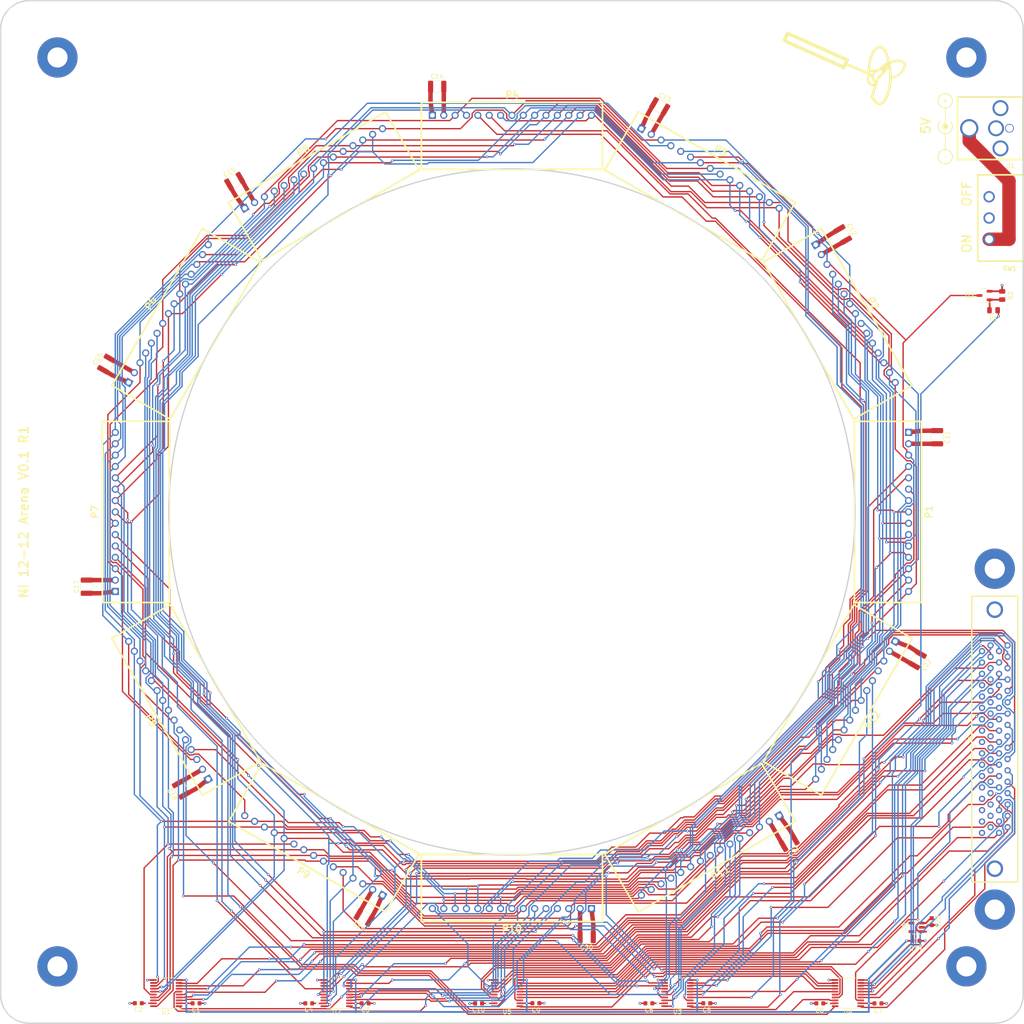
<source format=kicad_pcb>
(kicad_pcb (version 20221018) (generator pcbnew)
  (layers (0 "F.Cu" signal) (1 "In1.Cu" power) (2 "In2.Cu" power) (31 "B.Cu" signal) (34 "B.Paste" user) (35 "F.Paste" user) (36 "B.SilkS" user "B.Silkscreen") (37 "F.SilkS" user "F.Silkscreen") (38 "B.Mask" user) (39 "F.Mask" user) (44 "Edge.Cuts" user))
  (net 0 "")
  (net 1 "+3.3V")
  (net 2 "+5V")
  (net 4 "Net-(SW1-A)")
  (net 15 "/Level Shifters/PAN5V.CS_00")
  (net 16 "/Level Shifters/PAN5V.CS_01")
  (net 17 "/Level Shifters/PAN5V.CS_02")
  (net 18 "/Level Shifters/PAN5V.CS_03")
  (net 19 "/Level Shifters/PAN5V.CS_04")
  (net 20 "/Level Shifters/PAN5V.EXT_INT")
  (net 21 "GND")
  (net 25 "/Level Shifters/PAN5V.CS_05")
  (net 26 "/Level Shifters/PAN5V.CS_06")
  (net 38 "Net-(Q2-G)")
  (net 39 "/Level Shifters/PAN5V.RESET")
  (net 40 "/Level Shifters/PAN3V.RESET")
  (net 41 "/Level Shifters/PAN3V.CS_00")
  (net 42 "/Level Shifters/PAN3V.CS_01")
  (net 43 "/Level Shifters/PAN3V.CS_02")
  (net 44 "/Level Shifters/PAN3V.CS_03")
  (net 45 "/Level Shifters/PAN3V.CS_04")
  (net 46 "/Level Shifters/PAN3V.CS_05")
  (net 47 "/Level Shifters/PAN3V.CS_06")
  (net 48 "/Level Shifters/PAN3V.CS_07")
  (net 49 "/Level Shifters/PAN5V.CS_07")
  (net 50 "/Level Shifters/PAN3V.SCK_00")
  (net 51 "/Level Shifters/PAN3V.SCK_01")
  (net 52 "/Level Shifters/PAN3V.SCK_02")
  (net 53 "/Level Shifters/PAN3V.SCK_03")
  (net 54 "/Level Shifters/PAN3V.SCK_04")
  (net 55 "/Level Shifters/PAN3V.SCK_05")
  (net 56 "/Level Shifters/PAN3V.MOSI_00")
  (net 57 "/Level Shifters/PAN3V.MISO_00")
  (net 58 "/Level Shifters/PAN5V.MISO_00")
  (net 59 "/Level Shifters/PAN5V.MOSI_00")
  (net 60 "/Level Shifters/PAN5V.SCK_05")
  (net 61 "/Level Shifters/PAN5V.SCK_04")
  (net 62 "/Level Shifters/PAN5V.SCK_03")
  (net 63 "/Level Shifters/PAN5V.SCK_02")
  (net 64 "/Level Shifters/PAN3V.EXT_INT")
  (net 65 "/Level Shifters/PAN5V.SCK_01")
  (net 66 "/Level Shifters/PAN5V.SCK_00")
  (net 67 "/Level Shifters/PAN3V.MOSI_01")
  (net 68 "/Level Shifters/PAN3V.MISO_01")
  (net 69 "/Level Shifters/PAN3V.MOSI_02")
  (net 70 "/Level Shifters/PAN3V.MISO_02")
  (net 71 "/Level Shifters/PAN3V.MOSI_03")
  (net 72 "/Level Shifters/PAN3V.MISO_03")
  (net 73 "/Level Shifters/PAN3V.MOSI_04")
  (net 74 "/Level Shifters/PAN3V.MISO_04")
  (net 75 "/Level Shifters/PAN5V.MISO_04")
  (net 76 "/Level Shifters/PAN5V.MOSI_04")
  (net 77 "/Level Shifters/PAN5V.MISO_03")
  (net 78 "/Level Shifters/PAN5V.MOSI_03")
  (net 79 "/Level Shifters/PAN5V.MISO_02")
  (net 80 "/Level Shifters/PAN5V.MOSI_02")
  (net 81 "/Level Shifters/PAN5V.MISO_01")
  (net 82 "/Level Shifters/PAN5V.MOSI_01")
  (net 83 "/Level Shifters/PAN3V.MOSI_05")
  (net 84 "/Panel Headers/RESET")
  (net 85 "/Level Shifters/PAN3V.MISO_05")
  (net 86 "/Level Shifters/PAN3V.MOSI_06")
  (net 87 "/Level Shifters/PAN3V.MISO_06")
  (net 88 "/Level Shifters/PAN3V.MOSI_07")
  (net 89 "/Level Shifters/PAN3V.MISO_07")
  (net 90 "/Level Shifters/PAN3V.MOSI_08")
  (net 91 "/Level Shifters/PAN3V.MISO_08")
  (net 92 "/Level Shifters/PAN5V.MISO_08")
  (net 93 "/Level Shifters/PAN5V.MOSI_08")
  (net 94 "/Level Shifters/PAN5V.MISO_07")
  (net 95 "/Level Shifters/PAN5V.MOSI_07")
  (net 96 "/Level Shifters/PAN5V.MISO_06")
  (net 97 "/Level Shifters/PAN5V.MOSI_06")
  (net 98 "/Level Shifters/PAN5V.MISO_05")
  (net 99 "/Level Shifters/PAN5V.MOSI_05")
  (net 100 "/Level Shifters/PAN3V.MOSI_09")
  (net 101 "/Level Shifters/PAN3V.MISO_09")
  (net 102 "/Level Shifters/PAN3V.MOSI_10")
  (net 103 "/Level Shifters/PAN3V.MISO_10")
  (net 104 "/Level Shifters/PAN3V.MOSI_11")
  (net 105 "/Level Shifters/PAN3V.MISO_11")
  (net 106 "/Level Shifters/PAN5V.MISO_11")
  (net 107 "/Level Shifters/PAN5V.MOSI_11")
  (net 108 "/Level Shifters/PAN5V.MISO_10")
  (net 109 "/Level Shifters/PAN5V.MOSI_10")
  (net 110 "/Level Shifters/PAN5V.MISO_09")
  (net 111 "/Level Shifters/PAN5V.MOSI_09")
  (footprint "Capacitor_SMD:C_0603_1608Metric" (layer "F.Cu") (at 144.9832 287.655)
    (fp_text reference "C3")
    (fp_text value "0.1uF")
  )
  (footprint "Capacitor_SMD:C_1210_3225Metric" (layer "F.Cu") (at 210.8587 87.1206 -30)
    (fp_text reference "C13")
    (fp_text value "100uF")
  )
  (footprint "MountingHole:MountingHole_4.5mm_Pad" (layer "F.Cu") (at 76.2 76.2)
    (fp_text reference "H1" hide)
    (fp_text value "MountingHole_Pad" hide)
  )
  (footprint "arena_custom:HEADER_TOP" (layer "F.Cu") (at 177.8 266.474 180)
    (fp_text reference "P10")
    (fp_text value "CONN15" hide)
  )
  (footprint "Capacitor_SMD:C_0603_1608Metric" (layer "F.Cu") (at 208.4105 287.653 180)
    (fp_text reference "C6")
    (fp_text value "0.1uF")
  )
  (footprint "arena_custom:HEADER_TOP" (layer "F.Cu") (at 254.594 222.137 -120)
    (fp_text reference "P12")
    (fp_text value "CONN15" hide)
  )
  (footprint "arena_custom:HEADER_TOP" (layer "F.Cu") (at 89.126 177.8 90)
    (fp_text reference "P7")
    (fp_text value "CONN15" hide)
  )
  (footprint "Capacitor_SMD:C_1210_3225Metric" (layer "F.Cu") (at 161.09 82.74)
    (fp_text reference "C14")
    (fp_text value "100uF")
  )
  (footprint "Capacitor_SMD:C_1210_3225Metric" (layer "F.Cu") (at 268.4794 210.8587 -120)
    (fp_text reference "C22")
    (fp_text value "100uF")
  )
  (footprint "arena_custom:slide_switch" (layer "F.Cu") (at 287.02 112.0902 90)
    (fp_text reference "SW1")
    (fp_text value "SW_SPDT" hide)
  )
  (footprint "Package_SO:TSSOP-20_4.4x6.5mm_P0.65mm" (layer "F.Cu") (at 214.8155 285.373 180)
    (fp_text reference "U3")
    (fp_text value "TXB0108PW")
  )
  (footprint "Capacitor_SMD:C_0603_1608Metric" (layer "F.Cu") (at 246.6355 287.663 180)
    (fp_text reference "C8")
    (fp_text value "0.1uF")
  )
  (footprint "Package_SO:TSSOP-20_4.4x6.5mm_P0.65mm" (layer "F.Cu") (at 138.6155 285.373 180)
    (fp_text reference "U2")
    (fp_text value "TXB0108PW")
  )
  (footprint "Capacitor_SMD:C_1210_3225Metric" (layer "F.Cu") (at 103.8306 239.8013 120)
    (fp_text reference "C18")
    (fp_text value "100uF")
  )
  (footprint "arena_custom:HEADER_TOP" (layer "F.Cu") (at 133.463 254.594 150)
    (fp_text reference "P9")
    (fp_text value "CONN15" hide)
  )
  (footprint "arena_custom:HEADER_TOP" (layer "F.Cu") (at 222.137 254.594 -150)
    (fp_text reference "P11")
    (fp_text value "CONN15" hide)
  )
  (footprint "Capacitor_SMD:C_0603_1608Metric" (layer "F.Cu") (at 183.147 287.6296)
    (fp_text reference "C9")
    (fp_text value "0.1uF")
  )
  (footprint "Capacitor_SMD:C_0603_1608Metric" (layer "F.Cu") (at 94.2705 287.633 180)
    (fp_text reference "C2")
    (fp_text value "0.1uF")
  )
  (footprint "Capacitor_SMD:C_0603_1608Metric" (layer "F.Cu") (at 221.361 287.655)
    (fp_text reference "C5")
    (fp_text value "0.1uF")
  )
  (footprint "Capacitor_SMD:C_0603_1608Metric" (layer "F.Cu") (at 170.3455 287.673 180)
    (fp_text reference "C10")
    (fp_text value "0.1uF")
  )
  (footprint "MountingHole:MountingHole_4.5mm_Pad" (layer "F.Cu") (at 279.4 279.4)
    (fp_text reference "H3" hide)
    (fp_text value "MountingHole_Pad" hide)
  )
  (footprint "Package_SO:TSSOP-20_4.4x6.5mm_P0.65mm" (layer "F.Cu") (at 100.5155 285.373 180)
    (fp_text reference "U1")
    (fp_text value "TXB0108PW")
  )
  (footprint "Capacitor_SMD:C_0603_1608Metric" (layer "F.Cu") (at 268.11 273.685)
    (fp_text reference "C24")
    (fp_text value "10uF")
  )
  (footprint "Package_TO_SOT_SMD:SOT-23-3" (layer "F.Cu") (at 283.4585 129.413 180)
    (fp_text reference "Q2")
    (fp_text value "MOSFET_NCHAN" hide)
  )
  (footprint "MountingHole:MountingHole_4.5mm_Pad" (layer "F.Cu") (at 76.2 279.4)
    (fp_text reference "H4" hide)
    (fp_text value "MountingHole_Pad" hide)
  )
  (footprint "arena_custom:DCJACK_2PIN_HIGHCURRENT" (layer "F.Cu") (at 292.0238 92.0242 -90)
    (fp_text reference "J1")
    (fp_text value "Barrel_Jack" hide)
  )
  (footprint "Capacitor_SMD:C_1210_3225Metric" (layer "F.Cu") (at 115.7987 103.8306 30)
    (fp_text reference "C15")
    (fp_text value "100uF")
  )
  (footprint "arena_custom:HEADER_TOP" (layer "F.Cu") (at 133.463 101.006 30)
    (fp_text reference "P5")
    (fp_text value "CONN15" hide)
  )
  (footprint "Capacitor_SMD:C_1210_3225Metric" (layer "F.Cu") (at 239.8013 251.7694 -150)
    (fp_text reference "C21")
    (fp_text value "100uF")
  )
  (footprint "Package_SO:TSSOP-20_4.4x6.5mm_P0.65mm" (layer "F.Cu") (at 252.9155 285.373 180)
    (fp_text reference "U4")
    (fp_text value "TXB0108PW")
  )
  (footprint "arena_custom:HEADER_TOP" (layer "F.Cu") (at 177.8 89.126)
    (fp_text reference "P4")
    (fp_text value "CONN15" hide)
  )
  (footprint "Resistor_SMD:R_0805_2012Metric" (layer "F.Cu") (at 285.4725 132.715)
    (fp_text reference "R1")
    (fp_text value "200" hide)
  )
  (footprint "Package_TO_SOT_SMD:SOT-23-5" (layer "F.Cu") (at 268.2525 270.665 180)
    (fp_text reference "U6")
    (fp_text value "AP2112K-3.3" hide)
  )
  (footprint "Capacitor_SMD:C_1210_3225Metric" (layer "F.Cu") (at 272.86 161.09 -90)
    (fp_text reference "C11")
    (fp_text value "100uF")
  )
  (footprint "Capacitor_SMD:C_1210_3225Metric" (layer "F.Cu") (at 251.7694 115.7987 -60)
    (fp_text reference "C12")
    (fp_text value "100uF")
  )
  (footprint "MountingHole:MountingHole_4.5mm_Pad" (layer "F.Cu") (at 285.75 190.5)
    (fp_text reference "H5" hide)
    (fp_text value "MountingHole_Pad" hide)
  )
  (footprint "arena_custom:HEADER_TOP" (layer "F.Cu") (at 266.474 177.8 -90)
    (fp_text reference "P1")
    (fp_text value "CONN15" hide)
  )
  (footprint "arena_custom:HEADER_TOP" (layer "F.Cu") (at 101.006 133.463 60)
    (fp_text reference "P6")
    (fp_text value "CONN15" hide)
  )
  (footprint "arena_custom:HEADER_TOP" (layer "F.Cu") (at 101.006 222.137 120)
    (fp_text reference "P8")
    (fp_text value "CONN15" hide)
  )
  (footprint "MountingHole:MountingHole_4.5mm_Pad" (layer "F.Cu") (at 279.4 76.2)
    (fp_text reference "H2" hide)
    (fp_text value "MountingHole_Pad" hide)
  )
  (footprint "Capacitor_SMD:C_0603_1608Metric" (layer "F.Cu") (at 132.3755 287.663 180)
    (fp_text reference "C4")
    (fp_text value "0.1uF")
  )
  (footprint "Capacitor_SMD:C_0603_1608Metric" (layer "F.Cu") (at 259.6264 287.6804)
    (fp_text reference "C7")
    (fp_text value "0.1uF")
  )
  (footprint "Capacitor_SMD:C_1210_3225Metric" (layer "F.Cu") (at 87.1206 144.7413 60)
    (fp_text reference "C16")
    (fp_text value "100uF")
  )
  (footprint "Capacitor_SMD:C_0603_1608Metric" (layer "F.Cu") (at 107.188 287.655)
    (fp_text reference "C1")
    (fp_text value "0.1uF")
  )
  (footprint "MountingHole:MountingHole_4.5mm_Pad" (layer "F.Cu") (at 285.75 266.7)
    (fp_text reference "H6" hide)
    (fp_text value "MountingHole_Pad" hide)
  )
  (footprint "arena_custom:HEADER_TOP" (layer "F.Cu") (at 254.594 133.463 -60)
    (fp_text reference "P2")
    (fp_text value "CONN15" hide)
  )
  (footprint "Capacitor_SMD:C_1210_3225Metric" (layer "F.Cu") (at 194.51 272.86 180)
    (fp_text reference "C20")
    (fp_text value "100uF")
  )
  (footprint "Capacitor_SMD:C_0603_1608Metric" (layer "F.Cu") (at 271.645 269.395 -90)
    (fp_text reference "C23")
    (fp_text value "10uF")
  )
  (footprint "arena_custom:TE_CONN_DSUB_VERT_68" (layer "F.Cu") (at 285.75 228.6 90)
    (fp_text reference "J2")
    (fp_text value "NI_TE_68pos" hide)
  )
  (footprint "Capacitor_SMD:C_1210_3225Metric" (layer "F.Cu") (at 144.7413 268.4794 150)
    (fp_text reference "C19")
    (fp_text value "100uF")
  )
  (footprint "Capacitor_SMD:C_1210_3225Metric" (layer "F.Cu") (at 82.74 194.51 90)
    (fp_text reference "C17")
    (fp_text value "100uF")
  )
  (footprint "arena_custom:HEADER_TOP" (layer "F.Cu") (at 222.137 101.006 -30)
    (fp_text reference "P3")
    (fp_text value "CONN15" hide)
  )
  (footprint "Package_SO:TSSOP-20_4.4x6.5mm_P0.65mm" (layer "F.Cu") (at 176.7155 285.373 180)
    (fp_text reference "U5")
    (fp_text value "TXB0108PW")
  )
  (footprint "Resistor_SMD:R_0805_2012Metric" (layer "F.Cu") (at 287.401 129.413 -90)
    (fp_text reference "R2")
    (fp_text value "20k" hide)
  )
  (gr_line (start 261.869046 84.235629) (end 261.941978 83.996274) (stroke (width 0.514144)) (layer "F.SilkS"))
  (gr_line (start 258.99813 86.023131) (end 259.098897 86.128731) (stroke (width 0.514144)) (layer "F.SilkS"))
  (gr_line (start 259.068645 82.308853) (end 258.717929 82.409537) (stroke (width 0.514144)) (layer "F.SilkS"))
  (gr_line (start 273.382477 92.585887) (end 273.336417 92.519801) (stroke (width 0.15487)) (layer "F.SilkS"))
  (gr_line (start 275.003458 84.324863) (end 275.080765 84.342706) (stroke (width 0.179621)) (layer "F.SilkS"))
  (gr_line (start 273.725344 84.609849) (end 273.787993 84.565299) (stroke (width 0.179621)) (layer "F.SilkS"))
  (gr_line (start 262.352669 81.788771) (end 262.380098 81.482222) (stroke (width 0.514144)) (layer "F.SilkS"))
  (gr_line (start 257.687722 79.102057) (end 257.547538 79.107867) (stroke (width 0.514144)) (layer "F.SilkS"))
  (gr_line (start 257.723346 80.298042) (end 258.0072 80.217521) (stroke (width 0.514144)) (layer "F.SilkS"))
  (gr_line (start 258.318284 84.933399) (end 258.534906 85.362848) (stroke (width 0.514144)) (layer "F.SilkS"))
  (gr_line (start 261.038343 85.916534) (end 261.144288 85.776614) (stroke (width 0.514144)) (layer "F.SilkS"))
  (gr_line (start 275.230838 99.879067) (end 275.156592 99.904189) (stroke (width 0.179621)) (layer "F.SilkS"))
  (gr_line (start 276.047991 97.549536) (end 276.086466 97.616452) (stroke (width 0.179621)) (layer "F.SilkS"))
  (gr_line (start 259.522398 86.435015) (end 259.632794 86.481079) (stroke (width 0.514144)) (layer "F.SilkS"))
  (gr_line (start 258.777057 85.766629) (end 258.999103 86.077093) (stroke (width 0.514144)) (layer "F.SilkS"))
  (gr_line (start 274.438075 87.469819) (end 274.359386 87.455767) (stroke (width 0.179621)) (layer "F.SilkS"))
  (gr_line (start 276.068771 92.451998) (end 276.026396 92.519801) (stroke (width 0.15487)) (layer "F.SilkS"))
  (gr_line (start 259.269515 86.342375) (end 259.551597 86.474135) (stroke (width 0.514144)) (layer "F.SilkS"))
  (gr_line (start 273.607013 99.560919) (end 273.551517 99.50801) (stroke (width 0.179621)) (layer "F.SilkS"))
  (gr_line (start 273.852841 99.744693) (end 273.788008 99.70313) (stroke (width 0.179621)) (layer "F.SilkS"))
  (gr_line (start 276.275119 91.864932) (end 276.262222 91.94132) (stroke (width 0.15487)) (layer "F.SilkS"))
  (gr_line (start 261.195859 79.169296) (end 259.579265 80.914514) (stroke (width 0.514144)) (layer "F.SilkS"))
  (gr_line (start 273.66498 97.145084) (end 273.725344 97.097647) (stroke (width 0.179621)) (layer "F.SilkS"))
  (gr_line (start 258.222097 75.712175) (end 258.508193 75.08281) (stroke (width 0.514144)) (layer "F.SilkS"))
  (gr_line (start 257.639291 81.892298) (end 257.44424 81.58542) (stroke (width 0.514144)) (layer "F.SilkS"))
  (gr_line (start 259.105015 74.263825) (end 259.311569 74.094352) (stroke (width 0.514144)) (layer "F.SilkS"))
  (gr_line (start 274.599194 87.486151) (end 274.518045 87.479981) (stroke (width 0.179621)) (layer "F.SilkS"))
  (gr_line (start 264.846868 77.03694) (end 265.19515 77.227932) (stroke (width 0.514144)) (layer "F.SilkS"))
  (gr_line (start 273.356395 99.271523) (end 273.314831 99.20669) (stroke (width 0.179621)) (layer "F.SilkS"))
  (gr_line (start 273.101902 85.646968) (end 273.115954 85.56828) (stroke (width 0.179621)) (layer "F.SilkS"))
  (gr_line (start 257.836877 82.08495) (end 257.639291 81.892298) (stroke (width 0.514144)) (layer "F.SilkS"))
  (gr_line (start 258.363097 84.991946) (end 258.44546 85.168472) (stroke (width 0.514144)) (layer "F.SilkS"))
  (gr_line (start 275.755818 87.073121) (end 275.697839 87.123344) (stroke (width 0.179621)) (layer "F.SilkS"))
  (gr_line (start 257.44424 81.58542) (end 257.354114 81.357061) (stroke (width 0.514144)) (layer "F.SilkS"))
  (gr_line (start 276.086466 85.128654) (end 276.121754 85.197553) (stroke (width 0.179621)) (layer "F.SilkS"))
  (gr_line (start 274.681423 87.488231) (end 274.599194 87.486151) (stroke (width 0.179621)) (layer "F.SilkS"))
  (gr_line (start 274.924769 84.310811) (end 275.003458 84.324863) (stroke (width 0.179621)) (layer "F.SilkS"))
  (gr_line (start 260.733432 86.263588) (end 261.151004 85.835117) (stroke (width 0.514144)) (layer "F.SilkS"))
  (gr_line (start 273.314823 85.061738) (end 273.356386 84.996906) (stroke (width 0.179621)) (layer "F.SilkS"))
  (gr_line (start 276.271073 98.214736) (end 276.277243 98.295885) (stroke (width 0.179621)) (layer "F.SilkS"))
  (gr_line (start 275.374182 96.937769) (end 275.44308 96.973057) (stroke (width 0.179621)) (layer "F.SilkS"))
  (gr_line (start 273.602839 92.829524) (end 273.542765 92.772411) (stroke (width 0.15487)) (layer "F.SilkS"))
  (gr_line (start 260.706413 79.477825) (end 260.712024 79.395359) (stroke (width 0.514144)) (layer "F.SilkS"))
  (gr_line (start 276.121754 86.583077) (end 276.086466 86.651976) (stroke (width 0.179621)) (layer "F.SilkS"))
  (gr_line (start 260.946139 74.368048) (end 261.01622 74.452941) (stroke (width 0.514144)) (layer "F.SilkS"))
  (gr_line (start 276.246859 85.56828) (end 276.260911 85.646968) (stroke (width 0.179621)) (layer "F.SilkS"))
  (gr_line (start 259.191337 74.160326) (end 259.635724 73.899427) (stroke (width 0.514144)) (layer "F.SilkS"))
  (gr_line (start 275.86422 97.303711) (end 275.914443 97.361691) (stroke (width 0.179621)) (layer "F.SilkS"))
  (gr_line (start 262.545324 80.771909) (end 262.412185 80.815627) (stroke (width 0.514144)) (layer "F.SilkS"))
  (gr_line (start 260.324618 73.925972) (end 260.408233 73.957619) (stroke (width 0.514144)) (layer "F.SilkS"))
  (gr_line (start 274.059426 84.417972) (end 274.131991 84.389361) (stroke (width 0.179621)) (layer "F.SilkS"))
  (gr_line (start 273.161389 92.166478) (end 273.137438 92.092236) (stroke (width 0.15487)) (layer "F.SilkS"))
  (gr_line (start 274.438068 96.798609) (end 274.518039 96.788447) (stroke (width 0.179621)) (layer "F.SilkS"))
  (gr_line (start 275.230838 87.391269) (end 275.156592 87.416391) (stroke (width 0.179621)) (layer "F.SilkS"))
  (gr_line (start 276.277243 98.460342) (end 276.271073 98.541491) (stroke (width 0.179621)) (layer "F.SilkS"))
  (gr_line (start 273.725358 99.658579) (end 273.664993 99.611142) (stroke (width 0.179621)) (layer "F.SilkS"))
  (gr_line (start 259.801304 86.526091) (end 259.858193 86.534526) (stroke (width 0.514144)) (layer "F.SilkS"))
  (gr_line (start 274.835757 93.236685) (end 274.758653 93.242212) (stroke (width 0.15487)) (layer "F.SilkS"))
  (gr_line (start 275.509996 87.256895) (end 275.44308 87.295371) (stroke (width 0.179621)) (layer "F.SilkS"))
  (gr_line (start 274.758653 93.242212) (end 274.681406 93.244055) (stroke (width 0.15487)) (layer "F.SilkS"))
  (gr_line (start 265.212543 79.059189) (end 264.97343 79.423887) (stroke (width 0.514144)) (layer "F.SilkS"))
  (gr_line (start 261.10243 78.444621) (end 261.315995 78.173283) (stroke (width 0.514144)) (layer "F.SilkS"))
  (gr_line (start 274.681423 90.986001) (end 274.681423 87.561242) (stroke (width 0.168772)) (layer "F.SilkS"))
  (gr_line (start 273.314831 99.20669) (end 273.276354 99.139774) (stroke (width 0.179621)) (layer "F.SilkS"))
  (gr_line (start 258.805038 79.584245) (end 258.962692 79.400971) (stroke (width 0.514144)) (layer "F.SilkS"))
  (gr_line (start 257.528226 80.472031) (end 257.723346 80.298042) (stroke (width 0.514144)) (layer "F.SilkS"))
  (gr_line (start 274.059439 99.850456) (end 273.988657 99.818457) (stroke (width 0.179621)) (layer "F.SilkS"))
  (gr_line (start 273.08557 85.808087) (end 273.09174 85.726938) (stroke (width 0.179621)) (layer "F.SilkS"))
  (gr_line (start 274.518045 87.479981) (end 274.438075 87.469819) (stroke (width 0.179621)) (layer "F.SilkS"))
  (gr_line (start 275.374182 87.330659) (end 275.303401 87.362658) (stroke (width 0.179621)) (layer "F.SilkS"))
  (gr_line (start 276.153753 99.000094) (end 276.121754 99.070875) (stroke (width 0.179621)) (layer "F.SilkS"))
  (gr_line (start 260.890935 74.300249) (end 261.297105 74.857027) (stroke (width 0.514144)) (layer "F.SilkS"))
  (gr_line (start 265.19515 77.227932) (end 265.459892 77.445818) (stroke (width 0.514144)) (layer "F.SilkS"))
  (gr_line (start 252.018284 78.418166) (end 238.718666 72.463535) (stroke (width 0.514144)) (layer "F.SilkS"))
  (gr_line (start 273.078482 91.479414) (end 273.087694 91.402597) (stroke (width 0.15487)) (layer "F.SilkS"))
  (gr_line (start 276.284331 91.788114) (end 276.275119 91.864932) (stroke (width 0.15487)) (layer "F.SilkS"))
  (gr_line (start 252.133761 78.470301) (end 252.892946 76.689761) (stroke (width 0.514144)) (layer "F.SilkS"))
  (gr_line (start 259.973209 73.869262) (end 260.063605 73.872837) (stroke (width 0.514144)) (layer "F.SilkS"))
  (gr_line (start 261.710483 84.685573) (end 261.79183 84.465528) (stroke (width 0.514144)) (layer "F.SilkS"))
  (gr_line (start 274.131991 96.877159) (end 274.206238 96.852037) (stroke (width 0.179621)) (layer "F.SilkS"))
  (gr_line (start 259.551597 86.474135) (end 259.994684 86.548802) (stroke (width 0.514144)) (layer "F.SilkS"))
  (gr_line (start 275.359457 93.094824) (end 275.287362 93.126144) (stroke (width 0.15487)) (layer "F.SilkS"))
  (gr_line (start 274.604159 93.242212) (end 274.527055 93.236685) (stroke (width 0.15487)) (layer "F.SilkS"))
  (gr_line (start 263.514703 76.966002) (end 263.881629 76.910616) (stroke (width 0.514144)) (layer "F.SilkS"))
  (gr_line (start 275.633528 92.932696) (end 275.567443 92.978755) (stroke (width 0.15487)) (layer "F.SilkS"))
  (gr_line (start 274.450238 93.227473) (end 274.373849 93.214577) (stroke (width 0.15487)) (layer "F.SilkS"))
  (gr_line (start 274.763651 87.486151) (end 274.681423 87.488231) (stroke (width 0.179621)) (layer "F.SilkS"))
  (gr_line (start 264.512155 76.955573) (end 264.846868 77.03694) (stroke (width 0.514144)) (layer "F.SilkS"))
  (gr_line (start 258.962692 79.400971) (end 259.082687 79.281825) (stroke (width 0.514144)) (layer "F.SilkS"))
  (gr_line (start 262.125243 77.541033) (end 262.317544 77.429839) (stroke (width 0.514144)) (layer "F.SilkS"))
  (gr_line (start 265.620054 78.101997) (end 265.506257 78.457494) (stroke (width 0.514144)) (layer "F.SilkS"))
  (gr_line (start 260.817915 86.156861) (end 260.9295 86.043416) (stroke (width 0.514144)) (layer "F.SilkS"))
  (gr_line (start 275.064779 93.197996) (end 274.988963 93.214577) (stroke (width 0.15487)) (layer "F.SilkS"))
  (gr_line (start 275.811312 84.760418) (end 275.86422 84.815913) (stroke (width 0.179621)) (layer "F.SilkS"))
  (gr_line (start 259.635364 73.926715) (end 259.746568 73.894972) (stroke (width 0.514144)) (layer "F.SilkS"))
  (gr_line (start 265.459892 77.445818) (end 265.636571 77.627093) (stroke (width 0.514144)) (layer "F.SilkS"))
  (gr_line (start 273.18045 85.340898) (end 273.209061 85.268335) (stroke (width 0.179621)) (layer "F.SilkS"))
  (gr_line (start 274.132004 99.879067) (end 274.059439 99.850456) (stroke (width 0.179621)) (layer "F.SilkS"))
  (gr_line (start 274.359386 99.943564) (end 274.282078 99.925722) (stroke (width 0.179621)) (layer "F.SilkS"))
  (gr_line (start 276.277243 85.808087) (end 276.279322 85.890315) (stroke (width 0.179621)) (layer "F.SilkS"))
  (gr_line (start 262.348726 78.582461) (end 262.320169 78.325753) (stroke (width 0.514144)) (layer "F.SilkS"))
  (gr_line (start 260.152305 73.88352) (end 260.239309 73.901252) (stroke (width 0.514144)) (layer "F.SilkS"))
  (gr_line (start 275.374182 84.449971) (end 275.44308 84.485259) (stroke (width 0.179621)) (layer "F.SilkS"))
  (gr_line (start 275.820048 92.772411) (end 275.759973 92.829524) (stroke (width 0.15487)) (layer "F.SilkS"))
  (gr_line (start 273.294042 90.815531) (end 273.336417 90.747728) (stroke (width 0.15487)) (layer "F.SilkS"))
  (gr_line (start 273.137438 91.175293) (end 273.161389 91.101051) (stroke (width 0.15487)) (layer "F.SilkS"))
  (gr_line (start 273.133798 98.777457) (end 273.115955 98.700149) (stroke (width 0.179621)) (layer "F.SilkS"))
  (gr_line (start 257.547538 79.107867) (end 257.592519 78.552196) (stroke (width 0.514144)) (layer "F.SilkS"))
  (gr_line (start 239.427243 70.80169) (end 252.726861 76.756319) (stroke (width 0.514144)) (layer "F.SilkS"))
  (gr_line (start 275.811312 97.248216) (end 275.86422 97.303711) (stroke (width 0.179621)) (layer "F.SilkS"))
  (gr_line (start 276.026396 92.519801) (end 275.980336 92.585887) (stroke (width 0.15487)) (layer "F.SilkS"))
  (gr_line (start 261.536013 85.094508) (end 261.625159 84.895366) (stroke (width 0.514144)) (layer "F.SilkS"))
  (gr_line (start 276.275119 91.402597) (end 276.284331 91.479414) (stroke (width 0.15487)) (layer "F.SilkS"))
  (gr_line (start 259.972961 86.541318) (end 260.099431 86.533073) (stroke (width 0.514144)) (layer "F.SilkS"))
  (gr_line (start 276.246859 98.700149) (end 276.229017 98.777457) (stroke (width 0.179621)) (layer "F.SilkS"))
  (gr_line (start 261.341306 74.971955) (end 261.401263 75.094245) (stroke (width 0.514144)) (layer "F.SilkS"))
  (gr_line (start 276.047991 85.061738) (end 276.086466 85.128654) (stroke (width 0.179621)) (layer "F.SilkS"))
  (gr_line (start 273.087694 91.402597) (end 273.100591 91.326209) (stroke (width 0.15487)) (layer "F.SilkS"))
  (gr_line (start 261.675791 75.794806) (end 261.773826 76.115488) (stroke (width 0.514144)) (layer "F.SilkS"))
  (gr_line (start 263.449756 80.470019) (end 263.104776 80.627747) (stroke (width 0.514144)) (layer "F.SilkS"))
  (gr_line (start 262.027618 77.209965) (end 261.376386 77.701929) (stroke (width 0.514144)) (layer "F.SilkS"))
  (gr_line (start 273.664993 87.123344) (end 273.607013 87.073121) (stroke (width 0.179621)) (layer "F.SilkS"))
  (gr_line (start 263.76086 80.342364) (end 263.449756 80.470019) (stroke (width 0.514144)) (layer "F.SilkS"))
  (gr_line (start 265.636571 77.627093) (end 265.663369 77.776798) (stroke (width 0.514144)) (layer "F.SilkS"))
  (gr_line (start 276.153753 97.756132) (end 276.182363 97.828696) (stroke (width 0.179621)) (layer "F.SilkS"))
  (gr_line (start 262.612989 77.277899) (end 262.838926 77.169467) (stroke (width 0.514144)) (layer "F.SilkS"))
  (gr_line (start 262.420712 79.650396) (end 262.409246 79.377787) (stroke (width 0.514144)) (layer "F.SilkS"))
  (gr_line (start 258.93925 81.596985) (end 258.793315 81.442199) (stroke (width 0.514144)) (layer "F.SilkS"))
  (gr_line (start 275.755818 99.560919) (end 275.697839 99.611142) (stroke (width 0.179621)) (layer "F.SilkS"))
  (gr_line (start 274.681423 99.976028) (end 274.599194 99.973949) (stroke (width 0.179621)) (layer "F.SilkS"))
  (gr_line (start 273.209061 97.756132) (end 273.24106 97.685351) (stroke (width 0.179621)) (layer "F.SilkS"))
  (gr_line (start 276.271073 85.726938) (end 276.277243 85.808087) (stroke (width 0.179621)) (layer "F.SilkS"))
  (gr_line (start 275.574827 84.565299) (end 275.637475 84.609849) (stroke (width 0.179621)) (layer "F.SilkS"))
  (gr_line (start 275.877162 90.555193) (end 275.930591 90.617416) (stroke (width 0.15487)) (layer "F.SilkS"))
  (gr_line (start 275.930591 92.650113) (end 275.877162 92.712335) (stroke (width 0.15487)) (layer "F.SilkS"))
  (gr_line (start 258.230422 80.071917) (end 258.212991 80.112954) (stroke (width 0.514144)) (layer "F.SilkS"))
  (gr_line (start 273.087694 91.864932) (end 273.078482 91.788115) (stroke (width 0.15487)) (layer "F.SilkS"))
  (gr_line (start 276.182363 85.340898) (end 276.207485 85.415144) (stroke (width 0.179621)) (layer "F.SilkS"))
  (gr_line (start 273.180454 86.439732) (end 273.155331 86.365486) (stroke (width 0.179621)) (layer "F.SilkS"))
  (gr_line (start 276.068771 90.81553) (end 276.107461 90.884907) (stroke (width 0.15487)) (layer "F.SilkS"))
  (gr_line (start 259.34271 79.259526) (end 257.547538 79.107869) (stroke (width 0.514144)) (layer "F.SilkS"))
  (gr_line (start 262.320169 78.325753) (end 262.287582 78.073696) (stroke (width 0.514144)) (layer "F.SilkS"))
  (gr_line (start 274.075451 93.126144) (end 274.003355 93.094824) (stroke (width 0.15487)) (layer "F.SilkS"))
  (gr_line (start 275.637475 87.170781) (end 275.574827 87.215332) (stroke (width 0.179621)) (layer "F.SilkS"))
  (gr_line (start 273.276354 99.139774) (end 273.241065 99.070875) (stroke (width 0.179621)) (layer "F.SilkS"))
  (gr_line (start 273.607 84.707509) (end 273.66498 84.657286) (stroke (width 0.179621)) (layer "F.SilkS"))
  (gr_line (start 257.934495 76.603553) (end 258.222097 75.712175) (stroke (width 0.514144)) (layer "F.SilkS"))
  (gr_line (start 273.485651 90.555193) (end 273.542765 90.495117) (stroke (width 0.15487)) (layer "F.SilkS"))
  (gr_line (start 273.485651 92.712335) (end 273.432221 92.650113) (stroke (width 0.15487)) (layer "F.SilkS"))
  (gr_line (start 273.115954 98.056078) (end 273.133796 97.978769) (stroke (width 0.179621)) (layer "F.SilkS"))
  (gr_line (start 275.303401 87.362658) (end 275.230838 87.391269) (stroke (width 0.179621)) (layer "F.SilkS"))
  (gr_line (start 273.448373 84.873893) (end 273.498596 84.815913) (stroke (width 0.179621)) (layer "F.SilkS"))
  (gr_line (start 273.276354 86.651976) (end 273.241065 86.583077) (stroke (width 0.179621)) (layer "F.SilkS"))
  (gr_line (start 273.725344 97.097647) (end 273.787993 97.053096) (stroke (width 0.179621)) (layer "F.SilkS"))
  (gr_line (start 276.207485 98.853284) (end 276.182363 98.92753) (stroke (width 0.179621)) (layer "F.SilkS"))
  (gr_line (start 258.48339 80.268263) (end 258.584924 79.920481) (stroke (width 0.514144)) (layer "F.SilkS"))
  (gr_line (start 274.059439 87.362658) (end 273.988657 87.330659) (stroke (width 0.179621)) (layer "F.SilkS"))
  (gr_line (start 275.755818 97.195307) (end 275.811312 97.248216) (stroke (width 0.179621)) (layer "F.SilkS"))
  (gr_line (start 273.255351 92.382622) (end 273.220346 92.311814) (stroke (width 0.15487)) (layer "F.SilkS"))
  (gr_line (start 275.961879 97.422055) (end 276.006429 97.484703) (stroke (width 0.179621)) (layer "F.SilkS"))
  (gr_line (start 273.551517 99.50801) (end 273.498607 99.452515) (stroke (width 0.179621)) (layer "F.SilkS"))
  (gr_line (start 260.712024 79.395359) (end 260.716824 79.334517) (stroke (width 0.514144)) (layer "F.SilkS"))
  (gr_line (start 257.547538 79.107869) (end 257.578124 78.652664) (stroke (width 0.514144)) (layer "F.SilkS"))
  (gr_line (start 273.432221 92.650113) (end 273.382477 92.585887) (stroke (width 0.15487)) (layer "F.SilkS"))
  (gr_line (start 274.438068 84.310811) (end 274.518039 84.300649) (stroke (width 0.179621)) (layer "F.SilkS"))
  (gr_line (start 275.961879 84.934257) (end 276.006429 84.996906) (stroke (width 0.179621)) (layer "F.SilkS"))
  (gr_line (start 275.697839 87.123344) (end 275.637475 87.170781) (stroke (width 0.179621)) (layer "F.SilkS"))
  (gr_line (start 262.430002 80.205245) (end 262.427663 79.926306) (stroke (width 0.514144)) (layer "F.SilkS"))
  (gr_line (start 273.664993 99.611142) (end 273.607013 99.560919) (stroke (width 0.179621)) (layer "F.SilkS"))
  (gr_line (start 238.718666 72.463535) (end 239.427243 70.80169) (stroke (width 0.514144)) (layer "F.SilkS"))
  (gr_line (start 273.24106 97.685351) (end 273.276348 97.616452) (stroke (width 0.179621)) (layer "F.SilkS"))
  (gr_line (start 275.697839 97.145084) (end 275.755818 97.195307) (stroke (width 0.179621)) (layer "F.SilkS"))
  (gr_line (start 260.9295 86.043416) (end 261.038343 85.916534) (stroke (width 0.514144)) (layer "F.SilkS"))
  (gr_line (start 275.230838 84.389361) (end 275.303401 84.417972) (stroke (width 0.179621)) (layer "F.SilkS"))
  (gr_line (start 276.245641 91.250393) (end 276.262222 91.326208) (stroke (width 0.15487)) (layer "F.SilkS"))
  (gr_line (start 259.098897 86.128731) (end 259.201825 86.223015) (stroke (width 0.514144)) (layer "F.SilkS"))
  (gr_line (start 276.260911 85.646968) (end 276.271073 85.726938) (stroke (width 0.179621)) (layer "F.SilkS"))
  (gr_line (start 257.834421 77.017428) (end 257.947699 76.556915) (stroke (width 0.514144)) (layer "F.SilkS"))
  (gr_line (start 260.490153 73.996134) (end 260.57038 74.041455) (stroke (width 0.514144)) (layer "F.SilkS"))
  (gr_line (start 262.133521 83.225451) (end 262.187771 82.952251) (stroke (width 0.514144)) (layer "F.SilkS"))
  (gr_poly (pts (xy 274.615471 85.821918) (xy 274.615471 85.37279) (xy 274.74731 85.37279) (xy 274.74731 85.821918) (xy 275.196443 85.821918) (xy 275.196443 85.958716) (xy 274.74731 85.958716) (xy 274.74731 86.407842) (xy 274.615471 86.407842) (xy 274.615471 85.958716) (xy 274.166338 85.958716) (xy 274.166338 85.821918)) (fill solid) (layer "F.SilkS"))
  (gr_line (start 273.498607 99.452515) (end 273.448383 99.394536) (stroke (width 0.179621)) (layer "F.SilkS"))
  (gr_line (start 274.282078 99.925722) (end 274.20625 99.904189) (stroke (width 0.179621)) (layer "F.SilkS"))
  (gr_line (start 276.277243 98.295885) (end 276.279322 98.378113) (stroke (width 0.179621)) (layer "F.SilkS"))
  (gr_line (start 264.693561 79.736955) (end 264.392804 79.964002) (stroke (width 0.514144)) (layer "F.SilkS"))
  (gr_line (start 274.924769 96.798609) (end 275.003458 96.812662) (stroke (width 0.179621)) (layer "F.SilkS"))
  (gr_line (start 275.961879 99.334171) (end 275.914443 99.394536) (stroke (width 0.179621)) (layer "F.SilkS"))
  (gr_line (start 275.820048 90.495117) (end 275.877162 90.555193) (stroke (width 0.15487)) (layer "F.SilkS"))
  (gr_line (start 275.080765 99.925722) (end 275.003458 99.943564) (stroke (width 0.179621)) (layer "F.SilkS"))
  (gr_line (start 274.518039 84.300649) (end 274.599191 84.294479) (stroke (width 0.179621)) (layer "F.SilkS"))
  (gr_line (start 261.459536 75.222556) (end 261.516125 75.356828) (stroke (width 0.514144)) (layer "F.SilkS"))
  (gr_line (start 276.207485 85.415144) (end 276.229017 85.490971) (stroke (width 0.179621)) (layer "F.SilkS"))
  (gr_line (start 258.803546 85.779168) (end 258.899641 85.906511) (stroke (width 0.514144)) (layer "F.SilkS"))
  (gr_line (start 274.681423 96.71847) (end 274.681423 93.293712) (stroke (width 0.168772)) (layer "F.SilkS"))
  (gr_line (start 275.86422 86.964717) (end 275.811312 87.020212) (stroke (width 0.179621)) (layer "F.SilkS"))
  (gr_line (start 273.155328 85.415144) (end 273.18045 85.340898) (stroke (width 0.179621)) (layer "F.SilkS"))
  (gr_line (start 260.543439 74.014543) (end 260.890935 74.300249) (stroke (width 0.514144)) (layer "F.SilkS"))
  (gr_line (start 274.924769 87.469819) (end 274.8448 87.479981) (stroke (width 0.179621)) (layer "F.SilkS"))
  (gr_line (start 273.09174 98.541491) (end 273.08557 98.460342) (stroke (width 0.179621)) (layer "F.SilkS"))
  (gr_line (start 273.155328 97.902942) (end 273.18045 97.828696) (stroke (width 0.179621)) (layer "F.SilkS"))
  (gr_line (start 276.142467 90.955715) (end 276.173787 91.02781) (stroke (width 0.15487)) (layer "F.SilkS"))
  (gr_line (start 262.373156 78.843549) (end 262.348726 78.582461) (stroke (width 0.514144)) (layer "F.SilkS"))
  (gr_line (start 257.947699 76.556915) (end 258.075796 76.125437) (stroke (width 0.514144)) (layer "F.SilkS"))
  (gr_line (start 260.716824 79.334517) (end 260.719077 79.311514) (stroke (width 0.514144)) (layer "F.SilkS"))
  (gr_line (start 273.919757 99.783169) (end 273.852841 99.744693) (stroke (width 0.179621)) (layer "F.SilkS"))
  (gr_line (start 258.584924 79.920481) (end 258.805038 79.584245) (stroke (width 0.514144)) (layer "F.SilkS"))
  (gr_line (start 274.282067 96.830504) (end 274.359377 96.812662) (stroke (width 0.179621)) (layer "F.SilkS"))
  (gr_line (start 273.988643 96.937769) (end 274.059426 96.90577) (stroke (width 0.179621)) (layer "F.SilkS"))
  (gr_line (start 273.08349 85.890315) (end 273.08557 85.808087) (stroke (width 0.179621)) (layer "F.SilkS"))
  (gr_line (start 274.438075 99.957617) (end 274.359386 99.943564) (stroke (width 0.179621)) (layer "F.SilkS"))
  (gr_line (start 273.448373 97.361691) (end 273.498596 97.303711) (stroke (width 0.179621)) (layer "F.SilkS"))
  (gr_line (start 260.063605 73.872837) (end 260.152305 73.88352) (stroke (width 0.514144)) (layer "F.SilkS"))
  (gr_line (start 274.599191 96.782277) (end 274.681423 96.780198) (stroke (width 0.179621)) (layer "F.SilkS"))
  (gr_line (start 276.121754 97.685351) (end 276.153753 97.756132) (stroke (width 0.179621)) (layer "F.SilkS"))
  (gr_line (start 273.729285 92.932696) (end 273.66506 92.882953) (stroke (width 0.15487)) (layer "F.SilkS"))
  (gr_line (start 252.083147 78.589004) (end 252.133761 78.470301) (stroke (width 0.514144)) (layer "F.SilkS"))
  (gr_line (start 276.225374 92.092236) (end 276.201423 92.166478) (stroke (width 0.15487)) (layer "F.SilkS"))
  (gr_line (start 275.637475 97.097647) (end 275.697839 97.145084) (stroke (width 0.179621)) (layer "F.SilkS"))
  (gr_line (start 273.276348 97.616452) (end 273.314823 97.549536) (stroke (width 0.179621)) (layer "F.SilkS"))
  (gr_line (start 275.574827 97.053096) (end 275.637475 97.097647) (stroke (width 0.179621)) (layer "F.SilkS"))
  (gr_line (start 257.736863 77.504878) (end 257.834421 77.017428) (stroke (width 0.514144)) (layer "F.SilkS"))
  (gr_line (start 273.448383 86.906737) (end 273.400946 86.846373) (stroke (width 0.179621)) (layer "F.SilkS"))
  (gr_line (start 260.099431 86.533073) (end 260.224237 86.508607) (stroke (width 0.514144)) (layer "F.SilkS"))
  (gr_line (start 275.811312 99.50801) (end 275.755818 99.560919) (stroke (width 0.179621)) (layer "F.SilkS"))
  (gr_line (start 263.104776 80.627747) (end 262.817113 80.676663) (stroke (width 0.514144)) (layer "F.SilkS"))
  (gr_line (start 273.115954 85.56828) (end 273.133796 85.490971) (stroke (width 0.179621)) (layer "F.SilkS"))
  (gr_line (start 262.236965 82.671585) (end 262.280948 82.383851) (stroke (width 0.514144)) (layer "F.SilkS"))
  (gr_line (start 275.44308 96.973057) (end 275.509996 97.011533) (stroke (width 0.179621)) (layer "F.SilkS"))
  (gr_line (start 257.655928 78.017167) (end 257.736863 77.504878) (stroke (width 0.514144)) (layer "F.SilkS"))
  (gr_line (start 262.258439 78.077567) (end 259.57929 80.914513) (stroke (width 0.514144)) (layer "F.SilkS"))
  (gr_line (start 275.930591 90.617416) (end 275.980336 90.681642) (stroke (width 0.15487)) (layer "F.SilkS"))
  (gr_line (start 261.534156 75.386764) (end 261.757138 76.062194) (stroke (width 0.514144)) (layer "F.SilkS"))
  (gr_line (start 261.443199 85.282602) (end 261.536013 85.094508) (stroke (width 0.514144)) (layer "F.SilkS"))
  (gr_line (start 258.53226 80.945726) (end 258.474645 80.594653) (stroke (width 0.514144)) (layer "F.SilkS"))
  (gr_line (start 252.612176 77.684386) (end 258.230422 80.071917) (stroke (width 0.514144)) (layer "F.SilkS"))
  (gr_line (start 262.280948 82.383851) (end 262.319568 82.089447) (stroke (width 0.514144)) (layer "F.SilkS"))
  (gr_line (start 276.260911 98.62146) (end 276.246859 98.700149) (stroke (width 0.179621)) (layer "F.SilkS"))
  (gr_line (start 259.417751 74.026667) (end 259.52572 73.970701) (stroke (width 0.514144)) (layer "F.SilkS"))
  (gr_poly (pts (xy 274.755966 98.120997) (xy 274.755966 98.635228) (xy 274.606815 98.635228) (xy 274.606815 98.120997)) (fill solid) (layer "F.SilkS"))
  (gr_line (start 262.401699 81.170196) (end 262.41732 80.853093) (stroke (width 0.514144)) (layer "F.SilkS"))
  (gr_line (start 276.086466 97.616452) (end 276.121754 97.685351) (stroke (width 0.179621)) (layer "F.SilkS"))
  (gr_line (start 273.400946 86.846373) (end 273.356395 86.783724) (stroke (width 0.179621)) (layer "F.SilkS"))
  (gr_line (start 264.392804 79.964002) (end 264.041229 80.164147) (stroke (width 0.514144)) (layer "F.SilkS"))
  (gr_line (start 259.579265 80.914514) (end 258.318284 84.933399) (stroke (width 0.514144)) (layer "F.SilkS"))
  (gr_line (start 262.838926 77.169467) (end 263.155786 77.057192) (stroke (width 0.514144)) (layer "F.SilkS"))
  (gr_line (start 261.949735 76.82355) (end 262.02762 77.209963) (stroke (width 0.514144)) (layer "F.SilkS"))
  (gr_line (start 275.811312 87.020212) (end 275.755818 87.073121) (stroke (width 0.179621)) (layer "F.SilkS"))
  (gr_line (start 258.899641 85.906511) (end 258.99813 86.023131) (stroke (width 0.514144)) (layer "F.SilkS"))
  (gr_line (start 273.988657 87.330659) (end 273.919757 87.295371) (stroke (width 0.179621)) (layer "F.SilkS"))
  (gr_line (start 274.282067 84.342706) (end 274.359377 84.324863) (stroke (width 0.179621)) (layer "F.SilkS"))
  (gr_line (start 275.914443 84.873893) (end 275.961879 84.934257) (stroke (width 0.179621)) (layer "F.SilkS"))
  (gr_line (start 275.303401 99.850456) (end 275.230838 99.879067) (stroke (width 0.179621)) (layer "F.SilkS"))
  (gr_line (start 258.357822 82.347861) (end 258.072309 82.24645) (stroke (width 0.514144)) (layer "F.SilkS"))
  (gr_line (start 273.448383 99.394536) (end 273.400946 99.334171) (stroke (width 0.179621)) (layer "F.SilkS"))
  (gr_line (start 260.090564 73.832652) (end 260.543439 74.014543) (stroke (width 0.514144)) (layer "F.SilkS"))
  (gr_line (start 273.863172 93.021129) (end 273.79537 92.978755) (stroke (width 0.15487)) (layer "F.SilkS"))
  (gr_line (start 274.912575 93.227473) (end 274.835757 93.236685) (stroke (width 0.15487)) (layer "F.SilkS"))
  (gr_line (start 260.743139 79.67101) (end 260.706413 79.477825) (stroke (width 0.514144)) (layer "F.SilkS"))
  (gr_line (start 273.988643 84.449971) (end 274.059426 84.417972) (stroke (width 0.179621)) (layer "F.SilkS"))
  (gr_line (start 252.892946 76.689761) (end 239.359053 70.630239) (stroke (width 0.514144)) (layer "F.SilkS"))
  (gr_line (start 257.379686 80.7664) (end 257.528226 80.472031) (stroke (width 0.514144)) (layer "F.SilkS"))
  (gr_line (start 273.336417 92.519801) (end 273.294042 92.451998) (stroke (width 0.15487)) (layer "F.SilkS"))
  (gr_line (start 274.148691 93.153779) (end 274.075451 93.126144) (stroke (width 0.15487)) (layer "F.SilkS"))
  (gr_line (start 259.744765 86.514348) (end 259.801304 86.526091) (stroke (width 0.514144)) (layer "F.SilkS"))
  (gr_line (start 273.133798 86.289659) (end 273.115955 86.212351) (stroke (width 0.179621)) (layer "F.SilkS"))
  (gr_line (start 273.100591 91.94132) (end 273.087694 91.864932) (stroke (width 0.15487)) (layer "F.SilkS"))
  (gr_line (start 276.229017 97.978769) (end 276.246859 98.056078) (stroke (width 0.179621)) (layer "F.SilkS"))
  (gr_line (start 273.078482 91.788115) (end 273.072955 91.711011) (stroke (width 0.15487)) (layer "F.SilkS"))
  (gr_line (start 261.144288 85.776614) (end 261.247182 85.624053) (stroke (width 0.514144)) (layer "F.SilkS"))
  (gr_line (start 273.788008 87.215332) (end 273.725358 87.170781) (stroke (width 0.179621)) (layer "F.SilkS"))
  (gr_line (start 260.57038 74.041455) (end 260.648915 74.093522) (stroke (width 0.514144)) (layer "F.SilkS"))
  (gr_line (start 274.988963 93.214577) (end 274.912575 93.227473) (stroke (width 0.15487)) (layer "F.SilkS"))
  (gr_line (start 252.594745 77.725423) (end 252.612176 77.684386) (stroke (width 0.514144)) (layer "F.SilkS"))
  (gr_line (start 258.230432 80.071917) (end 257.248216 79.666281) (stroke (width 0.514144)) (layer "F.SilkS"))
  (gr_line (start 273.115955 98.700149) (end 273.101902 98.62146) (stroke (width 0.179621)) (layer "F.SilkS"))
  (gr_line (start 276.279322 85.890315) (end 276.277243 85.972543) (stroke (width 0.179621)) (layer "F.SilkS"))
  (gr_line (start 265.506257 78.457494) (end 265.366229 78.764871) (stroke (width 0.514144)) (layer "F.SilkS"))
  (gr_line (start 273.101902 98.62146) (end 273.09174 98.541491) (stroke (width 0.179621)) (layer "F.SilkS"))
  (gr_line (start 273.314831 86.718892) (end 273.276354 86.651976) (stroke (width 0.179621)) (layer "F.SilkS"))
  (gr_line (start 274.599194 99.973949) (end 274.518045 99.967779) (stroke (width 0.179621)) (layer "F.SilkS"))
  (gr_line (start 259.994684 86.548802) (end 260.335027 86.509059) (stroke (width 0.514144)) (layer "F.SilkS"))
  (gr_line (start 258.619009 85.493493) (end 258.709963 85.641397) (stroke (width 0.514144)) (layer "F.SilkS"))
  (gr_line (start 273.276348 85.128654) (end 273.314823 85.061738) (stroke (width 0.179621)) (layer "F.SilkS"))
  (gr_line (start 264.041229 80.164147) (end 263.76086 80.342364) (stroke (width 0.514144)) (layer "F.SilkS"))
  (gr_line (start 258.858468 74.535633) (end 259.191337 74.160326) (stroke (width 0.514144)) (layer "F.SilkS"))
  (gr_line (start 258.44546 85.168472) (end 258.530803 85.335753) (stroke (width 0.514144)) (layer "F.SilkS"))
  (gr_line (start 273.356395 86.783724) (end 273.314831 86.718892) (stroke (width 0.179621)) (layer "F.SilkS"))
  (gr_line (start 258.343599 80.217521) (end 258.343599 80.191952) (stroke (width 0.514144)) (layer "F.SilkS"))
  (gr_line (start 261.376386 77.701929) (end 260.624223 78.301334) (stroke (width 0.514144)) (layer "F.SilkS"))
  (gr_line (start 261.460887 85.333751) (end 261.918973 84.147486) (stroke (width 0.514144)) (layer "F.SilkS"))
  (gr_line (start 276.229017 98.777457) (end 276.207485 98.853284) (stroke (width 0.179621)) (layer "F.SilkS"))
  (gr_line (start 273.79537 92.978755) (end 273.729285 92.932696) (stroke (width 0.15487)) (layer "F.SilkS"))
  (gr_line (start 276.086466 86.651976) (end 276.047991 86.718892) (stroke (width 0.179621)) (layer "F.SilkS"))
  (gr_line (start 276.006429 99.271523) (end 275.961879 99.334171) (stroke (width 0.179621)) (layer "F.SilkS"))
  (gr_line (start 273.852826 84.523735) (end 273.919743 84.485259) (stroke (width 0.179621)) (layer "F.SilkS"))
  (gr_line (start 276.260911 98.134766) (end 276.271073 98.214736) (stroke (width 0.179621)) (layer "F.SilkS"))
  (gr_line (start 274.681423 96.780198) (end 274.763651 96.782277) (stroke (width 0.179621)) (layer "F.SilkS"))
  (gr_line (start 257.592519 78.552196) (end 257.655928 78.017167) (stroke (width 0.514144)) (layer "F.SilkS"))
  (gr_line (start 258.999103 86.077093) (end 259.269515 86.342375) (stroke (width 0.514144)) (layer "F.SilkS"))
  (gr_line (start 259.306968 81.792739) (end 259.127744 81.731266) (stroke (width 0.514144)) (layer "F.SilkS"))
  (gr_line (start 261.151316 74.641818) (end 261.216333 74.745681) (stroke (width 0.514144)) (layer "F.SilkS"))
  (gr_line (start 262.100597 77.21119) (end 259.34271 79.259525) (stroke (width 0.514144)) (layer "F.SilkS"))
  (gr_line (start 274.003355 93.094824) (end 273.932548 93.059819) (stroke (width 0.15487)) (layer "F.SilkS"))
  (gr_line (start 261.625159 84.895366) (end 261.710483 84.685573) (stroke (width 0.514144)) (layer "F.SilkS"))
  (gr_line (start 276.201423 91.101051) (end 276.225374 91.175292) (stroke (width 0.15487)) (layer "F.SilkS"))
  (gr_line (start 274.373849 93.214577) (end 274.298033 93.197996) (stroke (width 0.15487)) (layer "F.SilkS"))
  (gr_line (start 275.86422 99.452515) (end 275.811312 99.50801) (stroke (width 0.179621)) (layer "F.SilkS"))
  (gr_line (start 274.8448 87.479981) (end 274.763651 87.486151) (stroke (width 0.179621)) (layer "F.SilkS"))
  (gr_line (start 260.408233 73.957619) (end 260.490153 73.996134) (stroke (width 0.514144)) (layer "F.SilkS"))
  (gr_line (start 275.574827 99.70313) (end 275.509996 99.744693) (stroke (width 0.179621)) (layer "F.SilkS"))
  (gr_line (start 274.206238 84.364239) (end 274.282067 84.342706) (stroke (width 0.179621)) (layer "F.SilkS"))
  (gr_line (start 260.335027 86.509059) (end 260.733432 86.263588) (stroke (width 0.514144)) (layer "F.SilkS"))
  (gr_line (start 259.859221 73.875733) (end 259.973209 73.869262) (stroke (width 0.514144)) (layer "F.SilkS"))
  (gr_line (start 260.624223 78.301334) (end 259.34271 79.259526) (stroke (width 0.514144)) (layer "F.SilkS"))
  (gr_line (start 273.189025 92.239718) (end 273.161389 92.166478) (stroke (width 0.15487)) (layer "F.SilkS"))
  (gr_line (start 252.559633 76.823253) (end 251.952284 78.247685) (stroke (width 0.514144)) (layer "F.SilkS"))
  (gr_line (start 274.681423 84.292399) (end 274.763651 84.294479) (stroke (width 0.179621)) (layer "F.SilkS"))
  (gr_line (start 273.115955 86.212351) (end 273.101902 86.133662) (stroke (width 0.179621)) (layer "F.SilkS"))
  (gr_line (start 275.230838 96.877159) (end 275.303401 96.90577) (stroke (width 0.179621)) (layer "F.SilkS"))
  (gr_line (start 276.289858 91.711011) (end 276.284331 91.788114) (stroke (width 0.15487)) (layer "F.SilkS"))
  (gr_line (start 258.539969 75.0262) (end 258.718313 74.731848) (stroke (width 0.514144)) (layer "F.SilkS"))
  (gr_line (start 260.32702 78.683993) (end 260.674497 78.690716) (stroke (width 0.514144)) (layer "F.SilkS"))
  (gr_line (start 261.084612 74.544218) (end 261.151316 74.641818) (stroke (width 0.514144)) (layer "F.SilkS"))
  (gr_line (start 273.382477 90.681642) (end 273.432221 90.617416) (stroke (width 0.15487)) (layer "F.SilkS"))
  (gr_line (start 261.865139 76.458564) (end 261.949735 76.82355) (stroke (width 0.514144)) (layer "F.SilkS"))
  (gr_line (start 273.209065 99.000094) (end 273.180454 98.92753) (stroke (width 0.179621)) (layer "F.SilkS"))
  (gr_line (start 274.359377 84.324863) (end 274.438068 84.310811) (stroke (width 0.179621)) (layer "F.SilkS"))
  (gr_line (start 275.914443 99.394536) (end 275.86422 99.452515) (stroke (width 0.179621)) (layer "F.SilkS"))
  (gr_line (start 276.047991 99.20669) (end 276.006429 99.271523) (stroke (width 0.179621)) (layer "F.SilkS"))
  (gr_line (start 273.551517 87.020212) (end 273.498607 86.964717) (stroke (width 0.179621)) (layer "F.SilkS"))
  (gr_line (start 276.153753 85.268335) (end 276.182363 85.340898) (stroke (width 0.179621)) (layer "F.SilkS"))
  (gr_line (start 262.409246 79.377787) (end 262.393361 79.108748) (stroke (width 0.514144)) (layer "F.SilkS"))
  (gr_line (start 275.499641 93.021129) (end 275.430264 93.059819) (stroke (width 0.15487)) (layer "F.SilkS"))
  (gr_line (start 262.187771 82.952251) (end 262.236965 82.671585) (stroke (width 0.514144)) (layer "F.SilkS"))
  (gr_line (start 258.717929 82.409537) (end 258.357822 82.347861) (stroke (width 0.514144)) (layer "F.SilkS"))
  (gr_line (start 276.121754 99.070875) (end 276.086466 99.139774) (stroke (width 0.179621)) (layer "F.SilkS"))
  (gr_line (start 273.220346 90.955715) (end 273.255351 90.884907) (stroke (width 0.15487)) (layer "F.SilkS"))
  (gr_line (start 239.359053 70.630239) (end 238.549255 72.529481) (stroke (width 0.514144)) (layer "F.SilkS"))
  (gr_line (start 262.380098 81.482222) (end 262.401699 81.170196) (stroke (width 0.514144)) (layer "F.SilkS"))
  (gr_line (start 275.080765 96.830504) (end 275.156592 96.852037) (stroke (width 0.179621)) (layer "F.SilkS"))
  (gr_line (start 259.858193 86.534526) (end 259.915417 86.539613) (stroke (width 0.514144)) (layer "F.SilkS"))
  (gr_line (start 260.70374 86.256471) (end 260.817915 86.156861) (stroke (width 0.514144)) (layer "F.SilkS"))
  (gr_line (start 273.137438 92.092236) (end 273.117172 92.017136) (stroke (width 0.15487)) (layer "F.SilkS"))
  (gr_line (start 273.607 97.195307) (end 273.66498 97.145084) (stroke (width 0.179621)) (layer "F.SilkS"))
  (gr_line (start 276.271073 86.053692) (end 276.260911 86.133662) (stroke (width 0.179621)) (layer "F.SilkS"))
  (gr_line (start 275.214122 93.153779) (end 275.13988 93.17773) (stroke (width 0.15487)) (layer "F.SilkS"))
  (gr_line (start 274.599191 84.294479) (end 274.681423 84.292399) (stroke (width 0.179621)) (layer "F.SilkS"))
  (gr_line (start 273.551505 84.760418) (end 273.607 84.707509) (stroke (width 0.179621)) (layer "F.SilkS"))
  (gr_line (start 257.767726 77.39087) (end 257.934495 76.603553) (stroke (width 0.514144)) (layer "F.SilkS"))
  (gr_line (start 275.287362 93.126144) (end 275.214122 93.153779) (stroke (width 0.15487)) (layer "F.SilkS"))
  (gr_line (start 261.216333 74.745681) (end 261.279662 74.855747) (stroke (width 0.514144)) (layer "F.SilkS"))
  (gr_line (start 260.468241 86.412596) (end 260.587131 86.341849) (stroke (width 0.514144)) (layer "F.SilkS"))
  (gr_line (start 273.919757 87.295371) (end 273.852841 87.256895) (stroke (width 0.179621)) (layer "F.SilkS"))
  (gr_line (start 258.646911 81.194187) (end 258.53226 80.945726) (stroke (width 0.514144)) (layer "F.SilkS"))
  (gr_line (start 261.279662 74.855747) (end 261.341306 74.971955) (stroke (width 0.514144)) (layer "F.SilkS"))
  (gr_line (start 276.229017 86.289659) (end 276.207485 86.365486) (stroke (width 0.179621)) (layer "F.SilkS"))
  (gr_line (start 275.156592 87.416391) (end 275.080765 87.437924) (stroke (width 0.179621)) (layer "F.SilkS"))
  (gr_line (start 275.980336 92.585887) (end 275.930591 92.650113) (stroke (width 0.15487)) (layer "F.SilkS"))
  (gr_line (start 276.142467 92.311814) (end 276.107461 92.382621) (stroke (width 0.15487)) (layer "F.SilkS"))
  (gr_line (start 257.578124 78.652664) (end 257.632049 78.232856) (stroke (width 0.514144)) (layer "F.SilkS"))
  (gr_line (start 259.413692 86.376453) (end 259.522398 86.435015) (stroke (width 0.514144)) (layer "F.SilkS"))
  (gr_line (start 275.637475 99.658579) (end 275.574827 99.70313) (stroke (width 0.179621)) (layer "F.SilkS"))
  (gr_line (start 273.180454 98.92753) (end 273.155331 98.853284) (stroke (width 0.179621)) (layer "F.SilkS"))
  (gr_line (start 274.8448 99.967779) (end 274.763651 99.973949) (stroke (width 0.179621)) (layer "F.SilkS"))
  (gr_line (start 258.217808 75.725093) (end 258.372833 75.357981) (stroke (width 0.514144)) (layer "F.SilkS"))
  (gr_line (start 273.09174 98.214736) (end 273.101902 98.134766) (stroke (width 0.179621)) (layer "F.SilkS"))
  (gr_line (start 265.366229 78.764871) (end 265.212543 79.059189) (stroke (width 0.514144)) (layer "F.SilkS"))
  (gr_line (start 260.801397 78.988559) (end 260.836065 78.90107) (stroke (width 0.514144)) (layer "F.SilkS"))
  (gr_line (start 276.245641 92.017136) (end 276.225374 92.092236) (stroke (width 0.15487)) (layer "F.SilkS"))
  (gr_line (start 275.374182 99.818457) (end 275.303401 99.850456) (stroke (width 0.179621)) (layer "F.SilkS"))
  (gr_line (start 276.182363 86.439732) (end 276.153753 86.512296) (stroke (width 0.179621)) (layer "F.SilkS"))
  (gr_line (start 273.133796 97.978769) (end 273.155328 97.902942) (stroke (width 0.179621)) (layer "F.SilkS"))
  (gr_line (start 274.763651 84.294479) (end 274.8448 84.300649) (stroke (width 0.179621)) (layer "F.SilkS"))
  (gr_line (start 273.100591 91.326209) (end 273.117172 91.250393) (stroke (width 0.15487)) (layer "F.SilkS"))
  (gr_line (start 273.551505 97.248216) (end 273.607 97.195307) (stroke (width 0.179621)) (layer "F.SilkS"))
  (gr_line (start 275.509996 99.744693) (end 275.44308 99.783169) (stroke (width 0.179621)) (layer "F.SilkS"))
  (gr_line (start 258.0072 80.217521) (end 258.343599 80.217521) (stroke (width 0.514144)) (layer "F.SilkS"))
  (gr_line (start 273.101902 98.134766) (end 273.115954 98.056078) (stroke (width 0.179621)) (layer "F.SilkS"))
  (gr_line (start 273.919743 84.485259) (end 273.988643 84.449971) (stroke (width 0.179621)) (layer "F.SilkS"))
  (gr_line (start 276.277243 85.972543) (end 276.271073 86.053692) (stroke (width 0.179621)) (layer "F.SilkS"))
  (gr_line (start 239.493381 70.973108) (end 252.559633 76.823253) (stroke (width 0.514144)) (layer "F.SilkS"))
  (gr_line (start 260.720987 79.29815) (end 260.801397 78.988559) (stroke (width 0.514144)) (layer "F.SilkS"))
  (gr_line (start 276.182363 98.92753) (end 276.153753 99.000094) (stroke (width 0.179621)) (layer "F.SilkS"))
  (gr_line (start 258.212991 80.112954) (end 252.594745 77.725423) (stroke (width 0.514144)) (layer "F.SilkS"))
  (gr_line (start 261.297105 74.857027) (end 261.534156 75.386764) (stroke (width 0.514144)) (layer "F.SilkS"))
  (gr_line (start 258.793315 81.442199) (end 258.646911 81.194187) (stroke (width 0.514144)) (layer "F.SilkS"))
  (gr_line (start 260.587131 86.341849) (end 260.70374 86.256471) (stroke (width 0.514144)) (layer "F.SilkS"))
  (gr_line (start 276.107461 92.382621) (end 276.068771 92.451998) (stroke (width 0.15487)) (layer "F.SilkS"))
  (gr_line (start 261.624252 75.643014) (end 261.675791 75.794806) (stroke (width 0.514144)) (layer "F.SilkS"))
  (gr_line (start 275.574827 87.215332) (end 275.509996 87.256895) (stroke (width 0.179621)) (layer "F.SilkS"))
  (gr_line (start 273.314823 97.549536) (end 273.356386 97.484703) (stroke (width 0.179621)) (layer "F.SilkS"))
  (gr_line (start 276.289858 91.556518) (end 276.2917 91.633764) (stroke (width 0.15487)) (layer "F.SilkS"))
  (gr_line (start 251.952284 78.247685) (end 238.886032 72.397539) (stroke (width 0.514144)) (layer "F.SilkS"))
  (gr_line (start 274.059426 96.90577) (end 274.131991 96.877159) (stroke (width 0.179621)) (layer "F.SilkS"))
  (gr_line (start 238.549255 72.529481) (end 252.083147 78.589004) (stroke (width 0.514144)) (layer "F.SilkS"))
  (gr_line (start 274.518045 99.967779) (end 274.438075 99.957617) (stroke (width 0.179621)) (layer "F.SilkS"))
  (gr_line (start 276.006429 86.783724) (end 275.961879 86.846373) (stroke (width 0.179621)) (layer "F.SilkS"))
  (gr_line (start 259.34271 79.259525) (end 257.687722 79.102057) (stroke (width 0.514144)) (layer "F.SilkS"))
  (gr_line (start 261.401263 75.094245) (end 261.459536 75.222556) (stroke (width 0.514144)) (layer "F.SilkS"))
  (gr_line (start 273.155331 86.365486) (end 273.133798 86.289659) (stroke (width 0.179621)) (layer "F.SilkS"))
  (gr_line (start 276.262222 91.94132) (end 276.245641 92.017136) (stroke (width 0.15487)) (layer "F.SilkS"))
  (gr_line (start 273.498596 97.303711) (end 273.551505 97.248216) (stroke (width 0.179621)) (layer "F.SilkS"))
  (gr_line (start 276.121754 85.197553) (end 276.153753 85.268335) (stroke (width 0.179621)) (layer "F.SilkS"))
  (gr_line (start 273.852841 87.256895) (end 273.788008 87.215332) (stroke (width 0.179621)) (layer "F.SilkS"))
  (gr_line (start 275.003458 99.943564) (end 274.924769 99.957617) (stroke (width 0.179621)) (layer "F.SilkS"))
  (gr_line (start 274.527055 93.236685) (end 274.450238 93.227473) (stroke (width 0.15487)) (layer "F.SilkS"))
  (gr_line (start 262.317544 77.429839) (end 262.612989 77.277899) (stroke (width 0.514144)) (layer "F.SilkS"))
  (gr_line (start 262.817113 80.676663) (end 262.545324 80.771909) (stroke (width 0.514144)) (layer "F.SilkS"))
  (gr_line (start 273.161389 91.101051) (end 273.189025 91.027811) (stroke (width 0.15487)) (layer "F.SilkS"))
  (gr_line (start 265.663369 77.776798) (end 265.620054 78.101997) (stroke (width 0.514144)) (layer "F.SilkS"))
  (gr_line (start 274.20625 87.416391) (end 274.132004 87.391269) (stroke (width 0.179621)) (layer "F.SilkS"))
  (gr_line (start 262.393361 79.108748) (end 262.373156 78.843549) (stroke (width 0.514144)) (layer "F.SilkS"))
  (gr_line (start 258.075796 76.125437) (end 258.217808 75.725093) (stroke (width 0.514144)) (layer "F.SilkS"))
  (gr_line (start 273.66506 92.882953) (end 273.602839 92.829524) (stroke (width 0.15487)) (layer "F.SilkS"))
  (gr_line (start 258.474645 80.594653) (end 258.48339 80.268263) (stroke (width 0.514144)) (layer "F.SilkS"))
  (gr_line (start 259.082687 79.281825) (end 259.109039 79.240446) (stroke (width 0.514144)) (layer "F.SilkS"))
  (gr_line (start 273.220346 92.311814) (end 273.189025 92.239718) (stroke (width 0.15487)) (layer "F.SilkS"))
  (gr_line (start 262.41732 80.853093) (end 262.426805 80.53131) (stroke (width 0.514144)) (layer "F.SilkS"))
  (gr_line (start 273.725358 87.170781) (end 273.664993 87.123344) (stroke (width 0.179621)) (layer "F.SilkS"))
  (gr_line (start 260.224237 86.508607) (end 260.347225 86.468315) (stroke (width 0.514144)) (layer "F.SilkS"))
  (gr_line (start 275.877162 92.712335) (end 275.820048 92.772411) (stroke (width 0.15487)) (layer "F.SilkS"))
  (gr_line (start 273.072955 91.711011) (end 273.071112 91.633765) (stroke (width 0.15487)) (layer "F.SilkS"))
  (gr_line (start 273.18045 97.828696) (end 273.209061 97.756132) (stroke (width 0.179621)) (layer "F.SilkS"))
  (gr_line (start 258.372833 75.357981) (end 258.539969 75.0262) (stroke (width 0.514144)) (layer "F.SilkS"))
  (gr_line (start 276.284331 91.479414) (end 276.289858 91.556518) (stroke (width 0.15487)) (layer "F.SilkS"))
  (gr_line (start 261.01622 74.452941) (end 261.084612 74.544218) (stroke (width 0.514144)) (layer "F.SilkS"))
  (gr_line (start 275.697839 84.657286) (end 275.755818 84.707509) (stroke (width 0.179621)) (layer "F.SilkS"))
  (gr_line (start 261.79183 84.465528) (end 261.869046 84.235629) (stroke (width 0.514144)) (layer "F.SilkS"))
  (gr_line (start 274.924769 99.957617) (end 274.8448 99.967779) (stroke (width 0.179621)) (layer "F.SilkS"))
  (gr_line (start 275.755818 84.707509) (end 275.811312 84.760418) (stroke (width 0.179621)) (layer "F.SilkS"))
  (gr_line (start 258.709963 85.641397) (end 258.803546 85.779168) (stroke (width 0.514144)) (layer "F.SilkS"))
  (gr_line (start 262.426805 80.53131) (end 262.430002 80.205245) (stroke (width 0.514144)) (layer "F.SilkS"))
  (gr_line (start 275.080765 87.437924) (end 275.003458 87.455767) (stroke (width 0.179621)) (layer "F.SilkS"))
  (gr_line (start 260.719077 79.311514) (end 260.720987 79.29815) (stroke (width 0.514144)) (layer "F.SilkS"))
  (gr_line (start 273.66498 84.657286) (end 273.725344 84.609849) (stroke (width 0.179621)) (layer "F.SilkS"))
  (gr_line (start 276.006429 97.484703) (end 276.047991 97.549536) (stroke (width 0.179621)) (layer "F.SilkS"))
  (gr_line (start 275.567443 92.978755) (end 275.499641 93.021129) (stroke (width 0.15487)) (layer "F.SilkS"))
  (gr_line (start 274.222933 93.17773) (end 274.148691 93.153779) (stroke (width 0.15487)) (layer "F.SilkS"))
  (gr_line (start 273.241065 99.070875) (end 273.209065 99.000094) (stroke (width 0.179621)) (layer "F.SilkS"))
  (gr_line (start 275.156592 96.852037) (end 275.230838 96.877159) (stroke (width 0.179621)) (layer "F.SilkS"))
  (gr_line (start 262.418971 79.673973) (end 262.287555 78.073697) (stroke (width 0.514144)) (layer "F.SilkS"))
  (gr_line (start 273.336417 90.747728) (end 273.382477 90.681642) (stroke (width 0.15487)) (layer "F.SilkS"))
  (gr_line (start 273.08557 98.295885) (end 273.09174 98.214736) (stroke (width 0.179621)) (layer "F.SilkS"))
  (gr_line (start 274.282078 87.437924) (end 274.20625 87.416391) (stroke (width 0.179621)) (layer "F.SilkS"))
  (gr_line (start 274.763651 96.782277) (end 274.8448 96.788447) (stroke (width 0.179621)) (layer "F.SilkS"))
  (gr_line (start 273.09174 85.726938) (end 273.101902 85.646968) (stroke (width 0.179621)) (layer "F.SilkS"))
  (gr_line (start 275.509996 84.523735) (end 275.574827 84.565299) (stroke (width 0.179621)) (layer "F.SilkS"))
  (gr_line (start 262.417838 81.257044) (end 262.418971 79.673973) (stroke (width 0.514144)) (layer "F.SilkS"))
  (gr_line (start 276.173787 91.02781) (end 276.201423 91.101051) (stroke (width 0.15487)) (layer "F.SilkS"))
  (gr_line (start 276.201423 92.166478) (end 276.173787 92.239718) (stroke (width 0.15487)) (layer "F.SilkS"))
  (gr_line (start 273.209065 86.512296) (end 273.180454 86.439732) (stroke (width 0.179621)) (layer "F.SilkS"))
  (gr_line (start 273.787993 84.565299) (end 273.852826 84.523735) (stroke (width 0.179621)) (layer "F.SilkS"))
  (gr_line (start 273.919743 96.973057) (end 273.988643 96.937769) (stroke (width 0.179621)) (layer "F.SilkS"))
  (gr_line (start 273.209061 85.268335) (end 273.24106 85.197553) (stroke (width 0.179621)) (layer "F.SilkS"))
  (gr_line (start 276.107461 90.884907) (end 276.142467 90.955715) (stroke (width 0.15487)) (layer "F.SilkS"))
  (gr_line (start 276.225374 91.175292) (end 276.245641 91.250393) (stroke (width 0.15487)) (layer "F.SilkS"))
  (gr_line (start 273.08349 98.378113) (end 273.08557 98.295885) (stroke (width 0.179621)) (layer "F.SilkS"))
  (gr_line (start 275.759973 92.829524) (end 275.697752 92.882953) (stroke (width 0.15487)) (layer "F.SilkS"))
  (gr_line (start 276.2917 91.633764) (end 276.289858 91.711011) (stroke (width 0.15487)) (layer "F.SilkS"))
  (gr_line (start 260.725757 74.152276) (end 260.800908 74.217655) (stroke (width 0.514144)) (layer "F.SilkS"))
  (gr_line (start 261.918973 84.147486) (end 262.315217 82.438591) (stroke (width 0.514144)) (layer "F.SilkS"))
  (gr_line (start 273.189025 91.027811) (end 273.220346 90.955715) (stroke (width 0.15487)) (layer "F.SilkS"))
  (gr_line (start 273.117172 92.017136) (end 273.100591 91.94132) (stroke (width 0.15487)) (layer "F.SilkS"))
  (gr_line (start 259.915417 86.539613) (end 259.972961 86.541318) (stroke (width 0.514144)) (layer "F.SilkS"))
  (gr_line (start 275.86422 84.815913) (end 275.914443 84.873893) (stroke (width 0.179621)) (layer "F.SilkS"))
  (gr_line (start 274.131991 84.389361) (end 274.206238 84.364239) (stroke (width 0.179621)) (layer "F.SilkS"))
  (gr_line (start 273.787993 97.053096) (end 273.852826 97.011533) (stroke (width 0.179621)) (layer "F.SilkS"))
  (gr_line (start 276.153753 86.512296) (end 276.121754 86.583077) (stroke (width 0.179621)) (layer "F.SilkS"))
  (gr_line (start 275.156592 99.904189) (end 275.080765 99.925722) (stroke (width 0.179621)) (layer "F.SilkS"))
  (gr_line (start 276.207485 86.365486) (end 276.182363 86.439732) (stroke (width 0.179621)) (layer "F.SilkS"))
  (gr_line (start 257.318687 81.063663) (end 257.379686 80.7664) (stroke (width 0.514144)) (layer "F.SilkS"))
  (gr_line (start 274.8448 84.300649) (end 274.924769 84.310811) (stroke (width 0.179621)) (layer "F.SilkS"))
  (gr_line (start 275.156592 84.364239) (end 275.230838 84.389361) (stroke (width 0.179621)) (layer "F.SilkS"))
  (gr_line (start 273.542765 92.772411) (end 273.485651 92.712335) (stroke (width 0.15487)) (layer "F.SilkS"))
  (gr_line (start 260.874369 74.289599) (end 260.946139 74.368048) (stroke (width 0.514144)) (layer "F.SilkS"))
  (gr_line (start 276.246859 86.212351) (end 276.229017 86.289659) (stroke (width 0.179621)) (layer "F.SilkS"))
  (gr_line (start 273.133796 85.490971) (end 273.155328 85.415144) (stroke (width 0.179621)) (layer "F.SilkS"))
  (gr_line (start 238.886032 72.397539) (end 239.493381 70.973108) (stroke (width 0.514144)) (layer "F.SilkS"))
  (gr_line (start 275.509996 97.011533) (end 275.574827 97.053096) (stroke (width 0.179621)) (layer "F.SilkS"))
  (gr_line (start 274.359386 87.455767) (end 274.282078 87.437924) (stroke (width 0.179621)) (layer "F.SilkS"))
  (gr_line (start 261.922122 78.432629) (end 261.195859 79.169296) (stroke (width 0.514144)) (layer "F.SilkS"))
  (gr_line (start 273.988657 99.818457) (end 273.919757 99.783169) (stroke (width 0.179621)) (layer "F.SilkS"))
  (gr_line (start 260.888046 78.725546) (end 261.10243 78.444621) (stroke (width 0.514144)) (layer "F.SilkS"))
  (gr_line (start 274.8448 96.788447) (end 274.924769 96.798609) (stroke (width 0.179621)) (layer "F.SilkS"))
  (gr_line (start 275.13988 93.17773) (end 275.064779 93.197996) (stroke (width 0.15487)) (layer "F.SilkS"))
  (gr_line (start 273.072955 91.556518) (end 273.078482 91.479414) (stroke (width 0.15487)) (layer "F.SilkS"))
  (gr_line (start 275.44308 87.295371) (end 275.374182 87.330659) (stroke (width 0.179621)) (layer "F.SilkS"))
  (gr_line (start 259.57929 80.914513) (end 258.318286 84.933399) (stroke (width 0.514144)) (layer "F.SilkS"))
  (gr_line (start 274.763651 99.973949) (end 274.681423 99.976028) (stroke (width 0.179621)) (layer "F.SilkS"))
  (gr_line (start 259.201825 86.223015) (end 259.306796 86.305687) (stroke (width 0.514144)) (layer "F.SilkS"))
  (gr_line (start 276.182363 97.828696) (end 276.207485 97.902942) (stroke (width 0.179621)) (layer "F.SilkS"))
  (gr_line (start 261.57103 75.497001) (end 261.624252 75.643014) (stroke (width 0.514144)) (layer "F.SilkS"))
  (gr_line (start 258.318286 84.933399) (end 258.363097 84.991946) (stroke (width 0.514144)) (layer "F.SilkS"))
  (gr_line (start 275.003458 96.812662) (end 275.080765 96.830504) (stroke (width 0.179621)) (layer "F.SilkS"))
  (gr_line (start 275.697752 92.882953) (end 275.633528 92.932696) (stroke (width 0.15487)) (layer "F.SilkS"))
  (gr_line (start 259.311569 74.094352) (end 259.417751 74.026667) (stroke (width 0.514144)) (layer "F.SilkS"))
  (gr_line (start 275.961879 86.846373) (end 275.914443 86.906737) (stroke (width 0.179621)) (layer "F.SilkS"))
  (gr_line (start 275.303401 96.90577) (end 275.374182 96.937769) (stroke (width 0.179621)) (layer "F.SilkS"))
  (gr_line (start 257.354114 81.357061) (end 257.318687 81.063663) (stroke (width 0.514144)) (layer "F.SilkS"))
  (gr_line (start 276.173787 92.239718) (end 276.142467 92.311814) (stroke (width 0.15487)) (layer "F.SilkS"))
  (gr_line (start 261.247182 85.624053) (end 261.34687 85.45925) (stroke (width 0.514144)) (layer "F.SilkS"))
  (gr_line (start 275.430264 93.059819) (end 275.359457 93.094824) (stroke (width 0.15487)) (layer "F.SilkS"))
  (gr_line (start 262.287555 78.073697) (end 261.922122 78.432629) (stroke (width 0.514144)) (layer "F.SilkS"))
  (gr_line (start 261.941978 83.996274) (end 262.01047 83.74786) (stroke (width 0.514144)) (layer "F.SilkS"))
  (gr_line (start 276.086466 99.139774) (end 276.047991 99.20669) (stroke (width 0.179621)) (layer "F.SilkS"))
  (gr_line (start 274.359377 96.812662) (end 274.438068 96.798609) (stroke (width 0.179621)) (layer "F.SilkS"))
  (gr_line (start 273.255351 90.884907) (end 273.294042 90.815531) (stroke (width 0.15487)) (layer "F.SilkS"))
  (gr_line (start 262.315217 82.438591) (end 262.417838 81.257044) (stroke (width 0.514144)) (layer "F.SilkS"))
  (gr_line (start 261.34687 85.45925) (end 261.443199 85.282602) (stroke (width 0.514144)) (layer "F.SilkS"))
  (gr_line (start 261.81269 77.72413) (end 262.125243 77.541033) (stroke (width 0.514144)) (layer "F.SilkS"))
  (gr_line (start 274.20625 99.904189) (end 274.132004 99.879067) (stroke (width 0.179621)) (layer "F.SilkS"))
  (gr_line (start 276.229017 85.490971) (end 276.246859 85.56828) (stroke (width 0.179621)) (layer "F.SilkS"))
  (gr_line (start 273.294042 92.451998) (end 273.255351 92.382622) (stroke (width 0.15487)) (layer "F.SilkS"))
  (gr_line (start 276.262222 91.326208) (end 276.275119 91.402597) (stroke (width 0.15487)) (layer "F.SilkS"))
  (gr_line (start 273.852826 97.011533) (end 273.919743 96.973057) (stroke (width 0.179621)) (layer "F.SilkS"))
  (gr_line (start 260.800908 74.217655) (end 260.874369 74.289599) (stroke (width 0.514144)) (layer "F.SilkS"))
  (gr_line (start 276.279322 98.378113) (end 276.277243 98.460342) (stroke (width 0.179621)) (layer "F.SilkS"))
  (gr_line (start 273.932548 93.059819) (end 273.863172 93.021129) (stroke (width 0.15487)) (layer "F.SilkS"))
  (gr_line (start 260.239309 73.901252) (end 260.324618 73.925972) (stroke (width 0.514144)) (layer "F.SilkS"))
  (gr_line (start 262.319568 82.089447) (end 262.352669 81.788771) (stroke (width 0.514144)) (layer "F.SilkS"))
  (gr_line (start 275.914443 97.361691) (end 275.961879 97.422055) (stroke (width 0.179621)) (layer "F.SilkS"))
  (gr_line (start 273.788008 99.70313) (end 273.725358 99.658579) (stroke (width 0.179621)) (layer "F.SilkS"))
  (gr_line (start 264.17609 76.899773) (end 264.512155 76.955573) (stroke (width 0.514144)) (layer "F.SilkS"))
  (gr_line (start 275.44308 99.783169) (end 275.374182 99.818457) (stroke (width 0.179621)) (layer "F.SilkS"))
  (gr_line (start 257.248216 79.666281) (end 252.391283 77.598937) (stroke (width 0.514144)) (layer "F.SilkS"))
  (gr_line (start 275.080765 84.342706) (end 275.156592 84.364239) (stroke (width 0.179621)) (layer "F.SilkS"))
  (gr_line (start 273.241065 86.583077) (end 273.209065 86.512296) (stroke (width 0.179621)) (layer "F.SilkS"))
  (gr_line (start 275.003458 87.455767) (end 274.924769 87.469819) (stroke (width 0.179621)) (layer "F.SilkS"))
  (gr_line (start 273.607013 87.073121) (end 273.551517 87.020212) (stroke (width 0.179621)) (layer "F.SilkS"))
  (gr_line (start 275.44308 84.485259) (end 275.509996 84.523735) (stroke (width 0.179621)) (layer "F.SilkS"))
  (gr_line (start 259.632794 86.481079) (end 259.68859 86.499331) (stroke (width 0.514144)) (layer "F.SilkS"))
  (gr_line (start 275.637475 84.609849) (end 275.697839 84.657286) (stroke (width 0.179621)) (layer "F.SilkS"))
  (gr_line (start 260.836065 78.90107) (end 260.888046 78.725546) (stroke (width 0.514144)) (layer "F.SilkS"))
  (gr_line (start 274.518039 96.788447) (end 274.599191 96.782277) (stroke (width 0.179621)) (layer "F.SilkS"))
  (gr_line (start 261.773826 76.115488) (end 261.865139 76.458564) (stroke (width 0.514144)) (layer "F.SilkS"))
  (gr_line (start 273.117172 91.250393) (end 273.137438 91.175293) (stroke (width 0.15487)) (layer "F.SilkS"))
  (gr_line (start 273.155331 98.853284) (end 273.133798 98.777457) (stroke (width 0.179621)) (layer "F.SilkS"))
  (gr_line (start 273.400946 99.334171) (end 273.356395 99.271523) (stroke (width 0.179621)) (layer "F.SilkS"))
  (gr_line (start 273.071112 91.633765) (end 273.072955 91.556518) (stroke (width 0.15487)) (layer "F.SilkS"))
  (gr_line (start 260.065233 78.715638) (end 260.32702 78.683993) (stroke (width 0.514144)) (layer "F.SilkS"))
  (gr_line (start 276.006429 84.996906) (end 276.047991 85.061738) (stroke (width 0.179621)) (layer "F.SilkS"))
  (gr_line (start 274.206238 96.852037) (end 274.282067 96.830504) (stroke (width 0.179621)) (layer "F.SilkS"))
  (gr_line (start 276.026396 90.747727) (end 276.068771 90.81553) (stroke (width 0.15487)) (layer "F.SilkS"))
  (gr_line (start 261.151004 85.835117) (end 261.460887 85.333751) (stroke (width 0.514144)) (layer "F.SilkS"))
  (gr_line (start 259.306796 86.305687) (end 259.413692 86.376453) (stroke (width 0.514144)) (layer "F.SilkS"))
  (gr_line (start 263.881629 76.910616) (end 264.17609 76.899773) (stroke (width 0.514144)) (layer "F.SilkS"))
  (gr_line (start 275.303401 84.417972) (end 275.374182 84.449971) (stroke (width 0.179621)) (layer "F.SilkS"))
  (gr_line (start 275.914443 86.906737) (end 275.86422 86.964717) (stroke (width 0.179621)) (layer "F.SilkS"))
  (gr_line (start 274.681406 93.244055) (end 274.604159 93.242212) (stroke (width 0.15487)) (layer "F.SilkS"))
  (gr_line (start 258.072309 82.24645) (end 257.836877 82.08495) (stroke (width 0.514144)) (layer "F.SilkS"))
  (gr_line (start 258.718313 74.731848) (end 258.906962 74.477023) (stroke (width 0.514144)) (layer "F.SilkS"))
  (gr_line (start 276.260911 86.133662) (end 276.246859 86.212351) (stroke (width 0.179621)) (layer "F.SilkS"))
  (gr_line (start 259.635724 73.899427) (end 260.090564 73.832652) (stroke (width 0.514144)) (layer "F.SilkS"))
  (gr_line (start 261.516125 75.356828) (end 261.57103 75.497001) (stroke (width 0.514144)) (layer "F.SilkS"))
  (gr_line (start 258.508193 75.08281) (end 258.858468 74.535633) (stroke (width 0.514144)) (layer "F.SilkS"))
  (gr_line (start 275.980336 90.681642) (end 276.026396 90.747727) (stroke (width 0.15487)) (layer "F.SilkS"))
  (gr_line (start 273.432221 90.617416) (end 273.485651 90.555193) (stroke (width 0.15487)) (layer "F.SilkS"))
  (gr_line (start 258.534906 85.362848) (end 258.777057 85.766629) (stroke (width 0.514144)) (layer "F.SilkS"))
  (gr_line (start 276.207485 97.902942) (end 276.229017 97.978769) (stroke (width 0.179621)) (layer "F.SilkS"))
  (gr_line (start 273.498607 86.964717) (end 273.448383 86.906737) (stroke (width 0.179621)) (layer "F.SilkS"))
  (gr_line (start 262.427663 79.926306) (end 262.420712 79.650396) (stroke (width 0.514144)) (layer "F.SilkS"))
  (gr_line (start 257.632049 78.232856) (end 257.767726 77.39087) (stroke (width 0.514144)) (layer "F.SilkS"))
  (gr_line (start 273.24106 85.197553) (end 273.276348 85.128654) (stroke (width 0.179621)) (layer "F.SilkS"))
  (gr_line (start 258.906962 74.477023) (end 259.105015 74.263825) (stroke (width 0.514144)) (layer "F.SilkS"))
  (gr_line (start 260.648915 74.093522) (end 260.725757 74.152276) (stroke (width 0.514144)) (layer "F.SilkS"))
  (gr_line (start 275.697839 99.611142) (end 275.637475 99.658579) (stroke (width 0.179621)) (layer "F.SilkS"))
  (gr_line (start 273.400936 84.934257) (end 273.448373 84.873893) (stroke (width 0.179621)) (layer "F.SilkS"))
  (gr_line (start 259.746568 73.894972) (end 259.859221 73.875733) (stroke (width 0.514144)) (layer "F.SilkS"))
  (gr_line (start 273.08557 85.972543) (end 273.08349 85.890315) (stroke (width 0.179621)) (layer "F.SilkS"))
  (gr_line (start 259.68859 86.499331) (end 259.744765 86.514348) (stroke (width 0.514144)) (layer "F.SilkS"))
  (gr_line (start 273.400936 97.422055) (end 273.448373 97.361691) (stroke (width 0.179621)) (layer "F.SilkS"))
  (gr_line (start 273.101902 86.133662) (end 273.09174 86.053692) (stroke (width 0.179621)) (layer "F.SilkS"))
  (gr_line (start 273.356386 97.484703) (end 273.400936 97.422055) (stroke (width 0.179621)) (layer "F.SilkS"))
  (gr_line (start 252.726861 76.756319) (end 252.018284 78.418166) (stroke (width 0.514144)) (layer "F.SilkS"))
  (gr_line (start 262.074369 83.490787) (end 262.133521 83.225451) (stroke (width 0.514144)) (layer "F.SilkS"))
  (gr_line (start 274.132004 87.391269) (end 274.059439 87.362658) (stroke (width 0.179621)) (layer "F.SilkS"))
  (gr_line (start 260.674497 78.690716) (end 260.888046 78.725544) (stroke (width 0.514144)) (layer "F.SilkS"))
  (gr_line (start 276.047991 86.718892) (end 276.006429 86.783724) (stroke (width 0.179621)) (layer "F.SilkS"))
  (gr_poly (pts (xy 274.070047 91.625961) (xy 274.072411 91.594873) (xy 274.076304 91.564237) (xy 274.081688 91.534091) (xy 274.088523 91.504475) (xy 274.096773 91.475425) (xy 274.106397 91.446982) (xy 274.117358 91.419183) (xy 274.129618 91.392067) (xy 274.143137 91.365672) (xy 274.157877 91.340037) (xy 274.1738 91.3152) (xy 274.190868 91.291199) (xy 274.209041 91.268074) (xy 274.228282 91.245862) (xy 274.248552 91.224602) (xy 274.269812 91.204333) (xy 274.292024 91.185093) (xy 274.31515 91.16692) (xy 274.339152 91.149853) (xy 274.363989 91.13393) (xy 274.389625 91.11919) (xy 274.416021 91.105671) (xy 274.443138 91.093412) (xy 274.470937 91.082452) (xy 274.499381 91.072827) (xy 274.528431 91.064578) (xy 274.558049 91.057743) (xy 274.588195 91.05236) (xy 274.618832 91.048467) (xy 274.64992 91.046103) (xy 274.681423 91.045306) (xy 274.712925 91.046103) (xy 274.744013 91.048467) (xy 274.774649 91.05236) (xy 274.804795 91.057743) (xy 274.834412 91.064578) (xy 274.863461 91.072827) (xy 274.891904 91.082452) (xy 274.919702 91.093412) (xy 274.946818 91.105671) (xy 274.973212 91.11919) (xy 274.998847 91.13393) (xy 275.023683 91.149853) (xy 275.047683 91.16692) (xy 275.070808 91.185093) (xy 275.093018 91.204333) (xy 275.114277 91.224602) (xy 275.134546 91.245862) (xy 275.153785 91.268074) (xy 275.171957 91.291199) (xy 275.189023 91.3152) (xy 275.204945 91.340037) (xy 275.219684 91.365672) (xy 275.233201 91.392067) (xy 275.24546 91.419183) (xy 275.25642 91.446982) (xy 275.266043 91.475425) (xy 275.274291 91.504475) (xy 275.281126 91.534091) (xy 275.286509 91.564237) (xy 275.290402 91.594873) (xy 275.292766 91.625961) (xy 275.293562 91.657462) (xy 275.292766 91.688964) (xy 275.290402 91.720051) (xy 275.286509 91.750687) (xy 275.281126 91.780833) (xy 275.274291 91.810449) (xy 275.266043 91.839498) (xy 275.25642 91.867942) (xy 275.24546 91.895741) (xy 275.233201 91.922857) (xy 275.219684 91.949252) (xy 275.204945 91.974887) (xy 275.189023 91.999724) (xy 275.171957 92.023724) (xy 275.153785 92.04685) (xy 275.134546 92.069061) (xy 275.114277 92.090321) (xy 275.093018 92.11059) (xy 275.070808 92.129831) (xy 275.047683 92.148004) (xy 275.023683 92.165071) (xy 274.998847 92.180993) (xy 274.973212 92.195733) (xy 274.946818 92.209252) (xy 274.919702 92.221511) (xy 274.891904 92.232472) (xy 274.863461 92.242096) (xy 274.834412 92.250345) (xy 274.804795 92.25718) (xy 274.774649 92.262564) (xy 274.744013 92.266457) (xy 274.712925 92.268821) (xy 274.681423 92.269617) (xy 274.64992 92.268821) (xy 274.618832 92.266457) (xy 274.588195 92.262564) (xy 274.558049 92.25718) (xy 274.528431 92.250345) (xy 274.499381 92.242096) (xy 274.470937 92.232472) (xy 274.443138 92.221511) (xy 274.416021 92.209252) (xy 274.389625 92.195733) (xy 274.363989 92.180993) (xy 274.339152 92.165071) (xy 274.31515 92.148004) (xy 274.292024 92.129831) (xy 274.269812 92.11059) (xy 274.248552 92.090321) (xy 274.228282 92.069061) (xy 274.209041 92.04685) (xy 274.190868 92.023724) (xy 274.1738 91.999724) (xy 274.157877 91.974887) (xy 274.143137 91.949252) (xy 274.129618 91.922857) (xy 274.117358 91.895741) (xy 274.106397 91.867942) (xy 274.096773 91.839498) (xy 274.088523 91.810449) (xy 274.081688 91.780833) (xy 274.076304 91.750687) (xy 274.072411 91.720051) (xy 274.070047 91.688964) (xy 274.069251 91.657462)) (stroke (width 0.125869)) (fill solid) (layer "F.SilkS"))
  (gr_line (start 258.530803 85.335753) (end 258.619009 85.493493) (stroke (width 0.514144)) (layer "F.SilkS"))
  (gr_line (start 273.09174 86.053692) (end 273.08557 85.972543) (stroke (width 0.179621)) (layer "F.SilkS"))
  (gr_line (start 261.571777 77.934574) (end 261.81269 77.72413) (stroke (width 0.514144)) (layer "F.SilkS"))
  (gr_line (start 263.155786 77.057192) (end 263.514703 76.966002) (stroke (width 0.514144)) (layer "F.SilkS"))
  (gr_line (start 276.246859 98.056078) (end 276.260911 98.134766) (stroke (width 0.179621)) (layer "F.SilkS"))
  (gr_line (start 274.298033 93.197996) (end 274.222933 93.17773) (stroke (width 0.15487)) (layer "F.SilkS"))
  (gr_line (start 261.315995 78.173283) (end 261.571777 77.934574) (stroke (width 0.514144)) (layer "F.SilkS"))
  (gr_line (start 273.08557 98.460342) (end 273.08349 98.378113) (stroke (width 0.179621)) (layer "F.SilkS"))
  (gr_line (start 276.271073 98.541491) (end 276.260911 98.62146) (stroke (width 0.179621)) (layer "F.SilkS"))
  (gr_line (start 264.97343 79.423887) (end 264.693561 79.736955) (stroke (width 0.514144)) (layer "F.SilkS"))
  (gr_line (start 262.01047 83.74786) (end 262.074369 83.490787) (stroke (width 0.514144)) (layer "F.SilkS"))
  (gr_line (start 259.52572 73.970701) (end 259.635364 73.926715) (stroke (width 0.514144)) (layer "F.SilkS"))
  (gr_line (start 273.498596 84.815913) (end 273.551505 84.760418) (stroke (width 0.179621)) (layer "F.SilkS"))
  (gr_line (start 261.757138 76.062194) (end 262.027618 77.209965) (stroke (width 0.514144)) (layer "F.SilkS"))
  (gr_line (start 273.356386 84.996906) (end 273.400936 84.934257) (stroke (width 0.179621)) (layer "F.SilkS"))
  (gr_line (start 260.347225 86.468315) (end 260.468241 86.412596) (stroke (width 0.514144)) (layer "F.SilkS"))
  (gr_line (start 259.127744 81.731266) (end 258.93925 81.596985) (stroke (width 0.514144)) (layer "F.SilkS"))
  (gr_arc (start 285.75 63.5) (mid 290.240128 65.359872) (end 292.1 69.85) (stroke (width 0.3)) (layer "Edge.Cuts"))
  (gr_arc (start 69.85 292.1) (mid 65.359872 290.240128) (end 63.5 285.75) (stroke (width 0.3)) (layer "Edge.Cuts"))
  (gr_line (start 69.85 292.1) (end 285.75 292.1) (stroke (width 0.3)) (layer "Edge.Cuts"))
  (gr_line (start 285.75 63.5) (end 69.85 63.5) (stroke (width 0.3)) (layer "Edge.Cuts"))
  (gr_arc (start 292.1 285.75) (mid 290.240128 290.240128) (end 285.75 292.1) (stroke (width 0.3)) (layer "Edge.Cuts"))
  (gr_arc (start 63.5 69.85) (mid 65.359872 65.359872) (end 69.85 63.5) (stroke (width 0.3)) (layer "Edge.Cuts"))
  (gr_line (start 63.5 69.85) (end 63.5 285.75) (stroke (width 0.3)) (layer "Edge.Cuts"))
  (gr_circle (center 177.8 177.8) (end 254.508 177.8) (stroke (width 0.3)) (fill none) (layer "Edge.Cuts"))
  (gr_line (start 292.1 285.75) (end 292.1 69.85) (stroke (width 0.3)) (layer "Edge.Cuts"))
  (gr_text "5V\n" (at 271.5338 93.5252 90) (layer "F.SilkS") (effects (font (size 2.032 2.032) (thickness 0.3556) bold) (justify left bottom)))
  (gr_text "ON    OFF\n" (at 280.6614 120.1674 90) (layer "F.SilkS") (effects (font (size 2.032 2.032) (thickness 0.3556) bold) (justify left bottom)))
  (gr_text "NI 12-12 Arena V0.1 R1\n" (at 69.85 177.8 90) (layer "F.SilkS") (effects (font (size 2.032 2.032) (thickness 0.3556) bold) (justify bottom)))
  (segment (start 257.574 287.648) (end 257.581 287.655) (width 0.3) (layer "F.Cu") (net 1))
  (segment (start 142.875 287.68) (end 144.183 287.68) (width 0.3) (layer "F.Cu") (net 1))
  (segment (start 141.478 282.448) (end 142.875 282.448) (width 0.3) (layer "F.Cu") (net 1))
  (segment (start 182.372 287.6296) (end 182.372 287.63) (width 0.3) (layer "F.Cu") (net 1))
  (segment (start 217.678 287.648) (end 219.22 287.648) (width 0.3) (layer "F.Cu") (net 1))
  (segment (start 255.778 282.448) (end 257.581 282.448) (width 0.3) (layer "F.Cu") (net 1))
  (segment (start 267.335 273.685) (end 266.04 273.685) (width 0.4) (layer "F.Cu") (net 1))
  (segment (start 181.102 287.655) (end 182.347 287.655) (width 0.3) (layer "F.Cu") (net 1))
  (segment (start 181.095 287.648) (end 181.102 287.655) (width 0.3) (layer "F.Cu") (net 1))
  (segment (start 182.347 287.655) (end 182.372 287.63) (width 0.3) (layer "F.Cu") (net 1))
  (segment (start 258.826 287.655) (end 258.851 287.68) (width 0.3) (layer "F.Cu") (net 1))
  (segment (start 257.581 287.655) (end 258.826 287.655) (width 0.3) (layer "F.Cu") (net 1))
  (segment (start 142.843 287.648) (end 142.875 287.68) (width 0.3) (layer "F.Cu") (net 1))
  (segment (start 267.115 272.398) (end 267.335 272.618) (width 0.4) (layer "F.Cu") (net 1))
  (segment (start 144.1955 287.6675) (end 144.1957 287.6675) (width 0.3) (layer "F.Cu") (net 1))
  (segment (start 267.335 272.618) (end 267.335 273.685) (width 0.4) (layer "F.Cu") (net 1))
  (segment (start 217.678 282.448) (end 219.227 282.448) (width 0.3) (layer "F.Cu") (net 1))
  (segment (start 219.22 287.648) (end 219.227 287.655) (width 0.3) (layer "F.Cu") (net 1))
  (segment (start 144.1955 287.6675) (end 144.208 287.655) (width 0.3) (layer "F.Cu") (net 1))
  (segment (start 179.578 287.648) (end 181.095 287.648) (width 0.3) (layer "F.Cu") (net 1))
  (segment (start 103.378 282.448) (end 105.004 282.448) (width 0.3) (layer "F.Cu") (net 1))
  (segment (start 105.004 287.655) (end 106.413 287.655) (width 0.3) (layer "F.Cu") (net 1))
  (segment (start 255.778 287.648) (end 257.574 287.648) (width 0.3) (layer "F.Cu") (net 1))
  (segment (start 141.478 287.648) (end 142.843 287.648) (width 0.3) (layer "F.Cu") (net 1))
  (segment (start 103.378 287.648) (end 104.997 287.648) (width 0.3) (layer "F.Cu") (net 1))
  (segment (start 144.183 287.68) (end 144.1955 287.6675) (width 0.3) (layer "F.Cu") (net 1))
  (segment (start 144.1957 287.6675) (end 144.2082 287.655) (width 0.3) (layer "F.Cu") (net 1))
  (segment (start 258.8514 287.6804) (end 258.851 287.68) (width 0.3) (layer "F.Cu") (net 1))
  (segment (start 179.578 282.448) (end 181.102 282.448) (width 0.3) (layer "F.Cu") (net 1))
  (segment (start 219.227 287.655) (end 220.586 287.655) (width 0.3) (layer "F.Cu") (net 1))
  (segment (start 267.115 271.615) (end 267.115 272.398) (width 0.4) (layer "F.Cu") (net 1))
  (segment (start 104.997 287.648) (end 105.004 287.655) (width 0.3) (layer "F.Cu") (net 1))
  (via (at 181.102 287.655) (size 0.6) (drill 0.3) (layers "F.Cu" "B.Cu") (net 1))
  (via (at 142.875 287.68) (size 0.6) (drill 0.3) (layers "F.Cu" "B.Cu") (net 1))
  (via (at 105.004 287.655) (size 0.6) (drill 0.3) (layers "F.Cu" "B.Cu") (net 1))
  (via (at 257.581 287.655) (size 0.6) (drill 0.3) (layers "F.Cu" "B.Cu") (net 1))
  (via (at 266.04 273.685) (size 0.6) (drill 0.3) (layers "F.Cu" "B.Cu") (net 1))
  (via (at 219.227 282.448) (size 0.6) (drill 0.3) (layers "F.Cu" "B.Cu") (net 1))
  (via (at 142.875 282.448) (size 0.6) (drill 0.3) (layers "F.Cu" "B.Cu") (net 1))
  (via (at 105.004 282.448) (size 0.6) (drill 0.3) (layers "F.Cu" "B.Cu") (net 1))
  (via (at 181.102 282.448) (size 0.6) (drill 0.3) (layers "F.Cu" "B.Cu") (net 1))
  (via (at 219.227 287.655) (size 0.6) (drill 0.3) (layers "F.Cu" "B.Cu") (net 1))
  (via (at 257.581 282.448) (size 0.6) (drill 0.3) (layers "F.Cu" "B.Cu") (net 1))
  (segment (start 142.824 289.585) (end 142.875 289.535) (width 0.4) (layer "B.Cu") (net 1))
  (segment (start 257.581 282.143) (end 257.581 282.448) (width 0.4) (layer "B.Cu") (net 1))
  (segment (start 219.227 287.655) (end 219.227 282.448) (width 0.3) (layer "B.Cu") (net 1))
  (segment (start 105.004 287.655) (end 105.004 282.448) (width 0.3) (layer "B.Cu") (net 1))
  (segment (start 105.004 289.585) (end 105.004 287.655) (width 0.4) (layer "B.Cu") (net 1))
  (segment (start 266.04 273.685) (end 257.581 282.143) (width 0.4) (layer "B.Cu") (net 1))
  (segment (start 181.102 289.585) (end 142.824 289.585) (width 0.4) (layer "B.Cu") (net 1))
  (segment (start 219.227 289.585) (end 219.227 287.655) (width 0.4) (layer "B.Cu") (net 1))
  (segment (start 257.581 289.585) (end 219.227 289.585) (width 0.4) (layer "B.Cu") (net 1))
  (segment (start 257.581 282.448) (end 257.581 287.655) (width 0.4) (layer "B.Cu") (net 1))
  (segment (start 181.102 289.585) (end 181.102 287.655) (width 0.4) (layer "B.Cu") (net 1))
  (segment (start 142.875 289.535) (end 142.875 287.68) (width 0.4) (layer "B.Cu") (net 1))
  (segment (start 142.824 289.585) (end 105.004 289.585) (width 0.4) (layer "B.Cu") (net 1))
  (segment (start 257.581 287.655) (end 257.581 289.585) (width 0.4) (layer "B.Cu") (net 1))
  (segment (start 142.875 287.68) (end 142.875 282.448) (width 0.3) (layer "B.Cu") (net 1))
  (segment (start 219.227 289.585) (end 181.102 289.585) (width 0.4) (layer "B.Cu") (net 1))
  (segment (start 181.102 287.655) (end 181.102 282.448) (width 0.3) (layer "B.Cu") (net 1))
  (segment (start 134.315 287.68) (end 135.721 287.68) (width 0.3) (layer "F.Cu") (net 2))
  (segment (start 172.332 287.673) (end 172.339 287.68) (width 0.3) (layer "F.Cu") (net 2))
  (segment (start 135.721 287.68) (end 135.753 287.648) (width 0.3) (layer "F.Cu") (net 2))
  (segment (start 210.386 287.653) (end 210.414 287.68) (width 0.3) (layer "F.Cu") (net 2))
  (segment (start 89.126 195.58) (end 85.7758 195.986) (width 1) (layer "F.Cu") (net 2))
  (segment (start 118.065 109.896) (end 116.053 107.188) (width 1) (layer "F.Cu") (net 2))
  (segment (start 248.285 116.205) (end 251.032 114.521) (width 1) (layer "F.Cu") (net 2))
  (segment (start 266.7 207.975) (end 269.217 209.581) (width 1) (layer "F.Cu") (net 2))
  (segment (start 266.474 160.02) (end 269.215 159.664) (width 1) (layer "F.Cu") (net 2))
  (segment (start 269.39 269.715) (end 268.728 269.715) (width 0.4) (layer "F.Cu") (net 2))
  (segment (start 237.535 245.704) (end 240.005 248.996) (width 1) (layer "F.Cu") (net 2))
  (segment (start 96.2118 287.633) (end 96.2152 287.63) (width 0.3) (layer "F.Cu") (net 2))
  (segment (start 134.298 287.663) (end 134.315 287.68) (width 0.3) (layer "F.Cu") (net 2))
  (segment (start 268.728 271.615) (end 269.39 271.615) (width 0.4) (layer "F.Cu") (net 2))
  (segment (start 209.186 287.653) (end 210.386 287.653) (width 0.3) (layer "F.Cu") (net 2))
  (segment (start 270.34 269.715) (end 271.435 268.62) (width 0.4) (layer "F.Cu") (net 2))
  (segment (start 268.224 270.219) (end 268.224 271.111) (width 0.4) (layer "F.Cu") (net 2))
  (segment (start 147.498 266.522) (end 146.019 269.217) (width 1) (layer "F.Cu") (net 2))
  (segment (start 240.005 248.996) (end 241.079 251.032) (width 1) (layer "F.Cu") (net 2))
  (segment (start 269.39 269.715) (end 270.34 269.715) (width 0.4) (layer "F.Cu") (net 2))
  (segment (start 95.0455 287.633) (end 96.2118 287.633) (width 0.3) (layer "F.Cu") (net 2))
  (segment (start 171.12 287.673) (end 171.1205 287.673) (width 0.3) (layer "F.Cu") (net 2))
  (segment (start 109.896 237.535) (end 107.264 239.624) (width 1) (layer "F.Cu") (net 2))
  (segment (start 268.224 271.111) (end 268.728 271.615) (width 0.4) (layer "F.Cu") (net 2))
  (segment (start 210.414 287.68) (end 211.921 287.68) (width 0.3) (layer "F.Cu") (net 2))
  (segment (start 248.598 287.663) (end 248.615 287.68) (width 0.3) (layer "F.Cu") (net 2))
  (segment (start 250.021 287.68) (end 250.053 287.648) (width 0.3) (layer "F.Cu") (net 2))
  (segment (start 271.435 268.62) (end 271.645 268.62) (width 0.4) (layer "F.Cu") (net 2))
  (segment (start 268.728 269.715) (end 268.224 270.219) (width 0.4) (layer "F.Cu") (net 2))
  (segment (start 116.053 107.188) (end 114.521 104.568) (width 1) (layer "F.Cu") (net 2))
  (segment (start 85.7758 195.986) (end 82.74 195.985) (width 1) (layer "F.Cu") (net 2))
  (segment (start 196.012 270.129) (end 195.985 272.86) (width 1) (layer "F.Cu") (net 2))
  (segment (start 133.1505 287.663) (end 134.298 287.663) (width 0.3) (layer "F.Cu") (net 2))
  (segment (start 133.15 287.663) (end 133.1505 287.663) (width 0.3) (layer "F.Cu") (net 2))
  (segment (start 159.588 85.9282) (end 159.615 82.74) (width 1) (layer "F.Cu") (net 2))
  (segment (start 88.5444 147.269) (end 86.3831 146.019) (width 1) (layer "F.Cu") (net 2))
  (segment (start 269.39 271.615) (end 270.878 271.615) (width 0.4) (layer "F.Cu") (net 2))
  (segment (start 248.615 287.68) (end 250.021 287.68) (width 0.3) (layer "F.Cu") (net 2))
  (segment (start 247.4105 287.663) (end 248.598 287.663) (width 0.3) (layer "F.Cu") (net 2))
  (segment (start 160.02 89.126) (end 159.588 85.9282) (width 1) (layer "F.Cu") (net 2))
  (segment (start 148.861 263.484) (end 147.498 266.522) (width 1) (layer "F.Cu") (net 2))
  (segment (start 245.704 118.065) (end 248.285 116.205) (width 1) (layer "F.Cu") (net 2))
  (segment (start 96.2152 287.63) (end 97.6346 287.63) (width 0.3) (layer "F.Cu") (net 2))
  (segment (start 171.1205 287.673) (end 172.332 287.673) (width 0.3) (layer "F.Cu") (net 2))
  (segment (start 107.264 239.624) (end 104.568 241.079) (width 1) (layer "F.Cu") (net 2))
  (segment (start 270.878 271.615) (end 270.891 271.628) (width 0.4) (layer "F.Cu") (net 2))
  (segment (start 172.339 287.68) (end 173.821 287.68) (width 0.3) (layer "F.Cu") (net 2))
  (segment (start 208.102 89.027) (end 209.581 86.3831) (width 1) (layer "F.Cu") (net 2))
  (segment (start 206.739 92.116) (end 208.102 89.027) (width 1) (layer "F.Cu") (net 2))
  (segment (start 269.215 159.664) (end 272.86 159.615) (width 1) (layer "F.Cu") (net 2))
  (segment (start 195.58 266.474) (end 196.012 270.129) (width 1) (layer "F.Cu") (net 2))
  (segment (start 97.6346 287.63) (end 97.653 287.648) (width 0.3) (layer "F.Cu") (net 2))
  (segment (start 92.116 148.861) (end 88.5444 147.269) (width 1) (layer "F.Cu") (net 2))
  (segment (start 263.484 206.739) (end 266.7 207.975) (width 1) (layer "F.Cu") (net 2))
  (segment (start 247.41 287.663) (end 247.4105 287.663) (width 0.3) (layer "F.Cu") (net 2))
  (segment (start 173.821 287.68) (end 173.853 287.648) (width 0.3) (layer "F.Cu") (net 2))
  (segment (start 211.921 287.68) (end 211.953 287.648) (width 0.3) (layer "F.Cu") (net 2))
  (via (at 96.2152 287.63) (size 0.6) (drill 0.6) (layers "F.Cu" "B.Cu") (net 2))
  (via (at 210.414 287.68) (size 0.6) (drill 0.6) (layers "F.Cu" "B.Cu") (net 2))
  (via (at 172.339 287.68) (size 0.6) (drill 0.6) (layers "F.Cu" "B.Cu") (net 2))
  (via (at 248.615 287.68) (size 0.6) (drill 0.6) (layers "F.Cu" "B.Cu") (net 2))
  (via (at 270.891 271.628) (size 0.6) (drill 0.6) (layers "F.Cu" "B.Cu") (net 2))
  (via (at 134.315 287.68) (size 0.6) (drill 0.6) (layers "F.Cu" "B.Cu") (net 2))
  (segment (start 288.925 116.84) (end 284.48 116.84) (width 3) (layer "F.Cu") (net 4))
  (segment (start 288.925 103.788) (end 288.925 116.84) (width 3) (layer "F.Cu") (net 4))
  (segment (start 280.035 94.8979) (end 288.925 103.788) (width 3) (layer "F.Cu") (net 4))
  (segment (start 280.035 92.0242) (end 280.035 94.8979) (width 3) (layer "F.Cu") (net 4))
  (segment (start 228.9859 99.9045) (end 230.5922 99.9045) (width 0.3) (layer "F.Cu") (net 15))
  (segment (start 224.3367 254.0254) (end 224.3367 253.324) (width 0.3) (layer "F.Cu") (net 15))
  (segment (start 182.0914 264.7226) (end 213.6395 264.7226) (width 0.3) (layer "F.Cu") (net 15))
  (segment (start 98.3464 147.858) (end 98.3464 142.3254) (width 0.3) (layer "F.Cu") (net 15))
  (segment (start 94.7662 217.5494) (end 101.5535 224.3367) (width 0.3) (layer "F.Cu") (net 15))
  (segment (start 99.736 125.8755) (end 99.736 135.6627) (width 0.3) (layer "F.Cu") (net 15))
  (segment (start 213.6395 264.7226) (end 224.3367 254.0254) (width 0.3) (layer "F.Cu") (net 15))
  (segment (start 95.3085 209.9881) (end 95.8091 210.4887) (width 0.3) (layer "F.Cu") (net 15))
  (segment (start 228.8174 99.736) (end 228.9859 99.9045) (width 0.3) (layer "F.Cu") (net 15))
  (segment (start 87.9721 188.5358) (end 88.5482 189.1119) (width 0.3) (layer "F.Cu") (net 15))
  (segment (start 101.5535 224.3367) (end 102.276 224.3367) (width 0.3) (layer "F.Cu") (net 15))
  (segment (start 180.34 266.474) (end 182.0914 264.7226) (width 0.3) (layer "F.Cu") (net 15))
  (segment (start 102.0497 256.8281) (end 103.2478 255.63) (width 0.3) (layer "F.Cu") (net 15))
  (segment (start 243.6276 230.1956) (end 242.0031 230.1956) (width 0.3) (layer "F.Cu") (net 15))
  (segment (start 95.8091 211.7244) (end 94.7662 212.7673) (width 0.3) (layer "F.Cu") (net 15))
  (segment (start 158.1522 268.1296) (end 178.6844 268.1296) (width 0.3) (layer "F.Cu") (net 15))
  (segment (start 135.6627 255.864) (end 145.8866 255.864) (width 0.3) (layer "F.Cu") (net 15))
  (segment (start 135.6627 255.864) (end 131.7344 255.864) (width 0.3) (layer "F.Cu") (net 15))
  (segment (start 131.7344 255.864) (end 131.5004 255.63) (width 0.3) (layer "F.Cu") (net 15))
  (segment (start 102.0497 284.7065) (end 102.0497 256.8281) (width 0.3) (layer "F.Cu") (net 15))
  (segment (start 255.864 219.9373) (end 253.8859 219.9373) (width 0.3) (layer "F.Cu") (net 15))
  (segment (start 95.8091 210.4887) (end 95.8091 211.7244) (width 0.3) (layer "F.Cu") (net 15))
  (segment (start 89.126 180.34) (end 87.9721 181.4939) (width 0.3) (layer "F.Cu") (net 15))
  (segment (start 94.7662 212.7673) (end 94.7662 217.5494) (width 0.3) (layer "F.Cu") (net 15))
  (segment (start 99.736 140.9358) (end 99.736 135.6627) (width 0.3) (layer "F.Cu") (net 15))
  (segment (start 178.6844 268.1296) (end 180.34 266.474) (width 0.3) (layer "F.Cu") (net 15))
  (segment (start 145.8866 255.864) (end 158.1522 268.1296) (width 0.3) (layer "F.Cu") (net 15))
  (segment (start 98.4582 288.298) (end 102.0497 284.7065) (width 0.3) (layer "F.Cu") (net 15))
  (segment (start 131.2633 102.9921) (end 118.2642 115.9912) (width 0.3) (layer "F.Cu") (net 15))
  (segment (start 230.5922 99.9045) (end 246.216 115.5283) (width 0.3) (layer "F.Cu") (net 15))
  (segment (start 87.9729 179.1869) (end 87.9729 158.2315) (width 0.3) (layer "F.Cu") (net 15))
  (segment (start 87.9721 181.4939) (end 87.9721 188.5358) (width 0.3) (layer "F.Cu") (net 15))
  (segment (start 131.5004 255.63) (end 103.2478 255.63) (width 0.3) (layer "F.Cu") (net 15))
  (segment (start 219.9373 99.736) (end 228.8174 99.736) (width 0.3) (layer "F.Cu") (net 15))
  (segment (start 253.8859 219.9373) (end 243.6276 230.1956) (width 0.3) (layer "F.Cu") (net 15))
  (segment (start 131.2633 102.276) (end 131.2633 102.9921) (width 0.3) (layer "F.Cu") (net 15))
  (segment (start 97.653 288.298) (end 98.4582 288.298) (width 0.3) (layer "F.Cu") (net 15))
  (segment (start 98.3464 142.3254) (end 99.736 140.9358) (width 0.3) (layer "F.Cu") (net 15))
  (segment (start 89.126 180.34) (end 87.9729 179.1869) (width 0.3) (layer "F.Cu") (net 15))
  (segment (start 95.3085 195.0534) (end 95.3085 209.9881) (width 0.3) (layer "F.Cu") (net 15))
  (segment (start 242.0031 230.1956) (end 230.1599 242.0388) (width 0.3) (layer "F.Cu") (net 15))
  (segment (start 89.367 189.1119) (end 95.3085 195.0534) (width 0.3) (layer "F.Cu") (net 15))
  (segment (start 87.9729 158.2315) (end 98.3464 147.858) (width 0.3) (layer "F.Cu") (net 15))
  (segment (start 118.2642 115.9912) (end 109.6203 115.9912) (width 0.3) (layer "F.Cu") (net 15))
  (segment (start 88.5482 189.1119) (end 89.367 189.1119) (width 0.3) (layer "F.Cu") (net 15))
  (segment (start 109.6203 115.9912) (end 99.736 125.8755) (width 0.3) (layer "F.Cu") (net 15))
  (via (at 103.2478 255.63) (size 0.6) (drill 0.3) (layers "F.Cu" "B.Cu") (net 15))
  (via (at 230.1599 242.0388) (size 0.6) (drill 0.3) (layers "F.Cu" "B.Cu") (net 15))
  (via (at 246.216 115.5283) (size 0.6) (drill 0.3) (layers "F.Cu" "B.Cu") (net 15))
  (segment (start 178.9519 89.7038) (end 178.3315 90.3242) (width 0.3) (layer "B.Cu") (net 15))
  (segment (start 102.276 224.3367) (end 102.276 227.1835) (width 0.3) (layer "B.Cu") (net 15))
  (segment (start 103.2477 228.1552) (end 103.2477 255.63) (width 0.3) (layer "B.Cu") (net 15))
  (segment (start 196.4746 86.9702) (end 180.7969 86.9702) (width 0.3) (layer "B.Cu") (net 15))
  (segment (start 259.3126 209.4552) (end 261.0395 207.7283) (width 0.3) (layer "B.Cu") (net 15))
  (segment (start 256.4161 215.1701) (end 256.4161 214.967) (width 0.3) (layer "B.Cu") (net 15))
  (segment (start 254.0898 131.2633) (end 253.324 131.2633) (width 0.3) (layer "B.Cu") (net 15))
  (segment (start 253.324 122.6363) (end 246.216 115.5283) (width 0.3) (layer "B.Cu") (net 15))
  (segment (start 259.7921 143.9844) (end 260.8385 142.938) (width 0.3) (layer "B.Cu") (net 15))
  (segment (start 261.0395 207.7283) (end 261.0395 206.0424) (width 0.3) (layer "B.Cu") (net 15))
  (segment (start 102.276 227.1835) (end 103.2477 228.1552) (width 0.3) (layer "B.Cu") (net 15))
  (segment (start 253.324 131.2633) (end 253.324 122.6363) (width 0.3) (layer "B.Cu") (net 15))
  (segment (start 255.864 215.7222) (end 256.4161 215.1701) (width 0.3) (layer "B.Cu") (net 15))
  (segment (start 230.1599 245.6165) (end 230.1599 242.0388) (width 0.3) (layer "B.Cu") (net 15))
  (segment (start 266.474 175.26) (end 263.022 171.808) (width 0.3) (layer "B.Cu") (net 15))
  (segment (start 260.8385 142.938) (end 260.8385 138.012) (width 0.3) (layer "B.Cu") (net 15))
  (segment (start 209.2404 99.736) (end 196.4746 86.9702) (width 0.3) (layer "B.Cu") (net 15))
  (segment (start 264.0917 202.9902) (end 264.0917 177.6423) (width 0.3) (layer "B.Cu") (net 15))
  (segment (start 261.0395 206.0424) (end 264.0917 202.9902) (width 0.3) (layer "B.Cu") (net 15))
  (segment (start 178.3315 90.3242) (end 176.4582 90.3242) (width 0.3) (layer "B.Cu") (net 15))
  (segment (start 103.2477 255.63) (end 103.2478 255.63) (width 0.3) (layer "B.Cu") (net 15))
  (segment (start 264.0917 177.6423) (end 266.474 175.26) (width 0.3) (layer "B.Cu") (net 15))
  (segment (start 219.9373 99.736) (end 209.2404 99.736) (width 0.3) (layer "B.Cu") (net 15))
  (segment (start 224.3367 253.324) (end 224.3367 251.4397) (width 0.3) (layer "B.Cu") (net 15))
  (segment (start 259.3126 212.0705) (end 259.3126 209.4552) (width 0.3) (layer "B.Cu") (net 15))
  (segment (start 259.7921 147.8399) (end 259.7921 143.9844) (width 0.3) (layer "B.Cu") (net 15))
  (segment (start 263.022 151.0698) (end 259.7921 147.8399) (width 0.3) (layer "B.Cu") (net 15))
  (segment (start 180.7969 86.9702) (end 178.9519 88.8152) (width 0.3) (layer "B.Cu") (net 15))
  (segment (start 256.4161 214.967) (end 259.3126 212.0705) (width 0.3) (layer "B.Cu") (net 15))
  (segment (start 176.4582 90.3242) (end 175.26 89.126) (width 0.3) (layer "B.Cu") (net 15))
  (segment (start 178.9519 88.8152) (end 178.9519 89.7038) (width 0.3) (layer "B.Cu") (net 15))
  (segment (start 260.8385 138.012) (end 254.0898 131.2633) (width 0.3) (layer "B.Cu") (net 15))
  (segment (start 224.3367 251.4397) (end 230.1599 245.6165) (width 0.3) (layer "B.Cu") (net 15))
  (segment (start 263.022 171.808) (end 263.022 151.0698) (width 0.3) (layer "B.Cu") (net 15))
  (segment (start 255.864 219.9373) (end 255.864 215.7222) (width 0.3) (layer "B.Cu") (net 15))
  (segment (start 98.8259 173.8668) (end 98.8259 165.3161) (width 0.3) (layer "F.Cu") (net 16))
  (segment (start 207.2962 262.3047) (end 208.3726 263.3811) (width 0.3) (layer "F.Cu") (net 16))
  (segment (start 156.0543 265.322) (end 176.648 265.322) (width 0.3) (layer "F.Cu") (net 16))
  (segment (start 204.8754 263.7188) (end 206.2895 262.3047) (width 0.3) (layer "F.Cu") (net 16))
  (segment (start 206.2895 262.3047) (end 207.2962 262.3047) (width 0.3) (layer "F.Cu") (net 16))
  (segment (start 263.2216 177.8) (end 266.474 177.8) (width 0.3) (layer "F.Cu") (net 16))
  (segment (start 133.463 254.594) (end 136.2828 254.594) (width 0.3) (layer "F.Cu") (net 16))
  (segment (start 136.9621 255.2733) (end 146.0056 255.2733) (width 0.3) (layer "F.Cu") (net 16))
  (segment (start 262.8301 177.4085) (end 259.5752 177.4085) (width 0.3) (layer "F.Cu") (net 16))
  (segment (start 104.1241 133.463) (end 112.8533 124.7338) (width 0.3) (layer "F.Cu") (net 16))
  (segment (start 101.3847 284.4111) (end 101.3847 255.2317) (width 0.3) (layer "F.Cu") (net 16))
  (segment (start 212.3695 101.006) (end 197.2317 85.8682) (width 0.3) (layer "F.Cu") (net 16))
  (segment (start 91.5256 180.1996) (end 92.4931 180.1996) (width 0.3) (layer "F.Cu") (net 16))
  (segment (start 177.8 266.474) (end 180.5552 263.7188) (width 0.3) (layer "F.Cu") (net 16))
  (segment (start 176.648 265.322) (end 177.8 266.474) (width 0.3) (layer "F.Cu") (net 16))
  (segment (start 101.3847 255.2317) (end 101.7068 254.9096) (width 0.3) (layer "F.Cu") (net 16))
  (segment (start 92.7302 179.9625) (end 98.8259 173.8668) (width 0.3) (layer "F.Cu") (net 16))
  (segment (start 214.0513 263.3811) (end 222.137 255.2954) (width 0.3) (layer "F.Cu") (net 16))
  (segment (start 101.7068 254.9096) (end 102.0224 254.594) (width 0.3) (layer "F.Cu") (net 16))
  (segment (start 101.006 133.463) (end 104.1241 133.463) (width 0.3) (layer "F.Cu") (net 16))
  (segment (start 180.5552 263.7188) (end 204.8754 263.7188) (width 0.3) (layer "F.Cu") (net 16))
  (segment (start 222.137 101.006) (end 212.3695 101.006) (width 0.3) (layer "F.Cu") (net 16))
  (segment (start 136.2828 254.594) (end 136.9621 255.2733) (width 0.3) (layer "F.Cu") (net 16))
  (segment (start 89.126 177.8) (end 91.5256 180.1996) (width 0.3) (layer "F.Cu") (net 16))
  (segment (start 263.2216 177.8) (end 262.8301 177.4085) (width 0.3) (layer "F.Cu") (net 16))
  (segment (start 146.0056 255.2733) (end 156.0543 265.322) (width 0.3) (layer "F.Cu") (net 16))
  (segment (start 98.7978 286.998) (end 101.3847 284.4111) (width 0.3) (layer "F.Cu") (net 16))
  (segment (start 208.3726 263.3811) (end 214.0513 263.3811) (width 0.3) (layer "F.Cu") (net 16))
  (segment (start 222.137 255.2954) (end 222.137 254.594) (width 0.3) (layer "F.Cu") (net 16))
  (segment (start 253.8312 133.463) (end 254.594 133.463) (width 0.3) (layer "F.Cu") (net 16))
  (segment (start 98.8259 165.3161) (end 101.006 163.136) (width 0.3) (layer "F.Cu") (net 16))
  (segment (start 97.653 286.998) (end 98.7978 286.998) (width 0.3) (layer "F.Cu") (net 16))
  (segment (start 181.0578 85.8682) (end 177.8 89.126) (width 0.3) (layer "F.Cu") (net 16))
  (segment (start 234.1476 113.7794) (end 253.8312 133.463) (width 0.3) (layer "F.Cu") (net 16))
  (segment (start 234.1476 113.0063) (end 234.1476 113.7794) (width 0.3) (layer "F.Cu") (net 16))
  (segment (start 101.006 163.136) (end 101.006 133.463) (width 0.3) (layer "F.Cu") (net 16))
  (segment (start 197.2317 85.8682) (end 181.0578 85.8682) (width 0.3) (layer "F.Cu") (net 16))
  (segment (start 102.0224 254.594) (end 133.463 254.594) (width 0.3) (layer "F.Cu") (net 16))
  (segment (start 92.4931 180.1996) (end 92.7302 179.9625) (width 0.3) (layer "F.Cu") (net 16))
  (via (at 112.8533 124.7338) (size 0.6) (drill 0.3) (layers "F.Cu" "B.Cu") (net 16))
  (via (at 101.7068 254.9096) (size 0.6) (drill 0.3) (layers "F.Cu" "B.Cu") (net 16))
  (via (at 259.5752 177.4085) (size 0.6) (drill 0.3) (layers "F.Cu" "B.Cu") (net 16))
  (via (at 234.1476 113.0063) (size 0.6) (drill 0.3) (layers "F.Cu" "B.Cu") (net 16))
  (via (at 92.7302 179.9625) (size 0.6) (drill 0.3) (layers "F.Cu" "B.Cu") (net 16))
  (via (at 263.2216 177.8) (size 0.6) (drill 0.3) (layers "F.Cu" "B.Cu") (net 16))
  (segment (start 98.5842 205.4615) (end 98.5842 212.7976) (width 0.3) (layer "B.Cu") (net 16))
  (segment (start 101.006 215.2194) (end 101.006 222.137) (width 0.3) (layer "B.Cu") (net 16))
  (segment (start 234.1476 108.1846) (end 234.1476 113.0063) (width 0.3) (layer "B.Cu") (net 16))
  (segment (start 92.7302 199.6075) (end 98.5842 205.4615) (width 0.3) (layer "B.Cu") (net 16))
  (segment (start 133.463 101.006) (end 133.463 100.2772) (width 0.3) (layer "B.Cu") (net 16))
  (segment (start 255.9142 214.9623) (end 255.9142 214.7555) (width 0.3) (layer "B.Cu") (net 16))
  (segment (start 101.006 243.9285) (end 101.006 222.137) (width 0.3) (layer "B.Cu") (net 16))
  (segment (start 258.8107 211.859) (end 258.8107 209.0858) (width 0.3) (layer "B.Cu") (net 16))
  (segment (start 263.2216 203.022) (end 263.2216 177.8) (width 0.3) (layer "B.Cu") (net 16))
  (segment (start 102.0911 254.5253) (end 102.0911 245.0136) (width 0.3) (layer "B.Cu") (net 16))
  (segment (start 260.5376 205.706) (end 263.2216 203.022) (width 0.3) (layer "B.Cu") (net 16))
  (segment (start 176.1157 87.4417) (end 177.8 89.126) (width 0.3) (layer "B.Cu") (net 16))
  (segment (start 146.2985 87.4417) (end 176.1157 87.4417) (width 0.3) (layer "B.Cu") (net 16))
  (segment (start 133.463 101.006) (end 133.463 104.1241) (width 0.3) (layer "B.Cu") (net 16))
  (segment (start 133.463 100.2772) (end 146.2985 87.4417) (width 0.3) (layer "B.Cu") (net 16))
  (segment (start 98.5842 212.7976) (end 101.006 215.2194) (width 0.3) (layer "B.Cu") (net 16))
  (segment (start 222.137 101.006) (end 228.4712 101.006) (width 0.3) (layer "B.Cu") (net 16))
  (segment (start 92.7302 179.9625) (end 92.7302 199.6075) (width 0.3) (layer "B.Cu") (net 16))
  (segment (start 133.463 104.1241) (end 112.8533 124.7338) (width 0.3) (layer "B.Cu") (net 16))
  (segment (start 258.8107 209.0858) (end 260.5376 207.3589) (width 0.3) (layer "B.Cu") (net 16))
  (segment (start 228.4712 101.006) (end 234.3186 106.8534) (width 0.3) (layer "B.Cu") (net 16))
  (segment (start 260.5376 207.3589) (end 260.5376 205.706) (width 0.3) (layer "B.Cu") (net 16))
  (segment (start 234.3186 106.8534) (end 234.3186 108.0136) (width 0.3) (layer "B.Cu") (net 16))
  (segment (start 234.3186 108.0136) (end 234.1476 108.1846) (width 0.3) (layer "B.Cu") (net 16))
  (segment (start 254.594 147.0068) (end 259.5752 151.988) (width 0.3) (layer "B.Cu") (net 16))
  (segment (start 101.7068 254.9096) (end 102.0911 254.5253) (width 0.3) (layer "B.Cu") (net 16))
  (segment (start 254.594 222.137) (end 254.594 216.2825) (width 0.3) (layer "B.Cu") (net 16))
  (segment (start 102.0911 245.0136) (end 101.006 243.9285) (width 0.3) (layer "B.Cu") (net 16))
  (segment (start 255.9142 214.7555) (end 258.8107 211.859) (width 0.3) (layer "B.Cu") (net 16))
  (segment (start 259.5752 151.988) (end 259.5752 177.4085) (width 0.3) (layer "B.Cu") (net 16))
  (segment (start 254.594 133.463) (end 254.594 147.0068) (width 0.3) (layer "B.Cu") (net 16))
  (segment (start 254.594 216.2825) (end 255.9142 214.9623) (width 0.3) (layer "B.Cu") (net 16))
  (segment (start 91.9033 178.0373) (end 89.126 175.26) (width 0.3) (layer "F.Cu") (net 17))
  (segment (start 175.26 263.9651) (end 178.3509 263.9651) (width 0.3) (layer "F.Cu") (net 17))
  (segment (start 131.2633 253.324) (end 135.7225 253.324) (width 0.3) (layer "F.Cu") (net 17))
  (segment (start 135.6627 99.736) (end 150.623 99.736) (width 0.3) (layer "F.Cu") (net 17))
  (segment (start 135.7225 253.324) (end 137.1699 254.7714) (width 0.3) (layer "F.Cu") (net 17))
  (segment (start 219.9373 256.5723) (end 219.9373 255.864) (width 0.3) (layer "F.Cu") (net 17))
  (segment (start 97.653 286.348) (end 98.727 286.348) (width 0.3) (layer "F.Cu") (net 17))
  (segment (start 91.9033 179.5477) (end 91.9033 178.0373) (width 0.3) (layer "F.Cu") (net 17))
  (segment (start 111.9524 122.5234) (end 116.0312 122.5234) (width 0.3) (layer "F.Cu") (net 17))
  (segment (start 266.474 180.34) (end 260.6762 180.34) (width 0.3) (layer "F.Cu") (net 17))
  (segment (start 229.7234 243.4008) (end 227.9985 243.4008) (width 0.3) (layer "F.Cu") (net 17))
  (segment (start 101.9164 253.775) (end 102.3674 253.324) (width 0.3) (layer "F.Cu") (net 17))
  (segment (start 150.623 99.736) (end 151.0593 99.2997) (width 0.3) (layer "F.Cu") (net 17))
  (segment (start 89.126 175.26) (end 98.324 166.062) (width 0.3) (layer "F.Cu") (net 17))
  (segment (start 137.1699 254.7714) (end 146.2134 254.7714) (width 0.3) (layer "F.Cu") (net 17))
  (segment (start 98.324 165.1083) (end 99.855 163.5773) (width 0.3) (layer "F.Cu") (net 17))
  (segment (start 100.7662 254.9252) (end 101.9164 253.775) (width 0.3) (layer "F.Cu") (net 17))
  (segment (start 146.2134 254.7714) (end 155.4071 263.9651) (width 0.3) (layer "F.Cu") (net 17))
  (segment (start 178.3509 263.9651) (end 179.601 262.715) (width 0.3) (layer "F.Cu") (net 17))
  (segment (start 204.4598 262.715) (end 206.1136 261.0612) (width 0.3) (layer "F.Cu") (net 17))
  (segment (start 98.727 286.348) (end 100.7662 284.3088) (width 0.3) (layer "F.Cu") (net 17))
  (segment (start 242.2497 230.8745) (end 229.7234 243.4008) (width 0.3) (layer "F.Cu") (net 17))
  (segment (start 250.1962 224.3367) (end 243.6584 230.8745) (width 0.3) (layer "F.Cu") (net 17))
  (segment (start 155.4071 263.9651) (end 175.26 263.9651) (width 0.3) (layer "F.Cu") (net 17))
  (segment (start 210.5746 262.1134) (end 214.3962 262.1134) (width 0.3) (layer "F.Cu") (net 17))
  (segment (start 98.324 166.062) (end 98.324 165.1083) (width 0.3) (layer "F.Cu") (net 17))
  (segment (start 253.324 224.3367) (end 250.1962 224.3367) (width 0.3) (layer "F.Cu") (net 17))
  (segment (start 243.6584 230.8745) (end 242.2497 230.8745) (width 0.3) (layer "F.Cu") (net 17))
  (segment (start 99.855 163.5773) (end 99.855 144.0312) (width 0.3) (layer "F.Cu") (net 17))
  (segment (start 103.2125 131.2633) (end 111.9524 122.5234) (width 0.3) (layer "F.Cu") (net 17))
  (segment (start 101.1749 253.0336) (end 101.9164 253.775) (width 0.3) (layer "F.Cu") (net 17))
  (segment (start 100.7662 284.3088) (end 100.7662 254.9252) (width 0.3) (layer "F.Cu") (net 17))
  (segment (start 102.276 131.2633) (end 103.2125 131.2633) (width 0.3) (layer "F.Cu") (net 17))
  (segment (start 227.9985 243.4008) (end 227.9985 243.4009) (width 0.3) (layer "F.Cu") (net 17))
  (segment (start 179.601 262.715) (end 204.4598 262.715) (width 0.3) (layer "F.Cu") (net 17))
  (segment (start 209.5224 261.0612) (end 210.5746 262.1134) (width 0.3) (layer "F.Cu") (net 17))
  (segment (start 102.3674 253.324) (end 131.2633 253.324) (width 0.3) (layer "F.Cu") (net 17))
  (segment (start 214.3962 262.1134) (end 219.9373 256.5723) (width 0.3) (layer "F.Cu") (net 17))
  (segment (start 206.1136 261.0612) (end 209.5224 261.0612) (width 0.3) (layer "F.Cu") (net 17))
  (via (at 227.9985 243.4009) (size 0.6) (drill 0.3) (layers "F.Cu" "B.Cu") (net 17))
  (via (at 101.1749 253.0336) (size 0.6) (drill 0.3) (layers "F.Cu" "B.Cu") (net 17))
  (via (at 260.6762 180.34) (size 0.6) (drill 0.3) (layers "F.Cu" "B.Cu") (net 17))
  (via (at 116.0312 122.5234) (size 0.6) (drill 0.3) (layers "F.Cu" "B.Cu") (net 17))
  (via (at 151.0593 99.2997) (size 0.6) (drill 0.3) (layers "F.Cu" "B.Cu") (net 17))
  (via (at 91.9033 179.5477) (size 0.6) (drill 0.3) (layers "F.Cu" "B.Cu") (net 17))
  (via (at 99.855 144.0312) (size 0.6) (drill 0.3) (layers "F.Cu" "B.Cu") (net 17))
  (via (at 175.26 263.9651) (size 0.6) (drill 0.3) (layers "F.Cu" "B.Cu") (net 17))
  (segment (start 260.0357 207.1511) (end 260.0357 205.4981) (width 0.3) (layer "B.Cu") (net 17))
  (segment (start 253.324 224.3367) (end 253.4378 224.2229) (width 0.3) (layer "B.Cu") (net 17))
  (segment (start 257.2512 139.4786) (end 257.2512 148.2446) (width 0.3) (layer "B.Cu") (net 17))
  (segment (start 219.9373 253.6464) (end 219.9373 255.864) (width 0.3) (layer "B.Cu") (net 17))
  (segment (start 101.5753 252.6332) (end 101.1749 253.0336) (width 0.3) (layer "B.Cu") (net 17))
  (segment (start 99.736 243.574) (end 101.5753 245.4133) (width 0.3) (layer "B.Cu") (net 17))
  (segment (start 116.0312 122.5234) (end 135.6627 102.8919) (width 0.3) (layer "B.Cu") (net 17))
  (segment (start 260.7724 180.2438) (end 260.6762 180.34) (width 0.3) (layer "B.Cu") (net 17))
  (segment (start 99.736 216.0852) (end 99.736 219.9373) (width 0.3) (layer "B.Cu") (net 17))
  (segment (start 91.9033 179.5477) (end 91.9033 200.198) (width 0.3) (layer "B.Cu") (net 17))
  (segment (start 91.9033 200.198) (end 98.0823 206.377) (width 0.3) (layer "B.Cu") (net 17))
  (segment (start 257.2512 148.2446) (end 260.7724 151.7658) (width 0.3) (layer "B.Cu") (net 17))
  (segment (start 102.276 131.2633) (end 102.276 141.6102) (width 0.3) (layer "B.Cu") (net 17))
  (segment (start 151.1687 99.1903) (end 151.0593 99.2997) (width 0.3) (layer "B.Cu") (net 17))
  (segment (start 258.3088 208.878) (end 260.0357 207.1511) (width 0.3) (layer "B.Cu") (net 17))
  (segment (start 255.4123 214.5441) (end 258.3088 211.6476) (width 0.3) (layer "B.Cu") (net 17))
  (segment (start 227.9985 243.4009) (end 227.9985 245.5852) (width 0.3) (layer "B.Cu") (net 17))
  (segment (start 101.5753 245.4133) (end 101.5753 252.6332) (width 0.3) (layer "B.Cu") (net 17))
  (segment (start 224.3367 102.276) (end 211.0689 102.276) (width 0.3) (layer "B.Cu") (net 17))
  (segment (start 255.864 135.6627) (end 256.6234 135.6627) (width 0.3) (layer "B.Cu") (net 17))
  (segment (start 135.6627 102.8919) (end 135.6627 99.736) (width 0.3) (layer "B.Cu") (net 17))
  (segment (start 98.0823 214.4315) (end 99.736 216.0852) (width 0.3) (layer "B.Cu") (net 17))
  (segment (start 253.4378 216.729) (end 255.4123 214.7545) (width 0.3) (layer "B.Cu") (net 17))
  (segment (start 227.9985 245.5852) (end 219.9373 253.6464) (width 0.3) (layer "B.Cu") (net 17))
  (segment (start 175.26 266.474) (end 175.26 263.9651) (width 0.3) (layer "B.Cu") (net 17))
  (segment (start 181.9938 87.4722) (end 180.34 89.126) (width 0.3) (layer "B.Cu") (net 17))
  (segment (start 253.4378 224.2229) (end 253.4378 216.729) (width 0.3) (layer "B.Cu") (net 17))
  (segment (start 260.0357 205.4981) (end 260.6762 204.8576) (width 0.3) (layer "B.Cu") (net 17))
  (segment (start 211.0689 102.276) (end 196.2651 87.4722) (width 0.3) (layer "B.Cu") (net 17))
  (segment (start 258.2962 138.4336) (end 257.2512 139.4786) (width 0.3) (layer "B.Cu") (net 17))
  (segment (start 170.2757 99.1903) (end 151.1687 99.1903) (width 0.3) (layer "B.Cu") (net 17))
  (segment (start 258.3088 211.6476) (end 258.3088 208.878) (width 0.3) (layer "B.Cu") (net 17))
  (segment (start 196.2651 87.4722) (end 181.9938 87.4722) (width 0.3) (layer "B.Cu") (net 17))
  (segment (start 102.276 141.6102) (end 99.855 144.0312) (width 0.3) (layer "B.Cu") (net 17))
  (segment (start 180.34 89.126) (end 170.2757 99.1903) (width 0.3) (layer "B.Cu") (net 17))
  (segment (start 260.6762 204.8576) (end 260.6762 180.34) (width 0.3) (layer "B.Cu") (net 17))
  (segment (start 99.736 219.9373) (end 99.736 243.574) (width 0.3) (layer "B.Cu") (net 17))
  (segment (start 256.6234 135.6627) (end 258.2962 137.3355) (width 0.3) (layer "B.Cu") (net 17))
  (segment (start 98.0823 206.377) (end 98.0823 214.4315) (width 0.3) (layer "B.Cu") (net 17))
  (segment (start 258.2962 137.3355) (end 258.2962 138.4336) (width 0.3) (layer "B.Cu") (net 17))
  (segment (start 255.4123 214.7545) (end 255.4123 214.5441) (width 0.3) (layer "B.Cu") (net 17))
  (segment (start 260.7724 151.7658) (end 260.7724 180.2438) (width 0.3) (layer "B.Cu") (net 17))
  (segment (start 118.5068 116.6697) (end 109.6515 116.6697) (width 0.3) (layer "F.Cu") (net 18))
  (segment (start 265.6138 183.7402) (end 266.474 182.88) (width 0.3) (layer "F.Cu") (net 18))
  (segment (start 213.8856 257.8814) (end 206.4342 257.8814) (width 0.3) (layer "F.Cu") (net 18))
  (segment (start 256.362 137.8624) (end 228.9362 110.4366) (width 0.3) (layer "F.Cu") (net 18))
  (segment (start 229.605 244.5657) (end 227.4228 244.5657) (width 0.3) (layer "F.Cu") (net 18))
  (segment (start 96.9251 285.698) (end 97.653 285.698) (width 0.3) (layer "F.Cu") (net 18))
  (segment (start 103.546 122.7752) (end 103.546 129.0636) (width 0.3) (layer "F.Cu") (net 18))
  (segment (start 89.126 172.72) (end 97.472 164.374) (width 0.3) (layer "F.Cu") (net 18))
  (segment (start 137.8624 98.466) (end 134.374 98.466) (width 0.3) (layer "F.Cu") (net 18))
  (segment (start 249.8802 226.5364) (end 244.6497 231.7669) (width 0.3) (layer "F.Cu") (net 18))
  (segment (start 244.6497 231.7669) (end 242.4038 231.7669) (width 0.3) (layer "F.Cu") (net 18))
  (segment (start 259.9698 183.7402) (end 265.6138 183.7402) (width 0.3) (layer "F.Cu") (net 18))
  (segment (start 132.3111 100.5289) (end 132.3111 101.6021) (width 0.3) (layer "F.Cu") (net 18))
  (segment (start 172.1455 98.466) (end 172.1989 98.4126) (width 0.3) (layer "F.Cu") (net 18))
  (segment (start 217.7376 257.134) (end 214.633 257.134) (width 0.3) (layer "F.Cu") (net 18))
  (segment (start 132.3111 101.6021) (end 132.478 101.769) (width 0.3) (layer "F.Cu") (net 18))
  (segment (start 132.478 102.6985) (end 118.5068 116.6697) (width 0.3) (layer "F.Cu") (net 18))
  (segment (start 206.4342 257.8814) (end 203.8672 260.4484) (width 0.3) (layer "F.Cu") (net 18))
  (segment (start 228.9362 110.4366) (end 227.7093 110.4366) (width 0.3) (layer "F.Cu") (net 18))
  (segment (start 109.6515 116.6697) (end 103.546 122.7752) (width 0.3) (layer "F.Cu") (net 18))
  (segment (start 100.9233 252.054) (end 95.5664 257.4109) (width 0.3) (layer "F.Cu") (net 18))
  (segment (start 203.8672 260.4484) (end 178.0142 260.4484) (width 0.3) (layer "F.Cu") (net 18))
  (segment (start 95.5664 284.3393) (end 96.9251 285.698) (width 0.3) (layer "F.Cu") (net 18))
  (segment (start 134.374 98.466) (end 132.3111 100.5289) (width 0.3) (layer "F.Cu") (net 18))
  (segment (start 95.5664 257.4109) (end 95.5664 284.3393) (width 0.3) (layer "F.Cu") (net 18))
  (segment (start 227.4228 244.5657) (end 227.1004 244.8881) (width 0.3) (layer "F.Cu") (net 18))
  (segment (start 242.4038 231.7669) (end 229.605 244.5657) (width 0.3) (layer "F.Cu") (net 18))
  (segment (start 214.633 257.134) (end 213.8856 257.8814) (width 0.3) (layer "F.Cu") (net 18))
  (segment (start 97.472 164.374) (end 97.472 162.9397) (width 0.3) (layer "F.Cu") (net 18))
  (segment (start 252.054 226.5364) (end 249.8802 226.5364) (width 0.3) (layer "F.Cu") (net 18))
  (segment (start 132.478 101.769) (end 132.478 102.6985) (width 0.3) (layer "F.Cu") (net 18))
  (segment (start 257.134 137.8624) (end 256.362 137.8624) (width 0.3) (layer "F.Cu") (net 18))
  (segment (start 129.0636 252.054) (end 100.9233 252.054) (width 0.3) (layer "F.Cu") (net 18))
  (segment (start 137.8624 98.466) (end 172.1455 98.466) (width 0.3) (layer "F.Cu") (net 18))
  (via (at 178.0142 260.4484) (size 0.6) (drill 0.3) (layers "F.Cu" "B.Cu") (net 18))
  (via (at 227.1004 244.8881) (size 0.6) (drill 0.3) (layers "F.Cu" "B.Cu") (net 18))
  (via (at 259.9698 183.7402) (size 0.6) (drill 0.3) (layers "F.Cu" "B.Cu") (net 18))
  (via (at 227.7093 110.4366) (size 0.6) (drill 0.3) (layers "F.Cu" "B.Cu") (net 18))
  (via (at 100.9233 252.054) (size 0.6) (drill 0.3) (layers "F.Cu" "B.Cu") (net 18))
  (via (at 172.1989 98.4126) (size 0.6) (drill 0.3) (layers "F.Cu" "B.Cu") (net 18))
  (via (at 97.472 162.9397) (size 0.6) (drill 0.3) (layers "F.Cu" "B.Cu") (net 18))
  (segment (start 211.6291 103.546) (end 196.0572 87.9741) (width 0.3) (layer "B.Cu") (net 18))
  (segment (start 97.472 149.7122) (end 98.5826 148.6016) (width 0.3) (layer "B.Cu") (net 18))
  (segment (start 98.5826 147.0218) (end 103.546 142.0584) (width 0.3) (layer "B.Cu") (net 18))
  (segment (start 257.134 137.8624) (end 256.7389 138.2575) (width 0.3) (layer "B.Cu") (net 18))
  (segment (start 252.9359 222.9322) (end 252.9359 216.5212) (width 0.3) (layer "B.Cu") (net 18))
  (segment (start 184.0319 87.9741) (end 182.88 89.126) (width 0.3) (layer "B.Cu") (net 18))
  (segment (start 95.9939 215.9966) (end 95.9939 214.8994) (width 0.3) (layer "B.Cu") (net 18))
  (segment (start 97.0779 213.8154) (end 97.0779 207.1005) (width 0.3) (layer "B.Cu") (net 18))
  (segment (start 260.0464 183.8168) (end 259.9698 183.7402) (width 0.3) (layer "B.Cu") (net 18))
  (segment (start 90.5156 174.1096) (end 89.126 172.72) (width 0.3) (layer "B.Cu") (net 18))
  (segment (start 260.2272 178.1804) (end 259.9698 178.4378) (width 0.3) (layer "B.Cu") (net 18))
  (segment (start 97.7349 217.7376) (end 95.9939 215.9966) (width 0.3) (layer "B.Cu") (net 18))
  (segment (start 173.5934 98.4126) (end 172.1989 98.4126) (width 0.3) (layer "B.Cu") (net 18))
  (segment (start 103.546 142.0584) (end 103.546 129.0636) (width 0.3) (layer "B.Cu") (net 18))
  (segment (start 252.9359 216.5212) (end 254.9104 214.5467) (width 0.3) (layer "B.Cu") (net 18))
  (segment (start 98.466 217.7376) (end 98.466 243.7202) (width 0.3) (layer "B.Cu") (net 18))
  (segment (start 100.9233 246.1775) (end 100.9233 252.054) (width 0.3) (layer "B.Cu") (net 18))
  (segment (start 256.7389 138.2575) (end 256.7389 148.442) (width 0.3) (layer "B.Cu") (net 18))
  (segment (start 257.7468 211.498) (end 257.7468 208.7303) (width 0.3) (layer "B.Cu") (net 18))
  (segment (start 172.72 265.5654) (end 177.837 260.4484) (width 0.3) (layer "B.Cu") (net 18))
  (segment (start 227.1004 244.8881) (end 227.1004 245.309) (width 0.3) (layer "B.Cu") (net 18))
  (segment (start 226.5364 103.546) (end 226.5364 109.2637) (width 0.3) (layer "B.Cu") (net 18))
  (segment (start 172.72 266.474) (end 172.72 265.5654) (width 0.3) (layer "B.Cu") (net 18))
  (segment (start 260.0464 204.572) (end 260.0464 183.8168) (width 0.3) (layer "B.Cu") (net 18))
  (segment (start 257.7468 208.7303) (end 259.5338 206.9433) (width 0.3) (layer "B.Cu") (net 18))
  (segment (start 98.466 243.7202) (end 100.9233 246.1775) (width 0.3) (layer "B.Cu") (net 18))
  (segment (start 217.7376 254.6718) (end 217.7376 257.134) (width 0.3) (layer "B.Cu") (net 18))
  (segment (start 227.1004 245.309) (end 217.7376 254.6718) (width 0.3) (layer "B.Cu") (net 18))
  (segment (start 95.9939 214.8994) (end 97.0779 213.8154) (width 0.3) (layer "B.Cu") (net 18))
  (segment (start 98.5826 148.6016) (end 98.5826 147.0218) (width 0.3) (layer "B.Cu") (net 18))
  (segment (start 259.9698 178.4378) (end 259.9698 183.7402) (width 0.3) (layer "B.Cu") (net 18))
  (segment (start 252.054 226.5364) (end 252.054 223.8141) (width 0.3) (layer "B.Cu") (net 18))
  (segment (start 254.9104 214.5467) (end 254.9104 214.3344) (width 0.3) (layer "B.Cu") (net 18))
  (segment (start 196.0572 87.9741) (end 184.0319 87.9741) (width 0.3) (layer "B.Cu") (net 18))
  (segment (start 98.466 217.7376) (end 97.7349 217.7376) (width 0.3) (layer "B.Cu") (net 18))
  (segment (start 226.5364 109.2637) (end 227.7093 110.4366) (width 0.3) (layer "B.Cu") (net 18))
  (segment (start 97.0779 207.1005) (end 90.5157 200.5383) (width 0.3) (layer "B.Cu") (net 18))
  (segment (start 226.5364 103.546) (end 211.6291 103.546) (width 0.3) (layer "B.Cu") (net 18))
  (segment (start 259.5338 205.0846) (end 260.0464 204.572) (width 0.3) (layer "B.Cu") (net 18))
  (segment (start 260.2272 151.9303) (end 260.2272 178.1804) (width 0.3) (layer "B.Cu") (net 18))
  (segment (start 177.837 260.4484) (end 178.0142 260.4484) (width 0.3) (layer "B.Cu") (net 18))
  (segment (start 182.88 89.126) (end 173.5934 98.4126) (width 0.3) (layer "B.Cu") (net 18))
  (segment (start 90.5157 174.1096) (end 90.5156 174.1096) (width 0.3) (layer "B.Cu") (net 18))
  (segment (start 252.054 223.8141) (end 252.9359 222.9322) (width 0.3) (layer "B.Cu") (net 18))
  (segment (start 97.472 162.9397) (end 97.472 149.7122) (width 0.3) (layer "B.Cu") (net 18))
  (segment (start 90.5157 200.5383) (end 90.5157 174.1096) (width 0.3) (layer "B.Cu") (net 18))
  (segment (start 256.7389 148.442) (end 260.2272 151.9303) (width 0.3) (layer "B.Cu") (net 18))
  (segment (start 259.5338 206.9433) (end 259.5338 205.0846) (width 0.3) (layer "B.Cu") (net 18))
  (segment (start 254.9104 214.3344) (end 257.7468 211.498) (width 0.3) (layer "B.Cu") (net 18))
  (segment (start 230.1984 245.6398) (end 238.4906 237.3476) (width 0.3) (layer "F.Cu") (net 19))
  (segment (start 228.6838 245.6398) (end 230.1984 245.6398) (width 0.3) (layer "F.Cu") (net 19))
  (segment (start 98.6355 160.6705) (end 98.6355 149.5036) (width 0.3) (layer "F.Cu") (net 19))
  (segment (start 97.8954 215.5379) (end 118.8945 236.537) (width 0.3) (layer "F.Cu") (net 19))
  (segment (start 127.8732 104.1962) (end 127.8732 103.0735) (width 0.3) (layer "F.Cu") (net 19))
  (segment (start 146.0171 253.8654) (end 153.6197 261.468) (width 0.3) (layer "F.Cu") (net 19))
  (segment (start 222.4775 104.816) (end 219.6289 101.9674) (width 0.3) (layer "F.Cu") (net 19))
  (segment (start 136.9797 250.784) (end 140.0611 253.8654) (width 0.3) (layer "F.Cu") (net 19))
  (segment (start 238.4906 237.3476) (end 240.4885 237.3476) (width 0.3) (layer "F.Cu") (net 19))
  (segment (start 126.8639 250.784) (end 136.9797 250.784) (width 0.3) (layer "F.Cu") (net 19))
  (segment (start 261.5139 184.5581) (end 265.6121 184.5581) (width 0.3) (layer "F.Cu") (net 19))
  (segment (start 98.6355 149.5036) (end 98.6356 149.5036) (width 0.3) (layer "F.Cu") (net 19))
  (segment (start 230.5746 112.836) (end 230.1722 112.836) (width 0.3) (layer "F.Cu") (net 19))
  (segment (start 140.0611 253.8654) (end 146.0171 253.8654) (width 0.3) (layer "F.Cu") (net 19))
  (segment (start 257.7001 140.0621) (end 233.9429 116.3049) (width 0.3) (layer "F.Cu") (net 19))
  (segment (start 223.7682 247.5347) (end 224.942 247.5347) (width 0.3) (layer "F.Cu") (net 19))
  (segment (start 123.6721 109.4703) (end 123.8898 109.4703) (width 0.3) (layer "F.Cu") (net 19))
  (segment (start 228.7361 104.816) (end 222.4775 104.816) (width 0.3) (layer "F.Cu") (net 19))
  (segment (start 212.6212 101.9674) (end 197.0574 86.4036) (width 0.3) (layer "F.Cu") (net 19))
  (segment (start 203.8378 261.2078) (end 206.6416 258.404) (width 0.3) (layer "F.Cu") (net 19))
  (segment (start 219.6289 101.9674) (end 212.6212 101.9674) (width 0.3) (layer "F.Cu") (net 19))
  (segment (start 174.6594 97.196) (end 175.2443 97.7809) (width 0.3) (layer "F.Cu") (net 19))
  (segment (start 97.653 285.048) (end 99.072 285.048) (width 0.3) (layer "F.Cu") (net 19))
  (segment (start 140.0621 97.196) (end 174.6594 97.196) (width 0.3) (layer "F.Cu") (net 19))
  (segment (start 233.9429 116.3049) (end 233.9429 116.2043) (width 0.3) (layer "F.Cu") (net 19))
  (segment (start 97.196 215.5379) (end 97.8954 215.5379) (width 0.3) (layer "F.Cu") (net 19))
  (segment (start 265.6121 184.5581) (end 266.474 185.42) (width 0.3) (layer "F.Cu") (net 19))
  (segment (start 206.6416 258.404) (end 215.5379 258.404) (width 0.3) (layer "F.Cu") (net 19))
  (segment (start 170.18 261.468) (end 170.4402 261.2078) (width 0.3) (layer "F.Cu") (net 19))
  (segment (start 128.0556 104.3786) (end 127.8732 104.1962) (width 0.3) (layer "F.Cu") (net 19))
  (segment (start 118.8945 236.537) (end 118.8945 236.7071) (width 0.3) (layer "F.Cu") (net 19))
  (segment (start 233.9429 116.2043) (end 230.5746 112.836) (width 0.3) (layer "F.Cu") (net 19))
  (segment (start 228.2817 246.0419) (end 228.6838 245.6398) (width 0.3) (layer "F.Cu") (net 19))
  (segment (start 133.7507 97.196) (end 140.0621 97.196) (width 0.3) (layer "F.Cu") (net 19))
  (segment (start 127.8732 103.0735) (end 133.7507 97.196) (width 0.3) (layer "F.Cu") (net 19))
  (segment (start 224.942 247.5347) (end 226.4348 246.0419) (width 0.3) (layer "F.Cu") (net 19))
  (segment (start 188.1424 86.4036) (end 185.42 89.126) (width 0.3) (layer "F.Cu") (net 19))
  (segment (start 249.1 228.7361) (end 250.784 228.7361) (width 0.3) (layer "F.Cu") (net 19))
  (segment (start 123.8898 109.4703) (end 128.0556 105.3045) (width 0.3) (layer "F.Cu") (net 19))
  (segment (start 99.072 285.048) (end 99.1352 284.9848) (width 0.3) (layer "F.Cu") (net 19))
  (segment (start 197.0574 86.4036) (end 188.1424 86.4036) (width 0.3) (layer "F.Cu") (net 19))
  (segment (start 240.4885 237.3476) (end 249.1 228.7361) (width 0.3) (layer "F.Cu") (net 19))
  (segment (start 226.4348 246.0419) (end 228.2817 246.0419) (width 0.3) (layer "F.Cu") (net 19))
  (segment (start 128.0556 105.3045) (end 128.0556 104.3786) (width 0.3) (layer "F.Cu") (net 19))
  (segment (start 153.6197 261.468) (end 170.18 261.468) (width 0.3) (layer "F.Cu") (net 19))
  (segment (start 89.126 170.18) (end 98.6355 160.6705) (width 0.3) (layer "F.Cu") (net 19))
  (segment (start 170.4402 261.2078) (end 203.8378 261.2078) (width 0.3) (layer "F.Cu") (net 19))
  (segment (start 258.404 140.0621) (end 257.7001 140.0621) (width 0.3) (layer "F.Cu") (net 19))
  (via (at 223.7682 247.5347) (size 0.6) (drill 0.3) (layers "F.Cu" "B.Cu") (net 19))
  (via (at 261.5139 184.5581) (size 0.6) (drill 0.3) (layers "F.Cu" "B.Cu") (net 19))
  (via (at 118.8945 236.7071) (size 0.6) (drill 0.3) (layers "F.Cu" "B.Cu") (net 19))
  (via (at 98.6356 149.5036) (size 0.6) (drill 0.3) (layers "F.Cu" "B.Cu") (net 19))
  (via (at 123.6721 109.4703) (size 0.6) (drill 0.3) (layers "F.Cu" "B.Cu") (net 19))
  (via (at 170.18 261.468) (size 0.6) (drill 0.3) (layers "F.Cu" "B.Cu") (net 19))
  (via (at 99.1352 284.9848) (size 0.6) (drill 0.3) (layers "F.Cu" "B.Cu") (net 19))
  (via (at 230.1722 112.836) (size 0.6) (drill 0.3) (layers "F.Cu" "B.Cu") (net 19))
  (via (at 175.2443 97.7809) (size 0.6) (drill 0.3) (layers "F.Cu" "B.Cu") (net 19))
  (segment (start 126.8639 257.9186) (end 126.8639 250.784) (width 0.3) (layer "B.Cu") (net 19))
  (segment (start 170.18 261.468) (end 170.18 266.474) (width 0.3) (layer "B.Cu") (net 19))
  (segment (start 228.7361 111.3999) (end 230.1722 112.836) (width 0.3) (layer "B.Cu") (net 19))
  (segment (start 99.0845 147.2296) (end 104.7524 141.5617) (width 0.3) (layer "B.Cu") (net 19))
  (segment (start 228.7361 104.816) (end 228.7361 111.3999) (width 0.3) (layer "B.Cu") (net 19))
  (segment (start 91.0759 172.1299) (end 89.126 170.18) (width 0.3) (layer "B.Cu") (net 19))
  (segment (start 99.0845 149.0547) (end 99.0845 147.2296) (width 0.3) (layer "B.Cu") (net 19))
  (segment (start 126.8639 250.784) (end 126.8639 244.6765) (width 0.3) (layer "B.Cu") (net 19))
  (segment (start 104.7524 141.5617) (end 104.7524 126.9275) (width 0.3) (layer "B.Cu") (net 19))
  (segment (start 98.6356 149.5036) (end 99.0845 149.0547) (width 0.3) (layer "B.Cu") (net 19))
  (segment (start 258.404 148.2793) (end 261.5139 151.3892) (width 0.3) (layer "B.Cu") (net 19))
  (segment (start 99.1352 284.9848) (end 99.7977 284.9848) (width 0.3) (layer "B.Cu") (net 19))
  (segment (start 106.2785 126.8639) (end 123.6721 109.4703) (width 0.3) (layer "B.Cu") (net 19))
  (segment (start 104.816 126.8639) (end 106.2785 126.8639) (width 0.3) (layer "B.Cu") (net 19))
  (segment (start 223.7682 247.5347) (end 223.7682 247.8535) (width 0.3) (layer "B.Cu") (net 19))
  (segment (start 261.5139 151.3892) (end 261.5139 184.5581) (width 0.3) (layer "B.Cu") (net 19))
  (segment (start 223.7682 247.8535) (end 215.5379 256.0838) (width 0.3) (layer "B.Cu") (net 19))
  (segment (start 91.0759 200.0803) (end 91.0759 172.1299) (width 0.3) (layer "B.Cu") (net 19))
  (segment (start 126.8639 244.6765) (end 118.8945 236.7071) (width 0.3) (layer "B.Cu") (net 19))
  (segment (start 97.5801 206.5845) (end 91.0759 200.0803) (width 0.3) (layer "B.Cu") (net 19))
  (segment (start 104.7524 126.9275) (end 104.816 126.8639) (width 0.3) (layer "B.Cu") (net 19))
  (segment (start 181.7997 91.2255) (end 175.2443 97.7809) (width 0.3) (layer "B.Cu") (net 19))
  (segment (start 183.3205 91.2255) (end 181.7997 91.2255) (width 0.3) (layer "B.Cu") (net 19))
  (segment (start 185.42 89.126) (end 183.3205 91.2255) (width 0.3) (layer "B.Cu") (net 19))
  (segment (start 258.404 140.0621) (end 258.404 148.2793) (width 0.3) (layer "B.Cu") (net 19))
  (segment (start 215.5379 256.0838) (end 215.5379 258.404) (width 0.3) (layer "B.Cu") (net 19))
  (segment (start 99.7977 284.9848) (end 126.8639 257.9186) (width 0.3) (layer "B.Cu") (net 19))
  (segment (start 97.196 215.5379) (end 97.5801 215.1538) (width 0.3) (layer "B.Cu") (net 19))
  (segment (start 97.5801 215.1538) (end 97.5801 206.5845) (width 0.3) (layer "B.Cu") (net 19))
  (segment (start 268.2045 167.6864) (end 266.8881 166.37) (width 0.3) (layer "F.Cu") (net 20))
  (segment (start 251.5998 130.2801) (end 252.6783 130.2801) (width 0.3) (layer "F.Cu") (net 20))
  (segment (start 161.1722 267.6262) (end 178.277 267.6262) (width 0.3) (layer "F.Cu") (net 20))
  (segment (start 168.91 89.5072) (end 166.3012 92.116) (width 0.3) (layer "F.Cu") (net 20))
  (segment (start 243.3899 239.849) (end 245.704 237.5349) (width 0.3) (layer "F.Cu") (net 20))
  (segment (start 175.7954 87.9737) (end 169.6777 87.9737) (width 0.3) (layer "F.Cu") (net 20))
  (segment (start 266.8881 166.37) (end 266.1058 166.37) (width 0.3) (layer "F.Cu") (net 20))
  (segment (start 237.5349 116.2152) (end 251.5998 130.2801) (width 0.3) (layer "F.Cu") (net 20))
  (segment (start 176.6481 88.8264) (end 175.7954 87.9737) (width 0.3) (layer "F.Cu") (net 20))
  (segment (start 266.1058 166.37) (end 263.484 163.7482) (width 0.3) (layer "F.Cu") (net 20))
  (segment (start 138.463 92.116) (end 136.169 94.41) (width 0.3) (layer "F.Cu") (net 20))
  (segment (start 169.6777 87.9737) (end 168.91 88.7414) (width 0.3) (layer "F.Cu") (net 20))
  (segment (start 92.116 206.7391) (end 92.116 218.5957) (width 0.3) (layer "F.Cu") (net 20))
  (segment (start 230.9679 246.6436) (end 237.7625 239.849) (width 0.3) (layer "F.Cu") (net 20))
  (segment (start 178.9519 266.2085) (end 180.9397 264.2207) (width 0.3) (layer "F.Cu") (net 20))
  (segment (start 107.7977 231.9481) (end 118.0651 242.2155) (width 0.3) (layer "F.Cu") (net 20))
  (segment (start 213.3647 106.201) (end 196.2897 89.126) (width 0.3) (layer "F.Cu") (net 20))
  (segment (start 261.0062 147.1296) (end 262.7375 148.8609) (width 0.3) (layer "F.Cu") (net 20))
  (segment (start 92.116 218.5957) (end 105.6478 232.1275) (width 0.3) (layer "F.Cu") (net 20))
  (segment (start 178.277 267.6262) (end 178.9519 266.9513) (width 0.3) (layer "F.Cu") (net 20))
  (segment (start 178.9519 266.9513) (end 178.9519 266.2085) (width 0.3) (layer "F.Cu") (net 20))
  (segment (start 261.0062 146.1356) (end 261.0062 147.1296) (width 0.3) (layer "F.Cu") (net 20))
  (segment (start 196.2897 89.126) (end 195.58 89.126) (width 0.3) (layer "F.Cu") (net 20))
  (segment (start 266.474 195.58) (end 268.2045 193.8495) (width 0.3) (layer "F.Cu") (net 20))
  (segment (start 180.9397 264.2207) (end 206.0024 264.2207) (width 0.3) (layer "F.Cu") (net 20))
  (segment (start 222.5201 249.1997) (end 224.7398 249.1997) (width 0.3) (layer "F.Cu") (net 20))
  (segment (start 229.0994 246.6436) (end 230.9679 246.6436) (width 0.3) (layer "F.Cu") (net 20))
  (segment (start 118.0651 242.2155) (end 118.0651 245.704) (width 0.3) (layer "F.Cu") (net 20))
  (segment (start 252.6783 130.2801) (end 252.847 130.1114) (width 0.3) (layer "F.Cu") (net 20))
  (segment (start 166.3012 92.116) (end 148.8609 92.116) (width 0.3) (layer "F.Cu") (net 20))
  (segment (start 252.847 130.1114) (end 253.8012 130.1114) (width 0.3) (layer "F.Cu") (net 20))
  (segment (start 228.68 247.063) (end 229.0994 246.6436) (width 0.3) (layer "F.Cu") (net 20))
  (segment (start 172.2766 283.748) (end 172.1964 283.6678) (width 0.3) (layer "F.Cu") (net 20))
  (segment (start 217.7997 106.201) (end 213.3647 106.201) (width 0.3) (layer "F.Cu") (net 20))
  (segment (start 237.5349 109.896) (end 237.5349 116.2152) (width 0.3) (layer "F.Cu") (net 20))
  (segment (start 220.0651 251.6547) (end 222.5201 249.1997) (width 0.3) (layer "F.Cu") (net 20))
  (segment (start 106.5234 232.1275) (end 106.7028 231.9481) (width 0.3) (layer "F.Cu") (net 20))
  (segment (start 262.7375 148.8609) (end 263.484 148.8609) (width 0.3) (layer "F.Cu") (net 20))
  (segment (start 256.2411 205.8129) (end 266.474 195.58) (width 0.3) (layer "F.Cu") (net 20))
  (segment (start 160.02 266.474) (end 161.1722 267.6262) (width 0.3) (layer "F.Cu") (net 20))
  (segment (start 206.0024 264.2207) (end 206.7391 263.484) (width 0.3) (layer "F.Cu") (net 20))
  (segment (start 268.2045 193.8495) (end 268.2045 167.6864) (width 0.3) (layer "F.Cu") (net 20))
  (segment (start 253.8012 130.1114) (end 262.0968 138.407) (width 0.3) (layer "F.Cu") (net 20))
  (segment (start 217.3987 251.6547) (end 220.0651 251.6547) (width 0.3) (layer "F.Cu") (net 20))
  (segment (start 262.0968 138.407) (end 262.0968 145.045) (width 0.3) (layer "F.Cu") (net 20))
  (segment (start 237.5349 109.896) (end 237.4236 109.7847) (width 0.3) (layer "F.Cu") (net 20))
  (segment (start 176.6481 89.7037) (end 176.6481 88.8264) (width 0.3) (layer "F.Cu") (net 20))
  (segment (start 256.2411 207.8896) (end 256.2411 205.8129) (width 0.3) (layer "F.Cu") (net 20))
  (segment (start 194.3537 90.3523) (end 177.2967 90.3523) (width 0.3) (layer "F.Cu") (net 20))
  (segment (start 263.484 163.7482) (end 263.484 148.8609) (width 0.3) (layer "F.Cu") (net 20))
  (segment (start 106.7028 231.9481) (end 107.7977 231.9481) (width 0.3) (layer "F.Cu") (net 20))
  (segment (start 237.7625 239.849) (end 243.3899 239.849) (width 0.3) (layer "F.Cu") (net 20))
  (segment (start 224.7398 249.1997) (end 226.8765 247.063) (width 0.3) (layer "F.Cu") (net 20))
  (segment (start 221.3834 109.7847) (end 217.7997 106.201) (width 0.3) (layer "F.Cu") (net 20))
  (segment (start 177.2967 90.3523) (end 176.6481 89.7037) (width 0.3) (layer "F.Cu") (net 20))
  (segment (start 262.0968 145.045) (end 261.0062 146.1356) (width 0.3) (layer "F.Cu") (net 20))
  (segment (start 195.58 89.126) (end 194.3537 90.3523) (width 0.3) (layer "F.Cu") (net 20))
  (segment (start 173.853 283.748) (end 172.2766 283.748) (width 0.3) (layer "F.Cu") (net 20))
  (segment (start 148.8609 92.116) (end 138.463 92.116) (width 0.3) (layer "F.Cu") (net 20))
  (segment (start 105.6478 232.1275) (end 106.5234 232.1275) (width 0.3) (layer "F.Cu") (net 20))
  (segment (start 237.4236 109.7847) (end 221.3834 109.7847) (width 0.3) (layer "F.Cu") (net 20))
  (segment (start 226.8765 247.063) (end 228.68 247.063) (width 0.3) (layer "F.Cu") (net 20))
  (segment (start 215.746 253.3074) (end 217.3987 251.6547) (width 0.3) (layer "F.Cu") (net 20))
  (segment (start 168.91 88.7414) (end 168.91 89.5072) (width 0.3) (layer "F.Cu") (net 20))
  (via (at 136.169 94.41) (size 0.6) (drill 0.3) (layers "F.Cu" "B.Cu") (net 20))
  (via (at 172.1964 283.6678) (size 0.6) (drill 0.3) (layers "F.Cu" "B.Cu") (net 20))
  (via (at 215.746 253.3074) (size 0.6) (drill 0.3) (layers "F.Cu" "B.Cu") (net 20))
  (via (at 256.2411 207.8896) (size 0.6) (drill 0.3) (layers "F.Cu" "B.Cu") (net 20))
  (segment (start 246.4433 225.288) (end 250.6284 221.1029) (width 0.3) (layer "B.Cu") (net 20))
  (segment (start 167.9465 274.4005) (end 160.02 266.474) (width 0.3) (layer "B.Cu") (net 20))
  (segment (start 89.126 138.0632) (end 89.126 160.02) (width 0.3) (layer "B.Cu") (net 20))
  (segment (start 245.704 231.9993) (end 246.4433 231.26) (width 0.3) (layer "B.Cu") (net 20))
  (segment (start 109.896 116.1582) (end 109.896 118.0651) (width 0.3) (layer "B.Cu") (net 20))
  (segment (start 109.1241 118.0651) (end 89.126 138.0632) (width 0.3) (layer "B.Cu") (net 20))
  (segment (start 89.126 160.02) (end 86.3391 162.8069) (width 0.3) (layer "B.Cu") (net 20))
  (segment (start 246.4433 231.26) (end 246.4433 225.288) (width 0.3) (layer "B.Cu") (net 20))
  (segment (start 254.2726 209.8581) (end 256.2411 207.8896) (width 0.3) (layer "B.Cu") (net 20))
  (segment (start 215.746 253.5286) (end 215.746 253.3074) (width 0.3) (layer "B.Cu") (net 20))
  (segment (start 86.3391 200.9622) (end 92.116 206.7391) (width 0.3) (layer "B.Cu") (net 20))
  (segment (start 245.704 237.5349) (end 245.704 231.9993) (width 0.3) (layer "B.Cu") (net 20))
  (segment (start 131.6442 94.41) (end 109.896 116.1582) (width 0.3) (layer "B.Cu") (net 20))
  (segment (start 254.2726 211.9212) (end 254.2726 209.8581) (width 0.3) (layer "B.Cu") (net 20))
  (segment (start 109.896 118.0651) (end 109.1241 118.0651) (width 0.3) (layer "B.Cu") (net 20))
  (segment (start 86.3391 162.8069) (end 86.3391 200.9622) (width 0.3) (layer "B.Cu") (net 20))
  (segment (start 206.7391 262.5355) (end 215.746 253.5286) (width 0.3) (layer "B.Cu") (net 20))
  (segment (start 172.1964 283.6678) (end 167.9465 279.4179) (width 0.3) (layer "B.Cu") (net 20))
  (segment (start 167.9465 279.4179) (end 167.9465 274.4005) (width 0.3) (layer "B.Cu") (net 20))
  (segment (start 136.169 94.41) (end 131.6442 94.41) (width 0.3) (layer "B.Cu") (net 20))
  (segment (start 206.7391 263.484) (end 206.7391 262.5355) (width 0.3) (layer "B.Cu") (net 20))
  (segment (start 250.6284 221.1029) (end 250.6284 215.5654) (width 0.3) (layer "B.Cu") (net 20))
  (segment (start 250.6284 215.5654) (end 254.2726 211.9212) (width 0.3) (layer "B.Cu") (net 20))
  (segment (start 134.315 282.448) (end 134.29 282.473) (width 0.3) (layer "F.Cu") (net 21))
  (segment (start 168.359 287.673) (end 168.326 287.706) (width 0.3) (layer "F.Cu") (net 21))
  (segment (start 130.488 287.663) (end 130.48 287.655) (width 0.3) (layer "F.Cu") (net 21))
  (segment (start 244.721 287.663) (end 244.704 287.68) (width 0.3) (layer "F.Cu") (net 21))
  (segment (start 268.885 273.685) (end 270.18 273.685) (width 0.4) (layer "F.Cu") (net 21))
  (segment (start 250.053 282.448) (end 248.666 282.448) (width 0.3) (layer "F.Cu") (net 21))
  (segment (start 223.291 287.655) (end 223.317 287.68) (width 0.3) (layer "F.Cu") (net 21))
  (segment (start 97.653 282.448) (end 96.2914 282.448) (width 0.3) (layer "F.Cu") (net 21))
  (segment (start 287.364 128.463) (end 287.401 128.5) (width 0.4) (layer "F.Cu") (net 21))
  (segment (start 211.953 282.448) (end 210.49 282.448) (width 0.3) (layer "F.Cu") (net 21))
  (segment (start 260.401 287.68) (end 261.569 287.68) (width 0.3) (layer "F.Cu") (net 21))
  (segment (start 89.126 193.04) (end 82.74 193.035) (width 1) (layer "F.Cu") (net 21))
  (segment (start 93.386 146.661) (end 87.8581 143.464) (width 1) (layer "F.Cu") (net 21))
  (segment (start 284.596 128.463) (end 287.364 128.463) (width 0.4) (layer "F.Cu") (net 21))
  (segment (start 92.3764 287.633) (end 92.3544 287.655) (width 0.3) (layer "F.Cu") (net 21))
  (segment (start 93.4955 287.633) (end 92.3764 287.633) (width 0.3) (layer "F.Cu") (net 21))
  (segment (start 271.645 270.17) (end 272.786 270.17) (width 0.4) (layer "F.Cu") (net 21))
  (segment (start 272.786 270.17) (end 272.821 270.205) (width 0.4) (layer "F.Cu") (net 21))
  (segment (start 269.39 270.665) (end 270.38 270.665) (width 0.4) (layer "F.Cu") (net 21))
  (segment (start 207.636 287.653) (end 207.6355 287.653) (width 0.3) (layer "F.Cu") (net 21))
  (segment (start 245.86 287.663) (end 244.721 287.663) (width 0.3) (layer "F.Cu") (net 21))
  (segment (start 146.661 262.214) (end 143.464 267.742) (width 1) (layer "F.Cu") (net 21))
  (segment (start 109.144 287.655) (end 109.169 287.68) (width 0.3) (layer "F.Cu") (net 21))
  (segment (start 287.401 128.5) (end 287.401 127.152) (width 0.4) (layer "F.Cu") (net 21))
  (segment (start 183.922 287.63) (end 185.014 287.63) (width 0.3) (layer "F.Cu") (net 21))
  (segment (start 235.335 246.974) (end 238.524 252.507) (width 1) (layer "F.Cu") (net 21))
  (segment (start 208.939 93.386) (end 212.136 87.8581) (width 1) (layer "F.Cu") (net 21))
  (segment (start 169.57 287.673) (end 168.359 287.673) (width 0.3) (layer "F.Cu") (net 21))
  (segment (start 248.666 282.448) (end 248.641 282.473) (width 0.3) (layer "F.Cu") (net 21))
  (segment (start 135.753 282.448) (end 134.315 282.448) (width 0.3) (layer "F.Cu") (net 21))
  (segment (start 145.758 287.655) (end 145.7582 287.655) (width 0.3) (layer "F.Cu") (net 21))
  (segment (start 107.963 287.655) (end 109.144 287.655) (width 0.3) (layer "F.Cu") (net 21))
  (segment (start 222.136 287.655) (end 223.291 287.655) (width 0.3) (layer "F.Cu") (net 21))
  (segment (start 266.474 162.56) (end 272.86 162.565) (width 1) (layer "F.Cu") (net 21))
  (segment (start 193.04 266.474) (end 193.035 272.86) (width 1) (layer "F.Cu") (net 21))
  (segment (start 270.38 270.665) (end 270.875 270.17) (width 0.4) (layer "F.Cu") (net 21))
  (segment (start 108.626 235.335) (end 103.093 238.524) (width 1) (layer "F.Cu") (net 21))
  (segment (start 262.214 208.939) (end 267.742 212.136) (width 1) (layer "F.Cu") (net 21))
  (segment (start 206.428 287.653) (end 206.426 287.655) (width 0.3) (layer "F.Cu") (net 21))
  (segment (start 173.853 282.448) (end 172.517 282.448) (width 0.3) (layer "F.Cu") (net 21))
  (segment (start 207.6355 287.653) (end 206.428 287.653) (width 0.3) (layer "F.Cu") (net 21))
  (segment (start 131.6 287.663) (end 130.488 287.663) (width 0.3) (layer "F.Cu") (net 21))
  (segment (start 145.7582 287.655) (end 147.015 287.655) (width 0.3) (layer "F.Cu") (net 21))
  (segment (start 287.401 127.152) (end 287.376 127.127) (width 0.4) (layer "F.Cu") (net 21))
  (segment (start 120.265 108.626) (end 117.076 103.093) (width 1) (layer "F.Cu") (net 21))
  (segment (start 162.56 89.126) (end 162.565 82.74) (width 1) (layer "F.Cu") (net 21))
  (segment (start 96.2914 282.448) (end 96.266 282.473) (width 0.3) (layer "F.Cu") (net 21))
  (segment (start 270.875 270.17) (end 271.645 270.17) (width 0.4) (layer "F.Cu") (net 21))
  (segment (start 246.974 120.265) (end 252.507 117.076) (width 1) (layer "F.Cu") (net 21))
  (segment (start 172.517 282.448) (end 172.466 282.499) (width 0.3) (layer "F.Cu") (net 21))
  (via (at 92.3544 287.655) (size 0.6) (drill 0) (layers "F.Cu" "B.Cu") (net 21))
  (via (at 287.376 127.127) (size 0.6) (drill 0) (layers "F.Cu" "B.Cu") (net 21))
  (via (at 130.48 287.655) (size 0.6) (drill 0) (layers "F.Cu" "B.Cu") (net 21))
  (via (at 134.29 282.473) (size 0.6) (drill 0) (layers "F.Cu" "B.Cu") (net 21))
  (via (at 206.426 287.655) (size 0.6) (drill 0) (layers "F.Cu" "B.Cu") (net 21))
  (via (at 223.317 287.68) (size 0.6) (drill 0) (layers "F.Cu" "B.Cu") (net 21))
  (via (at 261.569 287.68) (size 0.6) (drill 0) (layers "F.Cu" "B.Cu") (net 21))
  (via (at 172.466 282.499) (size 0.6) (drill 0) (layers "F.Cu" "B.Cu") (net 21))
  (via (at 244.704 287.68) (size 0.6) (drill 0) (layers "F.Cu" "B.Cu") (net 21))
  (via (at 248.641 282.473) (size 0.6) (drill 0) (layers "F.Cu" "B.Cu") (net 21))
  (via (at 270.18 273.685) (size 0.6) (drill 0) (layers "F.Cu" "B.Cu") (net 21))
  (via (at 109.169 287.68) (size 0.6) (drill 0) (layers "F.Cu" "B.Cu") (net 21))
  (via (at 168.326 287.706) (size 0.6) (drill 0) (layers "F.Cu" "B.Cu") (net 21))
  (via (at 96.266 282.473) (size 0.6) (drill 0) (layers "F.Cu" "B.Cu") (net 21))
  (via (at 210.49 282.448) (size 0.6) (drill 0) (layers "F.Cu" "B.Cu") (net 21))
  (via (at 147.015 287.655) (size 0.6) (drill 0) (layers "F.Cu" "B.Cu") (net 21))
  (via (at 272.821 270.205) (size 0.6) (drill 0) (layers "F.Cu" "B.Cu") (net 21))
  (via (at 185.014 287.63) (size 0.6) (drill 0) (layers "F.Cu" "B.Cu") (net 21))
  (segment (start 99.0532 284.0152) (end 99.4872 284.0152) (width 0.3) (layer "F.Cu") (net 25))
  (segment (start 123.5609 108.8184) (end 125.8161 106.5632) (width 0.3) (layer "F.Cu") (net 25))
  (segment (start 258.954 142.2618) (end 243.0428 126.3506) (width 0.3) (layer "F.Cu") (net 25))
  (segment (start 134.0392 95.926) (end 142.2618 95.926) (width 0.3) (layer "F.Cu") (net 25))
  (segment (start 190.1525 86.9335) (end 187.96 89.126) (width 0.3) (layer "F.Cu") (net 25))
  (segment (start 259.674 142.2618) (end 258.954 142.2618) (width 0.3) (layer "F.Cu") (net 25))
  (segment (start 142.5185 251.8563) (end 141.721 251.0588) (width 0.3) (layer "F.Cu") (net 25))
  (segment (start 138.5954 249.514) (end 124.6642 249.514) (width 0.3) (layer "F.Cu") (net 25))
  (segment (start 179.1855 261.7111) (end 204.0443 261.7111) (width 0.3) (layer "F.Cu") (net 25))
  (segment (start 149.8507 251.8563) (end 142.5185 251.8563) (width 0.3) (layer "F.Cu") (net 25))
  (segment (start 98.6704 284.398) (end 99.0532 284.0152) (width 0.3) (layer "F.Cu") (net 25))
  (segment (start 154.6845 254.3775) (end 152.3719 254.3775) (width 0.3) (layer "F.Cu") (net 25))
  (segment (start 125.6474 105.4402) (end 125.6474 104.3178) (width 0.3) (layer "F.Cu") (net 25))
  (segment (start 168.0165 262.1201) (end 178.7765 262.1201) (width 0.3) (layer "F.Cu") (net 25))
  (segment (start 178.0587 95.926) (end 178.3818 95.6029) (width 0.3) (layer "F.Cu") (net 25))
  (segment (start 119.9678 111.3014) (end 122.4508 108.8184) (width 0.3) (layer "F.Cu") (net 25))
  (segment (start 204.0443 261.7111) (end 206.0814 259.674) (width 0.3) (layer "F.Cu") (net 25))
  (segment (start 178.7765 262.1201) (end 179.1855 261.7111) (width 0.3) (layer "F.Cu") (net 25))
  (segment (start 243.0428 126.3506) (end 243.0428 126.2278) (width 0.3) (layer "F.Cu") (net 25))
  (segment (start 212.8579 102.9621) (end 196.8293 86.9335) (width 0.3) (layer "F.Cu") (net 25))
  (segment (start 140.1402 251.0588) (end 138.5954 249.514) (width 0.3) (layer "F.Cu") (net 25))
  (segment (start 122.4508 108.8184) (end 123.5609 108.8184) (width 0.3) (layer "F.Cu") (net 25))
  (segment (start 243.0428 126.2278) (end 233.2352 116.4202) (width 0.3) (layer "F.Cu") (net 25))
  (segment (start 125.6474 104.3178) (end 134.0392 95.926) (width 0.3) (layer "F.Cu") (net 25))
  (segment (start 141.721 251.0588) (end 140.1402 251.0588) (width 0.3) (layer "F.Cu") (net 25))
  (segment (start 152.3719 254.3775) (end 149.8507 251.8563) (width 0.3) (layer "F.Cu") (net 25))
  (segment (start 219.4937 102.9621) (end 212.8579 102.9621) (width 0.3) (layer "F.Cu") (net 25))
  (segment (start 266.474 187.96) (end 265.3977 186.8837) (width 0.3) (layer "F.Cu") (net 25))
  (segment (start 265.3977 186.8837) (end 262.3515 186.8837) (width 0.3) (layer "F.Cu") (net 25))
  (segment (start 125.8161 105.6089) (end 125.6474 105.4402) (width 0.3) (layer "F.Cu") (net 25))
  (segment (start 142.2618 95.926) (end 178.0587 95.926) (width 0.3) (layer "F.Cu") (net 25))
  (segment (start 196.8293 86.9335) (end 190.1525 86.9335) (width 0.3) (layer "F.Cu") (net 25))
  (segment (start 116.5141 233.1708) (end 96.6815 213.3382) (width 0.3) (layer "F.Cu") (net 25))
  (segment (start 206.0814 259.674) (end 213.3382 259.674) (width 0.3) (layer "F.Cu") (net 25))
  (segment (start 262.3515 186.8837) (end 262.3515 187.2181) (width 0.3) (layer "F.Cu") (net 25))
  (segment (start 125.8161 106.5632) (end 125.8161 105.6089) (width 0.3) (layer "F.Cu") (net 25))
  (segment (start 230.9358 106.086) (end 222.6176 106.086) (width 0.3) (layer "F.Cu") (net 25))
  (segment (start 96.6815 213.3382) (end 95.926 213.3382) (width 0.3) (layer "F.Cu") (net 25))
  (segment (start 262.3515 187.2181) (end 259.3518 190.2178) (width 0.3) (layer "F.Cu") (net 25))
  (segment (start 97.653 284.398) (end 98.6704 284.398) (width 0.3) (layer "F.Cu") (net 25))
  (segment (start 222.6176 106.086) (end 219.4937 102.9621) (width 0.3) (layer "F.Cu") (net 25))
  (via (at 259.3518 190.2178) (size 0.6) (drill 0.3) (layers "F.Cu" "B.Cu") (net 25))
  (via (at 233.2352 116.4202) (size 0.6) (drill 0.3) (layers "F.Cu" "B.Cu") (net 25))
  (via (at 262.3515 186.8837) (size 0.6) (drill 0.3) (layers "F.Cu" "B.Cu") (net 25))
  (via (at 119.9678 111.3014) (size 0.6) (drill 0.3) (layers "F.Cu" "B.Cu") (net 25))
  (via (at 116.5141 233.1708) (size 0.6) (drill 0.3) (layers "F.Cu" "B.Cu") (net 25))
  (via (at 99.4872 284.0152) (size 0.6) (drill 0.3) (layers "F.Cu" "B.Cu") (net 25))
  (via (at 178.3818 95.6029) (size 0.6) (drill 0.3) (layers "F.Cu" "B.Cu") (net 25))
  (via (at 154.6845 254.3775) (size 0.6) (drill 0.3) (layers "F.Cu" "B.Cu") (net 25))
  (via (at 168.0165 262.1201) (size 0.6) (drill 0.3) (layers "F.Cu" "B.Cu") (net 25))
  (segment (start 124.6642 249.514) (end 124.6642 245.5782) (width 0.3) (layer "B.Cu") (net 25))
  (segment (start 181.4831 95.6029) (end 187.96 89.126) (width 0.3) (layer "B.Cu") (net 25))
  (segment (start 87.9414 168.8246) (end 87.9414 198.6737) (width 0.3) (layer "B.Cu") (net 25))
  (segment (start 106.086 124.6642) (end 104.677 124.6642) (width 0.3) (layer "B.Cu") (net 25))
  (segment (start 124.6642 245.5782) (end 116.5141 237.4281) (width 0.3) (layer "B.Cu") (net 25))
  (segment (start 230.9358 106.086) (end 230.9358 114.1208) (width 0.3) (layer "B.Cu") (net 25))
  (segment (start 91.3366 149.9649) (end 91.3366 165.4294) (width 0.3) (layer "B.Cu") (net 25))
  (segment (start 87.9414 198.6737) (end 95.926 206.6583) (width 0.3) (layer "B.Cu") (net 25))
  (segment (start 90.656 149.2843) (end 91.3366 149.9649) (width 0.3) (layer "B.Cu") (net 25))
  (segment (start 259.0319 206.7355) (end 259.0319 190.5377) (width 0.3) (layer "B.Cu") (net 25))
  (segment (start 106.086 124.6642) (end 106.8705 124.6642) (width 0.3) (layer "B.Cu") (net 25))
  (segment (start 249.514 224.3525) (end 252.3872 221.4793) (width 0.3) (layer "B.Cu") (net 25))
  (segment (start 249.514 230.9358) (end 249.514 224.3525) (width 0.3) (layer "B.Cu") (net 25))
  (segment (start 100.0576 284.0152) (end 124.6642 259.4086) (width 0.3) (layer "B.Cu") (net 25))
  (segment (start 116.5141 237.4281) (end 116.5141 233.1708) (width 0.3) (layer "B.Cu") (net 25))
  (segment (start 257.2449 210.649) (end 257.2449 208.5225) (width 0.3) (layer "B.Cu") (net 25))
  (segment (start 99.4872 284.0152) (end 100.0576 284.0152) (width 0.3) (layer "B.Cu") (net 25))
  (segment (start 178.3818 95.6029) (end 181.4831 95.6029) (width 0.3) (layer "B.Cu") (net 25))
  (segment (start 91.3366 165.4294) (end 89.126 167.64) (width 0.3) (layer "B.Cu") (net 25))
  (segment (start 259.0319 190.5377) (end 259.3518 190.2178) (width 0.3) (layer "B.Cu") (net 25))
  (segment (start 162.4271 262.1201) (end 168.0165 262.1201) (width 0.3) (layer "B.Cu") (net 25))
  (segment (start 259.2629 142.6729) (end 259.674 142.2618) (width 0.3) (layer "B.Cu") (net 25))
  (segment (start 259.2629 148.0204) (end 259.2629 142.6729) (width 0.3) (layer "B.Cu") (net 25))
  (segment (start 95.926 206.6583) (end 95.926 213.3382) (width 0.3) (layer "B.Cu") (net 25))
  (segment (start 124.6642 259.4086) (end 124.6642 249.514) (width 0.3) (layer "B.Cu") (net 25))
  (segment (start 254.4085 213.4854) (end 257.2449 210.649) (width 0.3) (layer "B.Cu") (net 25))
  (segment (start 252.3872 216.3602) (end 254.4085 214.3389) (width 0.3) (layer "B.Cu") (net 25))
  (segment (start 167.64 266.474) (end 167.64 262.4966) (width 0.3) (layer "B.Cu") (net 25))
  (segment (start 167.64 262.4966) (end 168.0165 262.1201) (width 0.3) (layer "B.Cu") (net 25))
  (segment (start 230.9358 114.1208) (end 233.2352 116.4202) (width 0.3) (layer "B.Cu") (net 25))
  (segment (start 252.3872 221.4793) (end 252.3872 216.3602) (width 0.3) (layer "B.Cu") (net 25))
  (segment (start 254.4085 214.3389) (end 254.4085 213.4854) (width 0.3) (layer "B.Cu") (net 25))
  (segment (start 262.3515 151.109) (end 259.2629 148.0204) (width 0.3) (layer "B.Cu") (net 25))
  (segment (start 262.3515 186.8837) (end 262.3515 151.109) (width 0.3) (layer "B.Cu") (net 25))
  (segment (start 89.126 167.64) (end 87.9414 168.8246) (width 0.3) (layer "B.Cu") (net 25))
  (segment (start 154.6845 254.3775) (end 162.4271 262.1201) (width 0.3) (layer "B.Cu") (net 25))
  (segment (start 257.2449 208.5225) (end 259.0319 206.7355) (width 0.3) (layer "B.Cu") (net 25))
  (segment (start 90.656 138.6852) (end 90.656 149.2843) (width 0.3) (layer "B.Cu") (net 25))
  (segment (start 104.677 124.6642) (end 90.656 138.6852) (width 0.3) (layer "B.Cu") (net 25))
  (segment (start 119.9678 111.5669) (end 119.9678 111.3014) (width 0.3) (layer "B.Cu") (net 25))
  (segment (start 106.8705 124.6642) (end 119.9678 111.5669) (width 0.3) (layer "B.Cu") (net 25))
  (segment (start 144.4615 94.656) (end 184.97 94.656) (width 0.3) (layer "F.Cu") (net 26))
  (segment (start 242.2324 126.3988) (end 242.2324 126.4936) (width 0.3) (layer "F.Cu") (net 26))
  (segment (start 260.2003 144.4615) (end 260.944 144.4615) (width 0.3) (layer "F.Cu") (net 26))
  (segment (start 165.1 263.1254) (end 178.4809 263.1254) (width 0.3) (layer "F.Cu") (net 26))
  (segment (start 210.6992 260.5047) (end 211.1385 260.944) (width 0.3) (layer "F.Cu") (net 26))
  (segment (start 266.474 190.5) (end 256.4131 200.5609) (width 0.3) (layer "F.Cu") (net 26))
  (segment (start 127.4493 248.7529) (end 138.544 248.7529) (width 0.3) (layer "F.Cu") (net 26))
  (segment (start 204.252 262.2131) (end 205.9604 260.5047) (width 0.3) (layer "F.Cu") (net 26))
  (segment (start 107.949 121.8715) (end 107.356 122.4645) (width 0.3) (layer "F.Cu") (net 26))
  (segment (start 222.8242 107.356) (end 233.1355 107.356) (width 0.3) (layer "F.Cu") (net 26))
  (segment (start 139.3026 249.5115) (end 144.3283 249.5115) (width 0.3) (layer "F.Cu") (net 26))
  (segment (start 256.4131 200.5609) (end 256.4131 204.9121) (width 0.3) (layer "F.Cu") (net 26))
  (segment (start 144.3283 249.5115) (end 146.1344 251.3176) (width 0.3) (layer "F.Cu") (net 26))
  (segment (start 255.5892 212.2363) (end 253.7566 214.0689) (width 0.3) (layer "F.Cu") (net 26))
  (segment (start 255.5892 205.736) (end 255.5892 212.2363) (width 0.3) (layer "F.Cu") (net 26))
  (segment (start 219.2801 103.8119) (end 222.8242 107.356) (width 0.3) (layer "F.Cu") (net 26))
  (segment (start 126.9404 248.244) (end 127.4493 248.7529) (width 0.3) (layer "F.Cu") (net 26))
  (segment (start 97.653 283.748) (end 98.4419 283.748) (width 0.3) (layer "F.Cu") (net 26))
  (segment (start 256.4131 204.9121) (end 255.5892 205.736) (width 0.3) (layer "F.Cu") (net 26))
  (segment (start 196.6273 87.4511) (end 212.9881 103.8119) (width 0.3) (layer "F.Cu") (net 26))
  (segment (start 212.9881 103.8119) (end 219.2801 103.8119) (width 0.3) (layer "F.Cu") (net 26))
  (segment (start 138.544 248.7529) (end 139.3026 249.5115) (width 0.3) (layer "F.Cu") (net 26))
  (segment (start 184.97 94.656) (end 185.1597 94.4663) (width 0.3) (layer "F.Cu") (net 26))
  (segment (start 146.1344 251.3176) (end 150.5778 251.3176) (width 0.3) (layer "F.Cu") (net 26))
  (segment (start 98.4419 283.748) (end 100.1143 282.0756) (width 0.3) (layer "F.Cu") (net 26))
  (segment (start 205.9604 260.5047) (end 210.6992 260.5047) (width 0.3) (layer "F.Cu") (net 26))
  (segment (start 178.4809 263.1254) (end 179.3932 262.2131) (width 0.3) (layer "F.Cu") (net 26))
  (segment (start 242.2324 126.4936) (end 260.2003 144.4615) (width 0.3) (layer "F.Cu") (net 26))
  (segment (start 192.1749 87.4511) (end 196.6273 87.4511) (width 0.3) (layer "F.Cu") (net 26))
  (segment (start 179.3932 262.2131) (end 204.252 262.2131) (width 0.3) (layer "F.Cu") (net 26))
  (segment (start 122.4645 248.244) (end 126.9404 248.244) (width 0.3) (layer "F.Cu") (net 26))
  (segment (start 118.0495 121.8715) (end 107.949 121.8715) (width 0.3) (layer "F.Cu") (net 26))
  (segment (start 122.4645 248.244) (end 100.1159 248.244) (width 0.3) (layer "F.Cu") (net 26))
  (segment (start 190.5 89.126) (end 192.1749 87.4511) (width 0.3) (layer "F.Cu") (net 26))
  (segment (start 137.3304 102.5906) (end 118.0495 121.8715) (width 0.3) (layer "F.Cu") (net 26))
  (via (at 100.1143 282.0756) (size 0.6) (drill 0.3) (layers "F.Cu" "B.Cu") (net 26))
  (via (at 150.5778 251.3176) (size 0.6) (drill 0.3) (layers "F.Cu" "B.Cu") (net 26))
  (via (at 137.3304 102.5906) (size 0.6) (drill 0.3) (layers "F.Cu" "B.Cu") (net 26))
  (via (at 165.1 263.1254) (size 0.6) (drill 0.3) (layers "F.Cu" "B.Cu") (net 26))
  (via (at 242.2324 126.3988) (size 0.6) (drill 0.3) (layers "F.Cu" "B.Cu") (net 26))
  (via (at 185.1597 94.4663) (size 0.6) (drill 0.3) (layers "F.Cu" "B.Cu") (net 26))
  (via (at 100.1159 248.244) (size 0.6) (drill 0.3) (layers "F.Cu" "B.Cu") (net 26))
  (via (at 253.7566 214.0689) (size 0.6) (drill 0.3) (layers "F.Cu" "B.Cu") (net 26))
  (segment (start 100.1159 282.074) (end 100.1143 282.0756) (width 0.3) (layer "B.Cu") (net 26))
  (segment (start 90.8332 163.3928) (end 89.126 165.1) (width 0.3) (layer "B.Cu") (net 26))
  (segment (start 144.4615 95.4595) (end 144.4615 94.656) (width 0.3) (layer "B.Cu") (net 26))
  (segment (start 106.167 122.4645) (end 90.1388 138.4927) (width 0.3) (layer "B.Cu") (net 26))
  (segment (start 162.6145 263.1254) (end 154.6173 255.1282) (width 0.3) (layer "B.Cu") (net 26))
  (segment (start 94.656 241.2723) (end 100.1159 246.7322) (width 0.3) (layer "B.Cu") (net 26))
  (segment (start 90.8332 151.5405) (end 90.8332 163.3928) (width 0.3) (layer "B.Cu") (net 26))
  (segment (start 100.1159 248.244) (end 100.1159 282.074) (width 0.3) (layer "B.Cu") (net 26))
  (segment (start 261.6811 144.4615) (end 268.6313 151.4117) (width 0.3) (layer "B.Cu") (net 26))
  (segment (start 94.656 211.1385) (end 94.656 241.2723) (width 0.3) (layer "B.Cu") (net 26))
  (segment (start 165.1 263.1254) (end 165.1 266.474) (width 0.3) (layer "B.Cu") (net 26))
  (segment (start 248.244 233.1355) (end 248.244 224.9106) (width 0.3) (layer "B.Cu") (net 26))
  (segment (start 251.8853 215.9402) (end 253.7566 214.0689) (width 0.3) (layer "B.Cu") (net 26))
  (segment (start 90.1388 150.8461) (end 90.8332 151.5405) (width 0.3) (layer "B.Cu") (net 26))
  (segment (start 248.244 224.9106) (end 251.8853 221.2693) (width 0.3) (layer "B.Cu") (net 26))
  (segment (start 154.3884 255.1282) (end 150.5778 251.3176) (width 0.3) (layer "B.Cu") (net 26))
  (segment (start 260.944 144.4615) (end 261.6811 144.4615) (width 0.3) (layer "B.Cu") (net 26))
  (segment (start 190.5 89.126) (end 185.1597 94.4663) (width 0.3) (layer "B.Cu") (net 26))
  (segment (start 107.356 122.4645) (end 106.167 122.4645) (width 0.3) (layer "B.Cu") (net 26))
  (segment (start 268.6313 188.3427) (end 266.474 190.5) (width 0.3) (layer "B.Cu") (net 26))
  (segment (start 233.1355 107.356) (end 233.1355 114.5017) (width 0.3) (layer "B.Cu") (net 26))
  (segment (start 233.1355 114.5017) (end 242.2324 123.5986) (width 0.3) (layer "B.Cu") (net 26))
  (segment (start 165.1 263.1254) (end 162.6145 263.1254) (width 0.3) (layer "B.Cu") (net 26))
  (segment (start 87.4076 198.917) (end 87.4076 166.8184) (width 0.3) (layer "B.Cu") (net 26))
  (segment (start 154.6173 255.1282) (end 154.3884 255.1282) (width 0.3) (layer "B.Cu") (net 26))
  (segment (start 94.656 211.1385) (end 94.656 206.1654) (width 0.3) (layer "B.Cu") (net 26))
  (segment (start 100.1159 246.7322) (end 100.1159 248.244) (width 0.3) (layer "B.Cu") (net 26))
  (segment (start 251.8853 221.2693) (end 251.8853 215.9402) (width 0.3) (layer "B.Cu") (net 26))
  (segment (start 137.3304 102.5906) (end 144.4615 95.4595) (width 0.3) (layer "B.Cu") (net 26))
  (segment (start 87.4076 166.8184) (end 89.126 165.1) (width 0.3) (layer "B.Cu") (net 26))
  (segment (start 94.656 206.1654) (end 87.4076 198.917) (width 0.3) (layer "B.Cu") (net 26))
  (segment (start 268.6313 151.4117) (end 268.6313 188.3427) (width 0.3) (layer "B.Cu") (net 26))
  (segment (start 90.1388 138.4927) (end 90.1388 150.8461) (width 0.3) (layer "B.Cu") (net 26))
  (segment (start 242.2324 123.5986) (end 242.2324 126.3988) (width 0.3) (layer "B.Cu") (net 26))
  (segment (start 284.596 130.363) (end 287.364 130.363) (width 0.4) (layer "F.Cu") (net 38))
  (segment (start 284.596 130.363) (end 284.596 132.679) (width 0.4) (layer "F.Cu") (net 38))
  (segment (start 287.364 130.363) (end 287.401 130.326) (width 0.4) (layer "F.Cu") (net 38))
  (segment (start 284.596 132.679) (end 284.56 132.715) (width 0.4) (layer "F.Cu") (net 38))
  (segment (start 287.401 130.326) (end 287.401 130.3255) (width 0.3) (layer "F.Cu") (net 38))
  (segment (start 178.0405 280.2266) (end 175.1691 283.098) (width 0.3) (layer "F.Cu") (net 39))
  (segment (start 244.5902 264.7064) (end 231.0911 264.7064) (width 0.3) (layer "F.Cu") (net 39))
  (segment (start 221.905 273.8925) (end 206.5215 273.8925) (width 0.3) (layer "F.Cu") (net 39))
  (segment (start 286.5805 132.9105) (end 286.5805 134.0632) (width 0.3) (layer "F.Cu") (net 39))
  (segment (start 286.385 132.715) (end 286.5805 132.9105) (width 0.3) (layer "F.Cu") (net 39))
  (segment (start 206.5215 273.8925) (end 200.1874 280.2266) (width 0.3) (layer "F.Cu") (net 39))
  (segment (start 259.1083 250.1883) (end 244.5902 264.7064) (width 0.3) (layer "F.Cu") (net 39))
  (segment (start 231.0911 264.7064) (end 221.905 273.8925) (width 0.3) (layer "F.Cu") (net 39))
  (segment (start 200.1874 280.2266) (end 178.0405 280.2266) (width 0.3) (layer "F.Cu") (net 39))
  (segment (start 175.1691 283.098) (end 173.853 283.098) (width 0.3) (layer "F.Cu") (net 39))
  (via (at 286.5805 134.0632) (size 0.6) (drill 0.3) (layers "F.Cu" "B.Cu") (net 39))
  (via (at 259.1083 250.1883) (size 0.6) (drill 0.3) (layers "F.Cu" "B.Cu") (net 39))
  (segment (start 269.2282 151.4155) (end 269.2282 221.0599) (width 0.3) (layer "B.Cu") (net 39))
  (segment (start 259.1083 231.1798) (end 259.1083 250.1883) (width 0.3) (layer "B.Cu") (net 39))
  (segment (start 286.5805 134.0632) (end 269.2282 151.4155) (width 0.3) (layer "B.Cu") (net 39))
  (segment (start 269.2282 221.0599) (end 259.1083 231.1798) (width 0.3) (layer "B.Cu") (net 39))
  (segment (start 235.0423 271.9953) (end 231.1375 275.9001) (width 0.3) (layer "F.Cu") (net 40))
  (segment (start 208.0623 275.9001) (end 200.7817 283.1807) (width 0.3) (layer "F.Cu") (net 40))
  (segment (start 200.7817 283.1807) (end 179.6607 283.1807) (width 0.3) (layer "F.Cu") (net 40))
  (segment (start 265.134 259.178) (end 252.3167 271.9953) (width 0.3) (layer "F.Cu") (net 40))
  (segment (start 179.6607 283.1807) (end 179.578 283.098) (width 0.3) (layer "F.Cu") (net 40))
  (segment (start 231.1375 275.9001) (end 208.0623 275.9001) (width 0.3) (layer "F.Cu") (net 40))
  (segment (start 252.3167 271.9953) (end 235.0423 271.9953) (width 0.3) (layer "F.Cu") (net 40))
  (via (at 265.134 259.178) (size 0.6) (drill 0.3) (layers "F.Cu" "B.Cu") (net 40))
  (segment (start 282.4399 210.4031) (end 282.9037 210.4031) (width 0.3) (layer "B.Cu") (net 40))
  (segment (start 267.9762 232.4088) (end 274.4221 225.9629) (width 0.3) (layer "B.Cu") (net 40))
  (segment (start 282.9037 210.4031) (end 284.7975 208.5093) (width 0.3) (layer "B.Cu") (net 40))
  (segment (start 267.9762 236.0291) (end 267.9762 232.4088) (width 0.3) (layer "B.Cu") (net 40))
  (segment (start 265.134 259.178) (end 265.134 238.8713) (width 0.3) (layer "B.Cu") (net 40))
  (segment (start 284.7975 208.5093) (end 284.7975 207.645) (width 0.3) (layer "B.Cu") (net 40))
  (segment (start 274.4221 225.9629) (end 274.4221 218.4209) (width 0.3) (layer "B.Cu") (net 40))
  (segment (start 265.134 238.8713) (end 267.9762 236.0291) (width 0.3) (layer "B.Cu") (net 40))
  (segment (start 274.4221 218.4209) (end 282.4399 210.4031) (width 0.3) (layer "B.Cu") (net 40))
  (segment (start 223.6791 244.4902) (end 225.0992 244.4902) (width 0.3) (layer "F.Cu") (net 41))
  (segment (start 262.0393 207.3006) (end 262.0393 206.277) (width 0.3) (layer "F.Cu") (net 41))
  (segment (start 254.9104 214.4295) (end 262.0393 207.3006) (width 0.3) (layer "F.Cu") (net 41))
  (segment (start 263.0283 205.288) (end 286.2505 205.288) (width 0.3) (layer "F.Cu") (net 41))
  (segment (start 217.0434 249.1367) (end 219.0326 249.1367) (width 0.3) (layer "F.Cu") (net 41))
  (segment (start 103.9463 288.8663) (end 137.1127 288.8663) (width 0.3) (layer "F.Cu") (net 41))
  (segment (start 219.0326 249.1367) (end 223.6791 244.4902) (width 0.3) (layer "F.Cu") (net 41))
  (segment (start 225.0992 244.4902) (end 254.9104 214.679) (width 0.3) (layer "F.Cu") (net 41))
  (segment (start 103.378 288.298) (end 103.9463 288.8663) (width 0.3) (layer "F.Cu") (net 41))
  (segment (start 262.0393 206.277) (end 263.0283 205.288) (width 0.3) (layer "F.Cu") (net 41))
  (segment (start 286.2505 205.288) (end 288.6075 207.645) (width 0.3) (layer "F.Cu") (net 41))
  (segment (start 254.9104 214.679) (end 254.9104 214.4295) (width 0.3) (layer "F.Cu") (net 41))
  (segment (start 137.1127 288.8663) (end 139.7498 286.2292) (width 0.3) (layer "F.Cu") (net 41))
  (via (at 217.0434 249.1367) (size 0.6) (drill 0.3) (layers "F.Cu" "B.Cu") (net 41))
  (via (at 139.7498 286.2292) (size 0.6) (drill 0.3) (layers "F.Cu" "B.Cu") (net 41))
  (segment (start 141.8548 282.5161) (end 141.8548 284.1242) (width 0.3) (layer "B.Cu") (net 41))
  (segment (start 159.058 265.3129) (end 141.8548 282.5161) (width 0.3) (layer "B.Cu") (net 41))
  (segment (start 211.8328 249.1367) (end 207.5837 253.3858) (width 0.3) (layer "B.Cu") (net 41))
  (segment (start 195.762 255.2469) (end 188.4966 255.2469) (width 0.3) (layer "B.Cu") (net 41))
  (segment (start 187.8865 255.857) (end 181.644 255.857) (width 0.3) (layer "B.Cu") (net 41))
  (segment (start 181.644 255.857) (end 171.45 266.051) (width 0.3) (layer "B.Cu") (net 41))
  (segment (start 171.45 266.051) (end 171.45 266.8377) (width 0.3) (layer "B.Cu") (net 41))
  (segment (start 160.5034 265.3129) (end 159.058 265.3129) (width 0.3) (layer "B.Cu") (net 41))
  (segment (start 162.013 267.6259) (end 161.2632 266.8761) (width 0.3) (layer "B.Cu") (net 41))
  (segment (start 161.2632 266.8761) (end 161.2632 266.0727) (width 0.3) (layer "B.Cu") (net 41))
  (segment (start 188.4966 255.2469) (end 187.8865 255.857) (width 0.3) (layer "B.Cu") (net 41))
  (segment (start 217.0434 249.1367) (end 211.8328 249.1367) (width 0.3) (layer "B.Cu") (net 41))
  (segment (start 207.5837 253.3858) (end 197.6231 253.3858) (width 0.3) (layer "B.Cu") (net 41))
  (segment (start 170.6618 267.6259) (end 162.013 267.6259) (width 0.3) (layer "B.Cu") (net 41))
  (segment (start 197.6231 253.3858) (end 195.762 255.2469) (width 0.3) (layer "B.Cu") (net 41))
  (segment (start 141.8548 284.1242) (end 139.7498 286.2292) (width 0.3) (layer "B.Cu") (net 41))
  (segment (start 161.2632 266.0727) (end 160.5034 265.3129) (width 0.3) (layer "B.Cu") (net 41))
  (segment (start 171.45 266.8377) (end 170.6618 267.6259) (width 0.3) (layer "B.Cu") (net 41))
  (segment (start 104.9715 286.7677) (end 104.7412 286.998) (width 0.3) (layer "F.Cu") (net 42))
  (segment (start 241.9412 255.5587) (end 240.7998 255.5587) (width 0.3) (layer "F.Cu") (net 42))
  (segment (start 104.7412 286.998) (end 103.378 286.998) (width 0.3) (layer "F.Cu") (net 42))
  (segment (start 216.1465 270.1272) (end 204.7128 270.1272) (width 0.3) (layer "F.Cu") (net 42))
  (segment (start 228.7878 257.4859) (end 216.1465 270.1272) (width 0.3) (layer "F.Cu") (net 42))
  (segment (start 238.8726 257.4859) (end 228.7878 257.4859) (width 0.3) (layer "F.Cu") (net 42))
  (segment (start 198.2388 276.6012) (end 134.7681 276.6012) (width 0.3) (layer "F.Cu") (net 42))
  (segment (start 264.0638 236.9065) (end 260.5934 236.9065) (width 0.3) (layer "F.Cu") (net 42))
  (segment (start 260.5934 236.9065) (end 241.9412 255.5587) (width 0.3) (layer "F.Cu") (net 42))
  (segment (start 240.7998 255.5587) (end 238.8726 257.4859) (width 0.3) (layer "F.Cu") (net 42))
  (segment (start 108.804 286.7677) (end 104.9715 286.7677) (width 0.3) (layer "F.Cu") (net 42))
  (segment (start 134.7681 276.6012) (end 133.1281 278.2412) (width 0.3) (layer "F.Cu") (net 42))
  (segment (start 204.7128 270.1272) (end 198.2388 276.6012) (width 0.3) (layer "F.Cu") (net 42))
  (via (at 133.1281 278.2412) (size 0.6) (drill 0.3) (layers "F.Cu" "B.Cu") (net 42))
  (via (at 264.0638 236.9065) (size 0.6) (drill 0.3) (layers "F.Cu" "B.Cu") (net 42))
  (via (at 108.804 286.7677) (size 0.6) (drill 0.3) (layers "F.Cu" "B.Cu") (net 42))
  (segment (start 109.5576 286.7677) (end 115.1307 281.1946) (width 0.3) (layer "B.Cu") (net 42))
  (segment (start 108.804 286.7677) (end 109.5576 286.7677) (width 0.3) (layer "B.Cu") (net 42))
  (segment (start 115.1307 281.1946) (end 130.1747 281.1946) (width 0.3) (layer "B.Cu") (net 42))
  (segment (start 282.8761 206.572) (end 272.1627 217.2854) (width 0.3) (layer "B.Cu") (net 42))
  (segment (start 272.1627 225.7391) (end 265.9599 231.9419) (width 0.3) (layer "B.Cu") (net 42))
  (segment (start 130.1747 281.1946) (end 133.1281 278.2412) (width 0.3) (layer "B.Cu") (net 42))
  (segment (start 265.9599 231.9419) (end 265.9599 235.0104) (width 0.3) (layer "B.Cu") (net 42))
  (segment (start 286.7025 207.9998) (end 285.2747 206.572) (width 0.3) (layer "B.Cu") (net 42))
  (segment (start 272.1627 217.2854) (end 272.1627 225.7391) (width 0.3) (layer "B.Cu") (net 42))
  (segment (start 265.9599 235.0104) (end 264.0638 236.9065) (width 0.3) (layer "B.Cu") (net 42))
  (segment (start 285.2747 206.572) (end 282.8761 206.572) (width 0.3) (layer "B.Cu") (net 42))
  (segment (start 286.7025 208.915) (end 286.7025 207.9998) (width 0.3) (layer "B.Cu") (net 42))
  (segment (start 104.7905 286.2179) (end 106.1532 286.2179) (width 0.3) (layer "F.Cu") (net 43))
  (segment (start 241.5238 254.5549) (end 240.3842 254.5549) (width 0.3) (layer "F.Cu") (net 43))
  (segment (start 239.2121 255.727) (end 229.0409 255.727) (width 0.3) (layer "F.Cu") (net 43))
  (segment (start 215.6445 269.1234) (end 203.8336 269.1234) (width 0.3) (layer "F.Cu") (net 43))
  (segment (start 197.362 275.595) (end 132.8032 275.595) (width 0.3) (layer "F.Cu") (net 43))
  (segment (start 263.5018 232.5769) (end 241.5238 254.5549) (width 0.3) (layer "F.Cu") (net 43))
  (segment (start 265.2689 232.5769) (end 263.5018 232.5769) (width 0.3) (layer "F.Cu") (net 43))
  (segment (start 229.0409 255.727) (end 215.6445 269.1234) (width 0.3) (layer "F.Cu") (net 43))
  (segment (start 132.8032 275.595) (end 130.5579 277.8403) (width 0.3) (layer "F.Cu") (net 43))
  (segment (start 240.3842 254.5549) (end 239.2121 255.727) (width 0.3) (layer "F.Cu") (net 43))
  (segment (start 203.8336 269.1234) (end 197.362 275.595) (width 0.3) (layer "F.Cu") (net 43))
  (segment (start 103.378 286.348) (end 104.6604 286.348) (width 0.3) (layer "F.Cu") (net 43))
  (segment (start 106.1532 286.2179) (end 106.5789 285.7922) (width 0.3) (layer "F.Cu") (net 43))
  (segment (start 104.6604 286.348) (end 104.7905 286.2179) (width 0.3) (layer "F.Cu") (net 43))
  (via (at 265.2689 232.5769) (size 0.6) (drill 0.3) (layers "F.Cu" "B.Cu") (net 43))
  (via (at 106.5789 285.7922) (size 0.6) (drill 0.3) (layers "F.Cu" "B.Cu") (net 43))
  (via (at 130.5579 277.8403) (size 0.6) (drill 0.3) (layers "F.Cu" "B.Cu") (net 43))
  (segment (start 271.4107 225.7814) (end 265.2689 231.9232) (width 0.3) (layer "B.Cu") (net 43))
  (segment (start 288.6075 209.1326) (end 285.4971 206.0222) (width 0.3) (layer "B.Cu") (net 43))
  (segment (start 271.4107 217.3046) (end 271.4107 225.7814) (width 0.3) (layer "B.Cu") (net 43))
  (segment (start 117.2616 278.354) (end 130.0442 278.354) (width 0.3) (layer "B.Cu") (net 43))
  (segment (start 282.6931 206.0222) (end 271.4107 217.3046) (width 0.3) (layer "B.Cu") (net 43))
  (segment (start 130.0442 278.354) (end 130.5579 277.8403) (width 0.3) (layer "B.Cu") (net 43))
  (segment (start 109.8234 285.7922) (end 117.2616 278.354) (width 0.3) (layer "B.Cu") (net 43))
  (segment (start 106.5789 285.7922) (end 109.8234 285.7922) (width 0.3) (layer "B.Cu") (net 43))
  (segment (start 265.2689 231.9232) (end 265.2689 232.5769) (width 0.3) (layer "B.Cu") (net 43))
  (segment (start 288.6075 210.185) (end 288.6075 209.1326) (width 0.3) (layer "B.Cu") (net 43))
  (segment (start 285.4971 206.0222) (end 282.6931 206.0222) (width 0.3) (layer "B.Cu") (net 43))
  (segment (start 205.1674 270.6321) (end 216.3513 270.6321) (width 0.3) (layer "F.Cu") (net 44))
  (segment (start 122.592 285.1775) (end 106.8861 285.1775) (width 0.3) (layer "F.Cu") (net 44))
  (segment (start 283.2812 212.725) (end 276.7517 212.725) (width 0.3) (layer "F.Cu") (net 44))
  (segment (start 136.1702 277.1031) (end 198.6964 277.1031) (width 0.3) (layer "F.Cu") (net 44))
  (segment (start 135.0118 278.2615) (end 136.1702 277.1031) (width 0.3) (layer "F.Cu") (net 44))
  (segment (start 198.6964 277.1031) (end 205.1674 270.6321) (width 0.3) (layer "F.Cu") (net 44))
  (segment (start 239.4494 258.2378) (end 241.4502 256.237) (width 0.3) (layer "F.Cu") (net 44))
  (segment (start 284.5512 211.455) (end 283.2812 212.725) (width 0.3) (layer "F.Cu") (net 44))
  (segment (start 216.3513 270.6321) (end 228.7456 258.2378) (width 0.3) (layer "F.Cu") (net 44))
  (segment (start 106.8489 285.1403) (end 105.1604 285.1403) (width 0.3) (layer "F.Cu") (net 44))
  (segment (start 228.7456 258.2378) (end 239.4494 258.2378) (width 0.3) (layer "F.Cu") (net 44))
  (segment (start 105.1604 285.1403) (end 104.6027 285.698) (width 0.3) (layer "F.Cu") (net 44))
  (segment (start 106.8861 285.1775) (end 106.8489 285.1403) (width 0.3) (layer "F.Cu") (net 44))
  (segment (start 276.7517 212.725) (end 256.49 232.9867) (width 0.3) (layer "F.Cu") (net 44))
  (segment (start 104.6027 285.698) (end 103.378 285.698) (width 0.3) (layer "F.Cu") (net 44))
  (segment (start 286.7025 211.455) (end 284.5512 211.455) (width 0.3) (layer "F.Cu") (net 44))
  (segment (start 125.1428 282.6267) (end 122.592 285.1775) (width 0.3) (layer "F.Cu") (net 44))
  (via (at 125.1428 282.6267) (size 0.6) (drill 0.3) (layers "F.Cu" "B.Cu") (net 44))
  (via (at 241.4502 256.237) (size 0.6) (drill 0.3) (layers "F.Cu" "B.Cu") (net 44))
  (via (at 256.49 232.9867) (size 0.6) (drill 0.3) (layers "F.Cu" "B.Cu") (net 44))
  (via (at 135.0118 278.2615) (size 0.6) (drill 0.3) (layers "F.Cu" "B.Cu") (net 44))
  (segment (start 130.6466 282.6267) (end 125.1428 282.6267) (width 0.3) (layer "B.Cu") (net 44))
  (segment (start 256.49 241.1972) (end 241.4502 256.237) (width 0.3) (layer "B.Cu") (net 44))
  (segment (start 135.0118 278.2615) (end 130.6466 282.6267) (width 0.3) (layer "B.Cu") (net 44))
  (segment (start 256.49 232.9867) (end 256.49 241.1972) (width 0.3) (layer "B.Cu") (net 44))
  (segment (start 216.7725 250.6494) (end 218.9433 250.6494) (width 0.3) (layer "F.Cu") (net 45))
  (segment (start 103.1042 289.4138) (end 157.2972 289.4138) (width 0.3) (layer "F.Cu") (net 45))
  (segment (start 227.4994 245.54) (end 227.9015 245.1379) (width 0.3) (layer "F.Cu") (net 45))
  (segment (start 288.6075 211.7724) (end 288.6075 212.725) (width 0.3) (layer "F.Cu") (net 45))
  (segment (start 207.9901 255.1025) (end 208.7324 254.3602) (width 0.3) (layer "F.Cu") (net 45))
  (segment (start 251.3988 227.7218) (end 260.8816 227.7218) (width 0.3) (layer "F.Cu") (net 45))
  (segment (start 218.9433 250.6494) (end 223.5219 246.0708) (width 0.3) (layer "F.Cu") (net 45))
  (segment (start 225.6943 246.0708) (end 226.2251 245.54) (width 0.3) (layer "F.Cu") (net 45))
  (segment (start 260.8816 227.7218) (end 282.057 206.5464) (width 0.3) (layer "F.Cu") (net 45))
  (segment (start 287.8005 209.4045) (end 287.5374 209.6676) (width 0.3) (layer "F.Cu") (net 45))
  (segment (start 229.9905 245.1379) (end 238.4596 236.6688) (width 0.3) (layer "F.Cu") (net 45))
  (segment (start 287.8005 208.4253) (end 287.8005 209.4045) (width 0.3) (layer "F.Cu") (net 45))
  (segment (start 282.057 206.5464) (end 285.9216 206.5464) (width 0.3) (layer "F.Cu") (net 45))
  (segment (start 240.4576 236.6688) (end 249.5869 227.5395) (width 0.3) (layer "F.Cu") (net 45))
  (segment (start 214.6012 252.6555) (end 214.7664 252.6555) (width 0.3) (layer "F.Cu") (net 45))
  (segment (start 103.378 285.048) (end 102.6347 285.048) (width 0.3) (layer "F.Cu") (net 45))
  (segment (start 102.6347 285.048) (end 102.2737 285.409) (width 0.3) (layer "F.Cu") (net 45))
  (segment (start 227.9015 245.1379) (end 229.9905 245.1379) (width 0.3) (layer "F.Cu") (net 45))
  (segment (start 287.5374 209.6676) (end 287.5374 210.7023) (width 0.3) (layer "F.Cu") (net 45))
  (segment (start 238.4596 236.6688) (end 240.4576 236.6688) (width 0.3) (layer "F.Cu") (net 45))
  (segment (start 285.9216 206.5464) (end 287.8005 208.4253) (width 0.3) (layer "F.Cu") (net 45))
  (segment (start 208.7324 254.3602) (end 212.8965 254.3602) (width 0.3) (layer "F.Cu") (net 45))
  (segment (start 249.5869 227.5395) (end 251.2165 227.5395) (width 0.3) (layer "F.Cu") (net 45))
  (segment (start 102.2737 288.5833) (end 103.1042 289.4138) (width 0.3) (layer "F.Cu") (net 45))
  (segment (start 251.2165 227.5395) (end 251.3988 227.7218) (width 0.3) (layer "F.Cu") (net 45))
  (segment (start 214.7664 252.6555) (end 216.7725 250.6494) (width 0.3) (layer "F.Cu") (net 45))
  (segment (start 157.2972 289.4138) (end 158.5223 288.1887) (width 0.3) (layer "F.Cu") (net 45))
  (segment (start 226.2251 245.54) (end 227.4994 245.54) (width 0.3) (layer "F.Cu") (net 45))
  (segment (start 212.8965 254.3602) (end 214.6012 252.6555) (width 0.3) (layer "F.Cu") (net 45))
  (segment (start 287.5374 210.7023) (end 288.6075 211.7724) (width 0.3) (layer "F.Cu") (net 45))
  (segment (start 102.2737 285.409) (end 102.2737 288.5833) (width 0.3) (layer "F.Cu") (net 45))
  (segment (start 223.5219 246.0708) (end 225.6943 246.0708) (width 0.3) (layer "F.Cu") (net 45))
  (via (at 207.9901 255.1025) (size 0.6) (drill 0.3) (layers "F.Cu" "B.Cu") (net 45))
  (via (at 158.5223 288.1887) (size 0.6) (drill 0.3) (layers "F.Cu" "B.Cu") (net 45))
  (segment (start 158.5223 288.1887) (end 158.5223 286.6103) (width 0.3) (layer "B.Cu") (net 45))
  (segment (start 159.8091 285.3235) (end 172.1724 285.3235) (width 0.3) (layer "B.Cu") (net 45))
  (segment (start 158.5223 286.6103) (end 159.8091 285.3235) (width 0.3) (layer "B.Cu") (net 45))
  (segment (start 179.07 266.0516) (end 187.8042 257.3174) (width 0.3) (layer "B.Cu") (net 45))
  (segment (start 179.07 269.6734) (end 179.07 266.0516) (width 0.3) (layer "B.Cu") (net 45))
  (segment (start 174.1758 283.3201) (end 174.1758 274.5676) (width 0.3) (layer "B.Cu") (net 45))
  (segment (start 198.0335 255.1025) (end 207.9901 255.1025) (width 0.3) (layer "B.Cu") (net 45))
  (segment (start 174.1758 274.5676) (end 179.07 269.6734) (width 0.3) (layer "B.Cu") (net 45))
  (segment (start 187.8042 257.3174) (end 188.2101 257.3174) (width 0.3) (layer "B.Cu") (net 45))
  (segment (start 196.8853 256.2507) (end 198.0335 255.1025) (width 0.3) (layer "B.Cu") (net 45))
  (segment (start 172.1724 285.3235) (end 174.1758 283.3201) (width 0.3) (layer "B.Cu") (net 45))
  (segment (start 188.2101 257.3174) (end 189.2768 256.2507) (width 0.3) (layer "B.Cu") (net 45))
  (segment (start 189.2768 256.2507) (end 196.8853 256.2507) (width 0.3) (layer "B.Cu") (net 45))
  (segment (start 259.8546 235.2812) (end 259.8545 235.2812) (width 0.3) (layer "F.Cu") (net 46))
  (segment (start 215.4367 268.6215) (end 203.624 268.6215) (width 0.3) (layer "F.Cu") (net 46))
  (segment (start 203.624 268.6215) (end 197.1589 275.0866) (width 0.3) (layer "F.Cu") (net 46))
  (segment (start 259.8545 235.2812) (end 259.8545 235.5145) (width 0.3) (layer "F.Cu") (net 46))
  (segment (start 109.5966 284.398) (end 103.378 284.398) (width 0.3) (layer "F.Cu") (net 46))
  (segment (start 241.316 254.053) (end 240.1646 254.053) (width 0.3) (layer "F.Cu") (net 46))
  (segment (start 229.3335 254.7247) (end 215.4367 268.6215) (width 0.3) (layer "F.Cu") (net 46))
  (segment (start 277.5301 215.4742) (end 268.9249 224.0794) (width 0.3) (layer "F.Cu") (net 46))
  (segment (start 259.8545 235.5145) (end 241.316 254.053) (width 0.3) (layer "F.Cu") (net 46))
  (segment (start 197.1589 275.0866) (end 128.3682 275.0866) (width 0.3) (layer "F.Cu") (net 46))
  (segment (start 285.2344 216.3261) (end 284.3705 216.3261) (width 0.3) (layer "F.Cu") (net 46))
  (segment (start 283.5186 215.4742) (end 277.5301 215.4742) (width 0.3) (layer "F.Cu") (net 46))
  (segment (start 240.1646 254.053) (end 239.4929 254.7247) (width 0.3) (layer "F.Cu") (net 46))
  (segment (start 286.7025 214.858) (end 285.2344 216.3261) (width 0.3) (layer "F.Cu") (net 46))
  (segment (start 284.3705 216.3261) (end 283.5186 215.4742) (width 0.3) (layer "F.Cu") (net 46))
  (segment (start 109.6974 284.4988) (end 109.5966 284.398) (width 0.3) (layer "F.Cu") (net 46))
  (segment (start 286.7025 213.995) (end 286.7025 214.858) (width 0.3) (layer "F.Cu") (net 46))
  (segment (start 239.4929 254.7247) (end 229.3335 254.7247) (width 0.3) (layer "F.Cu") (net 46))
  (via (at 109.6974 284.4988) (size 0.6) (drill 0.3) (layers "F.Cu" "B.Cu") (net 46))
  (via (at 259.8546 235.2812) (size 0.6) (drill 0.3) (layers "F.Cu" "B.Cu") (net 46))
  (via (at 128.3682 275.0866) (size 0.6) (drill 0.3) (layers "F.Cu" "B.Cu") (net 46))
  (via (at 268.9249 224.0794) (size 0.6) (drill 0.3) (layers "F.Cu" "B.Cu") (net 46))
  (segment (start 259.8546 233.1497) (end 259.8546 235.2812) (width 0.3) (layer "B.Cu") (net 46))
  (segment (start 119.1096 275.0866) (end 128.3682 275.0866) (width 0.3) (layer "B.Cu") (net 46))
  (segment (start 268.9249 224.0794) (end 259.8546 233.1497) (width 0.3) (layer "B.Cu") (net 46))
  (segment (start 109.6974 284.4988) (end 119.1096 275.0866) (width 0.3) (layer "B.Cu") (net 46))
  (segment (start 229.331 256.2289) (end 215.9346 269.6253) (width 0.3) (layer "F.Cu") (net 47))
  (segment (start 261.1128 235.6774) (end 241.7334 255.0568) (width 0.3) (layer "F.Cu") (net 47))
  (segment (start 215.9346 269.6253) (end 204.0415 269.6253) (width 0.3) (layer "F.Cu") (net 47))
  (segment (start 133.9549 276.0993) (end 133.6796 276.3746) (width 0.3) (layer "F.Cu") (net 47))
  (segment (start 204.0415 269.6253) (end 197.5675 276.0993) (width 0.3) (layer "F.Cu") (net 47))
  (segment (start 197.5675 276.0993) (end 133.9549 276.0993) (width 0.3) (layer "F.Cu") (net 47))
  (segment (start 117.7139 283.748) (end 121.3454 280.1165) (width 0.3) (layer "F.Cu") (net 47))
  (segment (start 241.7334 255.0568) (end 240.592 255.0568) (width 0.3) (layer "F.Cu") (net 47))
  (segment (start 103.378 283.748) (end 117.7139 283.748) (width 0.3) (layer "F.Cu") (net 47))
  (segment (start 240.592 255.0568) (end 239.4199 256.2289) (width 0.3) (layer "F.Cu") (net 47))
  (segment (start 270.1338 235.6774) (end 261.1128 235.6774) (width 0.3) (layer "F.Cu") (net 47))
  (segment (start 239.4199 256.2289) (end 229.331 256.2289) (width 0.3) (layer "F.Cu") (net 47))
  (via (at 270.1338 235.6774) (size 0.6) (drill 0.3) (layers "F.Cu" "B.Cu") (net 47))
  (via (at 133.6796 276.3746) (size 0.6) (drill 0.3) (layers "F.Cu" "B.Cu") (net 47))
  (via (at 121.3454 280.1165) (size 0.6) (drill 0.3) (layers "F.Cu" "B.Cu") (net 47))
  (segment (start 270.1338 233.09) (end 276.4297 226.7941) (width 0.3) (layer "B.Cu") (net 47))
  (segment (start 129.9377 280.1165) (end 133.6796 276.3746) (width 0.3) (layer "B.Cu") (net 47))
  (segment (start 121.3454 280.1165) (end 129.9377 280.1165) (width 0.3) (layer "B.Cu") (net 47))
  (segment (start 282.6587 217.805) (end 283.2812 217.805) (width 0.3) (layer "B.Cu") (net 47))
  (segment (start 283.2812 217.805) (end 284.51 216.5762) (width 0.3) (layer "B.Cu") (net 47))
  (segment (start 270.1338 235.6774) (end 270.1338 233.09) (width 0.3) (layer "B.Cu") (net 47))
  (segment (start 276.4297 226.7941) (end 276.4297 224.034) (width 0.3) (layer "B.Cu") (net 47))
  (segment (start 276.4297 224.034) (end 282.6587 217.805) (width 0.3) (layer "B.Cu") (net 47))
  (segment (start 284.51 216.5762) (end 284.9843 216.5762) (width 0.3) (layer "B.Cu") (net 47))
  (segment (start 286.2955 215.265) (end 288.6075 215.265) (width 0.3) (layer "B.Cu") (net 47))
  (segment (start 284.9843 216.5762) (end 286.2955 215.265) (width 0.3) (layer "B.Cu") (net 47))
  (segment (start 250.9071 243.2898) (end 250.9071 243.7134) (width 0.3) (layer "F.Cu") (net 48))
  (segment (start 123.5612 277.7021) (end 112.9147 277.7021) (width 0.3) (layer "F.Cu") (net 48))
  (segment (start 273.7786 220.345) (end 269.7549 224.3687) (width 0.3) (layer "F.Cu") (net 48))
  (segment (start 215.4775 267.871) (end 203.2516 267.871) (width 0.3) (layer "F.Cu") (net 48))
  (segment (start 107.4211 283.1957) (end 103.4757 283.1957) (width 0.3) (layer "F.Cu") (net 48))
  (segment (start 241.6473 252.9732) (end 240.5289 252.9732) (width 0.3) (layer "F.Cu") (net 48))
  (segment (start 286.7025 216.535) (end 286.7025 217.4876) (width 0.3) (layer "F.Cu") (net 48))
  (segment (start 250.9071 243.7134) (end 241.6473 252.9732) (width 0.3) (layer "F.Cu") (net 48))
  (segment (start 286.7025 217.4876) (end 284.9381 219.252) (width 0.3) (layer "F.Cu") (net 48))
  (segment (start 103.4757 283.1957) (end 103.378 283.098) (width 0.3) (layer "F.Cu") (net 48))
  (segment (start 203.2516 267.871) (end 196.5597 274.5629) (width 0.3) (layer "F.Cu") (net 48))
  (segment (start 196.5597 274.5629) (end 131.4617 274.5629) (width 0.3) (layer "F.Cu") (net 48))
  (segment (start 112.9147 277.7021) (end 107.4211 283.1957) (width 0.3) (layer "F.Cu") (net 48))
  (segment (start 283.3094 220.345) (end 273.7786 220.345) (width 0.3) (layer "F.Cu") (net 48))
  (segment (start 260.4221 233.7748) (end 250.9071 243.2898) (width 0.3) (layer "F.Cu") (net 48))
  (segment (start 260.994 233.7748) (end 260.4221 233.7748) (width 0.3) (layer "F.Cu") (net 48))
  (segment (start 284.4024 219.252) (end 283.3094 220.345) (width 0.3) (layer "F.Cu") (net 48))
  (segment (start 284.9381 219.252) (end 284.4024 219.252) (width 0.3) (layer "F.Cu") (net 48))
  (segment (start 131.4617 274.5629) (end 131.3298 274.431) (width 0.3) (layer "F.Cu") (net 48))
  (segment (start 229.1257 254.2228) (end 215.4775 267.871) (width 0.3) (layer "F.Cu") (net 48))
  (segment (start 240.5289 252.9732) (end 239.2793 254.2228) (width 0.3) (layer "F.Cu") (net 48))
  (segment (start 239.2793 254.2228) (end 229.1257 254.2228) (width 0.3) (layer "F.Cu") (net 48))
  (via (at 260.994 233.7748) (size 0.6) (drill 0.3) (layers "F.Cu" "B.Cu") (net 48))
  (via (at 123.5612 277.7021) (size 0.6) (drill 0.3) (layers "F.Cu" "B.Cu") (net 48))
  (via (at 131.3298 274.431) (size 0.6) (drill 0.3) (layers "F.Cu" "B.Cu") (net 48))
  (via (at 269.7549 224.3687) (size 0.6) (drill 0.3) (layers "F.Cu" "B.Cu") (net 48))
  (segment (start 269.7549 224.3687) (end 269.7549 225.0139) (width 0.3) (layer "B.Cu") (net 48))
  (segment (start 269.7549 225.0139) (end 260.994 233.7748) (width 0.3) (layer "B.Cu") (net 48))
  (segment (start 128.0587 277.7021) (end 131.3298 274.431) (width 0.3) (layer "B.Cu") (net 48))
  (segment (start 123.5612 277.7021) (end 128.0587 277.7021) (width 0.3) (layer "B.Cu") (net 48))
  (segment (start 251.2214 128.0556) (end 251.4038 127.8732) (width 0.3) (layer "F.Cu") (net 49))
  (segment (start 239.519 117.233) (end 250.3416 128.0556) (width 0.3) (layer "F.Cu") (net 49))
  (segment (start 208.4996 261.7748) (end 208.9388 262.214) (width 0.3) (layer "F.Cu") (net 49))
  (segment (start 220.9344 108.626) (end 217.2631 104.9547) (width 0.3) (layer "F.Cu") (net 49))
  (segment (start 126.3801 246.974) (end 127.6571 248.251) (width 0.3) (layer "F.Cu") (net 49))
  (segment (start 251.4038 127.8732) (end 252.5137 127.8732) (width 0.3) (layer "F.Cu") (net 49))
  (segment (start 196.4352 87.9687) (end 194.1973 87.9687) (width 0.3) (layer "F.Cu") (net 49))
  (segment (start 99.4131 246.9756) (end 99.4147 246.974) (width 0.3) (layer "F.Cu") (net 49))
  (segment (start 98.7428 282.737) (end 98.3818 283.098) (width 0.3) (layer "F.Cu") (net 49))
  (segment (start 178.3997 264.6279) (end 179.8107 263.2169) (width 0.3) (layer "F.Cu") (net 49))
  (segment (start 116.4154 120.2648) (end 135.458 101.2222) (width 0.3) (layer "F.Cu") (net 49))
  (segment (start 127.6571 248.251) (end 139.1675 248.251) (width 0.3) (layer "F.Cu") (net 49))
  (segment (start 139.926 249.0095) (end 144.7481 249.0095) (width 0.3) (layer "F.Cu") (net 49))
  (segment (start 120.2648 246.974) (end 126.3801 246.974) (width 0.3) (layer "F.Cu") (net 49))
  (segment (start 98.3818 283.098) (end 97.653 283.098) (width 0.3) (layer "F.Cu") (net 49))
  (segment (start 235.3352 108.626) (end 237.9097 108.626) (width 0.3) (layer "F.Cu") (net 49))
  (segment (start 204.6676 263.2169) (end 206.1097 261.7748) (width 0.3) (layer "F.Cu") (net 49))
  (segment (start 266.474 193.04) (end 258.312 201.202) (width 0.3) (layer "F.Cu") (net 49))
  (segment (start 108.626 120.2648) (end 116.4154 120.2648) (width 0.3) (layer "F.Cu") (net 49))
  (segment (start 258.312 201.202) (end 258.312 202.6372) (width 0.3) (layer "F.Cu") (net 49))
  (segment (start 235.3352 108.626) (end 220.9344 108.626) (width 0.3) (layer "F.Cu") (net 49))
  (segment (start 146.1831 250.4445) (end 148.5295 250.4445) (width 0.3) (layer "F.Cu") (net 49))
  (segment (start 135.458 101.2222) (end 139.6513 101.2222) (width 0.3) (layer "F.Cu") (net 49))
  (segment (start 179.8107 263.2169) (end 204.6676 263.2169) (width 0.3) (layer "F.Cu") (net 49))
  (segment (start 194.1973 87.9687) (end 193.04 89.126) (width 0.3) (layer "F.Cu") (net 49))
  (segment (start 139.1675 248.251) (end 139.926 249.0095) (width 0.3) (layer "F.Cu") (net 49))
  (segment (start 98.5323 281.6828) (end 98.7428 281.8933) (width 0.3) (layer "F.Cu") (net 49))
  (segment (start 99.4147 246.974) (end 120.2648 246.974) (width 0.3) (layer "F.Cu") (net 49))
  (segment (start 98.7428 281.8933) (end 98.7428 282.737) (width 0.3) (layer "F.Cu") (net 49))
  (segment (start 217.2631 104.9547) (end 213.4212 104.9547) (width 0.3) (layer "F.Cu") (net 49))
  (segment (start 237.9097 108.626) (end 239.519 110.2353) (width 0.3) (layer "F.Cu") (net 49))
  (segment (start 213.4212 104.9547) (end 196.4352 87.9687) (width 0.3) (layer "F.Cu") (net 49))
  (segment (start 252.5137 127.8732) (end 262.6241 137.9836) (width 0.3) (layer "F.Cu") (net 49))
  (segment (start 162.56 264.6279) (end 178.3997 264.6279) (width 0.3) (layer "F.Cu") (net 49))
  (segment (start 262.6241 137.9836) (end 262.6241 146.2511) (width 0.3) (layer "F.Cu") (net 49))
  (segment (start 206.1097 261.7748) (end 208.4996 261.7748) (width 0.3) (layer "F.Cu") (net 49))
  (segment (start 144.7481 249.0095) (end 146.1831 250.4445) (width 0.3) (layer "F.Cu") (net 49))
  (segment (start 250.3416 128.0556) (end 251.2214 128.0556) (width 0.3) (layer "F.Cu") (net 49))
  (segment (start 239.519 110.2353) (end 239.519 117.233) (width 0.3) (layer "F.Cu") (net 49))
  (segment (start 262.6241 146.2511) (end 262.214 146.6612) (width 0.3) (layer "F.Cu") (net 49))
  (via (at 98.5323 281.6828) (size 0.6) (drill 0.3) (layers "F.Cu" "B.Cu") (net 49))
  (via (at 139.6513 101.2222) (size 0.6) (drill 0.3) (layers "F.Cu" "B.Cu") (net 49))
  (via (at 162.56 264.6279) (size 0.6) (drill 0.3) (layers "F.Cu" "B.Cu") (net 49))
  (via (at 258.312 202.6372) (size 0.6) (drill 0.3) (layers "F.Cu" "B.Cu") (net 49))
  (via (at 99.4131 246.9756) (size 0.6) (drill 0.3) (layers "F.Cu" "B.Cu") (net 49))
  (via (at 148.5295 250.4445) (size 0.6) (drill 0.3) (layers "F.Cu" "B.Cu") (net 49))
  (segment (start 143.5973 97.2762) (end 146.6612 97.2762) (width 0.3) (layer "B.Cu") (net 49))
  (segment (start 246.974 225.469) (end 251.3804 221.0626) (width 0.3) (layer "B.Cu") (net 49))
  (segment (start 153.8987 255.3482) (end 153.4332 255.3482) (width 0.3) (layer "B.Cu") (net 49))
  (segment (start 93.386 208.9388) (end 93.386 206.3474) (width 0.3) (layer "B.Cu") (net 49))
  (segment (start 262.214 146.6612) (end 262.214 149.3859) (width 0.3) (layer "B.Cu") (net 49))
  (segment (start 162.56 266.474) (end 162.56 264.6279) (width 0.3) (layer "B.Cu") (net 49))
  (segment (start 154.2112 255.6607) (end 153.8987 255.3482) (width 0.3) (layer "B.Cu") (net 49))
  (segment (start 265.3207 184.9183) (end 265.3207 191.8867) (width 0.3) (layer "B.Cu") (net 49))
  (segment (start 268.1294 155.3013) (end 268.1294 182.8731) (width 0.3) (layer "B.Cu") (net 49))
  (segment (start 98.5323 247.8564) (end 98.5323 281.6828) (width 0.3) (layer "B.Cu") (net 49))
  (segment (start 182.4738 99.6922) (end 159.1981 99.6922) (width 0.3) (layer "B.Cu") (net 49))
  (segment (start 90.3235 161.3625) (end 89.126 162.56) (width 0.3) (layer "B.Cu") (net 49))
  (segment (start 193.04 89.126) (end 182.4738 99.6922) (width 0.3) (layer "B.Cu") (net 49))
  (segment (start 246.974 235.3352) (end 246.974 225.469) (width 0.3) (layer "B.Cu") (net 49))
  (segment (start 266.089 184.15) (end 265.3207 184.9183) (width 0.3) (layer "B.Cu") (net 49))
  (segment (start 89.6354 138.2864) (end 89.6354 157.4619) (width 0.3) (layer "B.Cu") (net 49))
  (segment (start 139.6513 101.2222) (end 143.5973 97.2762) (width 0.3) (layer "B.Cu") (net 49))
  (segment (start 162.56 263.7806) (end 154.4401 255.6607) (width 0.3) (layer "B.Cu") (net 49))
  (segment (start 262.214 149.3859) (end 268.1294 155.3013) (width 0.3) (layer "B.Cu") (net 49))
  (segment (start 255.1531 209.9045) (end 258.312 206.7456) (width 0.3) (layer "B.Cu") (net 49))
  (segment (start 86.8734 164.8126) (end 89.126 162.56) (width 0.3) (layer "B.Cu") (net 49))
  (segment (start 90.3235 158.15) (end 90.3235 161.3625) (width 0.3) (layer "B.Cu") (net 49))
  (segment (start 255.1531 211.7504) (end 255.1531 209.9045) (width 0.3) (layer "B.Cu") (net 49))
  (segment (start 162.56 264.6279) (end 162.56 263.7806) (width 0.3) (layer "B.Cu") (net 49))
  (segment (start 108.626 120.2648) (end 107.657 120.2648) (width 0.3) (layer "B.Cu") (net 49))
  (segment (start 93.386 240.9485) (end 99.4131 246.9756) (width 0.3) (layer "B.Cu") (net 49))
  (segment (start 89.6354 157.4619) (end 90.3235 158.15) (width 0.3) (layer "B.Cu") (net 49))
  (segment (start 251.3804 221.0626) (end 251.3804 215.5231) (width 0.3) (layer "B.Cu") (net 49))
  (segment (start 266.8525 184.15) (end 266.089 184.15) (width 0.3) (layer "B.Cu") (net 49))
  (segment (start 153.4332 255.3482) (end 148.5295 250.4445) (width 0.3) (layer "B.Cu") (net 49))
  (segment (start 146.6612 97.2762) (end 146.6612 93.386) (width 0.3) (layer "B.Cu") (net 49))
  (segment (start 86.8734 199.8348) (end 86.8734 164.8126) (width 0.3) (layer "B.Cu") (net 49))
  (segment (start 93.386 206.3474) (end 86.8734 199.8348) (width 0.3) (layer "B.Cu") (net 49))
  (segment (start 154.4401 255.6607) (end 154.2112 255.6607) (width 0.3) (layer "B.Cu") (net 49))
  (segment (start 149.3874 100.0024) (end 146.6612 97.2762) (width 0.3) (layer "B.Cu") (net 49))
  (segment (start 268.1294 182.8731) (end 266.8525 184.15) (width 0.3) (layer "B.Cu") (net 49))
  (segment (start 258.312 206.7456) (end 258.312 202.6372) (width 0.3) (layer "B.Cu") (net 49))
  (segment (start 159.1981 99.6922) (end 158.8879 100.0024) (width 0.3) (layer "B.Cu") (net 49))
  (segment (start 251.3804 215.5231) (end 255.1531 211.7504) (width 0.3) (layer "B.Cu") (net 49))
  (segment (start 107.657 120.2648) (end 89.6354 138.2864) (width 0.3) (layer "B.Cu") (net 49))
  (segment (start 265.3207 191.8867) (end 266.474 193.04) (width 0.3) (layer "B.Cu") (net 49))
  (segment (start 93.386 208.9388) (end 93.386 240.9485) (width 0.3) (layer "B.Cu") (net 49))
  (segment (start 158.8879 100.0024) (end 149.3874 100.0024) (width 0.3) (layer "B.Cu") (net 49))
  (segment (start 99.4131 246.9756) (end 98.5323 247.8564) (width 0.3) (layer "B.Cu") (net 49))
  (segment (start 254.4085 214.4712) (end 254.4085 214.2217) (width 0.3) (layer "F.Cu") (net 50))
  (segment (start 254.4085 214.2217) (end 256.6452 211.985) (width 0.3) (layer "F.Cu") (net 50))
  (segment (start 262.8283 204.7783) (end 287.2878 204.7783) (width 0.3) (layer "F.Cu") (net 50))
  (segment (start 256.6452 210.9614) (end 262.8283 204.7783) (width 0.3) (layer "F.Cu") (net 50))
  (segment (start 141.8469 288.6669) (end 141.478 288.298) (width 0.3) (layer "F.Cu") (net 50))
  (segment (start 216.962 248.296) (end 219.1636 248.296) (width 0.3) (layer "F.Cu") (net 50))
  (segment (start 214.8762 250.3818) (end 216.962 248.296) (width 0.3) (layer "F.Cu") (net 50))
  (segment (start 143.9881 288.6669) (end 141.8469 288.6669) (width 0.3) (layer "F.Cu") (net 50))
  (segment (start 287.2878 204.7783) (end 289.6667 207.1572) (width 0.3) (layer "F.Cu") (net 50))
  (segment (start 289.6667 207.1572) (end 289.6667 216.7458) (width 0.3) (layer "F.Cu") (net 50))
  (segment (start 223.4713 243.9883) (end 224.8914 243.9883) (width 0.3) (layer "F.Cu") (net 50))
  (segment (start 224.8914 243.9883) (end 254.4085 214.4712) (width 0.3) (layer "F.Cu") (net 50))
  (segment (start 219.1636 248.296) (end 223.4713 243.9883) (width 0.3) (layer "F.Cu") (net 50))
  (segment (start 289.6667 216.7458) (end 288.6075 217.805) (width 0.3) (layer "F.Cu") (net 50))
  (segment (start 214.616 250.3818) (end 214.8762 250.3818) (width 0.3) (layer "F.Cu") (net 50))
  (segment (start 256.6452 211.985) (end 256.6452 210.9614) (width 0.3) (layer "F.Cu") (net 50))
  (via (at 214.616 250.3818) (size 0.6) (drill 0.3) (layers "F.Cu" "B.Cu") (net 50))
  (via (at 143.9881 288.6669) (size 0.6) (drill 0.3) (layers "F.Cu" "B.Cu") (net 50))
  (segment (start 176.53 266.0756) (end 185.7901 256.8155) (width 0.3) (layer "B.Cu") (net 50))
  (segment (start 189.069 255.7488) (end 196.6775 255.7488) (width 0.3) (layer "B.Cu") (net 50))
  (segment (start 173.6367 283.1494) (end 173.6367 270.5177) (width 0.3) (layer "B.Cu") (net 50))
  (segment (start 172.2146 284.5715) (end 173.6367 283.1494) (width 0.3) (layer "B.Cu") (net 50))
  (segment (start 188.0023 256.8155) (end 189.069 255.7488) (width 0.3) (layer "B.Cu") (net 50))
  (segment (start 198.0358 254.3905) (end 210.6073 254.3905) (width 0.3) (layer "B.Cu") (net 50))
  (segment (start 196.6775 255.7488) (end 198.0358 254.3905) (width 0.3) (layer "B.Cu") (net 50))
  (segment (start 210.6073 254.3905) (end 214.616 250.3818) (width 0.3) (layer "B.Cu") (net 50))
  (segment (start 173.6367 270.5177) (end 176.53 267.6244) (width 0.3) (layer "B.Cu") (net 50))
  (segment (start 148.0835 284.5715) (end 172.2146 284.5715) (width 0.3) (layer "B.Cu") (net 50))
  (segment (start 185.7901 256.8155) (end 188.0023 256.8155) (width 0.3) (layer "B.Cu") (net 50))
  (segment (start 143.9881 288.6669) (end 148.0835 284.5715) (width 0.3) (layer "B.Cu") (net 50))
  (segment (start 176.53 267.6244) (end 176.53 266.0756) (width 0.3) (layer "B.Cu") (net 50))
  (segment (start 142.8312 286.804) (end 159.3405 286.804) (width 0.3) (layer "F.Cu") (net 51))
  (segment (start 219.9012 253.9477) (end 218.4858 253.9477) (width 0.3) (layer "F.Cu") (net 51))
  (segment (start 159.3405 286.804) (end 159.701 287.1645) (width 0.3) (layer "F.Cu") (net 51))
  (segment (start 250.4623 242.0657) (end 237.6749 242.0657) (width 0.3) (layer "F.Cu") (net 51))
  (segment (start 276.1675 229.4931) (end 263.0349 229.4931) (width 0.3) (layer "F.Cu") (net 51))
  (segment (start 227.0787 249.061) (end 225.4343 250.7054) (width 0.3) (layer "F.Cu") (net 51))
  (segment (start 213.6501 256.0905) (end 210.1577 256.0905) (width 0.3) (layer "F.Cu") (net 51))
  (segment (start 263.0349 229.4931) (end 250.4623 242.0657) (width 0.3) (layer "F.Cu") (net 51))
  (segment (start 223.1435 250.7054) (end 219.9012 253.9477) (width 0.3) (layer "F.Cu") (net 51))
  (segment (start 237.6749 242.0657) (end 231.5913 248.1493) (width 0.3) (layer "F.Cu") (net 51))
  (segment (start 218.4858 253.9477) (end 217.4703 254.9632) (width 0.3) (layer "F.Cu") (net 51))
  (segment (start 214.7774 254.9632) (end 213.6501 256.0905) (width 0.3) (layer "F.Cu") (net 51))
  (segment (start 159.701 287.1645) (end 163.8105 287.1645) (width 0.3) (layer "F.Cu") (net 51))
  (segment (start 142.6372 286.998) (end 142.8312 286.804) (width 0.3) (layer "F.Cu") (net 51))
  (segment (start 229.7228 248.1493) (end 228.8111 249.061) (width 0.3) (layer "F.Cu") (net 51))
  (segment (start 228.8111 249.061) (end 227.0787 249.061) (width 0.3) (layer "F.Cu") (net 51))
  (segment (start 141.478 286.998) (end 142.6372 286.998) (width 0.3) (layer "F.Cu") (net 51))
  (segment (start 231.5913 248.1493) (end 229.7228 248.1493) (width 0.3) (layer "F.Cu") (net 51))
  (segment (start 225.4343 250.7054) (end 223.1435 250.7054) (width 0.3) (layer "F.Cu") (net 51))
  (segment (start 217.4703 254.9632) (end 214.7774 254.9632) (width 0.3) (layer "F.Cu") (net 51))
  (via (at 210.1577 256.0905) (size 0.6) (drill 0.3) (layers "F.Cu" "B.Cu") (net 51))
  (via (at 276.1675 229.4931) (size 0.6) (drill 0.3) (layers "F.Cu" "B.Cu") (net 51))
  (via (at 163.8105 287.1645) (size 0.6) (drill 0.3) (layers "F.Cu" "B.Cu") (net 51))
  (segment (start 189.0522 268.3724) (end 190.2792 268.3724) (width 0.3) (layer "B.Cu") (net 51))
  (segment (start 191.77 264.5965) (end 199.3852 256.9813) (width 0.3) (layer "B.Cu") (net 51))
  (segment (start 199.3852 256.9813) (end 209.2669 256.9813) (width 0.3) (layer "B.Cu") (net 51))
  (segment (start 276.9316 226.0478) (end 282.4245 220.5549) (width 0.3) (layer "B.Cu") (net 51))
  (segment (start 276.1675 227.766) (end 276.9316 227.0019) (width 0.3) (layer "B.Cu") (net 51))
  (segment (start 163.9482 287.0268) (end 175.5311 287.0268) (width 0.3) (layer "B.Cu") (net 51))
  (segment (start 163.8105 287.1645) (end 163.9482 287.0268) (width 0.3) (layer "B.Cu") (net 51))
  (segment (start 284.5512 219.075) (end 286.7025 219.075) (width 0.3) (layer "B.Cu") (net 51))
  (segment (start 276.1675 229.4931) (end 276.1675 227.766) (width 0.3) (layer "B.Cu") (net 51))
  (segment (start 175.5311 287.0268) (end 178.9387 283.6192) (width 0.3) (layer "B.Cu") (net 51))
  (segment (start 191.77 266.8816) (end 191.77 264.5965) (width 0.3) (layer "B.Cu") (net 51))
  (segment (start 282.4245 220.5549) (end 283.0713 220.5549) (width 0.3) (layer "B.Cu") (net 51))
  (segment (start 283.0713 220.5549) (end 284.5512 219.075) (width 0.3) (layer "B.Cu") (net 51))
  (segment (start 276.9316 227.0019) (end 276.9316 226.0478) (width 0.3) (layer "B.Cu") (net 51))
  (segment (start 178.9387 278.4859) (end 189.0522 268.3724) (width 0.3) (layer "B.Cu") (net 51))
  (segment (start 178.9387 283.6192) (end 178.9387 278.4859) (width 0.3) (layer "B.Cu") (net 51))
  (segment (start 209.2669 256.9813) (end 210.1577 256.0905) (width 0.3) (layer "B.Cu") (net 51))
  (segment (start 190.2792 268.3724) (end 191.77 266.8816) (width 0.3) (layer "B.Cu") (net 51))
  (segment (start 144.1648 286.0525) (end 143.967 286.2503) (width 0.3) (layer "F.Cu") (net 52))
  (segment (start 205.3753 271.134) (end 216.5592 271.134) (width 0.3) (layer "F.Cu") (net 52))
  (segment (start 162.9453 278.7917) (end 164.132 277.605) (width 0.3) (layer "F.Cu") (net 52))
  (segment (start 228.9534 258.7398) (end 239.9018 258.7398) (width 0.3) (layer "F.Cu") (net 52))
  (segment (start 198.9043 277.605) (end 205.3753 271.134) (width 0.3) (layer "F.Cu") (net 52))
  (segment (start 216.5592 271.134) (end 228.9534 258.7398) (width 0.3) (layer "F.Cu") (net 52))
  (segment (start 239.9018 258.7398) (end 260.1326 238.509) (width 0.3) (layer "F.Cu") (net 52))
  (segment (start 141.5757 286.2503) (end 141.478 286.348) (width 0.3) (layer "F.Cu") (net 52))
  (segment (start 164.132 277.605) (end 198.9043 277.605) (width 0.3) (layer "F.Cu") (net 52))
  (segment (start 260.1326 238.509) (end 260.1326 238.2912) (width 0.3) (layer "F.Cu") (net 52))
  (segment (start 143.967 286.2503) (end 141.5757 286.2503) (width 0.3) (layer "F.Cu") (net 52))
  (via (at 144.1648 286.0525) (size 0.6) (drill 0.3) (layers "F.Cu" "B.Cu") (net 52))
  (via (at 260.1326 238.2912) (size 0.6) (drill 0.3) (layers "F.Cu" "B.Cu") (net 52))
  (via (at 162.9453 278.7917) (size 0.6) (drill 0.3) (layers "F.Cu" "B.Cu") (net 52))
  (segment (start 290.2046 218.7479) (end 290.2046 207.0376) (width 0.3) (layer "B.Cu") (net 52))
  (segment (start 144.1648 286.0525) (end 151.4256 278.7917) (width 0.3) (layer "B.Cu") (net 52))
  (segment (start 262.3606 236.038) (end 260.1326 238.266) (width 0.3) (layer "B.Cu") (net 52))
  (segment (start 282.2643 204.9834) (end 270.4069 216.8408) (width 0.3) (layer "B.Cu") (net 52))
  (segment (start 262.3606 233.4121) (end 262.3606 236.038) (width 0.3) (layer "B.Cu") (net 52))
  (segment (start 270.4069 216.8408) (end 270.4069 225.3658) (width 0.3) (layer "B.Cu") (net 52))
  (segment (start 151.4256 278.7917) (end 162.9453 278.7917) (width 0.3) (layer "B.Cu") (net 52))
  (segment (start 288.6075 220.345) (end 290.2046 218.7479) (width 0.3) (layer "B.Cu") (net 52))
  (segment (start 270.4069 225.3658) (end 262.3606 233.4121) (width 0.3) (layer "B.Cu") (net 52))
  (segment (start 260.1326 238.266) (end 260.1326 238.2912) (width 0.3) (layer "B.Cu") (net 52))
  (segment (start 290.2046 207.0376) (end 288.1504 204.9834) (width 0.3) (layer "B.Cu") (net 52))
  (segment (start 288.1504 204.9834) (end 282.2643 204.9834) (width 0.3) (layer "B.Cu") (net 52))
  (segment (start 265.5781 225.5304) (end 279.6383 225.5304) (width 0.3) (layer "F.Cu") (net 53))
  (segment (start 213.0981 254.8693) (end 214.008 253.9594) (width 0.3) (layer "F.Cu") (net 53))
  (segment (start 279.6383 225.5304) (end 281.6453 223.5234) (width 0.3) (layer "F.Cu") (net 53))
  (segment (start 218.1518 252.1566) (end 220.2729 252.1566) (width 0.3) (layer "F.Cu") (net 53))
  (segment (start 224.9477 249.7016) (end 227.0844 247.5649) (width 0.3) (layer "F.Cu") (net 53))
  (segment (start 237.799 240.5222) (end 250.5863 240.5222) (width 0.3) (layer "F.Cu") (net 53))
  (segment (start 162.8791 286.6626) (end 159.9088 286.6626) (width 0.3) (layer "F.Cu") (net 53))
  (segment (start 227.0844 247.5649) (end 228.8878 247.5649) (width 0.3) (layer "F.Cu") (net 53))
  (segment (start 228.8878 247.5649) (end 229.3072 247.1455) (width 0.3) (layer "F.Cu") (net 53))
  (segment (start 214.008 253.9594) (end 216.349 253.9594) (width 0.3) (layer "F.Cu") (net 53))
  (segment (start 209.7473 254.8693) (end 213.0981 254.8693) (width 0.3) (layer "F.Cu") (net 53))
  (segment (start 216.349 253.9594) (end 218.1518 252.1566) (width 0.3) (layer "F.Cu") (net 53))
  (segment (start 143.5975 285.698) (end 141.478 285.698) (width 0.3) (layer "F.Cu") (net 53))
  (segment (start 250.5863 240.5222) (end 265.5781 225.5304) (width 0.3) (layer "F.Cu") (net 53))
  (segment (start 159.9088 286.6626) (end 158.6468 285.4006) (width 0.3) (layer "F.Cu") (net 53))
  (segment (start 208.8075 255.8091) (end 209.7473 254.8693) (width 0.3) (layer "F.Cu") (net 53))
  (segment (start 222.7279 249.7016) (end 224.9477 249.7016) (width 0.3) (layer "F.Cu") (net 53))
  (segment (start 143.8949 285.4006) (end 143.5975 285.698) (width 0.3) (layer "F.Cu") (net 53))
  (segment (start 220.2729 252.1566) (end 222.7279 249.7016) (width 0.3) (layer "F.Cu") (net 53))
  (segment (start 163.0643 286.4774) (end 162.8791 286.6626) (width 0.3) (layer "F.Cu") (net 53))
  (segment (start 158.6468 285.4006) (end 143.8949 285.4006) (width 0.3) (layer "F.Cu") (net 53))
  (segment (start 201.4238 256.3294) (end 201.9441 255.8091) (width 0.3) (layer "F.Cu") (net 53))
  (segment (start 201.9441 255.8091) (end 208.8075 255.8091) (width 0.3) (layer "F.Cu") (net 53))
  (segment (start 229.3072 247.1455) (end 231.1757 247.1455) (width 0.3) (layer "F.Cu") (net 53))
  (segment (start 231.1757 247.1455) (end 237.799 240.5222) (width 0.3) (layer "F.Cu") (net 53))
  (via (at 163.0643 286.4774) (size 0.6) (drill 0.3) (layers "F.Cu" "B.Cu") (net 53))
  (via (at 201.4238 256.3294) (size 0.6) (drill 0.3) (layers "F.Cu" "B.Cu") (net 53))
  (via (at 281.6453 223.5234) (size 0.6) (drill 0.3) (layers "F.Cu" "B.Cu") (net 53))
  (segment (start 186.5896 266.9473) (end 186.5896 266.1584) (width 0.3) (layer "B.Cu") (net 53))
  (segment (start 186.5896 266.1584) (end 192.1686 260.5794) (width 0.3) (layer "B.Cu") (net 53))
  (segment (start 178.0998 275.4371) (end 186.5896 266.9473) (width 0.3) (layer "B.Cu") (net 53))
  (segment (start 282.5018 222.6669) (end 283.4279 222.6669) (width 0.3) (layer "B.Cu") (net 53))
  (segment (start 175.3684 286.4774) (end 178.0998 283.746) (width 0.3) (layer "B.Cu") (net 53))
  (segment (start 281.6453 223.5234) (end 282.5018 222.6669) (width 0.3) (layer "B.Cu") (net 53))
  (segment (start 284.4798 221.615) (end 286.7025 221.615) (width 0.3) (layer "B.Cu") (net 53))
  (segment (start 178.0998 283.746) (end 178.0998 275.4371) (width 0.3) (layer "B.Cu") (net 53))
  (segment (start 193.976 260.5794) (end 198.226 256.3294) (width 0.3) (layer "B.Cu") (net 53))
  (segment (start 198.226 256.3294) (end 201.4238 256.3294) (width 0.3) (layer "B.Cu") (net 53))
  (segment (start 283.4279 222.6669) (end 284.4798 221.615) (width 0.3) (layer "B.Cu") (net 53))
  (segment (start 163.0643 286.4774) (end 175.3684 286.4774) (width 0.3) (layer "B.Cu") (net 53))
  (segment (start 192.1686 260.5794) (end 193.976 260.5794) (width 0.3) (layer "B.Cu") (net 53))
  (segment (start 229.0956 248.0668) (end 229.515 247.6474) (width 0.3) (layer "F.Cu") (net 54))
  (segment (start 159.0667 284.8987) (end 143.6871 284.8987) (width 0.3) (layer "F.Cu") (net 54))
  (segment (start 214.2531 254.4613) (end 217.2625 254.4613) (width 0.3) (layer "F.Cu") (net 54))
  (segment (start 213.3432 255.3712) (end 214.2531 254.4613) (width 0.3) (layer "F.Cu") (net 54))
  (segment (start 225.2245 250.2035) (end 227.3612 248.0668) (width 0.3) (layer "F.Cu") (net 54))
  (segment (start 208.9506 256.3757) (end 209.9551 255.3712) (width 0.3) (layer "F.Cu") (net 54))
  (segment (start 238.0068 241.0241) (end 250.7941 241.0241) (width 0.3) (layer "F.Cu") (net 54))
  (segment (start 199.3878 258.4875) (end 203.6767 258.4875) (width 0.3) (layer "F.Cu") (net 54))
  (segment (start 217.2625 254.4613) (end 218.278 253.4458) (width 0.3) (layer "F.Cu") (net 54))
  (segment (start 231.3835 247.6474) (end 238.0068 241.0241) (width 0.3) (layer "F.Cu") (net 54))
  (segment (start 143.6871 284.8987) (end 143.5378 285.048) (width 0.3) (layer "F.Cu") (net 54))
  (segment (start 203.6767 258.4875) (end 205.7885 256.3757) (width 0.3) (layer "F.Cu") (net 54))
  (segment (start 263.2449 228.5733) (end 277.4017 228.5733) (width 0.3) (layer "F.Cu") (net 54))
  (segment (start 160.1435 285.9755) (end 159.0667 284.8987) (width 0.3) (layer "F.Cu") (net 54))
  (segment (start 219.6934 253.4458) (end 222.9357 250.2035) (width 0.3) (layer "F.Cu") (net 54))
  (segment (start 222.9357 250.2035) (end 225.2245 250.2035) (width 0.3) (layer "F.Cu") (net 54))
  (segment (start 218.278 253.4458) (end 219.6934 253.4458) (width 0.3) (layer "F.Cu") (net 54))
  (segment (start 227.3612 248.0668) (end 229.0956 248.0668) (width 0.3) (layer "F.Cu") (net 54))
  (segment (start 143.5378 285.048) (end 141.478 285.048) (width 0.3) (layer "F.Cu") (net 54))
  (segment (start 229.515 247.6474) (end 231.3835 247.6474) (width 0.3) (layer "F.Cu") (net 54))
  (segment (start 209.9551 255.3712) (end 213.3432 255.3712) (width 0.3) (layer "F.Cu") (net 54))
  (segment (start 250.7941 241.0241) (end 263.2449 228.5733) (width 0.3) (layer "F.Cu") (net 54))
  (segment (start 205.7885 256.3757) (end 208.9506 256.3757) (width 0.3) (layer "F.Cu") (net 54))
  (via (at 277.4017 228.5733) (size 0.6) (drill 0.3) (layers "F.Cu" "B.Cu") (net 54))
  (via (at 199.3878 258.4875) (size 0.6) (drill 0.3) (layers "F.Cu" "B.Cu") (net 54))
  (via (at 160.1435 285.9755) (size 0.6) (drill 0.3) (layers "F.Cu" "B.Cu") (net 54))
  (segment (start 286.2955 222.885) (end 284.9843 224.1962) (width 0.3) (layer "B.Cu") (net 54))
  (segment (start 194.3143 266.8288) (end 192.2688 268.8743) (width 0.3) (layer "B.Cu") (net 54))
  (segment (start 189.26 268.8743) (end 180.4085 277.7258) (width 0.3) (layer "B.Cu") (net 54))
  (segment (start 284.9843 224.1962) (end 284.51 224.1962) (width 0.3) (layer "B.Cu") (net 54))
  (segment (start 192.2688 268.8743) (end 189.26 268.8743) (width 0.3) (layer "B.Cu") (net 54))
  (segment (start 162.5563 288.3883) (end 160.1435 285.9755) (width 0.3) (layer "B.Cu") (net 54))
  (segment (start 280.54 225.435) (end 277.4017 228.5733) (width 0.3) (layer "B.Cu") (net 54))
  (segment (start 283.2712 225.435) (end 280.54 225.435) (width 0.3) (layer "B.Cu") (net 54))
  (segment (start 180.4085 282.8799) (end 174.9001 288.3883) (width 0.3) (layer "B.Cu") (net 54))
  (segment (start 199.3878 258.4875) (end 198.6486 258.4875) (width 0.3) (layer "B.Cu") (net 54))
  (segment (start 198.6486 258.4875) (end 194.3143 262.8218) (width 0.3) (layer "B.Cu") (net 54))
  (segment (start 284.51 224.1962) (end 283.2712 225.435) (width 0.3) (layer "B.Cu") (net 54))
  (segment (start 180.4085 277.7258) (end 180.4085 282.8799) (width 0.3) (layer "B.Cu") (net 54))
  (segment (start 194.3143 262.8218) (end 194.3143 266.8288) (width 0.3) (layer "B.Cu") (net 54))
  (segment (start 174.9001 288.3883) (end 162.5563 288.3883) (width 0.3) (layer "B.Cu") (net 54))
  (segment (start 288.6075 222.885) (end 286.2955 222.885) (width 0.3) (layer "B.Cu") (net 54))
  (segment (start 237.7317 239.1701) (end 240.1235 239.1701) (width 0.3) (layer "F.Cu") (net 55))
  (segment (start 219.151 251.1514) (end 221.6046 248.6978) (width 0.3) (layer "F.Cu") (net 55))
  (segment (start 160.7238 284.3968) (end 141.4792 284.3968) (width 0.3) (layer "F.Cu") (net 55))
  (segment (start 214.8712 253.2604) (end 216.9802 251.1514) (width 0.3) (layer "F.Cu") (net 55))
  (segment (start 214.8711 253.3074) (end 214.8712 253.3074) (width 0.3) (layer "F.Cu") (net 55))
  (segment (start 221.6046 248.6978) (end 224.4886 248.6978) (width 0.3) (layer "F.Cu") (net 55))
  (segment (start 224.4886 248.6978) (end 226.6425 246.5439) (width 0.3) (layer "F.Cu") (net 55))
  (segment (start 226.6425 246.5439) (end 228.4894 246.5439) (width 0.3) (layer "F.Cu") (net 55))
  (segment (start 245.1438 234.1498) (end 247.6293 234.1498) (width 0.3) (layer "F.Cu") (net 55))
  (segment (start 228.8916 246.1417) (end 230.7601 246.1417) (width 0.3) (layer "F.Cu") (net 55))
  (segment (start 228.4894 246.5439) (end 228.8916 246.1417) (width 0.3) (layer "F.Cu") (net 55))
  (segment (start 265.3782 225.0206) (end 272.0103 225.0206) (width 0.3) (layer "F.Cu") (net 55))
  (segment (start 141.4792 284.3968) (end 141.478 284.398) (width 0.3) (layer "F.Cu") (net 55))
  (segment (start 274.1807 222.8502) (end 283.2652 222.8502) (width 0.3) (layer "F.Cu") (net 55))
  (segment (start 216.9802 251.1514) (end 219.151 251.1514) (width 0.3) (layer "F.Cu") (net 55))
  (segment (start 230.7601 246.1417) (end 237.7317 239.1701) (width 0.3) (layer "F.Cu") (net 55))
  (segment (start 284.57 224.155) (end 286.7025 224.155) (width 0.3) (layer "F.Cu") (net 55))
  (segment (start 240.1235 239.1701) (end 245.1438 234.1498) (width 0.3) (layer "F.Cu") (net 55))
  (segment (start 256.0958 234.303) (end 265.3782 225.0206) (width 0.3) (layer "F.Cu") (net 55))
  (segment (start 247.6293 234.1498) (end 247.7825 234.303) (width 0.3) (layer "F.Cu") (net 55))
  (segment (start 162.3144 285.9874) (end 160.7238 284.3968) (width 0.3) (layer "F.Cu") (net 55))
  (segment (start 247.7825 234.303) (end 256.0958 234.303) (width 0.3) (layer "F.Cu") (net 55))
  (segment (start 283.2652 222.8502) (end 284.57 224.155) (width 0.3) (layer "F.Cu") (net 55))
  (segment (start 272.0103 225.0206) (end 274.1807 222.8502) (width 0.3) (layer "F.Cu") (net 55))
  (segment (start 214.8712 253.3074) (end 214.8712 253.2604) (width 0.3) (layer "F.Cu") (net 55))
  (via (at 162.3144 285.9874) (size 0.6) (drill 0.3) (layers "F.Cu" "B.Cu") (net 55))
  (via (at 214.8711 253.3074) (size 0.6) (drill 0.3) (layers "F.Cu" "B.Cu") (net 55))
  (segment (start 212.7582 255.4203) (end 214.8711 253.3074) (width 0.3) (layer "B.Cu") (net 55))
  (segment (start 174.6797 283.5393) (end 174.6797 274.9215) (width 0.3) (layer "B.Cu") (net 55))
  (segment (start 197.0931 256.7526) (end 198.231 255.6147) (width 0.3) (layer "B.Cu") (net 55))
  (segment (start 207.5339 255.6147) (end 207.6969 255.7777) (width 0.3) (layer "B.Cu") (net 55))
  (segment (start 190.95 256.7526) (end 197.0931 256.7526) (width 0.3) (layer "B.Cu") (net 55))
  (segment (start 172.3936 285.8254) (end 174.6797 283.5393) (width 0.3) (layer "B.Cu") (net 55))
  (segment (start 162.4764 285.8254) (end 172.3936 285.8254) (width 0.3) (layer "B.Cu") (net 55))
  (segment (start 208.2368 255.7777) (end 208.5942 255.4203) (width 0.3) (layer "B.Cu") (net 55))
  (segment (start 181.61 266.0926) (end 190.95 256.7526) (width 0.3) (layer "B.Cu") (net 55))
  (segment (start 181.61 267.9912) (end 181.61 266.0926) (width 0.3) (layer "B.Cu") (net 55))
  (segment (start 208.5942 255.4203) (end 212.7582 255.4203) (width 0.3) (layer "B.Cu") (net 55))
  (segment (start 198.231 255.6147) (end 207.5339 255.6147) (width 0.3) (layer "B.Cu") (net 55))
  (segment (start 174.6797 274.9215) (end 181.61 267.9912) (width 0.3) (layer "B.Cu") (net 55))
  (segment (start 162.3144 285.9874) (end 162.4764 285.8254) (width 0.3) (layer "B.Cu") (net 55))
  (segment (start 207.6969 255.7777) (end 208.2368 255.7777) (width 0.3) (layer "B.Cu") (net 55))
  (segment (start 205.8958 272.3868) (end 199.6122 278.6704) (width 0.3) (layer "F.Cu") (net 56))
  (segment (start 141.478 283.748) (end 140.2178 283.748) (width 0.3) (layer "F.Cu") (net 56))
  (segment (start 167.7939 279.4846) (end 144.8424 279.4846) (width 0.3) (layer "F.Cu") (net 56))
  (segment (start 216.985 272.3868) (end 205.8958 272.3868) (width 0.3) (layer "F.Cu") (net 56))
  (segment (start 168.6081 278.6704) (end 167.7939 279.4846) (width 0.3) (layer "F.Cu") (net 56))
  (segment (start 144.8424 279.4846) (end 144.3138 278.956) (width 0.3) (layer "F.Cu") (net 56))
  (segment (start 225.5063 263.8655) (end 216.985 272.3868) (width 0.3) (layer "F.Cu") (net 56))
  (segment (start 199.6122 278.6704) (end 168.6081 278.6704) (width 0.3) (layer "F.Cu") (net 56))
  (segment (start 244.236 263.8655) (end 225.5063 263.8655) (width 0.3) (layer "F.Cu") (net 56))
  (segment (start 273.2664 248.1107) (end 259.9908 248.1107) (width 0.3) (layer "F.Cu") (net 56))
  (segment (start 259.9908 248.1107) (end 244.236 263.8655) (width 0.3) (layer "F.Cu") (net 56))
  (via (at 144.3138 278.956) (size 0.6) (drill 0.3) (layers "F.Cu" "B.Cu") (net 56))
  (via (at 140.2178 283.748) (size 0.6) (drill 0.3) (layers "F.Cu" "B.Cu") (net 56))
  (via (at 273.2664 248.1107) (size 0.6) (drill 0.3) (layers "F.Cu" "B.Cu") (net 56))
  (segment (start 289.6594 230.9694) (end 289.6594 226.4769) (width 0.3) (layer "B.Cu") (net 56))
  (segment (start 284.4023 234.492) (end 285.0373 234.492) (width 0.3) (layer "B.Cu") (net 56))
  (segment (start 285.0373 234.492) (end 286.37 233.1593) (width 0.3) (layer "B.Cu") (net 56))
  (segment (start 286.8462 233.1593) (end 288.3264 231.6791) (width 0.3) (layer "B.Cu") (net 56))
  (segment (start 273.2664 244.9866) (end 282.636 235.617) (width 0.3) (layer "B.Cu") (net 56))
  (segment (start 289.6594 226.4769) (end 288.6075 225.425) (width 0.3) (layer "B.Cu") (net 56))
  (segment (start 288.9497 231.6791) (end 289.6594 230.9694) (width 0.3) (layer "B.Cu") (net 56))
  (segment (start 286.37 233.1593) (end 286.8462 233.1593) (width 0.3) (layer "B.Cu") (net 56))
  (segment (start 282.636 235.617) (end 283.2773 235.617) (width 0.3) (layer "B.Cu") (net 56))
  (segment (start 144.3138 278.956) (end 140.2178 283.052) (width 0.3) (layer "B.Cu") (net 56))
  (segment (start 273.2664 248.1107) (end 273.2664 244.9866) (width 0.3) (layer "B.Cu") (net 56))
  (segment (start 140.2178 283.052) (end 140.2178 283.748) (width 0.3) (layer "B.Cu") (net 56))
  (segment (start 283.2773 235.617) (end 284.4023 234.492) (width 0.3) (layer "B.Cu") (net 56))
  (segment (start 288.3264 231.6791) (end 288.9497 231.6791) (width 0.3) (layer "B.Cu") (net 56))
  (segment (start 141.5757 283.1957) (end 141.478 283.098) (width 0.3) (layer "F.Cu") (net 57))
  (segment (start 229.0217 259.556) (end 241.4151 259.556) (width 0.3) (layer "F.Cu") (net 57))
  (segment (start 167.9958 278.1069) (end 199.1121 278.1069) (width 0.3) (layer "F.Cu") (net 57))
  (segment (start 167.2946 278.8081) (end 167.9958 278.1069) (width 0.3) (layer "F.Cu") (net 57))
  (segment (start 262.1058 238.8653) (end 269.1761 238.8653) (width 0.3) (layer "F.Cu") (net 57))
  (segment (start 241.4151 259.556) (end 262.1058 238.8653) (width 0.3) (layer "F.Cu") (net 57))
  (segment (start 205.5831 271.6359) (end 216.9418 271.6359) (width 0.3) (layer "F.Cu") (net 57))
  (segment (start 216.9418 271.6359) (end 229.0217 259.556) (width 0.3) (layer "F.Cu") (net 57))
  (segment (start 284.5794 226.695) (end 286.7025 226.695) (width 0.3) (layer "F.Cu") (net 57))
  (segment (start 150.2913 283.1957) (end 141.5757 283.1957) (width 0.3) (layer "F.Cu") (net 57))
  (segment (start 283.5225 225.6381) (end 284.5794 226.695) (width 0.3) (layer "F.Cu") (net 57))
  (segment (start 282.4033 225.6381) (end 283.5225 225.6381) (width 0.3) (layer "F.Cu") (net 57))
  (segment (start 151.0593 282.4277) (end 150.2913 283.1957) (width 0.3) (layer "F.Cu") (net 57))
  (segment (start 199.1121 278.1069) (end 205.5831 271.6359) (width 0.3) (layer "F.Cu") (net 57))
  (segment (start 269.1761 238.8653) (end 282.4033 225.6381) (width 0.3) (layer "F.Cu") (net 57))
  (via (at 151.0593 282.4277) (size 0.6) (drill 0.3) (layers "F.Cu" "B.Cu") (net 57))
  (via (at 167.2946 278.8081) (size 0.6) (drill 0.3) (layers "F.Cu" "B.Cu") (net 57))
  (segment (start 167.2946 278.8081) (end 163.675 282.4277) (width 0.3) (layer "B.Cu") (net 57))
  (segment (start 163.675 282.4277) (end 151.0593 282.4277) (width 0.3) (layer "B.Cu") (net 57))
  (segment (start 255.9077 200.1378) (end 255.9077 204.6655) (width 0.3) (layer "F.Cu") (net 58))
  (segment (start 198.275 257.4428) (end 156.2703 257.4428) (width 0.3) (layer "F.Cu") (net 58))
  (segment (start 216.8598 247.6885) (end 214.8185 249.7298) (width 0.3) (layer "F.Cu") (net 58))
  (segment (start 267.6635 173.9095) (end 267.6635 188.4267) (width 0.3) (layer "F.Cu") (net 58))
  (segment (start 255.9077 204.6655) (end 255.0327 205.5405) (width 0.3) (layer "F.Cu") (net 58))
  (segment (start 214.8185 249.7298) (end 214.1088 249.7298) (width 0.3) (layer "F.Cu") (net 58))
  (segment (start 223.7587 242.9912) (end 219.0614 247.6885) (width 0.3) (layer "F.Cu") (net 58))
  (segment (start 266.8602 189.23) (end 266.0961 189.23) (width 0.3) (layer "F.Cu") (net 58))
  (segment (start 255.0327 211.6524) (end 251.4537 215.2314) (width 0.3) (layer "F.Cu") (net 58))
  (segment (start 266.474 172.72) (end 267.6635 173.9095) (width 0.3) (layer "F.Cu") (net 58))
  (segment (start 136.4916 283.098) (end 138.5743 281.0153) (width 0.3) (layer "F.Cu") (net 58))
  (segment (start 267.6635 188.4267) (end 266.8602 189.23) (width 0.3) (layer "F.Cu") (net 58))
  (segment (start 225.1543 242.9912) (end 223.7587 242.9912) (width 0.3) (layer "F.Cu") (net 58))
  (segment (start 251.4537 215.2314) (end 251.4537 216.6918) (width 0.3) (layer "F.Cu") (net 58))
  (segment (start 139.6186 281.0153) (end 139.6186 281.0152) (width 0.3) (layer "F.Cu") (net 58))
  (segment (start 156.2703 257.4428) (end 155.1641 258.549) (width 0.3) (layer "F.Cu") (net 58))
  (segment (start 208.2801 252.3962) (end 206.4368 254.2395) (width 0.3) (layer "F.Cu") (net 58))
  (segment (start 211.4424 252.3962) (end 208.2801 252.3962) (width 0.3) (layer "F.Cu") (net 58))
  (segment (start 251.4537 216.6918) (end 225.1543 242.9912) (width 0.3) (layer "F.Cu") (net 58))
  (segment (start 266.0961 189.23) (end 263.5004 191.8257) (width 0.3) (layer "F.Cu") (net 58))
  (segment (start 201.4783 254.2395) (end 198.275 257.4428) (width 0.3) (layer "F.Cu") (net 58))
  (segment (start 263.5004 191.8257) (end 263.5004 192.5451) (width 0.3) (layer "F.Cu") (net 58))
  (segment (start 135.753 283.098) (end 136.4916 283.098) (width 0.3) (layer "F.Cu") (net 58))
  (segment (start 219.0614 247.6885) (end 216.8598 247.6885) (width 0.3) (layer "F.Cu") (net 58))
  (segment (start 138.5743 281.0153) (end 139.6186 281.0153) (width 0.3) (layer "F.Cu") (net 58))
  (segment (start 214.1088 249.7298) (end 211.4424 252.3962) (width 0.3) (layer "F.Cu") (net 58))
  (segment (start 206.4368 254.2395) (end 201.4783 254.2395) (width 0.3) (layer "F.Cu") (net 58))
  (segment (start 263.5004 192.5451) (end 255.9077 200.1378) (width 0.3) (layer "F.Cu") (net 58))
  (segment (start 255.0327 205.5405) (end 255.0327 211.6524) (width 0.3) (layer "F.Cu") (net 58))
  (via (at 155.1641 258.549) (size 0.6) (drill 0.3) (layers "F.Cu" "B.Cu") (net 58))
  (via (at 139.6186 281.0152) (size 0.6) (drill 0.3) (layers "F.Cu" "B.Cu") (net 58))
  (segment (start 155.1641 265.4697) (end 139.6186 281.0152) (width 0.3) (layer "B.Cu") (net 58))
  (segment (start 155.1641 258.549) (end 155.1641 265.4697) (width 0.3) (layer "B.Cu") (net 58))
  (segment (start 254.5308 209.8332) (end 250.9518 213.4122) (width 0.3) (layer "F.Cu") (net 59))
  (segment (start 213.899 249.2279) (end 211.2763 251.8506) (width 0.3) (layer "F.Cu") (net 59))
  (segment (start 211.2763 251.8506) (end 208.116 251.8506) (width 0.3) (layer "F.Cu") (net 59))
  (segment (start 214.6107 249.2279) (end 213.899 249.2279) (width 0.3) (layer "F.Cu") (net 59))
  (segment (start 250.9518 213.4122) (end 250.9518 216.484) (width 0.3) (layer "F.Cu") (net 59))
  (segment (start 208.116 251.8506) (end 206.229 253.7376) (width 0.3) (layer "F.Cu") (net 59))
  (segment (start 216.6534 247.1852) (end 214.6107 249.2279) (width 0.3) (layer "F.Cu") (net 59))
  (segment (start 250.9518 216.484) (end 224.9465 242.4893) (width 0.3) (layer "F.Cu") (net 59))
  (segment (start 258.6722 196.6636) (end 255.4058 199.93) (width 0.3) (layer "F.Cu") (net 59))
  (segment (start 224.9465 242.4893) (end 223.4587 242.4893) (width 0.3) (layer "F.Cu") (net 59))
  (segment (start 137.006 283.748) (end 139.0438 281.7102) (width 0.3) (layer "F.Cu") (net 59))
  (segment (start 254.5308 205.125) (end 254.5308 209.8332) (width 0.3) (layer "F.Cu") (net 59))
  (segment (start 258.6722 177.3897) (end 258.6722 196.6636) (width 0.3) (layer "F.Cu") (net 59))
  (segment (start 154.9294 256.9359) (end 154.1421 257.7232) (width 0.3) (layer "F.Cu") (net 59))
  (segment (start 218.7628 247.1852) (end 216.6534 247.1852) (width 0.3) (layer "F.Cu") (net 59))
  (segment (start 265.8819 170.18) (end 258.6722 177.3897) (width 0.3) (layer "F.Cu") (net 59))
  (segment (start 206.229 253.7376) (end 201.2704 253.7376) (width 0.3) (layer "F.Cu") (net 59))
  (segment (start 198.0721 256.9359) (end 154.9294 256.9359) (width 0.3) (layer "F.Cu") (net 59))
  (segment (start 266.474 170.18) (end 265.8819 170.18) (width 0.3) (layer "F.Cu") (net 59))
  (segment (start 135.753 283.748) (end 137.006 283.748) (width 0.3) (layer "F.Cu") (net 59))
  (segment (start 223.4587 242.4893) (end 218.7628 247.1852) (width 0.3) (layer "F.Cu") (net 59))
  (segment (start 255.4058 204.25) (end 254.5308 205.125) (width 0.3) (layer "F.Cu") (net 59))
  (segment (start 255.4058 199.93) (end 255.4058 204.25) (width 0.3) (layer "F.Cu") (net 59))
  (segment (start 201.2704 253.7376) (end 198.0721 256.9359) (width 0.3) (layer "F.Cu") (net 59))
  (via (at 139.0438 281.7102) (size 0.6) (drill 0.3) (layers "F.Cu" "B.Cu") (net 59))
  (via (at 154.1421 257.7232) (size 0.6) (drill 0.3) (layers "F.Cu" "B.Cu") (net 59))
  (segment (start 138.9667 281.6331) (end 139.0438 281.7102) (width 0.3) (layer "B.Cu") (net 59))
  (segment (start 138.9667 280.7453) (end 138.9667 281.6331) (width 0.3) (layer "B.Cu") (net 59))
  (segment (start 154.1421 257.7232) (end 154.1421 265.5699) (width 0.3) (layer "B.Cu") (net 59))
  (segment (start 154.1421 265.5699) (end 138.9667 280.7453) (width 0.3) (layer "B.Cu") (net 59))
  (segment (start 208.5281 253.106) (end 206.7157 254.9184) (width 0.3) (layer "F.Cu") (net 60))
  (segment (start 212.8597 253.106) (end 208.5281 253.106) (width 0.3) (layer "F.Cu") (net 60))
  (segment (start 214.2704 251.6953) (end 212.8597 253.106) (width 0.3) (layer "F.Cu") (net 60))
  (segment (start 111.8861 264.7242) (end 131.5599 284.398) (width 0.3) (layer "F.Cu") (net 60))
  (segment (start 215.0169 251.6953) (end 214.2704 251.6953) (width 0.3) (layer "F.Cu") (net 60))
  (segment (start 216.6422 250.07) (end 215.0169 251.6953) (width 0.3) (layer "F.Cu") (net 60))
  (segment (start 198.1474 258.6337) (end 156.4912 258.6337) (width 0.3) (layer "F.Cu") (net 60))
  (segment (start 225.0201 245.4575) (end 223.4215 245.4575) (width 0.3) (layer "F.Cu") (net 60))
  (segment (start 218.809 250.07) (end 216.6422 250.07) (width 0.3) (layer "F.Cu") (net 60))
  (segment (start 206.7157 254.9184) (end 201.8627 254.9184) (width 0.3) (layer "F.Cu") (net 60))
  (segment (start 135.753 284.398) (end 137.5073 284.398) (width 0.3) (layer "F.Cu") (net 60))
  (segment (start 223.4215 245.4575) (end 218.809 250.07) (width 0.3) (layer "F.Cu") (net 60))
  (segment (start 244.1511 228.1618) (end 242.3158 228.1618) (width 0.3) (layer "F.Cu") (net 60))
  (segment (start 259.674 213.3382) (end 258.9747 213.3382) (width 0.3) (layer "F.Cu") (net 60))
  (segment (start 201.8627 254.9184) (end 198.1474 258.6337) (width 0.3) (layer "F.Cu") (net 60))
  (segment (start 242.3158 228.1618) (end 225.0201 245.4575) (width 0.3) (layer "F.Cu") (net 60))
  (segment (start 131.5599 284.398) (end 135.753 284.398) (width 0.3) (layer "F.Cu") (net 60))
  (segment (start 137.5073 284.398) (end 140.2605 281.6448) (width 0.3) (layer "F.Cu") (net 60))
  (segment (start 258.9747 213.3382) (end 244.1511 228.1618) (width 0.3) (layer "F.Cu") (net 60))
  (via (at 156.4912 258.6337) (size 0.6) (drill 0.3) (layers "F.Cu" "B.Cu") (net 60))
  (via (at 111.8861 264.7242) (size 0.6) (drill 0.3) (layers "F.Cu" "B.Cu") (net 60))
  (via (at 140.2605 281.6448) (size 0.6) (drill 0.3) (layers "F.Cu" "B.Cu") (net 60))
  (segment (start 95.7607 201.9282) (end 99.6277 205.7952) (width 0.3) (layer "B.Cu") (net 60))
  (segment (start 140.2605 281.6448) (end 156.4912 265.4141) (width 0.3) (layer "B.Cu") (net 60))
  (segment (start 95.926 147.5777) (end 95.7607 147.743) (width 0.3) (layer "B.Cu") (net 60))
  (segment (start 156.4912 265.4141) (end 156.4912 258.6337) (width 0.3) (layer "B.Cu") (net 60))
  (segment (start 99.6277 212.5384) (end 103.0143 215.925) (width 0.3) (layer "B.Cu") (net 60))
  (segment (start 111.8861 230.1825) (end 111.8861 264.7242) (width 0.3) (layer "B.Cu") (net 60))
  (segment (start 103.0143 215.925) (end 103.0143 221.3107) (width 0.3) (layer "B.Cu") (net 60))
  (segment (start 95.926 142.2618) (end 95.926 147.5777) (width 0.3) (layer "B.Cu") (net 60))
  (segment (start 99.6277 205.7952) (end 99.6277 212.5384) (width 0.3) (layer "B.Cu") (net 60))
  (segment (start 95.7607 147.743) (end 95.7607 201.9282) (width 0.3) (layer "B.Cu") (net 60))
  (segment (start 103.0143 221.3107) (end 111.8861 230.1825) (width 0.3) (layer "B.Cu") (net 60))
  (segment (start 214.7351 255.7152) (end 217.428 255.7152) (width 0.3) (layer "F.Cu") (net 61))
  (segment (start 225.0947 251.8667) (end 227.3639 249.5975) (width 0.3) (layer "F.Cu") (net 61))
  (segment (start 218.5166 254.6266) (end 219.932 254.6266) (width 0.3) (layer "F.Cu") (net 61))
  (segment (start 134.705 246.3301) (end 102.1584 213.7835) (width 0.3) (layer "F.Cu") (net 61))
  (segment (start 180.9358 259.7765) (end 181.0525 259.8932) (width 0.3) (layer "F.Cu") (net 61))
  (segment (start 150.9775 257.904) (end 152.9108 259.8373) (width 0.3) (layer "F.Cu") (net 61))
  (segment (start 168.4343 259.7765) (end 180.9358 259.7765) (width 0.3) (layer "F.Cu") (net 61))
  (segment (start 135.753 285.048) (end 135.8182 284.9828) (width 0.3) (layer "F.Cu") (net 61))
  (segment (start 152.9108 259.8373) (end 168.3735 259.8373) (width 0.3) (layer "F.Cu") (net 61))
  (segment (start 135.8182 284.9828) (end 137.8784 284.9828) (width 0.3) (layer "F.Cu") (net 61))
  (segment (start 102.1584 213.7835) (end 102.1584 209.4866) (width 0.3) (layer "F.Cu") (net 61))
  (segment (start 181.0525 259.8932) (end 203.4624 259.8932) (width 0.3) (layer "F.Cu") (net 61))
  (segment (start 227.3639 249.5975) (end 230.8523 249.5975) (width 0.3) (layer "F.Cu") (net 61))
  (segment (start 230.8523 249.5975) (end 230.9358 249.514) (width 0.3) (layer "F.Cu") (net 61))
  (segment (start 219.932 254.6266) (end 222.6919 251.8667) (width 0.3) (layer "F.Cu") (net 61))
  (segment (start 203.4624 259.8932) (end 206.1176 257.238) (width 0.3) (layer "F.Cu") (net 61))
  (segment (start 213.2123 257.238) (end 214.7351 255.7152) (width 0.3) (layer "F.Cu") (net 61))
  (segment (start 168.3735 259.8373) (end 168.4343 259.7765) (width 0.3) (layer "F.Cu") (net 61))
  (segment (start 206.1176 257.238) (end 213.2123 257.238) (width 0.3) (layer "F.Cu") (net 61))
  (segment (start 222.6919 251.8667) (end 225.0947 251.8667) (width 0.3) (layer "F.Cu") (net 61))
  (segment (start 137.2493 246.3301) (end 134.705 246.3301) (width 0.3) (layer "F.Cu") (net 61))
  (segment (start 217.428 255.7152) (end 218.5166 254.6266) (width 0.3) (layer "F.Cu") (net 61))
  (via (at 150.9775 257.904) (size 0.6) (drill 0.3) (layers "F.Cu" "B.Cu") (net 61))
  (via (at 102.1584 209.4866) (size 0.6) (drill 0.3) (layers "F.Cu" "B.Cu") (net 61))
  (via (at 137.2493 246.3301) (size 0.6) (drill 0.3) (layers "F.Cu" "B.Cu") (net 61))
  (via (at 137.8784 284.9828) (size 0.6) (drill 0.3) (layers "F.Cu" "B.Cu") (net 61))
  (segment (start 148.4769 257.5577) (end 148.4769 257.904) (width 0.3) (layer "B.Cu") (net 61))
  (segment (start 100.0328 147.7618) (end 105.2847 142.5099) (width 0.3) (layer "B.Cu") (net 61))
  (segment (start 137.8784 269.3678) (end 137.8784 284.9828) (width 0.3) (layer "B.Cu") (net 61))
  (segment (start 97.7267 201.743) (end 97.7267 163.6069) (width 0.3) (layer "B.Cu") (net 61))
  (segment (start 102.1584 209.4866) (end 102.1584 206.1747) (width 0.3) (layer "B.Cu") (net 61))
  (segment (start 100.0328 150.1917) (end 100.0328 147.7618) (width 0.3) (layer "B.Cu") (net 61))
  (segment (start 137.2493 246.3301) (end 148.4769 257.5577) (width 0.3) (layer "B.Cu") (net 61))
  (segment (start 148.4769 257.904) (end 148.4769 258.8565) (width 0.3) (layer "B.Cu") (net 61))
  (segment (start 97.7267 163.6069) (end 98.1239 163.2097) (width 0.3) (layer "B.Cu") (net 61))
  (segment (start 105.2847 142.5099) (end 105.2847 128.8841) (width 0.3) (layer "B.Cu") (net 61))
  (segment (start 124.6642 109.5046) (end 124.6642 106.086) (width 0.3) (layer "B.Cu") (net 61))
  (segment (start 98.1239 152.1006) (end 100.0328 150.1917) (width 0.3) (layer "B.Cu") (net 61))
  (segment (start 105.2847 128.8841) (end 124.6642 109.5046) (width 0.3) (layer "B.Cu") (net 61))
  (segment (start 148.4769 257.904) (end 150.9775 257.904) (width 0.3) (layer "B.Cu") (net 61))
  (segment (start 147.3939 259.8523) (end 137.8784 269.3678) (width 0.3) (layer "B.Cu") (net 61))
  (segment (start 102.1584 206.1747) (end 97.7267 201.743) (width 0.3) (layer "B.Cu") (net 61))
  (segment (start 148.4769 258.8565) (end 147.4811 259.8523) (width 0.3) (layer "B.Cu") (net 61))
  (segment (start 147.4811 259.8523) (end 147.3939 259.8523) (width 0.3) (layer "B.Cu") (net 61))
  (segment (start 98.1239 163.2097) (end 98.1239 152.1006) (width 0.3) (layer "B.Cu") (net 61))
  (segment (start 123.3089 258.8456) (end 135.752 271.2887) (width 0.3) (layer "F.Cu") (net 62))
  (segment (start 135.752 271.2887) (end 135.752 271.6444) (width 0.3) (layer "F.Cu") (net 62))
  (segment (start 135.753 285.698) (end 134.4917 285.698) (width 0.3) (layer "F.Cu") (net 62))
  (segment (start 135.752 271.6444) (end 183.0169 271.6444) (width 0.3) (layer "F.Cu") (net 62))
  (via (at 123.3089 258.8456) (size 0.6) (drill 0.3) (layers "F.Cu" "B.Cu") (net 62))
  (via (at 134.4917 285.698) (size 0.6) (drill 0.3) (layers "F.Cu" "B.Cu") (net 62))
  (via (at 135.752 271.6444) (size 0.6) (drill 0.3) (layers "F.Cu" "B.Cu") (net 62))
  (via (at 183.0169 271.6444) (size 0.6) (drill 0.3) (layers "F.Cu" "B.Cu") (net 62))
  (segment (start 136.7105 97.9028) (end 136.7105 98.9431) (width 0.3) (layer "B.Cu") (net 62))
  (segment (start 136.8232 102.176) (end 136.6785 102.3207) (width 0.3) (layer "B.Cu") (net 62))
  (segment (start 146.6678 87.9455) (end 136.7105 97.9028) (width 0.3) (layer "B.Cu") (net 62))
  (segment (start 107.6428 143.0321) (end 104.0491 146.6258) (width 0.3) (layer "B.Cu") (net 62))
  (segment (start 115.8622 251.3989) (end 123.3089 258.8456) (width 0.3) (layer "B.Cu") (net 62))
  (segment (start 115.8622 227.4156) (end 115.8622 251.3989) (width 0.3) (layer "B.Cu") (net 62))
  (segment (start 136.6785 106.8962) (end 107.6428 135.9319) (width 0.3) (layer "B.Cu") (net 62))
  (segment (start 107.6428 135.9319) (end 107.6428 143.0321) (width 0.3) (layer "B.Cu") (net 62))
  (segment (start 109.6145 221.1679) (end 115.8622 227.4156) (width 0.3) (layer "B.Cu") (net 62))
  (segment (start 104.0491 146.6258) (end 104.0491 149.7219) (width 0.3) (layer "B.Cu") (net 62))
  (segment (start 166.4595 87.9455) (end 146.6678 87.9455) (width 0.3) (layer "B.Cu") (net 62))
  (segment (start 167.64 89.126) (end 166.4595 87.9455) (width 0.3) (layer "B.Cu") (net 62))
  (segment (start 100.1315 164.0409) (end 99.7373 164.4351) (width 0.3) (layer "B.Cu") (net 62))
  (segment (start 135.752 284.4377) (end 134.4917 285.698) (width 0.3) (layer "B.Cu") (net 62))
  (segment (start 104.4449 210.8153) (end 109.6145 215.9849) (width 0.3) (layer "B.Cu") (net 62))
  (segment (start 183.0169 271.4171) (end 183.0169 271.6444) (width 0.3) (layer "B.Cu") (net 62))
  (segment (start 136.6785 102.3207) (end 136.6785 106.8962) (width 0.3) (layer "B.Cu") (net 62))
  (segment (start 104.0491 149.7219) (end 100.1315 153.6395) (width 0.3) (layer "B.Cu") (net 62))
  (segment (start 99.7373 164.4351) (end 99.7373 199.8433) (width 0.3) (layer "B.Cu") (net 62))
  (segment (start 135.752 271.6444) (end 135.752 284.4377) (width 0.3) (layer "B.Cu") (net 62))
  (segment (start 99.7373 199.8433) (end 104.4449 204.5509) (width 0.3) (layer "B.Cu") (net 62))
  (segment (start 104.4449 204.5509) (end 104.4449 210.8153) (width 0.3) (layer "B.Cu") (net 62))
  (segment (start 136.8232 99.0558) (end 136.8232 102.176) (width 0.3) (layer "B.Cu") (net 62))
  (segment (start 136.7105 98.9431) (end 136.8232 99.0558) (width 0.3) (layer "B.Cu") (net 62))
  (segment (start 100.1315 153.6395) (end 100.1315 164.0409) (width 0.3) (layer "B.Cu") (net 62))
  (segment (start 187.96 266.474) (end 183.0169 271.4171) (width 0.3) (layer "B.Cu") (net 62))
  (segment (start 109.6145 215.9849) (end 109.6145 221.1679) (width 0.3) (layer "B.Cu") (net 62))
  (segment (start 108.9626 218.453) (end 108.9626 218.8842) (width 0.3) (layer "F.Cu") (net 63))
  (segment (start 108.9626 218.8842) (end 114.0052 223.9268) (width 0.3) (layer "F.Cu") (net 63))
  (segment (start 135.753 286.348) (end 136.5064 286.348) (width 0.3) (layer "F.Cu") (net 63))
  (segment (start 136.5064 286.348) (end 137.1584 285.696) (width 0.3) (layer "F.Cu") (net 63))
  (via (at 137.1584 285.696) (size 0.6) (drill 0.3) (layers "F.Cu" "B.Cu") (net 63))
  (via (at 108.9626 218.453) (size 0.6) (drill 0.3) (layers "F.Cu" "B.Cu") (net 63))
  (via (at 114.0052 223.9268) (size 0.6) (drill 0.3) (layers "F.Cu" "B.Cu") (net 63))
  (segment (start 99.6296 163.8331) (end 99.6296 153.4317) (width 0.3) (layer "B.Cu") (net 63))
  (segment (start 137.1584 285.696) (end 137.1584 264.7774) (width 0.3) (layer "B.Cu") (net 63))
  (segment (start 142.2618 253.0049) (end 116.995 227.7381) (width 0.3) (layer "B.Cu") (net 63))
  (segment (start 145.4769 86.4334) (end 199.1732 86.4334) (width 0.3) (layer "B.Cu") (net 63))
  (segment (start 107.0318 142.8919) (end 107.0318 129.6335) (width 0.3) (layer "B.Cu") (net 63))
  (segment (start 116.995 226.9166) (end 114.0052 223.9268) (width 0.3) (layer "B.Cu") (net 63))
  (segment (start 103.943 211.0231) (end 103.943 205.223) (width 0.3) (layer "B.Cu") (net 63))
  (segment (start 130.1114 102.753) (end 130.1114 101.7989) (width 0.3) (layer "B.Cu") (net 63))
  (segment (start 130.2198 102.8614) (end 130.1114 102.753) (width 0.3) (layer "B.Cu") (net 63))
  (segment (start 108.9626 218.453) (end 108.9626 216.0427) (width 0.3) (layer "B.Cu") (net 63))
  (segment (start 99.6296 153.4317) (end 103.5472 149.5141) (width 0.3) (layer "B.Cu") (net 63))
  (segment (start 116.995 227.7381) (end 116.995 226.9166) (width 0.3) (layer "B.Cu") (net 63))
  (segment (start 130.1114 101.7989) (end 145.4769 86.4334) (width 0.3) (layer "B.Cu") (net 63))
  (segment (start 142.2618 259.674) (end 142.2618 253.0049) (width 0.3) (layer "B.Cu") (net 63))
  (segment (start 103.943 205.223) (end 99.2354 200.5154) (width 0.3) (layer "B.Cu") (net 63))
  (segment (start 108.9626 216.0427) (end 103.943 211.0231) (width 0.3) (layer "B.Cu") (net 63))
  (segment (start 107.0318 129.6335) (end 130.2198 106.4455) (width 0.3) (layer "B.Cu") (net 63))
  (segment (start 99.2354 164.2273) (end 99.6296 163.8331) (width 0.3) (layer "B.Cu") (net 63))
  (segment (start 208.6658 95.926) (end 213.3382 95.926) (width 0.3) (layer "B.Cu") (net 63))
  (segment (start 99.2354 200.5154) (end 99.2354 164.2273) (width 0.3) (layer "B.Cu") (net 63))
  (segment (start 103.5472 149.5141) (end 103.5472 146.3765) (width 0.3) (layer "B.Cu") (net 63))
  (segment (start 137.1584 264.7774) (end 142.2618 259.674) (width 0.3) (layer "B.Cu") (net 63))
  (segment (start 103.5472 146.3765) (end 107.0318 142.8919) (width 0.3) (layer "B.Cu") (net 63))
  (segment (start 199.1732 86.4334) (end 208.6658 95.926) (width 0.3) (layer "B.Cu") (net 63))
  (segment (start 130.2198 106.4455) (end 130.2198 102.8614) (width 0.3) (layer "B.Cu") (net 63))
  (segment (start 286.7025 249.555) (end 285.6506 250.6069) (width 0.3) (layer "F.Cu") (net 64))
  (segment (start 244.5485 272.542) (end 240.6885 276.402) (width 0.3) (layer "F.Cu") (net 64))
  (segment (start 240.6885 276.402) (end 208.2701 276.402) (width 0.3) (layer "F.Cu") (net 64))
  (segment (start 285.6506 250.6069) (end 277.3913 250.6069) (width 0.3) (layer "F.Cu") (net 64))
  (segment (start 255.4562 272.542) (end 244.5485 272.542) (width 0.3) (layer "F.Cu") (net 64))
  (segment (start 277.3913 250.6069) (end 255.4562 272.542) (width 0.3) (layer "F.Cu") (net 64))
  (segment (start 208.2701 276.402) (end 200.9241 283.748) (width 0.3) (layer "F.Cu") (net 64))
  (segment (start 200.9241 283.748) (end 179.578 283.748) (width 0.3) (layer "F.Cu") (net 64))
  (segment (start 254.402 197.7549) (end 254.402 202.2607) (width 0.3) (layer "F.Cu") (net 65))
  (segment (start 127.805 247.2487) (end 111.4921 230.9358) (width 0.3) (layer "F.Cu") (net 65))
  (segment (start 223.2199 241.3087) (end 218.5445 245.9841) (width 0.3) (layer "F.Cu") (net 65))
  (segment (start 216.2553 245.9841) (end 216.0566 246.1828) (width 0.3) (layer "F.Cu") (net 65))
  (segment (start 253.527 207.7868) (end 248.7601 212.5537) (width 0.3) (layer "F.Cu") (net 65))
  (segment (start 248.7601 217.2563) (end 224.7077 241.3087) (width 0.3) (layer "F.Cu") (net 65))
  (segment (start 135.753 286.998) (end 137.1633 286.998) (width 0.3) (layer "F.Cu") (net 65))
  (segment (start 224.7077 241.3087) (end 223.2199 241.3087) (width 0.3) (layer "F.Cu") (net 65))
  (segment (start 140.079 248.1649) (end 139.1628 247.2487) (width 0.3) (layer "F.Cu") (net 65))
  (segment (start 256.9067 153.4855) (end 256.9067 195.2502) (width 0.3) (layer "F.Cu") (net 65))
  (segment (start 216.0566 246.1828) (end 215.5153 246.1828) (width 0.3) (layer "F.Cu") (net 65))
  (segment (start 248.7601 212.5537) (end 248.7601 217.2563) (width 0.3) (layer "F.Cu") (net 65))
  (segment (start 200.1451 252.7338) (end 196.9755 255.9034) (width 0.3) (layer "F.Cu") (net 65))
  (segment (start 256.9067 195.2502) (end 254.402 197.7549) (width 0.3) (layer "F.Cu") (net 65))
  (segment (start 111.4921 230.9358) (end 106.086 230.9358) (width 0.3) (layer "F.Cu") (net 65))
  (segment (start 208.5843 249.6092) (end 205.4597 252.7338) (width 0.3) (layer "F.Cu") (net 65))
  (segment (start 153.7254 255.9034) (end 153.6287 256.0001) (width 0.3) (layer "F.Cu") (net 65))
  (segment (start 137.1633 286.998) (end 137.2226 286.9387) (width 0.3) (layer "F.Cu") (net 65))
  (segment (start 139.1628 247.2487) (end 127.805 247.2487) (width 0.3) (layer "F.Cu") (net 65))
  (segment (start 253.527 203.1357) (end 253.527 207.7868) (width 0.3) (layer "F.Cu") (net 65))
  (segment (start 256.3013 152.8801) (end 256.9067 153.4855) (width 0.3) (layer "F.Cu") (net 65))
  (segment (start 205.4597 252.7338) (end 200.1451 252.7338) (width 0.3) (layer "F.Cu") (net 65))
  (segment (start 212.0889 249.6092) (end 208.5843 249.6092) (width 0.3) (layer "F.Cu") (net 65))
  (segment (start 254.402 202.2607) (end 253.527 203.1357) (width 0.3) (layer "F.Cu") (net 65))
  (segment (start 218.5445 245.9841) (end 216.2553 245.9841) (width 0.3) (layer "F.Cu") (net 65))
  (segment (start 215.5153 246.1828) (end 212.0889 249.6092) (width 0.3) (layer "F.Cu") (net 65))
  (segment (start 196.9755 255.9034) (end 153.7254 255.9034) (width 0.3) (layer "F.Cu") (net 65))
  (via (at 256.3013 152.8801) (size 0.6) (drill 0.3) (layers "F.Cu" "B.Cu") (net 65))
  (via (at 137.2226 286.9387) (size 0.6) (drill 0.3) (layers "F.Cu" "B.Cu") (net 65))
  (via (at 153.6287 256.0001) (size 0.6) (drill 0.3) (layers "F.Cu" "B.Cu") (net 65))
  (via (at 140.079 248.1649) (size 0.6) (drill 0.3) (layers "F.Cu" "B.Cu") (net 65))
  (segment (start 153.6287 256.0001) (end 152.997 256.0001) (width 0.3) (layer "B.Cu") (net 65))
  (segment (start 252.5988 149.1776) (end 256.3013 152.8801) (width 0.3) (layer "B.Cu") (net 65))
  (segment (start 249.514 133.3255) (end 252.5988 136.4103) (width 0.3) (layer "B.Cu") (net 65))
  (segment (start 137.2226 286.9387) (end 138.5513 285.61) (width 0.3) (layer "B.Cu") (net 65))
  (segment (start 138.3861 283.5218) (end 138.3861 277.443) (width 0.3) (layer "B.Cu") (net 65))
  (segment (start 138.3861 277.443) (end 151.6294 264.1997) (width 0.3) (layer "B.Cu") (net 65))
  (segment (start 138.5513 285.61) (end 138.5513 283.687) (width 0.3) (layer "B.Cu") (net 65))
  (segment (start 151.6294 257.3677) (end 142.4266 248.1649) (width 0.3) (layer "B.Cu") (net 65))
  (segment (start 138.5513 283.687) (end 138.3861 283.5218) (width 0.3) (layer "B.Cu") (net 65))
  (segment (start 249.514 124.6642) (end 249.514 133.3255) (width 0.3) (layer "B.Cu") (net 65))
  (segment (start 151.6294 264.1997) (end 151.6294 257.3677) (width 0.3) (layer "B.Cu") (net 65))
  (segment (start 142.4266 248.1649) (end 140.079 248.1649) (width 0.3) (layer "B.Cu") (net 65))
  (segment (start 252.5988 136.4103) (end 252.5988 149.1776) (width 0.3) (layer "B.Cu") (net 65))
  (segment (start 152.997 256.0001) (end 151.6294 257.3677) (width 0.3) (layer "B.Cu") (net 65))
  (segment (start 135.753 288.298) (end 136.6436 288.298) (width 0.3) (layer "F.Cu") (net 66))
  (segment (start 223.251 241.9873) (end 218.5551 246.6832) (width 0.3) (layer "F.Cu") (net 66))
  (segment (start 216.4456 246.6832) (end 214.4029 248.7259) (width 0.3) (layer "F.Cu") (net 66))
  (segment (start 213.6913 248.7259) (end 211.0685 251.3487) (width 0.3) (layer "F.Cu") (net 66))
  (segment (start 141.688 251.8831) (end 139.0006 251.8831) (width 0.3) (layer "F.Cu") (net 66))
  (segment (start 95.8701 194.7041) (end 89.126 187.96) (width 0.3) (layer "F.Cu") (net 66))
  (segment (start 206.0211 253.2357) (end 200.3529 253.2357) (width 0.3) (layer "F.Cu") (net 66))
  (segment (start 254.0289 209.2717) (end 249.439 213.8616) (width 0.3) (layer "F.Cu") (net 66))
  (segment (start 257.4086 195.458) (end 254.9039 197.9627) (width 0.3) (layer "F.Cu") (net 66))
  (segment (start 200.3529 253.2357) (end 197.1832 256.4054) (width 0.3) (layer "F.Cu") (net 66))
  (segment (start 149.065 252.3582) (end 142.1631 252.3582) (width 0.3) (layer "F.Cu") (net 66))
  (segment (start 121.0985 234.5015) (end 95.8701 209.2731) (width 0.3) (layer "F.Cu") (net 66))
  (segment (start 207.9081 251.3487) (end 206.0211 253.2357) (width 0.3) (layer "F.Cu") (net 66))
  (segment (start 211.0685 251.3487) (end 207.9081 251.3487) (width 0.3) (layer "F.Cu") (net 66))
  (segment (start 214.4029 248.7259) (end 213.6913 248.7259) (width 0.3) (layer "F.Cu") (net 66))
  (segment (start 254.9039 197.9627) (end 254.9039 202.4685) (width 0.3) (layer "F.Cu") (net 66))
  (segment (start 95.8701 209.2731) (end 95.8701 194.7041) (width 0.3) (layer "F.Cu") (net 66))
  (segment (start 154.1453 256.4054) (end 153.8987 256.652) (width 0.3) (layer "F.Cu") (net 66))
  (segment (start 254.9039 202.4685) (end 254.0289 203.3435) (width 0.3) (layer "F.Cu") (net 66))
  (segment (start 249.439 217.2871) (end 224.7388 241.9873) (width 0.3) (layer "F.Cu") (net 66))
  (segment (start 257.4086 176.7054) (end 257.4086 195.458) (width 0.3) (layer "F.Cu") (net 66))
  (segment (start 153.3588 256.652) (end 149.065 252.3582) (width 0.3) (layer "F.Cu") (net 66))
  (segment (start 197.1832 256.4054) (end 154.1453 256.4054) (width 0.3) (layer "F.Cu") (net 66))
  (segment (start 266.474 167.64) (end 257.4086 176.7054) (width 0.3) (layer "F.Cu") (net 66))
  (segment (start 254.0289 203.3435) (end 254.0289 209.2717) (width 0.3) (layer "F.Cu") (net 66))
  (segment (start 136.6436 288.298) (end 136.9964 287.9452) (width 0.3) (layer "F.Cu") (net 66))
  (segment (start 249.439 213.8616) (end 249.439 217.2871) (width 0.3) (layer "F.Cu") (net 66))
  (segment (start 142.1631 252.3582) (end 141.688 251.8831) (width 0.3) (layer "F.Cu") (net 66))
  (segment (start 153.8987 256.652) (end 153.3588 256.652) (width 0.3) (layer "F.Cu") (net 66))
  (segment (start 218.5551 246.6832) (end 216.4456 246.6832) (width 0.3) (layer "F.Cu") (net 66))
  (segment (start 224.7388 241.9873) (end 223.251 241.9873) (width 0.3) (layer "F.Cu") (net 66))
  (via (at 136.9964 287.9452) (size 0.6) (drill 0.3) (layers "F.Cu" "B.Cu") (net 66))
  (via (at 139.0006 251.8831) (size 0.6) (drill 0.3) (layers "F.Cu" "B.Cu") (net 66))
  (via (at 121.0985 234.5015) (size 0.6) (drill 0.3) (layers "F.Cu" "B.Cu") (net 66))
  (segment (start 136.8615 250.2645) (end 136.8615 251.8831) (width 0.3) (layer "B.Cu") (net 66))
  (segment (start 136.5062 256.8612) (end 136.8615 256.5059) (width 0.3) (layer "B.Cu") (net 66))
  (segment (start 136.5062 287.455) (end 136.5062 256.8612) (width 0.3) (layer "B.Cu") (net 66))
  (segment (start 136.9964 287.9452) (end 136.5062 287.455) (width 0.3) (layer "B.Cu") (net 66))
  (segment (start 136.8615 256.5059) (end 136.8615 251.8831) (width 0.3) (layer "B.Cu") (net 66))
  (segment (start 121.0985 234.5015) (end 136.8615 250.2645) (width 0.3) (layer "B.Cu") (net 66))
  (segment (start 136.8615 251.8831) (end 139.0006 251.8831) (width 0.3) (layer "B.Cu") (net 66))
  (segment (start 243.2135 261.037) (end 258.0307 246.2198) (width 0.3) (layer "F.Cu") (net 67))
  (segment (start 217.8934 288.5134) (end 235.0083 288.5134) (width 0.3) (layer "F.Cu") (net 67))
  (segment (start 269.5933 246.2198) (end 278.7098 237.1033) (width 0.3) (layer "F.Cu") (net 67))
  (segment (start 258.0307 246.2198) (end 269.5933 246.2198) (width 0.3) (layer "F.Cu") (net 67))
  (segment (start 217.678 288.298) (end 217.8934 288.5134) (width 0.3) (layer "F.Cu") (net 67))
  (segment (start 235.0083 288.5134) (end 237.8149 285.7068) (width 0.3) (layer "F.Cu") (net 67))
  (via (at 243.2135 261.037) (size 0.6) (drill 0.3) (layers "F.Cu" "B.Cu") (net 67))
  (via (at 237.8149 285.7068) (size 0.6) (drill 0.3) (layers "F.Cu" "B.Cu") (net 67))
  (via (at 278.7098 237.1033) (size 0.6) (drill 0.3) (layers "F.Cu" "B.Cu") (net 67))
  (segment (start 237.6898 285.5817) (end 237.8149 285.7068) (width 0.3) (layer "B.Cu") (net 67))
  (segment (start 287.1456 230.2871) (end 286.5031 230.2871) (width 0.3) (layer "B.Cu") (net 67))
  (segment (start 284.5312 231.7239) (end 283.4282 232.8269) (width 0.3) (layer "B.Cu") (net 67))
  (segment (start 285.0663 231.7239) (end 284.5312 231.7239) (width 0.3) (layer "B.Cu") (net 67))
  (segment (start 288.6075 227.965) (end 288.6075 228.8252) (width 0.3) (layer "B.Cu") (net 67))
  (segment (start 283.4282 232.8269) (end 282.843 232.8269) (width 0.3) (layer "B.Cu") (net 67))
  (segment (start 278.7098 236.9601) (end 278.7098 237.1033) (width 0.3) (layer "B.Cu") (net 67))
  (segment (start 288.6075 228.8252) (end 287.1456 230.2871) (width 0.3) (layer "B.Cu") (net 67))
  (segment (start 237.6898 269.2374) (end 237.6898 285.5817) (width 0.3) (layer "B.Cu") (net 67))
  (segment (start 243.2135 263.7137) (end 237.6898 269.2374) (width 0.3) (layer "B.Cu") (net 67))
  (segment (start 243.2135 261.037) (end 243.2135 263.7137) (width 0.3) (layer "B.Cu") (net 67))
  (segment (start 286.5031 230.2871) (end 285.0663 231.7239) (width 0.3) (layer "B.Cu") (net 67))
  (segment (start 282.843 232.8269) (end 278.7098 236.9601) (width 0.3) (layer "B.Cu") (net 67))
  (segment (start 283.4681 228.1237) (end 284.5794 229.235) (width 0.3) (layer "F.Cu") (net 68))
  (segment (start 216.328 286.4095) (end 216.9165 286.998) (width 0.3) (layer "F.Cu") (net 68))
  (segment (start 281.6837 228.1237) (end 283.4681 228.1237) (width 0.3) (layer "F.Cu") (net 68))
  (segment (start 216.328 285.9439) (end 216.328 286.4095) (width 0.3) (layer "F.Cu") (net 68))
  (segment (start 216.9165 286.998) (end 217.678 286.998) (width 0.3) (layer "F.Cu") (net 68))
  (segment (start 269.8629 239.9445) (end 281.6837 228.1237) (width 0.3) (layer "F.Cu") (net 68))
  (segment (start 234.1827 260.9207) (end 240.7601 260.9207) (width 0.3) (layer "F.Cu") (net 68))
  (segment (start 261.7363 239.9445) (end 269.8629 239.9445) (width 0.3) (layer "F.Cu") (net 68))
  (segment (start 240.7601 260.9207) (end 261.7363 239.9445) (width 0.3) (layer "F.Cu") (net 68))
  (segment (start 284.5794 229.235) (end 286.7025 229.235) (width 0.3) (layer "F.Cu") (net 68))
  (via (at 216.328 285.9439) (size 0.6) (drill 0.3) (layers "F.Cu" "B.Cu") (net 68))
  (via (at 234.1827 260.9207) (size 0.6) (drill 0.3) (layers "F.Cu" "B.Cu") (net 68))
  (segment (start 216.6057 282.9902) (end 225.2288 274.3671) (width 0.3) (layer "B.Cu") (net 68))
  (segment (start 232.9405 260.9207) (end 234.1827 260.9207) (width 0.3) (layer "B.Cu") (net 68))
  (segment (start 216.6057 285.6662) (end 216.6057 282.9902) (width 0.3) (layer "B.Cu") (net 68))
  (segment (start 225.2288 274.3671) (end 225.2288 268.6324) (width 0.3) (layer "B.Cu") (net 68))
  (segment (start 225.2288 268.6324) (end 232.9405 260.9207) (width 0.3) (layer "B.Cu") (net 68))
  (segment (start 216.328 285.9439) (end 216.6057 285.6662) (width 0.3) (layer "B.Cu") (net 68))
  (segment (start 290.1774 206.8971) (end 287.5567 204.2764) (width 0.3) (layer "F.Cu") (net 69))
  (segment (start 217.678 286.348) (end 231.2898 286.348) (width 0.3) (layer "F.Cu") (net 69))
  (segment (start 287.5567 204.2764) (end 259.1796 204.2764) (width 0.3) (layer "F.Cu") (net 69))
  (segment (start 288.6075 230.505) (end 290.1774 228.9351) (width 0.3) (layer "F.Cu") (net 69))
  (segment (start 290.1774 228.9351) (end 290.1774 206.8971) (width 0.3) (layer "F.Cu") (net 69))
  (segment (start 259.1796 204.2764) (end 257.3177 206.1383) (width 0.3) (layer "F.Cu") (net 69))
  (via (at 257.3177 206.1383) (size 0.6) (drill 0.3) (layers "F.Cu" "B.Cu") (net 69))
  (via (at 231.2898 286.348) (size 0.6) (drill 0.3) (layers "F.Cu" "B.Cu") (net 69))
  (segment (start 240.2122 264.6535) (end 236.2609 268.6048) (width 0.3) (layer "B.Cu") (net 69))
  (segment (start 245.9126 227.9321) (end 240.2122 233.6325) (width 0.3) (layer "B.Cu") (net 69))
  (segment (start 236.2609 268.6048) (end 236.2609 281.3769) (width 0.3) (layer "B.Cu") (net 69))
  (segment (start 240.2122 233.6325) (end 240.2122 264.6535) (width 0.3) (layer "B.Cu") (net 69))
  (segment (start 253.7459 211.7362) (end 249.8747 215.6074) (width 0.3) (layer "B.Cu") (net 69))
  (segment (start 236.2609 281.3769) (end 231.2898 286.348) (width 0.3) (layer "B.Cu") (net 69))
  (segment (start 253.7459 209.4578) (end 253.7459 211.7362) (width 0.3) (layer "B.Cu") (net 69))
  (segment (start 249.8747 215.6074) (end 249.8747 221.1469) (width 0.3) (layer "B.Cu") (net 69))
  (segment (start 257.0654 206.1383) (end 253.7459 209.4578) (width 0.3) (layer "B.Cu") (net 69))
  (segment (start 257.3177 206.1383) (end 257.0654 206.1383) (width 0.3) (layer "B.Cu") (net 69))
  (segment (start 245.9126 225.109) (end 245.9126 227.9321) (width 0.3) (layer "B.Cu") (net 69))
  (segment (start 249.8747 221.1469) (end 245.9126 225.109) (width 0.3) (layer "B.Cu") (net 69))
  (segment (start 257.1966 245.1939) (end 266.687 245.1939) (width 0.3) (layer "F.Cu") (net 70))
  (segment (start 284.5794 231.775) (end 286.7025 231.775) (width 0.3) (layer "F.Cu") (net 70))
  (segment (start 236.0935 261.7225) (end 240.668 261.7225) (width 0.3) (layer "F.Cu") (net 70))
  (segment (start 283.4907 230.6863) (end 284.5794 231.775) (width 0.3) (layer "F.Cu") (net 70))
  (segment (start 220.4711 285.6773) (end 217.6987 285.6773) (width 0.3) (layer "F.Cu") (net 70))
  (segment (start 281.1946 230.6863) (end 283.4907 230.6863) (width 0.3) (layer "F.Cu") (net 70))
  (segment (start 217.6987 285.6773) (end 217.678 285.698) (width 0.3) (layer "F.Cu") (net 70))
  (segment (start 240.668 261.7225) (end 257.1966 245.1939) (width 0.3) (layer "F.Cu") (net 70))
  (segment (start 266.687 245.1939) (end 281.1946 230.6863) (width 0.3) (layer "F.Cu") (net 70))
  (via (at 220.4711 285.6773) (size 0.6) (drill 0.3) (layers "F.Cu" "B.Cu") (net 70))
  (via (at 236.0935 261.7225) (size 0.6) (drill 0.3) (layers "F.Cu" "B.Cu") (net 70))
  (segment (start 229.4965 276.6519) (end 220.4711 285.6773) (width 0.3) (layer "B.Cu") (net 70))
  (segment (start 236.0935 261.7225) (end 229.4965 268.3195) (width 0.3) (layer "B.Cu") (net 70))
  (segment (start 229.4965 268.3195) (end 229.4965 276.6519) (width 0.3) (layer "B.Cu") (net 70))
  (segment (start 238.7965 285.0067) (end 241.5464 282.2568) (width 0.3) (layer "F.Cu") (net 71))
  (segment (start 217.7193 285.0067) (end 238.7965 285.0067) (width 0.3) (layer "F.Cu") (net 71))
  (segment (start 217.678 285.048) (end 217.7193 285.0067) (width 0.3) (layer "F.Cu") (net 71))
  (via (at 241.5464 282.2568) (size 0.6) (drill 0.3) (layers "F.Cu" "B.Cu") (net 71))
  (segment (start 289.6808 218.2545) (end 289.6808 207.2235) (width 0.3) (layer "B.Cu") (net 71))
  (segment (start 287.5216 220.8464) (end 287.5216 219.9317) (width 0.3) (layer "B.Cu") (net 71))
  (segment (start 287.9525 205.4952) (end 282.4622 205.4952) (width 0.3) (layer "B.Cu") (net 71))
  (segment (start 289.0784 218.8569) (end 289.6808 218.2545) (width 0.3) (layer "B.Cu") (net 71))
  (segment (start 290.1827 222.9725) (end 289.0022 221.792) (width 0.3) (layer "B.Cu") (net 71))
  (segment (start 288.4672 221.792) (end 287.5216 220.8464) (width 0.3) (layer "B.Cu") (net 71))
  (segment (start 270.9088 225.5736) (end 263.5247 232.9577) (width 0.3) (layer "B.Cu") (net 71))
  (segment (start 262.861 260.9422) (end 241.5464 282.2568) (width 0.3) (layer "B.Cu") (net 71))
  (segment (start 288.5964 218.8569) (end 289.0784 218.8569) (width 0.3) (layer "B.Cu") (net 71))
  (segment (start 288.6075 233.045) (end 290.1827 231.4698) (width 0.3) (layer "B.Cu") (net 71))
  (segment (start 289.0022 221.792) (end 288.4672 221.792) (width 0.3) (layer "B.Cu") (net 71))
  (segment (start 287.5216 219.9317) (end 288.5964 218.8569) (width 0.3) (layer "B.Cu") (net 71))
  (segment (start 289.6808 207.2235) (end 287.9525 205.4952) (width 0.3) (layer "B.Cu") (net 71))
  (segment (start 263.5247 235.5836) (end 262.861 236.2473) (width 0.3) (layer "B.Cu") (net 71))
  (segment (start 270.9088 217.0486) (end 270.9088 225.5736) (width 0.3) (layer "B.Cu") (net 71))
  (segment (start 263.5247 232.9577) (end 263.5247 235.5836) (width 0.3) (layer "B.Cu") (net 71))
  (segment (start 282.4622 205.4952) (end 270.9088 217.0486) (width 0.3) (layer "B.Cu") (net 71))
  (segment (start 290.1827 231.4698) (end 290.1827 222.9725) (width 0.3) (layer "B.Cu") (net 71))
  (segment (start 262.861 236.2473) (end 262.861 260.9422) (width 0.3) (layer "B.Cu") (net 71))
  (segment (start 283.3029 233.2372) (end 284.3807 234.315) (width 0.3) (layer "F.Cu") (net 72))
  (segment (start 220.0371 284.398) (end 220.1148 284.3203) (width 0.3) (layer "F.Cu") (net 72))
  (segment (start 267.6024 245.6958) (end 280.061 233.2372) (width 0.3) (layer "F.Cu") (net 72))
  (segment (start 217.678 284.398) (end 220.0371 284.398) (width 0.3) (layer "F.Cu") (net 72))
  (segment (start 231.762 263.0767) (end 240.0235 263.0767) (width 0.3) (layer "F.Cu") (net 72))
  (segment (start 240.0235 263.0767) (end 257.4044 245.6958) (width 0.3) (layer "F.Cu") (net 72))
  (segment (start 280.061 233.2372) (end 283.3029 233.2372) (width 0.3) (layer "F.Cu") (net 72))
  (segment (start 257.4044 245.6958) (end 267.6024 245.6958) (width 0.3) (layer "F.Cu") (net 72))
  (segment (start 284.3807 234.315) (end 286.7025 234.315) (width 0.3) (layer "F.Cu") (net 72))
  (via (at 220.1148 284.3203) (size 0.6) (drill 0.3) (layers "F.Cu" "B.Cu") (net 72))
  (via (at 231.762 263.0767) (size 0.6) (drill 0.3) (layers "F.Cu" "B.Cu") (net 72))
  (segment (start 228.608 275.8271) (end 228.608 266.2307) (width 0.3) (layer "B.Cu") (net 72))
  (segment (start 220.1148 284.3203) (end 228.608 275.8271) (width 0.3) (layer "B.Cu") (net 72))
  (segment (start 228.608 266.2307) (end 231.762 263.0767) (width 0.3) (layer "B.Cu") (net 72))
  (segment (start 217.678 283.748) (end 217.7757 283.6503) (width 0.3) (layer "F.Cu") (net 73))
  (segment (start 233.391 272.015) (end 234.8097 270.5963) (width 0.3) (layer "F.Cu") (net 73))
  (segment (start 234.8097 270.5963) (end 250.8922 270.5963) (width 0.3) (layer "F.Cu") (net 73))
  (segment (start 250.8922 270.5963) (end 266.8142 254.6743) (width 0.3) (layer "F.Cu") (net 73))
  (segment (start 284.8485 242.112) (end 286.1 240.8605) (width 0.3) (layer "F.Cu") (net 73))
  (segment (start 217.7757 283.6503) (end 223.5141 283.6503) (width 0.3) (layer "F.Cu") (net 73))
  (segment (start 283.3094 243.205) (end 284.4024 242.112) (width 0.3) (layer "F.Cu") (net 73))
  (segment (start 279.8606 243.205) (end 283.3094 243.205) (width 0.3) (layer "F.Cu") (net 73))
  (segment (start 286.1 240.8605) (end 286.1 240.7872) (width 0.3) (layer "F.Cu") (net 73))
  (segment (start 266.8142 254.6743) (end 268.3913 254.6743) (width 0.3) (layer "F.Cu") (net 73))
  (segment (start 284.4024 242.112) (end 284.8485 242.112) (width 0.3) (layer "F.Cu") (net 73))
  (segment (start 268.3913 254.6743) (end 279.8606 243.205) (width 0.3) (layer "F.Cu") (net 73))
  (via (at 233.391 272.015) (size 0.6) (drill 0.3) (layers "F.Cu" "B.Cu") (net 73))
  (via (at 286.1 240.7872) (size 0.6) (drill 0.3) (layers "F.Cu" "B.Cu") (net 73))
  (via (at 223.5141 283.6503) (size 0.6) (drill 0.3) (layers "F.Cu" "B.Cu") (net 73))
  (segment (start 289.6619 236.6394) (end 289.6619 238.5676) (width 0.3) (layer "B.Cu") (net 73))
  (segment (start 233.391 273.7734) (end 223.5141 283.6503) (width 0.3) (layer "B.Cu") (net 73))
  (segment (start 286.9972 240.7872) (end 286.1 240.7872) (width 0.3) (layer "B.Cu") (net 73))
  (segment (start 289.6619 238.5676) (end 289.0115 239.218) (width 0.3) (layer "B.Cu") (net 73))
  (segment (start 288.5664 239.218) (end 286.9972 240.7872) (width 0.3) (layer "B.Cu") (net 73))
  (segment (start 233.391 272.015) (end 233.391 273.7734) (width 0.3) (layer "B.Cu") (net 73))
  (segment (start 288.6075 235.585) (end 289.6619 236.6394) (width 0.3) (layer "B.Cu") (net 73))
  (segment (start 289.0115 239.218) (end 288.5664 239.218) (width 0.3) (layer "B.Cu") (net 73))
  (segment (start 248.4223 266.2082) (end 235.759 266.2082) (width 0.3) (layer "F.Cu") (net 74))
  (segment (start 275.3442 245.4301) (end 275.3442 246.9933) (width 0.3) (layer "F.Cu") (net 74))
  (segment (start 284.4801 236.855) (end 283.1716 238.1635) (width 0.3) (layer "F.Cu") (net 74))
  (segment (start 286.7025 236.855) (end 284.4801 236.855) (width 0.3) (layer "F.Cu") (net 74))
  (segment (start 271.6778 250.6597) (end 263.9708 250.6597) (width 0.3) (layer "F.Cu") (net 74))
  (segment (start 221.8263 282.453) (end 225.9535 282.453) (width 0.3) (layer "F.Cu") (net 74))
  (segment (start 217.678 283.098) (end 217.7245 283.1445) (width 0.3) (layer "F.Cu") (net 74))
  (segment (start 263.9708 250.6597) (end 248.4223 266.2082) (width 0.3) (layer "F.Cu") (net 74))
  (segment (start 221.1348 283.1445) (end 221.8263 282.453) (width 0.3) (layer "F.Cu") (net 74))
  (segment (start 282.6108 238.1635) (end 275.3442 245.4301) (width 0.3) (layer "F.Cu") (net 74))
  (segment (start 217.7245 283.1445) (end 221.1348 283.1445) (width 0.3) (layer "F.Cu") (net 74))
  (segment (start 275.3442 246.9933) (end 271.6778 250.6597) (width 0.3) (layer "F.Cu") (net 74))
  (segment (start 283.1716 238.1635) (end 282.6108 238.1635) (width 0.3) (layer "F.Cu") (net 74))
  (via (at 225.9535 282.453) (size 0.6) (drill 0.3) (layers "F.Cu" "B.Cu") (net 74))
  (via (at 235.759 266.2082) (size 0.6) (drill 0.3) (layers "F.Cu" "B.Cu") (net 74))
  (segment (start 235.759 272.6475) (end 225.9535 282.453) (width 0.3) (layer "B.Cu") (net 74))
  (segment (start 235.759 266.2082) (end 235.759 272.6475) (width 0.3) (layer "B.Cu") (net 74))
  (segment (start 208.4292 283.0999) (end 208.012 282.6827) (width 0.3) (layer "F.Cu") (net 75))
  (segment (start 122.7297 260.0906) (end 135.0856 272.4465) (width 0.3) (layer "F.Cu") (net 75))
  (segment (start 211.9511 283.0999) (end 208.4292 283.0999) (width 0.3) (layer "F.Cu") (net 75))
  (segment (start 135.0856 272.4465) (end 191.4276 272.4465) (width 0.3) (layer "F.Cu") (net 75))
  (segment (start 211.953 283.098) (end 211.9511 283.0999) (width 0.3) (layer "F.Cu") (net 75))
  (via (at 191.4276 272.4465) (size 0.6) (drill 0.3) (layers "F.Cu" "B.Cu") (net 75))
  (via (at 122.7297 260.0906) (size 0.6) (drill 0.3) (layers "F.Cu" "B.Cu") (net 75))
  (via (at 208.012 282.6827) (size 0.6) (drill 0.3) (layers "F.Cu" "B.Cu") (net 75))
  (segment (start 102.7952 149.2026) (end 99.1277 152.8701) (width 0.3) (layer "B.Cu") (net 75))
  (segment (start 98.732 200.7237) (end 103.3122 205.3039) (width 0.3) (layer "B.Cu") (net 75))
  (segment (start 129.0636 106.7681) (end 106.319 129.5127) (width 0.3) (layer "B.Cu") (net 75))
  (segment (start 115.3603 252.7212) (end 122.7297 260.0906) (width 0.3) (layer "B.Cu") (net 75))
  (segment (start 106.319 142.895) (end 102.7952 146.4188) (width 0.3) (layer "B.Cu") (net 75))
  (segment (start 106.319 129.5127) (end 106.319 142.895) (width 0.3) (layer "B.Cu") (net 75))
  (segment (start 115.3603 227.6234) (end 115.3603 252.7212) (width 0.3) (layer "B.Cu") (net 75))
  (segment (start 99.1277 152.8701) (end 99.1277 163.6253) (width 0.3) (layer "B.Cu") (net 75))
  (segment (start 108.0803 215.8701) (end 108.0803 220.3434) (width 0.3) (layer "B.Cu") (net 75))
  (segment (start 129.0636 103.546) (end 129.0636 106.7681) (width 0.3) (layer "B.Cu") (net 75))
  (segment (start 201.6638 282.6827) (end 191.4276 272.4465) (width 0.3) (layer "B.Cu") (net 75))
  (segment (start 98.732 164.021) (end 98.732 200.7237) (width 0.3) (layer "B.Cu") (net 75))
  (segment (start 103.3122 205.3039) (end 103.3122 211.102) (width 0.3) (layer "B.Cu") (net 75))
  (segment (start 103.3122 211.102) (end 108.0803 215.8701) (width 0.3) (layer "B.Cu") (net 75))
  (segment (start 102.7952 146.4188) (end 102.7952 149.2026) (width 0.3) (layer "B.Cu") (net 75))
  (segment (start 208.012 282.6827) (end 201.6638 282.6827) (width 0.3) (layer "B.Cu") (net 75))
  (segment (start 108.0803 220.3434) (end 115.3603 227.6234) (width 0.3) (layer "B.Cu") (net 75))
  (segment (start 99.1277 163.6253) (end 98.732 164.021) (width 0.3) (layer "B.Cu") (net 75))
  (segment (start 211.953 283.748) (end 205.7896 283.748) (width 0.3) (layer "F.Cu") (net 76))
  (segment (start 191.5842 273.5542) (end 191.0318 273.0018) (width 0.3) (layer "F.Cu") (net 76))
  (segment (start 191.0318 273.0018) (end 133.2041 273.0018) (width 0.3) (layer "F.Cu") (net 76))
  (segment (start 133.2041 273.0018) (end 121.5102 261.3079) (width 0.3) (layer "F.Cu") (net 76))
  (segment (start 205.7896 283.748) (end 205.7636 283.774) (width 0.3) (layer "F.Cu") (net 76))
  (via (at 191.5842 273.5542) (size 0.6) (drill 0.3) (layers "F.Cu" "B.Cu") (net 76))
  (via (at 205.7636 283.774) (size 0.6) (drill 0.3) (layers "F.Cu" "B.Cu") (net 76))
  (via (at 121.5102 261.3079) (size 0.6) (drill 0.3) (layers "F.Cu" "B.Cu") (net 76))
  (segment (start 98.2301 163.8132) (end 98.2301 200.9316) (width 0.3) (layer "B.Cu") (net 76))
  (segment (start 98.6258 152.3085) (end 98.6258 163.4175) (width 0.3) (layer "B.Cu") (net 76))
  (segment (start 201.804 283.774) (end 191.5842 273.5542) (width 0.3) (layer "B.Cu") (net 76))
  (segment (start 114.8584 227.8312) (end 114.8584 254.6561) (width 0.3) (layer "B.Cu") (net 76))
  (segment (start 114.8584 254.6561) (end 121.5102 261.3079) (width 0.3) (layer "B.Cu") (net 76))
  (segment (start 102.8103 205.5118) (end 102.8103 211.3098) (width 0.3) (layer "B.Cu") (net 76))
  (segment (start 98.2301 200.9316) (end 102.8103 205.5118) (width 0.3) (layer "B.Cu") (net 76))
  (segment (start 107.5784 216.0779) (end 107.5784 220.5512) (width 0.3) (layer "B.Cu") (net 76))
  (segment (start 98.6258 163.4175) (end 98.2301 163.8132) (width 0.3) (layer "B.Cu") (net 76))
  (segment (start 105.8171 129.1658) (end 105.8171 142.6872) (width 0.3) (layer "B.Cu") (net 76))
  (segment (start 205.7636 283.774) (end 201.804 283.774) (width 0.3) (layer "B.Cu") (net 76))
  (segment (start 105.8171 142.6872) (end 100.7848 147.7195) (width 0.3) (layer "B.Cu") (net 76))
  (segment (start 100.7848 150.1495) (end 98.6258 152.3085) (width 0.3) (layer "B.Cu") (net 76))
  (segment (start 107.5784 220.5512) (end 114.8584 227.8312) (width 0.3) (layer "B.Cu") (net 76))
  (segment (start 126.8639 104.816) (end 126.8639 108.119) (width 0.3) (layer "B.Cu") (net 76))
  (segment (start 102.8103 211.3098) (end 107.5784 216.0779) (width 0.3) (layer "B.Cu") (net 76))
  (segment (start 100.7848 147.7195) (end 100.7848 150.1495) (width 0.3) (layer "B.Cu") (net 76))
  (segment (start 126.8639 108.119) (end 105.8171 129.1658) (width 0.3) (layer "B.Cu") (net 76))
  (segment (start 176.185 92.5911) (end 199.045 92.5911) (width 0.3) (layer "F.Cu") (net 77))
  (segment (start 217.1763 106.7029) (end 222.5912 112.1178) (width 0.3) (layer "F.Cu") (net 77))
  (segment (start 199.045 92.5911) (end 213.1568 106.7029) (width 0.3) (layer "F.Cu") (net 77))
  (segment (start 176.185 92.591) (end 176.185 92.5911) (width 0.3) (layer "F.Cu") (net 77))
  (segment (start 255.6483 144.4651) (end 255.6483 153.1511) (width 0.3) (layer "F.Cu") (net 77))
  (segment (start 211.9185 284.3635) (end 209.7322 284.3635) (width 0.3) (layer "F.Cu") (net 77))
  (segment (start 211.953 284.398) (end 211.9185 284.3635) (width 0.3) (layer "F.Cu") (net 77))
  (segment (start 253.0251 207.579) (end 247.9808 212.6233) (width 0.3) (layer "F.Cu") (net 77))
  (segment (start 256.4048 153.9076) (end 256.4048 195.0424) (width 0.3) (layer "F.Cu") (net 77))
  (segment (start 209.7322 284.3635) (end 209.6952 284.4005) (width 0.3) (layer "F.Cu") (net 77))
  (segment (start 172.72 89.126) (end 176.185 92.591) (width 0.3) (layer "F.Cu") (net 77))
  (segment (start 213.1568 106.7029) (end 217.1763 106.7029) (width 0.3) (layer "F.Cu") (net 77))
  (segment (start 253.9001 197.5471) (end 253.9001 202.0529) (width 0.3) (layer "F.Cu") (net 77))
  (segment (start 256.4048 195.0424) (end 253.9001 197.5471) (width 0.3) (layer "F.Cu") (net 77))
  (segment (start 247.9808 212.6233) (end 247.9808 214.0344) (width 0.3) (layer "F.Cu") (net 77))
  (segment (start 247.9808 214.0344) (end 246.2896 215.7256) (width 0.3) (layer "F.Cu") (net 77))
  (segment (start 255.6483 153.1511) (end 256.4048 153.9076) (width 0.3) (layer "F.Cu") (net 77))
  (segment (start 223.301 112.1178) (end 255.6483 144.4651) (width 0.3) (layer "F.Cu") (net 77))
  (segment (start 253.9001 202.0529) (end 253.0251 202.9279) (width 0.3) (layer "F.Cu") (net 77))
  (segment (start 253.0251 202.9279) (end 253.0251 207.579) (width 0.3) (layer "F.Cu") (net 77))
  (segment (start 222.5912 112.1178) (end 223.301 112.1178) (width 0.3) (layer "F.Cu") (net 77))
  (via (at 209.6952 284.4005) (size 0.6) (drill 0.3) (layers "F.Cu" "B.Cu") (net 77))
  (via (at 246.2896 215.7256) (size 0.6) (drill 0.3) (layers "F.Cu" "B.Cu") (net 77))
  (segment (start 212.1479 260.3243) (end 212.3302 260.5066) (width 0.3) (layer "B.Cu") (net 77))
  (segment (start 246.2896 215.7256) (end 246.2896 219.766) (width 0.3) (layer "B.Cu") (net 77))
  (segment (start 212.3302 281.7565) (end 209.6952 284.3915) (width 0.3) (layer "B.Cu") (net 77))
  (segment (start 209.6952 284.3915) (end 209.6952 284.4005) (width 0.3) (layer "B.Cu") (net 77))
  (segment (start 246.2896 219.766) (end 217.6953 248.3603) (width 0.3) (layer "B.Cu") (net 77))
  (segment (start 212.3302 260.5066) (end 212.3302 281.7565) (width 0.3) (layer "B.Cu") (net 77))
  (segment (start 217.6953 248.3603) (end 217.6953 252.4005) (width 0.3) (layer "B.Cu") (net 77))
  (segment (start 217.6953 252.4005) (end 212.1479 257.9479) (width 0.3) (layer "B.Cu") (net 77))
  (segment (start 212.1479 257.9479) (end 212.1479 260.3243) (width 0.3) (layer "B.Cu") (net 77))
  (segment (start 251.5603 149.9002) (end 251.5603 141.0868) (width 0.3) (layer "F.Cu") (net 78))
  (segment (start 197.6213 93.3805) (end 174.4345 93.3805) (width 0.3) (layer "F.Cu") (net 78))
  (segment (start 253.3982 197.3393) (end 255.9029 194.8346) (width 0.3) (layer "F.Cu") (net 78))
  (segment (start 251.5603 141.0868) (end 223.2702 112.7967) (width 0.3) (layer "F.Cu") (net 78))
  (segment (start 255.9029 154.2428) (end 251.5603 149.9002) (width 0.3) (layer "F.Cu") (net 78))
  (segment (start 212.6877 285.048) (end 213.2416 284.4941) (width 0.3) (layer "F.Cu") (net 78))
  (segment (start 251.9588 203.0345) (end 253.3982 201.5951) (width 0.3) (layer "F.Cu") (net 78))
  (segment (start 221.2496 112.7967) (end 215.8347 107.3818) (width 0.3) (layer "F.Cu") (net 78))
  (segment (start 251.9588 207.7234) (end 251.9588 203.0345) (width 0.3) (layer "F.Cu") (net 78))
  (segment (start 211.6226 107.3818) (end 197.6213 93.3805) (width 0.3) (layer "F.Cu") (net 78))
  (segment (start 255.9029 194.8346) (end 255.9029 154.2428) (width 0.3) (layer "F.Cu") (net 78))
  (segment (start 174.4345 93.3805) (end 170.18 89.126) (width 0.3) (layer "F.Cu") (net 78))
  (segment (start 253.3982 201.5951) (end 253.3982 197.3393) (width 0.3) (layer "F.Cu") (net 78))
  (segment (start 215.8347 107.3818) (end 211.6226 107.3818) (width 0.3) (layer "F.Cu") (net 78))
  (segment (start 211.953 285.048) (end 212.6877 285.048) (width 0.3) (layer "F.Cu") (net 78))
  (segment (start 223.2702 112.7967) (end 221.2496 112.7967) (width 0.3) (layer "F.Cu") (net 78))
  (segment (start 251.0849 208.5973) (end 251.9588 207.7234) (width 0.3) (layer "F.Cu") (net 78))
  (segment (start 213.2416 284.4941) (end 213.2416 283.657) (width 0.3) (layer "F.Cu") (net 78))
  (via (at 251.0849 208.5973) (size 0.6) (drill 0.3) (layers "F.Cu" "B.Cu") (net 78))
  (via (at 213.2416 283.657) (size 0.6) (drill 0.3) (layers "F.Cu" "B.Cu") (net 78))
  (segment (start 214.5284 280.9777) (end 213.2416 282.2645) (width 0.3) (layer "B.Cu") (net 78))
  (segment (start 247.8656 214.068) (end 247.8656 219.6095) (width 0.3) (layer "B.Cu") (net 78))
  (segment (start 228.6505 238.8246) (end 228.6505 245.6429) (width 0.3) (layer "B.Cu") (net 78))
  (segment (start 251.0849 208.5973) (end 251.0849 210.8487) (width 0.3) (layer "B.Cu") (net 78))
  (segment (start 221.0892 255.3868) (end 221.0892 262.8521) (width 0.3) (layer "B.Cu") (net 78))
  (segment (start 251.0849 210.8487) (end 247.8656 214.068) (width 0.3) (layer "B.Cu") (net 78))
  (segment (start 221.0892 262.8521) (end 214.5284 269.4129) (width 0.3) (layer "B.Cu") (net 78))
  (segment (start 213.2416 282.2645) (end 213.2416 283.657) (width 0.3) (layer "B.Cu") (net 78))
  (segment (start 220.9749 253.3185) (end 220.9749 255.2725) (width 0.3) (layer "B.Cu") (net 78))
  (segment (start 220.9749 255.2725) (end 221.0892 255.3868) (width 0.3) (layer "B.Cu") (net 78))
  (segment (start 214.5284 269.4129) (end 214.5284 280.9777) (width 0.3) (layer "B.Cu") (net 78))
  (segment (start 228.6505 245.6429) (end 220.9749 253.3185) (width 0.3) (layer "B.Cu") (net 78))
  (segment (start 247.8656 219.6095) (end 228.6505 238.8246) (width 0.3) (layer "B.Cu") (net 78))
  (segment (start 217.7376 98.466) (end 228.4692 98.466) (width 0.3) (layer "F.Cu") (net 79))
  (segment (start 213.2453 285.698) (end 211.953 285.698) (width 0.3) (layer "F.Cu") (net 79))
  (segment (start 228.4692 98.466) (end 229.2558 99.2526) (width 0.3) (layer "F.Cu") (net 79))
  (segment (start 214.1409 284.8024) (end 213.2453 285.698) (width 0.3) (layer "F.Cu") (net 79))
  (via (at 229.2558 99.2526) (size 0.6) (drill 0.3) (layers "F.Cu" "B.Cu") (net 79))
  (via (at 214.1409 284.8024) (size 0.6) (drill 0.3) (layers "F.Cu" "B.Cu") (net 79))
  (segment (start 248.3675 219.8173) (end 229.1524 239.0324) (width 0.3) (layer "B.Cu") (net 79))
  (segment (start 223.3274 262.7888) (end 215.1 271.0162) (width 0.3) (layer "B.Cu") (net 79))
  (segment (start 244.0142 113.9968) (end 244.0142 133.3666) (width 0.3) (layer "B.Cu") (net 79))
  (segment (start 251.2662 140.6186) (end 251.2662 148.767) (width 0.3) (layer "B.Cu") (net 79))
  (segment (start 215.1 283.8433) (end 214.1409 284.8024) (width 0.3) (layer "B.Cu") (net 79))
  (segment (start 229.27 99.2526) (end 244.0142 113.9968) (width 0.3) (layer "B.Cu") (net 79))
  (segment (start 251.2662 148.767) (end 256.3632 153.864) (width 0.3) (layer "B.Cu") (net 79))
  (segment (start 229.1524 245.8507) (end 223.145 251.8581) (width 0.3) (layer "B.Cu") (net 79))
  (segment (start 256.3632 153.864) (end 256.3632 204.3378) (width 0.3) (layer "B.Cu") (net 79))
  (segment (start 223.145 251.8581) (end 223.145 253.7613) (width 0.3) (layer "B.Cu") (net 79))
  (segment (start 229.1524 239.0324) (end 229.1524 245.8507) (width 0.3) (layer "B.Cu") (net 79))
  (segment (start 229.2558 99.2526) (end 229.27 99.2526) (width 0.3) (layer "B.Cu") (net 79))
  (segment (start 252.0636 208.6374) (end 252.0636 210.5797) (width 0.3) (layer "B.Cu") (net 79))
  (segment (start 223.3274 253.9437) (end 223.3274 262.7888) (width 0.3) (layer "B.Cu") (net 79))
  (segment (start 223.145 253.7613) (end 223.3274 253.9437) (width 0.3) (layer "B.Cu") (net 79))
  (segment (start 248.3675 214.2758) (end 248.3675 219.8173) (width 0.3) (layer "B.Cu") (net 79))
  (segment (start 215.1 271.0162) (end 215.1 283.8433) (width 0.3) (layer "B.Cu") (net 79))
  (segment (start 256.3632 204.3378) (end 252.0636 208.6374) (width 0.3) (layer "B.Cu") (net 79))
  (segment (start 252.0636 210.5797) (end 248.3675 214.2758) (width 0.3) (layer "B.Cu") (net 79))
  (segment (start 244.0142 133.3666) (end 251.2662 140.6186) (width 0.3) (layer "B.Cu") (net 79))
  (segment (start 211.953 286.348) (end 211.2039 286.348) (width 0.3) (layer "F.Cu") (net 80))
  (segment (start 211.2039 286.348) (end 210.4841 285.6282) (width 0.3) (layer "F.Cu") (net 80))
  (segment (start 210.4841 285.6282) (end 210.4841 285.022) (width 0.3) (layer "F.Cu") (net 80))
  (via (at 210.4841 285.022) (size 0.6) (drill 0.3) (layers "F.Cu" "B.Cu") (net 80))
  (segment (start 212.9549 270.1061) (end 212.9549 281.8415) (width 0.3) (layer "B.Cu") (net 80))
  (segment (start 247.2304 213.6133) (end 247.2304 219.535) (width 0.3) (layer "B.Cu") (net 80))
  (segment (start 228.9859 99.9045) (end 229.2122 99.9045) (width 0.3) (layer "B.Cu") (net 80))
  (segment (start 218.1972 248.5682) (end 218.1972 252.7148) (width 0.3) (layer "B.Cu") (net 80))
  (segment (start 255.8612 154.6628) (end 255.8612 202.1895) (width 0.3) (layer "B.Cu") (net 80))
  (segment (start 243.5123 114.2046) (end 243.5123 133.928) (width 0.3) (layer "B.Cu") (net 80))
  (segment (start 214.5299 259.2366) (end 214.5299 268.5311) (width 0.3) (layer "B.Cu") (net 80))
  (segment (start 243.5123 133.928) (end 250.4997 140.9154) (width 0.3) (layer "B.Cu") (net 80))
  (segment (start 214.3765 259.0832) (end 214.5299 259.2366) (width 0.3) (layer "B.Cu") (net 80))
  (segment (start 226.2774 97.196) (end 228.9859 99.9045) (width 0.3) (layer "B.Cu") (net 80))
  (segment (start 218.1972 252.7148) (end 214.3765 256.5355) (width 0.3) (layer "B.Cu") (net 80))
  (segment (start 250.4997 140.9154) (end 250.4997 149.3013) (width 0.3) (layer "B.Cu") (net 80))
  (segment (start 210.4841 284.3123) (end 210.4841 285.022) (width 0.3) (layer "B.Cu") (net 80))
  (segment (start 214.3765 256.5355) (end 214.3765 259.0832) (width 0.3) (layer "B.Cu") (net 80))
  (segment (start 247.2304 219.535) (end 218.1972 248.5682) (width 0.3) (layer "B.Cu") (net 80))
  (segment (start 212.9549 281.8415) (end 210.4841 284.3123) (width 0.3) (layer "B.Cu") (net 80))
  (segment (start 229.2122 99.9045) (end 243.5123 114.2046) (width 0.3) (layer "B.Cu") (net 80))
  (segment (start 250.433 210.4107) (end 247.2304 213.6133) (width 0.3) (layer "B.Cu") (net 80))
  (segment (start 255.8612 202.1895) (end 250.433 207.6177) (width 0.3) (layer "B.Cu") (net 80))
  (segment (start 215.5379 97.196) (end 226.2774 97.196) (width 0.3) (layer "B.Cu") (net 80))
  (segment (start 250.4997 149.3013) (end 255.8612 154.6628) (width 0.3) (layer "B.Cu") (net 80))
  (segment (start 214.5299 268.5311) (end 212.9549 270.1061) (width 0.3) (layer "B.Cu") (net 80))
  (segment (start 250.433 207.6177) (end 250.433 210.4107) (width 0.3) (layer "B.Cu") (net 80))
  (segment (start 211.953 286.998) (end 213.7284 286.998) (width 0.3) (layer "F.Cu") (net 81))
  (segment (start 213.7284 286.998) (end 214.4596 286.2668) (width 0.3) (layer "F.Cu") (net 81))
  (via (at 214.4596 286.2668) (size 0.6) (drill 0.3) (layers "F.Cu" "B.Cu") (net 81))
  (segment (start 249.3713 215.4011) (end 249.3713 220.9406) (width 0.3) (layer "B.Cu") (net 81))
  (segment (start 216.1038 282.3007) (end 216.1038 284.6226) (width 0.3) (layer "B.Cu") (net 81))
  (segment (start 223.0782 275.3263) (end 216.1038 282.3007) (width 0.3) (layer "B.Cu") (net 81))
  (segment (start 253.1382 211.6342) (end 249.3713 215.4011) (width 0.3) (layer "B.Cu") (net 81))
  (segment (start 253.6939 146.8461) (end 257.5169 150.6691) (width 0.3) (layer "B.Cu") (net 81))
  (segment (start 223.0782 268.0431) (end 223.0782 275.3263) (width 0.3) (layer "B.Cu") (net 81))
  (segment (start 227.7281 263.3932) (end 223.0782 268.0431) (width 0.3) (layer "B.Cu") (net 81))
  (segment (start 253.6939 134.9814) (end 253.6939 146.8461) (width 0.3) (layer "B.Cu") (net 81))
  (segment (start 252.054 133.3415) (end 253.6939 134.9814) (width 0.3) (layer "B.Cu") (net 81))
  (segment (start 216.1038 284.6226) (end 214.4596 286.2668) (width 0.3) (layer "B.Cu") (net 81))
  (segment (start 232.0868 238.2251) (end 232.0868 245.6792) (width 0.3) (layer "B.Cu") (net 81))
  (segment (start 252.054 129.0636) (end 252.054 133.3415) (width 0.3) (layer "B.Cu") (net 81))
  (segment (start 227.7281 251.6166) (end 227.7281 263.3932) (width 0.3) (layer "B.Cu") (net 81))
  (segment (start 249.3713 220.9406) (end 232.0868 238.2251) (width 0.3) (layer "B.Cu") (net 81))
  (segment (start 232.0868 245.6792) (end 227.5453 250.2207) (width 0.3) (layer "B.Cu") (net 81))
  (segment (start 227.5453 251.4338) (end 227.7281 251.6166) (width 0.3) (layer "B.Cu") (net 81))
  (segment (start 257.5169 204.9572) (end 253.1382 209.3359) (width 0.3) (layer "B.Cu") (net 81))
  (segment (start 227.5453 250.2207) (end 227.5453 251.4338) (width 0.3) (layer "B.Cu") (net 81))
  (segment (start 253.1382 209.3359) (end 253.1382 211.6342) (width 0.3) (layer "B.Cu") (net 81))
  (segment (start 257.5169 150.6691) (end 257.5169 204.9572) (width 0.3) (layer "B.Cu") (net 81))
  (segment (start 211.953 288.298) (end 213.7446 288.298) (width 0.3) (layer "F.Cu") (net 82))
  (via (at 213.7446 288.298) (size 0.6) (drill 0.3) (layers "F.Cu" "B.Cu") (net 82))
  (segment (start 213.7447 288.298) (end 213.7446 288.298) (width 0.3) (layer "B.Cu") (net 82))
  (segment (start 214.411 285.4543) (end 214.2759 285.4543) (width 0.3) (layer "B.Cu") (net 82))
  (segment (start 231.0845 238.5177) (end 231.0845 245.4017) (width 0.3) (layer "B.Cu") (net 82))
  (segment (start 225.5271 252.6737) (end 225.5271 261.2988) (width 0.3) (layer "B.Cu") (net 82))
  (segment (start 214.2759 285.4543) (end 213.7447 285.9855) (width 0.3) (layer "B.Cu") (net 82))
  (segment (start 256.9961 204.7683) (end 252.5953 209.1691) (width 0.3) (layer "B.Cu") (net 82))
  (segment (start 252.5953 210.7577) (end 248.8694 214.4836) (width 0.3) (layer "B.Cu") (net 82))
  (segment (start 225.3447 251.1415) (end 225.3447 252.4913) (width 0.3) (layer "B.Cu") (net 82))
  (segment (start 248.8694 214.4836) (end 248.8694 220.7328) (width 0.3) (layer "B.Cu") (net 82))
  (segment (start 215.6019 271.224) (end 215.6019 284.2634) (width 0.3) (layer "B.Cu") (net 82))
  (segment (start 253.1026 135.7913) (end 253.1026 146.9959) (width 0.3) (layer "B.Cu") (net 82))
  (segment (start 250.7841 133.4728) (end 253.1026 135.7913) (width 0.3) (layer "B.Cu") (net 82))
  (segment (start 215.6019 284.2634) (end 214.411 285.4543) (width 0.3) (layer "B.Cu") (net 82))
  (segment (start 250.784 126.8639) (end 250.7841 126.8639) (width 0.3) (layer "B.Cu") (net 82))
  (segment (start 252.5953 209.1691) (end 252.5953 210.7577) (width 0.3) (layer "B.Cu") (net 82))
  (segment (start 250.7841 126.8639) (end 250.7841 133.4728) (width 0.3) (layer "B.Cu") (net 82))
  (segment (start 213.7447 285.9855) (end 213.7447 288.298) (width 0.3) (layer "B.Cu") (net 82))
  (segment (start 253.1026 146.9959) (end 256.9961 150.8894) (width 0.3) (layer "B.Cu") (net 82))
  (segment (start 231.0845 245.4017) (end 225.3447 251.1415) (width 0.3) (layer "B.Cu") (net 82))
  (segment (start 248.8694 220.7328) (end 231.0845 238.5177) (width 0.3) (layer "B.Cu") (net 82))
  (segment (start 256.9961 150.8894) (end 256.9961 204.7683) (width 0.3) (layer "B.Cu") (net 82))
  (segment (start 225.5271 261.2988) (end 215.6019 271.224) (width 0.3) (layer "B.Cu") (net 82))
  (segment (start 225.3447 252.4913) (end 225.5271 252.6737) (width 0.3) (layer "B.Cu") (net 82))
  (segment (start 261.5999 288.5731) (end 274.5496 275.6234) (width 0.3) (layer "F.Cu") (net 83))
  (segment (start 290.1823 239.6998) (end 288.6075 238.125) (width 0.3) (layer "F.Cu") (net 83))
  (segment (start 256.0531 288.5731) (end 261.5999 288.5731) (width 0.3) (layer "F.Cu") (net 83))
  (segment (start 283.5249 256.3023) (end 290.1823 249.6449) (width 0.3) (layer "F.Cu") (net 83))
  (segment (start 274.5496 271.015) (end 283.5249 262.0397) (width 0.3) (layer "F.Cu") (net 83))
  (segment (start 290.1823 249.6449) (end 290.1823 239.6998) (width 0.3) (layer "F.Cu") (net 83))
  (segment (start 283.5249 262.0397) (end 283.5249 256.3023) (width 0.3) (layer "F.Cu") (net 83))
  (segment (start 274.5496 275.6234) (end 274.5496 271.015) (width 0.3) (layer "F.Cu") (net 83))
  (segment (start 255.778 288.298) (end 256.0531 288.5731) (width 0.3) (layer "F.Cu") (net 83))
  (segment (start 148.8375 260.944) (end 158.267 270.3735) (width 0.3) (layer "F.Cu") (net 84))
  (segment (start 87.4667 156.0404) (end 87.4667 188.8407) (width 0.3) (layer "F.Cu") (net 84))
  (segment (start 216.833 265.252) (end 191.722 265.252) (width 0.3) (layer "F.Cu") (net 84))
  (segment (start 190.8941 269.807) (end 190.8941 266.8681) (width 0.3) (layer "F.Cu") (net 84))
  (segment (start 165.1 89.126) (end 163.9225 90.3035) (width 0.3) (layer "F.Cu") (net 84))
  (segment (start 191.722 265.252) (end 190.5 266.474) (width 0.3) (layer "F.Cu") (net 84))
  (segment (start 260.2375 211.1385) (end 245.1845 226.1915) (width 0.3) (layer "F.Cu") (net 84))
  (segment (start 260.944 211.1385) (end 260.2375 211.1385) (width 0.3) (layer "F.Cu") (net 84))
  (segment (start 248.244 122.4645) (end 248.9707 122.4645) (width 0.3) (layer "F.Cu") (net 84))
  (segment (start 233.1355 248.9495) (end 216.833 265.252) (width 0.3) (layer "F.Cu") (net 84))
  (segment (start 90.7243 192.0983) (end 89.126 190.5) (width 0.3) (layer "F.Cu") (net 84))
  (segment (start 168.8946 85.3314) (end 165.1 89.126) (width 0.3) (layer "F.Cu") (net 84))
  (segment (start 144.4615 260.944) (end 148.8375 260.944) (width 0.3) (layer "F.Cu") (net 84))
  (segment (start 90.7243 217.9168) (end 90.7243 192.0983) (width 0.3) (layer "F.Cu") (net 84))
  (segment (start 248.9707 122.4645) (end 265.8908 139.3845) (width 0.3) (layer "F.Cu") (net 84))
  (segment (start 206.8684 94.656) (end 197.5438 85.3314) (width 0.3) (layer "F.Cu") (net 84))
  (segment (start 266.0757 164.7017) (end 266.0757 163.9921) (width 0.3) (layer "F.Cu") (net 84))
  (segment (start 94.656 144.4615) (end 94.656 148.8511) (width 0.3) (layer "F.Cu") (net 84))
  (segment (start 163.9225 90.3035) (end 138.8133 90.3035) (width 0.3) (layer "F.Cu") (net 84))
  (segment (start 87.4667 188.8407) (end 89.126 190.5) (width 0.3) (layer "F.Cu") (net 84))
  (segment (start 190.3276 270.3735) (end 190.8941 269.807) (width 0.3) (layer "F.Cu") (net 84))
  (segment (start 282.321 129.413) (end 275.8623 129.413) (width 0.3) (layer "F.Cu") (net 84))
  (segment (start 94.656 148.8511) (end 87.4667 156.0404) (width 0.3) (layer "F.Cu") (net 84))
  (segment (start 266.474 165.1) (end 266.0757 164.7017) (width 0.3) (layer "F.Cu") (net 84))
  (segment (start 190.8941 266.8681) (end 190.5 266.474) (width 0.3) (layer "F.Cu") (net 84))
  (segment (start 158.267 270.3735) (end 190.3276 270.3735) (width 0.3) (layer "F.Cu") (net 84))
  (segment (start 138.8133 90.3035) (end 122.4645 106.6523) (width 0.3) (layer "F.Cu") (net 84))
  (segment (start 122.4645 106.6523) (end 122.4645 107.356) (width 0.3) (layer "F.Cu") (net 84))
  (segment (start 266.0757 163.9921) (end 265.2581 163.1745) (width 0.3) (layer "F.Cu") (net 84))
  (segment (start 265.2581 163.1745) (end 265.2581 140.0172) (width 0.3) (layer "F.Cu") (net 84))
  (segment (start 211.1385 94.656) (end 206.8684 94.656) (width 0.3) (layer "F.Cu") (net 84))
  (segment (start 197.5438 85.3314) (end 168.8946 85.3314) (width 0.3) (layer "F.Cu") (net 84))
  (segment (start 107.356 233.1355) (end 105.943 233.1355) (width 0.3) (layer "F.Cu") (net 84))
  (segment (start 275.8623 129.413) (end 265.8908 139.3845) (width 0.3) (layer "F.Cu") (net 84))
  (segment (start 265.2581 140.0172) (end 265.8908 139.3845) (width 0.3) (layer "F.Cu") (net 84))
  (segment (start 233.1355 248.244) (end 233.1355 248.9495) (width 0.3) (layer "F.Cu") (net 84))
  (segment (start 105.943 233.1355) (end 90.7243 217.9168) (width 0.3) (layer "F.Cu") (net 84))
  (via (at 245.1845 226.1915) (size 0.6) (drill 0.3) (layers "F.Cu" "B.Cu") (net 84))
  (segment (start 106.5261 125.8705) (end 105.4517 125.8705) (width 0.3) (layer "B.Cu") (net 84))
  (segment (start 266.8424 176.53) (end 266.083 176.53) (width 0.3) (layer "B.Cu") (net 84))
  (segment (start 248.244 122.4645) (end 248.244 118.7053) (width 0.3) (layer "B.Cu") (net 84))
  (segment (start 122.4645 107.356) (end 122.4645 109.9321) (width 0.3) (layer "B.Cu") (net 84))
  (segment (start 260.944 208.5335) (end 260.944 211.1385) (width 0.3) (layer "B.Cu") (net 84))
  (segment (start 264.7134 203.0782) (end 261.5414 206.2502) (width 0.3) (layer "B.Cu") (net 84))
  (segment (start 105.2789 125.6977) (end 104.3532 125.6977) (width 0.3) (layer "B.Cu") (net 84))
  (segment (start 264.7134 177.8996) (end 264.7134 203.0782) (width 0.3) (layer "B.Cu") (net 84))
  (segment (start 225.6264 94.656) (end 211.1385 94.656) (width 0.3) (layer "B.Cu") (net 84))
  (segment (start 261.5414 207.9361) (end 260.944 208.5335) (width 0.3) (layer "B.Cu") (net 84))
  (segment (start 267.6275 175.7449) (end 266.8424 176.53) (width 0.3) (layer "B.Cu") (net 84))
  (segment (start 122.4645 109.9321) (end 106.5261 125.8705) (width 0.3) (layer "B.Cu") (net 84))
  (segment (start 245.0535 115.5148) (end 245.0535 114.0831) (width 0.3) (layer "B.Cu") (net 84))
  (segment (start 233.1355 238.2405) (end 245.1845 226.1915) (width 0.3) (layer "B.Cu") (net 84))
  (segment (start 105.4517 125.8705) (end 105.2789 125.6977) (width 0.3) (layer "B.Cu") (net 84))
  (segment (start 266.474 165.1) (end 267.6275 166.2535) (width 0.3) (layer "B.Cu") (net 84))
  (segment (start 248.244 118.7053) (end 245.0535 115.5148) (width 0.3) (layer "B.Cu") (net 84))
  (segment (start 104.3532 125.6977) (end 94.656 135.3949) (width 0.3) (layer "B.Cu") (net 84))
  (segment (start 94.656 135.3949) (end 94.656 144.4615) (width 0.3) (layer "B.Cu") (net 84))
  (segment (start 245.0535 114.0831) (end 225.6264 94.656) (width 0.3) (layer "B.Cu") (net 84))
  (segment (start 266.083 176.53) (end 264.7134 177.8996) (width 0.3) (layer "B.Cu") (net 84))
  (segment (start 233.1355 248.244) (end 233.1355 238.2405) (width 0.3) (layer "B.Cu") (net 84))
  (segment (start 261.5414 206.2502) (end 261.5414 207.9361) (width 0.3) (layer "B.Cu") (net 84))
  (segment (start 267.6275 166.2535) (end 267.6275 175.7449) (width 0.3) (layer "B.Cu") (net 84))
  (segment (start 266.4396 268.9457) (end 268.5486 268.9457) (width 0.3) (layer "F.Cu") (net 85))
  (segment (start 254.9858 286.998) (end 254.6365 286.6487) (width 0.3) (layer "F.Cu") (net 85))
  (segment (start 254.6365 280.7488) (end 266.4396 268.9457) (width 0.3) (layer "F.Cu") (net 85))
  (segment (start 255.778 286.998) (end 254.9858 286.998) (width 0.3) (layer "F.Cu") (net 85))
  (segment (start 254.6365 286.6487) (end 254.6365 280.7488) (width 0.3) (layer "F.Cu") (net 85))
  (via (at 268.5486 268.9457) (size 0.6) (drill 0.3) (layers "F.Cu" "B.Cu") (net 85))
  (segment (start 268.5486 268.9457) (end 268.5486 258.6898) (width 0.3) (layer "B.Cu") (net 85))
  (segment (start 284.5794 239.395) (end 286.7025 239.395) (width 0.3) (layer "B.Cu") (net 85))
  (segment (start 275.7008 251.5376) (end 275.7008 244.9807) (width 0.3) (layer "B.Cu") (net 85))
  (segment (start 282.3876 238.2939) (end 283.4783 238.2939) (width 0.3) (layer "B.Cu") (net 85))
  (segment (start 275.7008 244.9807) (end 282.3876 238.2939) (width 0.3) (layer "B.Cu") (net 85))
  (segment (start 268.5486 258.6898) (end 275.7008 251.5376) (width 0.3) (layer "B.Cu") (net 85))
  (segment (start 283.4783 238.2939) (end 284.5794 239.395) (width 0.3) (layer "B.Cu") (net 85))
  (segment (start 259.9769 286.348) (end 255.778 286.348) (width 0.3) (layer "F.Cu") (net 86))
  (segment (start 273.1652 273.1597) (end 259.9769 286.348) (width 0.3) (layer "F.Cu") (net 86))
  (via (at 273.1652 273.1597) (size 0.6) (drill 0.3) (layers "F.Cu" "B.Cu") (net 86))
  (segment (start 290.1767 249.7587) (end 290.1767 242.2342) (width 0.3) (layer "B.Cu") (net 86))
  (segment (start 290.1767 242.2342) (end 288.6075 240.665) (width 0.3) (layer "B.Cu") (net 86))
  (segment (start 273.1652 273.1597) (end 275.5738 270.7511) (width 0.3) (layer "B.Cu") (net 86))
  (segment (start 275.5738 264.3616) (end 290.1767 249.7587) (width 0.3) (layer "B.Cu") (net 86))
  (segment (start 275.5738 270.7511) (end 275.5738 264.3616) (width 0.3) (layer "B.Cu") (net 86))
  (segment (start 289.6778 249.3213) (end 289.6778 245.3276) (width 0.3) (layer "F.Cu") (net 87))
  (segment (start 289.0022 244.652) (end 288.5663 244.652) (width 0.3) (layer "F.Cu") (net 87))
  (segment (start 288.5663 244.652) (end 286.7025 242.7882) (width 0.3) (layer "F.Cu") (net 87))
  (segment (start 255.778 285.698) (end 259.0897 285.698) (width 0.3) (layer "F.Cu") (net 87))
  (segment (start 281.2756 257.7235) (end 289.6778 249.3213) (width 0.3) (layer "F.Cu") (net 87))
  (segment (start 259.0897 285.698) (end 281.2756 263.5121) (width 0.3) (layer "F.Cu") (net 87))
  (segment (start 289.6778 245.3276) (end 289.0022 244.652) (width 0.3) (layer "F.Cu") (net 87))
  (segment (start 281.2756 263.5121) (end 281.2756 257.7235) (width 0.3) (layer "F.Cu") (net 87))
  (segment (start 286.7025 242.7882) (end 286.7025 241.935) (width 0.3) (layer "F.Cu") (net 87))
  (segment (start 258.2938 285.048) (end 255.778 285.048) (width 0.3) (layer "F.Cu") (net 88))
  (segment (start 258.4727 284.8691) (end 258.2938 285.048) (width 0.3) (layer "F.Cu") (net 88))
  (via (at 258.4727 284.8691) (size 0.6) (drill 0.3) (layers "F.Cu" "B.Cu") (net 88))
  (segment (start 267.0444 274.3693) (end 267.0444 247.8379) (width 0.3) (layer "B.Cu") (net 88))
  (segment (start 258.1844 283.2292) (end 267.0443 274.3693) (width 0.3) (layer "B.Cu") (net 88))
  (segment (start 267.0444 247.8379) (end 268.98 245.9023) (width 0.3) (layer "B.Cu") (net 88))
  (segment (start 258.1844 284.5808) (end 258.1844 283.2292) (width 0.3) (layer "B.Cu") (net 88))
  (segment (start 275.4259 221.4616) (end 282.8925 213.995) (width 0.3) (layer "B.Cu") (net 88))
  (segment (start 258.4727 284.8691) (end 258.1844 284.5808) (width 0.3) (layer "B.Cu") (net 88))
  (segment (start 268.98 232.8244) (end 275.4259 226.3785) (width 0.3) (layer "B.Cu") (net 88))
  (segment (start 267.0443 274.3693) (end 267.0444 274.3693) (width 0.3) (layer "B.Cu") (net 88))
  (segment (start 268.98 245.9023) (end 268.98 232.8244) (width 0.3) (layer "B.Cu") (net 88))
  (segment (start 275.4259 226.3785) (end 275.4259 221.4616) (width 0.3) (layer "B.Cu") (net 88))
  (segment (start 259.0423 284.2172) (end 268.0645 275.195) (width 0.3) (layer "F.Cu") (net 89))
  (segment (start 255.778 284.398) (end 258.022 284.398) (width 0.3) (layer "F.Cu") (net 89))
  (segment (start 258.2028 284.2172) (end 259.0423 284.2172) (width 0.3) (layer "F.Cu") (net 89))
  (segment (start 258.022 284.398) (end 258.2028 284.2172) (width 0.3) (layer "F.Cu") (net 89))
  (via (at 268.0645 275.195) (size 0.6) (drill 0.3) (layers "F.Cu" "B.Cu") (net 89))
  (segment (start 287.7867 247.6182) (end 287.5556 247.8493) (width 0.3) (layer "B.Cu") (net 89))
  (segment (start 268.0645 270.5556) (end 268.0645 275.195) (width 0.3) (layer "B.Cu") (net 89))
  (segment (start 287.7867 250.1237) (end 274.0076 263.9028) (width 0.3) (layer "B.Cu") (net 89))
  (segment (start 274.0076 264.6125) (end 268.0645 270.5556) (width 0.3) (layer "B.Cu") (net 89))
  (segment (start 288.6075 244.2574) (end 287.5556 245.3093) (width 0.3) (layer "B.Cu") (net 89))
  (segment (start 287.5556 246.1807) (end 287.7867 246.4118) (width 0.3) (layer "B.Cu") (net 89))
  (segment (start 288.6075 243.205) (end 288.6075 244.2574) (width 0.3) (layer "B.Cu") (net 89))
  (segment (start 287.7867 248.9517) (end 287.7867 250.1237) (width 0.3) (layer "B.Cu") (net 89))
  (segment (start 274.0076 263.9028) (end 274.0076 264.6125) (width 0.3) (layer "B.Cu") (net 89))
  (segment (start 287.5556 247.8493) (end 287.5556 248.7206) (width 0.3) (layer "B.Cu") (net 89))
  (segment (start 287.7867 246.4118) (end 287.7867 247.6182) (width 0.3) (layer "B.Cu") (net 89))
  (segment (start 287.5556 248.7206) (end 287.7867 248.9517) (width 0.3) (layer "B.Cu") (net 89))
  (segment (start 287.5556 245.3093) (end 287.5556 246.1807) (width 0.3) (layer "B.Cu") (net 89))
  (segment (start 255.8571 283.6689) (end 258.6665 283.6689) (width 0.3) (layer "F.Cu") (net 90))
  (segment (start 255.778 283.748) (end 255.8571 283.6689) (width 0.3) (layer "F.Cu") (net 90))
  (segment (start 258.6665 283.6689) (end 258.8363 283.4991) (width 0.3) (layer "F.Cu") (net 90))
  (via (at 258.8363 283.4991) (size 0.6) (drill 0.3) (layers "F.Cu" "B.Cu") (net 90))
  (segment (start 269.4819 233.0322) (end 275.9278 226.5863) (width 0.3) (layer "B.Cu") (net 90))
  (segment (start 267.5463 274.7891) (end 267.5463 248.2957) (width 0.3) (layer "B.Cu") (net 90))
  (segment (start 269.4819 246.3601) (end 269.4819 233.0322) (width 0.3) (layer "B.Cu") (net 90))
  (segment (start 282.9037 215.4831) (end 284.7975 213.5893) (width 0.3) (layer "B.Cu") (net 90))
  (segment (start 282.44 215.4831) (end 282.9037 215.4831) (width 0.3) (layer "B.Cu") (net 90))
  (segment (start 275.9278 221.9953) (end 282.44 215.4831) (width 0.3) (layer "B.Cu") (net 90))
  (segment (start 275.9278 226.5863) (end 275.9278 221.9953) (width 0.3) (layer "B.Cu") (net 90))
  (segment (start 284.7975 213.5893) (end 284.7975 212.725) (width 0.3) (layer "B.Cu") (net 90))
  (segment (start 258.8363 283.4991) (end 267.5463 274.7891) (width 0.3) (layer "B.Cu") (net 90))
  (segment (start 267.5463 248.2957) (end 269.4819 246.3601) (width 0.3) (layer "B.Cu") (net 90))
  (segment (start 266.7079 274.5427) (end 268.9317 274.5427) (width 0.3) (layer "F.Cu") (net 91))
  (segment (start 255.8134 283.1334) (end 258.1172 283.1334) (width 0.3) (layer "F.Cu") (net 91))
  (segment (start 268.9317 274.5427) (end 269.0562 274.6672) (width 0.3) (layer "F.Cu") (net 91))
  (segment (start 255.778 283.098) (end 255.8134 283.1334) (width 0.3) (layer "F.Cu") (net 91))
  (segment (start 258.1172 283.1334) (end 266.7079 274.5427) (width 0.3) (layer "F.Cu") (net 91))
  (via (at 269.0562 274.6672) (size 0.6) (drill 0.3) (layers "F.Cu" "B.Cu") (net 91))
  (segment (start 289.6748 249.299) (end 274.6865 264.2873) (width 0.3) (layer "B.Cu") (net 91))
  (segment (start 269.0563 274.6672) (end 269.0562 274.6672) (width 0.3) (layer "B.Cu") (net 91))
  (segment (start 289.0284 242.1201) (end 289.6748 242.7665) (width 0.3) (layer "B.Cu") (net 91))
  (segment (start 289.6748 242.7665) (end 289.6748 249.299) (width 0.3) (layer "B.Cu") (net 91))
  (segment (start 269.0563 272.1603) (end 269.0563 274.6672) (width 0.3) (layer "B.Cu") (net 91))
  (segment (start 288.1049 242.1201) (end 289.0284 242.1201) (width 0.3) (layer "B.Cu") (net 91))
  (segment (start 286.7025 243.5225) (end 288.1049 242.1201) (width 0.3) (layer "B.Cu") (net 91))
  (segment (start 286.7025 244.475) (end 286.7025 243.5225) (width 0.3) (layer "B.Cu") (net 91))
  (segment (start 274.6865 266.5301) (end 269.0563 272.1603) (width 0.3) (layer "B.Cu") (net 91))
  (segment (start 274.6865 264.2873) (end 274.6865 266.5301) (width 0.3) (layer "B.Cu") (net 91))
  (segment (start 158.2809 269.6777) (end 189.3784 269.6777) (width 0.3) (layer "F.Cu") (net 92))
  (segment (start 211.6081 280.9732) (end 208.5663 280.9732) (width 0.3) (layer "F.Cu") (net 92))
  (segment (start 212.0251 280.5562) (end 211.6081 280.9732) (width 0.3) (layer "F.Cu") (net 92))
  (segment (start 243.6342 280.5562) (end 212.0251 280.5562) (width 0.3) (layer "F.Cu") (net 92))
  (segment (start 249.9658 283.1852) (end 246.2632 283.1852) (width 0.3) (layer "F.Cu") (net 92))
  (segment (start 143.3422 257.134) (end 146.6217 260.4135) (width 0.3) (layer "F.Cu") (net 92))
  (segment (start 246.2632 283.1852) (end 243.6342 280.5562) (width 0.3) (layer "F.Cu") (net 92))
  (segment (start 208.5663 280.9732) (end 207.6278 281.9117) (width 0.3) (layer "F.Cu") (net 92))
  (segment (start 137.8624 257.134) (end 143.3422 257.134) (width 0.3) (layer "F.Cu") (net 92))
  (segment (start 250.053 283.098) (end 249.9658 283.1852) (width 0.3) (layer "F.Cu") (net 92))
  (segment (start 146.6217 260.4135) (end 149.0167 260.4135) (width 0.3) (layer "F.Cu") (net 92))
  (segment (start 149.0167 260.4135) (end 158.2809 269.6777) (width 0.3) (layer "F.Cu") (net 92))
  (via (at 189.3784 269.6777) (size 0.6) (drill 0.3) (layers "F.Cu" "B.Cu") (net 92))
  (via (at 207.6278 281.9117) (size 0.6) (drill 0.3) (layers "F.Cu" "B.Cu") (net 92))
  (segment (start 196.8766 271.1605) (end 190.8612 271.1605) (width 0.3) (layer "B.Cu") (net 92))
  (segment (start 207.6278 281.9117) (end 196.8766 271.1605) (width 0.3) (layer "B.Cu") (net 92))
  (segment (start 190.8612 271.1605) (end 189.3784 269.6777) (width 0.3) (layer "B.Cu") (net 92))
  (segment (start 140.0621 258.404) (end 140.0621 266.8451) (width 0.3) (layer "F.Cu") (net 93))
  (segment (start 144.1616 270.9446) (end 191.4359 270.9446) (width 0.3) (layer "F.Cu") (net 93))
  (segment (start 250.053 283.748) (end 246.0956 283.748) (width 0.3) (layer "F.Cu") (net 93))
  (segment (start 246.0956 283.748) (end 243.4416 281.094) (width 0.3) (layer "F.Cu") (net 93))
  (segment (start 243.4416 281.094) (end 212.197 281.094) (width 0.3) (layer "F.Cu") (net 93))
  (segment (start 211.6255 281.6655) (end 209.6627 281.6655) (width 0.3) (layer "F.Cu") (net 93))
  (segment (start 140.0621 266.8451) (end 144.1616 270.9446) (width 0.3) (layer "F.Cu") (net 93))
  (segment (start 191.4359 270.9446) (end 192.0204 270.3601) (width 0.3) (layer "F.Cu") (net 93))
  (segment (start 212.197 281.094) (end 211.6255 281.6655) (width 0.3) (layer "F.Cu") (net 93))
  (via (at 209.6627 281.6655) (size 0.6) (drill 0.3) (layers "F.Cu" "B.Cu") (net 93))
  (via (at 192.0204 270.3601) (size 0.6) (drill 0.3) (layers "F.Cu" "B.Cu") (net 93))
  (segment (start 198.3573 270.3601) (end 192.0204 270.3601) (width 0.3) (layer "B.Cu") (net 93))
  (segment (start 209.6627 281.6655) (end 198.3573 270.3601) (width 0.3) (layer "B.Cu") (net 93))
  (segment (start 187.8656 273.7875) (end 187.7251 273.647) (width 0.3) (layer "F.Cu") (net 94))
  (segment (start 242.8516 281.6048) (end 245.6448 284.398) (width 0.3) (layer "F.Cu") (net 94))
  (segment (start 214.2612 283.4337) (end 216.0901 281.6048) (width 0.3) (layer "F.Cu") (net 94))
  (segment (start 245.6448 284.398) (end 250.053 284.398) (width 0.3) (layer "F.Cu") (net 94))
  (segment (start 187.7251 273.647) (end 128.443 273.647) (width 0.3) (layer "F.Cu") (net 94))
  (segment (start 216.0901 281.6048) (end 242.8516 281.6048) (width 0.3) (layer "F.Cu") (net 94))
  (segment (start 128.443 273.647) (end 111.0806 256.2846) (width 0.3) (layer "F.Cu") (net 94))
  (via (at 187.8656 273.7875) (size 0.6) (drill 0.3) (layers "F.Cu" "B.Cu") (net 94))
  (via (at 214.2612 283.4337) (size 0.6) (drill 0.3) (layers "F.Cu" "B.Cu") (net 94))
  (via (at 111.0806 256.2846) (size 0.6) (drill 0.3) (layers "F.Cu" "B.Cu") (net 94))
  (segment (start 103.546 226.5364) (end 104.2714 226.5364) (width 0.3) (layer "B.Cu") (net 94))
  (segment (start 212.14 285.6805) (end 214.2612 283.5593) (width 0.3) (layer "B.Cu") (net 94))
  (segment (start 105.9983 228.2633) (end 105.9983 229.2872) (width 0.3) (layer "B.Cu") (net 94))
  (segment (start 199.7586 285.6805) (end 212.14 285.6805) (width 0.3) (layer "B.Cu") (net 94))
  (segment (start 214.2612 283.5593) (end 214.2612 283.4337) (width 0.3) (layer "B.Cu") (net 94))
  (segment (start 104.9317 230.3538) (end 104.9317 250.1357) (width 0.3) (layer "B.Cu") (net 94))
  (segment (start 187.8656 273.7875) (end 199.7586 285.6805) (width 0.3) (layer "B.Cu") (net 94))
  (segment (start 105.9983 229.2872) (end 104.9317 230.3538) (width 0.3) (layer "B.Cu") (net 94))
  (segment (start 104.2714 226.5364) (end 105.9983 228.2633) (width 0.3) (layer "B.Cu") (net 94))
  (segment (start 104.9317 250.1357) (end 111.0806 256.2846) (width 0.3) (layer "B.Cu") (net 94))
  (segment (start 240.799 285.048) (end 236.798 289.049) (width 0.3) (layer "F.Cu") (net 95))
  (segment (start 143.9471 280.4161) (end 142.5257 278.9947) (width 0.3) (layer "F.Cu") (net 95))
  (segment (start 168.3521 289.049) (end 159.7192 280.4161) (width 0.3) (layer "F.Cu") (net 95))
  (segment (start 250.053 285.048) (end 240.799 285.048) (width 0.3) (layer "F.Cu") (net 95))
  (segment (start 117.7349 265.7979) (end 115.6017 263.6647) (width 0.3) (layer "F.Cu") (net 95))
  (segment (start 104.3785 263.6647) (end 104.3785 263.6646) (width 0.3) (layer "F.Cu") (net 95))
  (segment (start 142.5257 278.9947) (end 130.7905 278.9947) (width 0.3) (layer "F.Cu") (net 95))
  (segment (start 117.7349 265.9391) (end 117.7349 265.7979) (width 0.3) (layer "F.Cu") (net 95))
  (segment (start 115.6017 263.6647) (end 104.3785 263.6647) (width 0.3) (layer "F.Cu") (net 95))
  (segment (start 159.7192 280.4161) (end 143.9471 280.4161) (width 0.3) (layer "F.Cu") (net 95))
  (segment (start 130.7905 278.9947) (end 117.7349 265.9391) (width 0.3) (layer "F.Cu") (net 95))
  (segment (start 236.798 289.049) (end 168.3521 289.049) (width 0.3) (layer "F.Cu") (net 95))
  (via (at 104.3785 263.6646) (size 0.6) (drill 0.3) (layers "F.Cu" "B.Cu") (net 95))
  (segment (start 104.3785 229.1736) (end 104.816 228.7361) (width 0.3) (layer "B.Cu") (net 95))
  (segment (start 104.3785 263.6646) (end 104.3785 229.1736) (width 0.3) (layer "B.Cu") (net 95))
  (segment (start 148.8603 253.3635) (end 154.7825 259.2857) (width 0.3) (layer "F.Cu") (net 96))
  (segment (start 103.4411 211.3533) (end 103.4411 208.9454) (width 0.3) (layer "F.Cu") (net 96))
  (segment (start 101.3232 206.8275) (end 101.3232 195.0772) (width 0.3) (layer "F.Cu") (net 96))
  (segment (start 156.7627 259.2857) (end 156.8368 259.2116) (width 0.3) (layer "F.Cu") (net 96))
  (segment (start 249.0154 280.0168) (end 211.6426 280.0168) (width 0.3) (layer "F.Cu") (net 96))
  (segment (start 251.1428 282.1442) (end 249.0154 280.0168) (width 0.3) (layer "F.Cu") (net 96))
  (segment (start 156.8368 259.2116) (end 198.8888 259.2116) (width 0.3) (layer "F.Cu") (net 96))
  (segment (start 250.053 285.698) (end 250.84 285.698) (width 0.3) (layer "F.Cu") (net 96))
  (segment (start 250.84 285.698) (end 251.1428 285.3952) (width 0.3) (layer "F.Cu") (net 96))
  (segment (start 141.5518 253.3635) (end 148.8603 253.3635) (width 0.3) (layer "F.Cu") (net 96))
  (segment (start 140.7359 252.5476) (end 141.5518 253.3635) (width 0.3) (layer "F.Cu") (net 96))
  (segment (start 251.1428 285.3952) (end 251.1428 282.1442) (width 0.3) (layer "F.Cu") (net 96))
  (segment (start 103.4411 208.9454) (end 101.3232 206.8275) (width 0.3) (layer "F.Cu") (net 96))
  (segment (start 154.7825 259.2857) (end 156.7627 259.2857) (width 0.3) (layer "F.Cu") (net 96))
  (segment (start 110.3236 218.2358) (end 103.4411 211.3533) (width 0.3) (layer "F.Cu") (net 96))
  (segment (start 211.6426 280.0168) (end 211.3381 280.3213) (width 0.3) (layer "F.Cu") (net 96))
  (segment (start 101.3232 195.0772) (end 89.126 182.88) (width 0.3) (layer "F.Cu") (net 96))
  (via (at 110.3236 218.2358) (size 0.6) (drill 0.3) (layers "F.Cu" "B.Cu") (net 96))
  (via (at 140.7359 252.5476) (size 0.6) (drill 0.3) (layers "F.Cu" "B.Cu") (net 96))
  (via (at 211.3381 280.3213) (size 0.6) (drill 0.3) (layers "F.Cu" "B.Cu") (net 96))
  (via (at 198.8888 259.2116) (size 0.6) (drill 0.3) (layers "F.Cu" "B.Cu") (net 96))
  (segment (start 116.4931 228.3048) (end 116.4931 227.3368) (width 0.3) (layer "B.Cu") (net 96))
  (segment (start 140.7359 252.5476) (end 116.4931 228.3048) (width 0.3) (layer "B.Cu") (net 96))
  (segment (start 116.4931 227.3368) (end 110.3236 221.1673) (width 0.3) (layer "B.Cu") (net 96))
  (segment (start 211.3381 280.3213) (end 198.8888 267.872) (width 0.3) (layer "B.Cu") (net 96))
  (segment (start 110.3236 221.1673) (end 110.3236 218.2358) (width 0.3) (layer "B.Cu") (net 96))
  (segment (start 198.8888 267.872) (end 198.8888 259.2116) (width 0.3) (layer "B.Cu") (net 96))
  (segment (start 251.653 281.9261) (end 249.2108 279.4839) (width 0.3) (layer "F.Cu") (net 97))
  (segment (start 249.2108 279.4839) (end 210.0537 279.4839) (width 0.3) (layer "F.Cu") (net 97))
  (segment (start 131.3961 240.9172) (end 130.0484 240.9172) (width 0.3) (layer "F.Cu") (net 97))
  (segment (start 210.0537 279.4839) (end 209.56 279.9776) (width 0.3) (layer "F.Cu") (net 97))
  (segment (start 102.9392 213.808) (end 102.9392 209.1533) (width 0.3) (layer "F.Cu") (net 97))
  (segment (start 130.0484 240.9172) (end 102.9392 213.808) (width 0.3) (layer "F.Cu") (net 97))
  (segment (start 96.4316 192.7256) (end 89.126 185.42) (width 0.3) (layer "F.Cu") (net 97))
  (segment (start 250.9285 286.348) (end 251.653 285.6235) (width 0.3) (layer "F.Cu") (net 97))
  (segment (start 250.053 286.348) (end 250.9285 286.348) (width 0.3) (layer "F.Cu") (net 97))
  (segment (start 251.653 285.6235) (end 251.653 281.9261) (width 0.3) (layer "F.Cu") (net 97))
  (segment (start 148.4554 259.1425) (end 157.9458 268.6329) (width 0.3) (layer "F.Cu") (net 97))
  (segment (start 96.4316 202.6457) (end 96.4316 192.7256) (width 0.3) (layer "F.Cu") (net 97))
  (segment (start 157.9458 268.6329) (end 189.3359 268.6329) (width 0.3) (layer "F.Cu") (net 97))
  (segment (start 147.2321 259.1425) (end 148.4554 259.1425) (width 0.3) (layer "F.Cu") (net 97))
  (segment (start 189.3359 268.6329) (end 190.2292 269.5262) (width 0.3) (layer "F.Cu") (net 97))
  (segment (start 102.9392 209.1533) (end 96.4316 202.6457) (width 0.3) (layer "F.Cu") (net 97))
  (via (at 209.56 279.9776) (size 0.6) (drill 0.3) (layers "F.Cu" "B.Cu") (net 97))
  (via (at 147.2321 259.1425) (size 0.6) (drill 0.3) (layers "F.Cu" "B.Cu") (net 97))
  (via (at 190.2292 269.5262) (size 0.6) (drill 0.3) (layers "F.Cu" "B.Cu") (net 97))
  (via (at 131.3961 240.9172) (size 0.6) (drill 0.3) (layers "F.Cu" "B.Cu") (net 97))
  (segment (start 190.2292 269.5262) (end 199.1086 269.5262) (width 0.3) (layer "B.Cu") (net 97))
  (segment (start 199.1086 269.5262) (end 209.56 279.9776) (width 0.3) (layer "B.Cu") (net 97))
  (segment (start 147.2321 257.2655) (end 131.3961 241.4295) (width 0.3) (layer "B.Cu") (net 97))
  (segment (start 131.3961 241.4295) (end 131.3961 240.9172) (width 0.3) (layer "B.Cu") (net 97))
  (segment (start 147.2321 259.1425) (end 147.2321 257.2655) (width 0.3) (layer "B.Cu") (net 97))
  (segment (start 130.5132 279.4981) (end 117.083 266.0679) (width 0.3) (layer "F.Cu") (net 98))
  (segment (start 240.1272 289.5742) (end 168.1676 289.5742) (width 0.3) (layer "F.Cu") (net 98))
  (segment (start 168.1676 289.5742) (end 159.5129 280.9195) (width 0.3) (layer "F.Cu") (net 98))
  (segment (start 143.5749 280.9195) (end 142.1535 279.4981) (width 0.3) (layer "F.Cu") (net 98))
  (segment (start 248.9071 286.998) (end 248.7383 286.8292) (width 0.3) (layer "F.Cu") (net 98))
  (segment (start 242.8722 286.8292) (end 240.1272 289.5742) (width 0.3) (layer "F.Cu") (net 98))
  (segment (start 159.5129 280.9195) (end 143.5749 280.9195) (width 0.3) (layer "F.Cu") (net 98))
  (segment (start 250.053 286.998) (end 248.9071 286.998) (width 0.3) (layer "F.Cu") (net 98))
  (segment (start 142.1535 279.4981) (end 130.5132 279.4981) (width 0.3) (layer "F.Cu") (net 98))
  (segment (start 248.7383 286.8292) (end 242.8722 286.8292) (width 0.3) (layer "F.Cu") (net 98))
  (via (at 117.083 266.0679) (size 0.6) (drill 0.3) (layers "F.Cu" "B.Cu") (net 98))
  (segment (start 106.5761 220.2586) (end 106.5761 215.7854) (width 0.3) (layer "B.Cu") (net 98))
  (segment (start 101.321 210.5303) (end 101.321 206.0572) (width 0.3) (layer "B.Cu") (net 98))
  (segment (start 106.5761 215.7854) (end 101.321 210.5303) (width 0.3) (layer "B.Cu") (net 98))
  (segment (start 114.3088 227.9913) (end 106.5761 220.2586) (width 0.3) (layer "B.Cu") (net 98))
  (segment (start 101.321 206.0572) (end 96.8 201.5362) (width 0.3) (layer "B.Cu") (net 98))
  (segment (start 97.1537 144.5735) (end 98.466 143.2612) (width 0.3) (layer "B.Cu") (net 98))
  (segment (start 97.1537 148.1231) (end 97.1537 144.5735) (width 0.3) (layer "B.Cu") (net 98))
  (segment (start 114.3088 263.2937) (end 114.3088 227.9913) (width 0.3) (layer "B.Cu") (net 98))
  (segment (start 117.083 266.0679) (end 114.3088 263.2937) (width 0.3) (layer "B.Cu") (net 98))
  (segment (start 96.8 201.5362) (end 96.8 148.4768) (width 0.3) (layer "B.Cu") (net 98))
  (segment (start 98.466 143.2612) (end 98.466 137.8624) (width 0.3) (layer "B.Cu") (net 98))
  (segment (start 96.8 148.4768) (end 97.1537 148.1231) (width 0.3) (layer "B.Cu") (net 98))
  (segment (start 128.091 280) (end 141.6954 280) (width 0.3) (layer "F.Cu") (net 99))
  (segment (start 167.9832 290.0995) (end 248.2515 290.0995) (width 0.3) (layer "F.Cu") (net 99))
  (segment (start 143.1168 281.4214) (end 159.3051 281.4214) (width 0.3) (layer "F.Cu") (net 99))
  (segment (start 159.3051 281.4214) (end 167.9832 290.0995) (width 0.3) (layer "F.Cu") (net 99))
  (segment (start 141.6954 280) (end 143.1168 281.4214) (width 0.3) (layer "F.Cu") (net 99))
  (segment (start 115.1261 267.0351) (end 128.091 280) (width 0.3) (layer "F.Cu") (net 99))
  (segment (start 248.2515 290.0995) (end 250.053 288.298) (width 0.3) (layer "F.Cu") (net 99))
  (via (at 115.1261 267.0351) (size 0.6) (drill 0.3) (layers "F.Cu" "B.Cu") (net 99))
  (segment (start 100.1296 205.5855) (end 100.1296 210.0505) (width 0.3) (layer "B.Cu") (net 99))
  (segment (start 106.0727 221.9532) (end 112.9782 228.8587) (width 0.3) (layer "B.Cu") (net 99))
  (segment (start 112.9782 264.8872) (end 115.1261 267.0351) (width 0.3) (layer "B.Cu") (net 99))
  (segment (start 96.2685 147.9449) (end 96.2685 201.7244) (width 0.3) (layer "B.Cu") (net 99))
  (segment (start 97.196 140.0621) (end 97.196 143.5712) (width 0.3) (layer "B.Cu") (net 99))
  (segment (start 106.0727 215.9936) (end 106.0727 221.9532) (width 0.3) (layer "B.Cu") (net 99))
  (segment (start 97.196 143.5712) (end 96.6518 144.1154) (width 0.3) (layer "B.Cu") (net 99))
  (segment (start 96.2685 201.7244) (end 100.1296 205.5855) (width 0.3) (layer "B.Cu") (net 99))
  (segment (start 100.1296 210.0505) (end 106.0727 215.9936) (width 0.3) (layer "B.Cu") (net 99))
  (segment (start 96.6518 147.5616) (end 96.2685 147.9449) (width 0.3) (layer "B.Cu") (net 99))
  (segment (start 96.6518 144.1154) (end 96.6518 147.5616) (width 0.3) (layer "B.Cu") (net 99))
  (segment (start 112.9782 228.8587) (end 112.9782 264.8872) (width 0.3) (layer "B.Cu") (net 99))
  (segment (start 179.7488 288.4688) (end 179.578 288.298) (width 0.3) (layer "F.Cu") (net 100))
  (segment (start 254.6381 278.9115) (end 209.704 278.9115) (width 0.3) (layer "F.Cu") (net 100))
  (segment (start 209.704 278.9115) (end 200.1467 288.4688) (width 0.3) (layer "F.Cu") (net 100))
  (segment (start 257.4692 276.0804) (end 254.6381 278.9115) (width 0.3) (layer "F.Cu") (net 100))
  (segment (start 200.1467 288.4688) (end 179.7488 288.4688) (width 0.3) (layer "F.Cu") (net 100))
  (via (at 257.4692 276.0804) (size 0.6) (drill 0.3) (layers "F.Cu" "B.Cu") (net 100))
  (segment (start 274.924 226.1707) (end 274.924 219.4235) (width 0.3) (layer "B.Cu") (net 100))
  (segment (start 257.4692 276.0804) (end 265.786 267.7636) (width 0.3) (layer "B.Cu") (net 100))
  (segment (start 265.786 267.7636) (end 265.786 238.929) (width 0.3) (layer "B.Cu") (net 100))
  (segment (start 268.4781 236.2369) (end 268.4781 232.6166) (width 0.3) (layer "B.Cu") (net 100))
  (segment (start 268.4781 232.6166) (end 274.924 226.1707) (width 0.3) (layer "B.Cu") (net 100))
  (segment (start 265.786 238.929) (end 268.4781 236.2369) (width 0.3) (layer "B.Cu") (net 100))
  (segment (start 274.924 219.4235) (end 282.8925 211.455) (width 0.3) (layer "B.Cu") (net 100))
  (segment (start 285.2064 247.1897) (end 284.3806 247.1897) (width 0.3) (layer "F.Cu") (net 101))
  (segment (start 276.4154 248.285) (end 266.1743 258.5261) (width 0.3) (layer "F.Cu") (net 101))
  (segment (start 178.8507 286.998) (end 179.578 286.998) (width 0.3) (layer "F.Cu") (net 101))
  (segment (start 234.9356 271.3923) (end 230.9297 275.3982) (width 0.3) (layer "F.Cu") (net 101))
  (segment (start 230.9297 275.3982) (end 207.8545 275.3982) (width 0.3) (layer "F.Cu") (net 101))
  (segment (start 201.4577 281.795) (end 178.8537 281.795) (width 0.3) (layer "F.Cu") (net 101))
  (segment (start 288.6075 245.745) (end 288.6075 246.5977) (width 0.3) (layer "F.Cu") (net 101))
  (segment (start 178.4599 286.6072) (end 178.8507 286.998) (width 0.3) (layer "F.Cu") (net 101))
  (segment (start 266.1743 258.5261) (end 264.8641 258.5261) (width 0.3) (layer "F.Cu") (net 101))
  (segment (start 288.6075 246.5977) (end 287.1383 248.0669) (width 0.3) (layer "F.Cu") (net 101))
  (segment (start 178.4599 282.1888) (end 178.4599 286.6072) (width 0.3) (layer "F.Cu") (net 101))
  (segment (start 251.9979 271.3923) (end 234.9356 271.3923) (width 0.3) (layer "F.Cu") (net 101))
  (segment (start 287.1383 248.0669) (end 286.0836 248.0669) (width 0.3) (layer "F.Cu") (net 101))
  (segment (start 207.8545 275.3982) (end 201.4577 281.795) (width 0.3) (layer "F.Cu") (net 101))
  (segment (start 264.8641 258.5261) (end 251.9979 271.3923) (width 0.3) (layer "F.Cu") (net 101))
  (segment (start 283.2853 248.285) (end 276.4154 248.285) (width 0.3) (layer "F.Cu") (net 101))
  (segment (start 284.3806 247.1897) (end 283.2853 248.285) (width 0.3) (layer "F.Cu") (net 101))
  (segment (start 178.8537 281.795) (end 178.4599 282.1888) (width 0.3) (layer "F.Cu") (net 101))
  (segment (start 286.0836 248.0669) (end 285.2064 247.1897) (width 0.3) (layer "F.Cu") (net 101))
  (segment (start 246.9419 278.0915) (end 246.6238 278.4096) (width 0.3) (layer "F.Cu") (net 102))
  (segment (start 284.7975 209.3122) (end 283.1979 207.7126) (width 0.3) (layer "F.Cu") (net 102))
  (segment (start 284.7975 210.185) (end 284.7975 209.3122) (width 0.3) (layer "F.Cu") (net 102))
  (segment (start 209.318 278.4096) (end 201.3796 286.348) (width 0.3) (layer "F.Cu") (net 102))
  (segment (start 283.1979 207.7126) (end 282.6575 207.7126) (width 0.3) (layer "F.Cu") (net 102))
  (segment (start 201.3796 286.348) (end 179.578 286.348) (width 0.3) (layer "F.Cu") (net 102))
  (segment (start 246.6238 278.4096) (end 209.318 278.4096) (width 0.3) (layer "F.Cu") (net 102))
  (via (at 246.9419 278.0915) (size 0.6) (drill 0.3) (layers "F.Cu" "B.Cu") (net 102))
  (via (at 282.6575 207.7126) (size 0.6) (drill 0.3) (layers "F.Cu" "B.Cu") (net 102))
  (segment (start 266.9724 231.6412) (end 273.4183 225.1953) (width 0.3) (layer "B.Cu") (net 102))
  (segment (start 282.555 207.7126) (end 282.6575 207.7126) (width 0.3) (layer "B.Cu") (net 102))
  (segment (start 273.4183 225.1953) (end 273.4183 216.8493) (width 0.3) (layer "B.Cu") (net 102))
  (segment (start 246.9419 278.0915) (end 263.3629 261.6705) (width 0.3) (layer "B.Cu") (net 102))
  (segment (start 266.9724 235.1689) (end 266.9724 231.6412) (width 0.3) (layer "B.Cu") (net 102))
  (segment (start 273.4183 216.8493) (end 282.555 207.7126) (width 0.3) (layer "B.Cu") (net 102))
  (segment (start 263.3629 238.7784) (end 266.9724 235.1689) (width 0.3) (layer "B.Cu") (net 102))
  (segment (start 263.3629 261.6705) (end 263.3629 238.7784) (width 0.3) (layer "B.Cu") (net 102))
  (segment (start 259.4999 275.1702) (end 244.7508 275.1702) (width 0.3) (layer "F.Cu") (net 103))
  (segment (start 242.0133 277.9077) (end 208.8935 277.9077) (width 0.3) (layer "F.Cu") (net 103))
  (segment (start 244.7508 275.1702) (end 242.0133 277.9077) (width 0.3) (layer "F.Cu") (net 103))
  (segment (start 201.1032 285.698) (end 179.578 285.698) (width 0.3) (layer "F.Cu") (net 103))
  (segment (start 274.3453 260.3248) (end 259.4999 275.1702) (width 0.3) (layer "F.Cu") (net 103))
  (segment (start 208.8935 277.9077) (end 201.1032 285.698) (width 0.3) (layer "F.Cu") (net 103))
  (via (at 274.3453 260.3248) (size 0.6) (drill 0.3) (layers "F.Cu" "B.Cu") (net 103))
  (segment (start 286.7025 247.9676) (end 274.3453 260.3248) (width 0.3) (layer "B.Cu") (net 103))
  (segment (start 286.7025 247.015) (end 286.7025 247.9676) (width 0.3) (layer "B.Cu") (net 103))
  (segment (start 201.0435 285.048) (end 179.578 285.048) (width 0.3) (layer "F.Cu") (net 104))
  (segment (start 263.344 269.2815) (end 258.1209 274.5046) (width 0.3) (layer "F.Cu") (net 104))
  (segment (start 241.364 277.4058) (end 208.6857 277.4058) (width 0.3) (layer "F.Cu") (net 104))
  (segment (start 244.2652 274.5046) (end 241.364 277.4058) (width 0.3) (layer "F.Cu") (net 104))
  (segment (start 258.1209 274.5046) (end 244.2652 274.5046) (width 0.3) (layer "F.Cu") (net 104))
  (segment (start 208.6857 277.4058) (end 201.0435 285.048) (width 0.3) (layer "F.Cu") (net 104))
  (via (at 263.344 269.2815) (size 0.6) (drill 0.3) (layers "F.Cu" "B.Cu") (net 104))
  (segment (start 267.4743 235.3767) (end 267.4743 231.849) (width 0.3) (layer "B.Cu") (net 104))
  (segment (start 273.9202 217.8873) (end 282.8925 208.915) (width 0.3) (layer "B.Cu") (net 104))
  (segment (start 263.344 269.2815) (end 264.1149 268.5106) (width 0.3) (layer "B.Cu") (net 104))
  (segment (start 273.9202 225.4031) (end 273.9202 217.8873) (width 0.3) (layer "B.Cu") (net 104))
  (segment (start 264.1149 238.7361) (end 267.4743 235.3767) (width 0.3) (layer "B.Cu") (net 104))
  (segment (start 264.1149 268.5106) (end 264.1149 238.7361) (width 0.3) (layer "B.Cu") (net 104))
  (segment (start 267.4743 231.849) (end 273.9202 225.4031) (width 0.3) (layer "B.Cu") (net 104))
  (segment (start 240.8963 276.9039) (end 208.4779 276.9039) (width 0.3) (layer "F.Cu") (net 105))
  (segment (start 284.126 253.6205) (end 275.5622 253.6205) (width 0.3) (layer "F.Cu") (net 105))
  (segment (start 200.9838 284.398) (end 179.578 284.398) (width 0.3) (layer "F.Cu") (net 105))
  (segment (start 275.5622 253.6205) (end 255.2395 273.9432) (width 0.3) (layer "F.Cu") (net 105))
  (segment (start 243.857 273.9432) (end 240.8963 276.9039) (width 0.3) (layer "F.Cu") (net 105))
  (segment (start 288.6075 249.139) (end 284.126 253.6205) (width 0.3) (layer "F.Cu") (net 105))
  (segment (start 255.2395 273.9432) (end 243.857 273.9432) (width 0.3) (layer "F.Cu") (net 105))
  (segment (start 288.6075 248.285) (end 288.6075 249.139) (width 0.3) (layer "F.Cu") (net 105))
  (segment (start 208.4779 276.9039) (end 200.9838 284.398) (width 0.3) (layer "F.Cu") (net 105))
  (segment (start 237.163 268.6261) (end 232.9725 268.6261) (width 0.3) (layer "F.Cu") (net 106))
  (segment (start 174.6672 284.398) (end 173.853 284.398) (width 0.3) (layer "F.Cu") (net 106))
  (segment (start 200.3793 280.7444) (end 178.3208 280.7444) (width 0.3) (layer "F.Cu") (net 106))
  (segment (start 206.7293 274.3944) (end 200.3793 280.7444) (width 0.3) (layer "F.Cu") (net 106))
  (segment (start 232.9725 268.6261) (end 227.2042 274.3944) (width 0.3) (layer "F.Cu") (net 106))
  (segment (start 178.3208 280.7444) (end 174.6672 284.398) (width 0.3) (layer "F.Cu") (net 106))
  (segment (start 227.2042 274.3944) (end 206.7293 274.3944) (width 0.3) (layer "F.Cu") (net 106))
  (via (at 237.163 268.6261) (size 0.6) (drill 0.3) (layers "F.Cu" "B.Cu") (net 106))
  (segment (start 255.4862 229.2192) (end 255.4862 241.2792) (width 0.3) (layer "B.Cu") (net 106))
  (segment (start 257.134 217.7376) (end 257.134 227.5714) (width 0.3) (layer "B.Cu") (net 106))
  (segment (start 240.7983 255.9671) (end 240.7983 264.9908) (width 0.3) (layer "B.Cu") (net 106))
  (segment (start 240.7983 264.9908) (end 237.163 268.6261) (width 0.3) (layer "B.Cu") (net 106))
  (segment (start 255.4862 241.2792) (end 240.7983 255.9671) (width 0.3) (layer "B.Cu") (net 106))
  (segment (start 257.134 227.5714) (end 255.4862 229.2192) (width 0.3) (layer "B.Cu") (net 106))
  (segment (start 207.6467 274.8963) (end 201.2814 281.2616) (width 0.3) (layer "F.Cu") (net 107))
  (segment (start 178.5884 281.2616) (end 174.802 285.048) (width 0.3) (layer "F.Cu") (net 107))
  (segment (start 201.2814 281.2616) (end 178.5884 281.2616) (width 0.3) (layer "F.Cu") (net 107))
  (segment (start 174.802 285.048) (end 173.853 285.048) (width 0.3) (layer "F.Cu") (net 107))
  (segment (start 233.5214 269.5073) (end 228.1324 274.8963) (width 0.3) (layer "F.Cu") (net 107))
  (segment (start 228.1324 274.8963) (end 207.6467 274.8963) (width 0.3) (layer "F.Cu") (net 107))
  (segment (start 238.3417 269.5073) (end 233.5214 269.5073) (width 0.3) (layer "F.Cu") (net 107))
  (via (at 238.3417 269.5073) (size 0.6) (drill 0.3) (layers "F.Cu" "B.Cu") (net 107))
  (segment (start 258.404 249.445) (end 238.3417 269.5073) (width 0.3) (layer "B.Cu") (net 107))
  (segment (start 258.404 215.5379) (end 258.404 249.445) (width 0.3) (layer "B.Cu") (net 107))
  (segment (start 171.5397 282.4286) (end 171.5397 284.1214) (width 0.3) (layer "F.Cu") (net 108))
  (segment (start 219.523 273.3906) (end 206.3115 273.3906) (width 0.3) (layer "F.Cu") (net 108))
  (segment (start 173.1163 285.698) (end 173.853 285.698) (width 0.3) (layer "F.Cu") (net 108))
  (segment (start 206.3115 273.3906) (end 199.9931 279.709) (width 0.3) (layer "F.Cu") (net 108))
  (segment (start 199.9931 279.709) (end 174.2593 279.709) (width 0.3) (layer "F.Cu") (net 108))
  (segment (start 171.5397 284.1214) (end 173.1163 285.698) (width 0.3) (layer "F.Cu") (net 108))
  (segment (start 222.4046 270.509) (end 219.523 273.3906) (width 0.3) (layer "F.Cu") (net 108))
  (segment (start 174.2593 279.709) (end 171.5397 282.4286) (width 0.3) (layer "F.Cu") (net 108))
  (via (at 222.4046 270.509) (size 0.6) (drill 0.3) (layers "F.Cu" "B.Cu") (net 108))
  (segment (start 226.5364 263.5902) (end 222.4046 267.722) (width 0.3) (layer "B.Cu") (net 108))
  (segment (start 226.5364 252.054) (end 226.5364 263.5902) (width 0.3) (layer "B.Cu") (net 108))
  (segment (start 222.4046 267.722) (end 222.4046 270.509) (width 0.3) (layer "B.Cu") (net 108))
  (segment (start 223.786 268.3279) (end 223.786 268.328) (width 0.3) (layer "F.Cu") (net 109))
  (segment (start 170.9866 284.2793) (end 173.0553 286.348) (width 0.3) (layer "F.Cu") (net 109))
  (segment (start 199.8199 279.1725) (end 174.0632 279.1725) (width 0.3) (layer "F.Cu") (net 109))
  (segment (start 206.1037 272.8887) (end 199.8199 279.1725) (width 0.3) (layer "F.Cu") (net 109))
  (segment (start 222.4462 268.328) (end 217.8855 272.8887) (width 0.3) (layer "F.Cu") (net 109))
  (segment (start 173.0553 286.348) (end 173.853 286.348) (width 0.3) (layer "F.Cu") (net 109))
  (segment (start 217.8855 272.8887) (end 206.1037 272.8887) (width 0.3) (layer "F.Cu") (net 109))
  (segment (start 170.9866 282.2491) (end 170.9866 284.2793) (width 0.3) (layer "F.Cu") (net 109))
  (segment (start 223.786 268.328) (end 222.4462 268.328) (width 0.3) (layer "F.Cu") (net 109))
  (segment (start 174.0632 279.1725) (end 170.9866 282.2491) (width 0.3) (layer "F.Cu") (net 109))
  (via (at 223.786 268.3279) (size 0.6) (drill 0.3) (layers "F.Cu" "B.Cu") (net 109))
  (segment (start 228.7361 263.3778) (end 223.786 268.3279) (width 0.3) (layer "B.Cu") (net 109))
  (segment (start 228.7361 250.784) (end 228.7361 263.3778) (width 0.3) (layer "B.Cu") (net 109))
  (segment (start 173.853 286.998) (end 174.5898 286.998) (width 0.3) (layer "F.Cu") (net 110))
  (segment (start 174.5898 286.998) (end 175.4279 286.1599) (width 0.3) (layer "F.Cu") (net 110))
  (segment (start 175.4279 286.1599) (end 175.4279 285.489) (width 0.3) (layer "F.Cu") (net 110))
  (via (at 175.4279 285.489) (size 0.6) (drill 0.3) (layers "F.Cu" "B.Cu") (net 110))
  (segment (start 182.88 268.1179) (end 182.88 266.474) (width 0.3) (layer "B.Cu") (net 110))
  (segment (start 175.4279 285.489) (end 175.4279 275.57) (width 0.3) (layer "B.Cu") (net 110))
  (segment (start 175.4279 275.57) (end 182.88 268.1179) (width 0.3) (layer "B.Cu") (net 110))
  (segment (start 174.5872 288.298) (end 176.1602 286.725) (width 0.3) (layer "F.Cu") (net 111))
  (segment (start 176.1602 286.725) (end 176.1602 284.6873) (width 0.3) (layer "F.Cu") (net 111))
  (segment (start 173.853 288.298) (end 174.5872 288.298) (width 0.3) (layer "F.Cu") (net 111))
  (via (at 176.1602 284.6873) (size 0.6) (drill 0.3) (layers "F.Cu" "B.Cu") (net 111))
  (segment (start 185.42 266.474) (end 176.1602 275.7338) (width 0.3) (layer "B.Cu") (net 111))
  (segment (start 176.1602 275.7338) (end 176.1602 284.6873) (width 0.3) (layer "B.Cu") (net 111))
)
</source>
